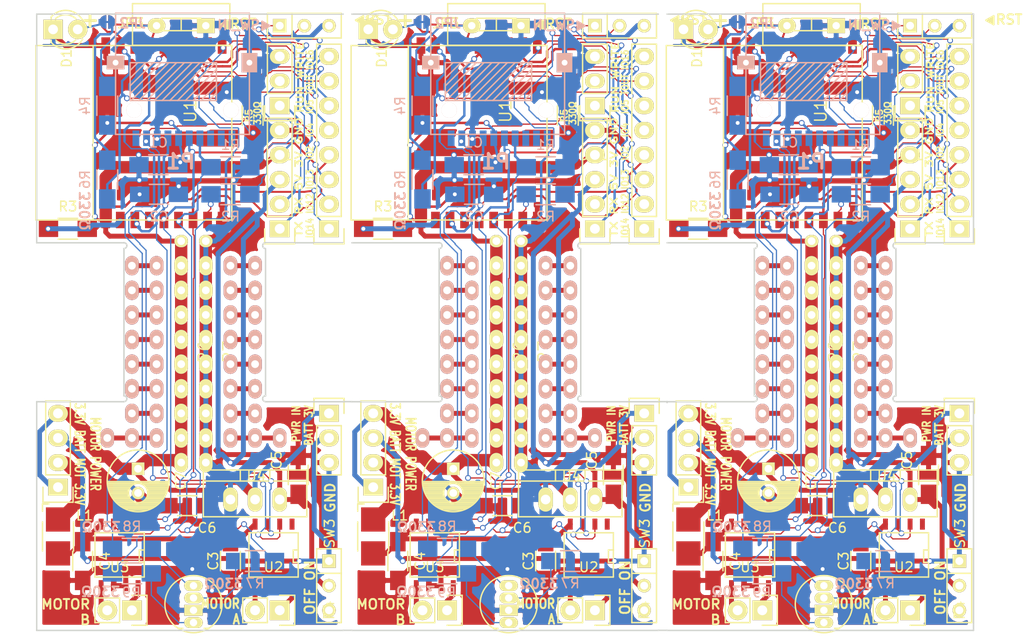
<source format=kicad_pcb>
(kicad_pcb (version 4) (host pcbnew 4.0.2-4+6225~38~ubuntu15.04.1-stable)
  (layers (0 F.Cu signal) (31 B.Cu signal) (34 B.Paste user) (35 F.Paste user) (36 B.SilkS user) (37 F.SilkS user) (38 B.Mask user) (39 F.Mask user) (44 Edge.Cuts user))
  (net 0 "")
  (net 1 +3V3)
  (net 2 GND)
  (net 3 VAA)
  (net 4 "Net-(D1-Pad2)")
  (net 5 "Net-(D2-Pad1)")
  (net 6 "Net-(D2-Pad3)")
  (net 7 "Net-(D2-Pad4)")
  (net 8 "Net-(JP1-Pad2)")
  (net 9 "Net-(JP2-Pad2)")
  (net 10 "Net-(JP2-Pad1)")
  (net 11 "Net-(JP4-Pad2)")
  (net 12 +BATT)
  (net 13 "Net-(P1-Pad7)")
  (net 14 "Net-(P1-Pad3)")
  (net 15 "Net-(P1-Pad2)")
  (net 16 "Net-(P1-Pad1)")
  (net 17 "Net-(P1-Pad8)")
  (net 18 "Net-(P2-Pad4)")
  (net 19 "Net-(P2-Pad5)")
  (net 20 "Net-(P2-Pad6)")
  (net 21 "Net-(P2-Pad7)")
  (net 22 "Net-(P3-Pad1)")
  (net 23 "Net-(P3-Pad2)")
  (net 24 +5V)
  (net 25 "Net-(P4-Pad1)")
  (net 26 "Net-(P4-Pad2)")
  (net 27 "Net-(P5-Pad1)")
  (net 28 "Net-(P5-Pad2)")
  (net 29 "Net-(R2-Pad1)")
  (net 30 "Net-(R3-Pad1)")
  (net 31 "Net-(R5-Pad1)")
  (net 32 "Net-(U2-Pad1)")
  (net 33 "Net-(U3-Pad1)")
  (net 34 "Net-(JP3-Pad1)")
  (net 35 "Net-(P1-Pad5)")
  (net 36 "Net-(P9-Pad1)")
  (module Pin_Headers:Pin_Header_Straight_1x04 (layer F.Cu) (at 134.1 100.33 180)
    (fp_text reference JP4 hide)
    (fp_text value POWER_JUMPER)
    (pad 1 thru_hole rect (at 0 0 180) (size 2.032 1.7272) (drill 1.016) (layers *.Cu *.Mask F.SilkS) (net 1 +3V3))
    (pad 2 thru_hole oval (at 0 2.54 180) (size 2.032 1.7272) (drill 1.016) (layers *.Cu *.Mask F.SilkS) (net 11 "Net-(JP4-Pad2)"))
    (pad 3 thru_hole oval (at 0 5.08 180) (size 2.032 1.7272) (drill 1.016) (layers *.Cu *.Mask F.SilkS) (net 12 +BATT))
    (pad 4 thru_hole oval (at 0 7.62 180) (size 2.032 1.7272) (drill 1.016) (layers *.Cu *.Mask F.SilkS) (net 1 +3V3))
  )
  (module library:Padmatrix-wide-02x01 (layer B.Cu) (at 140.45 95.25)
    (fp_text reference P9 hide)
    (fp_text value UNIVERSAL_PAD hide)
    (pad 1 thru_hole oval (at -1.27 0) (size 1.4 2) (drill 0.8) (layers *.Cu *.Mask B.SilkS) (net 36 "Net-(P9-Pad1)"))
    (pad 2 thru_hole oval (at 1.27 0) (size 1.4 2) (drill 0.8) (layers *.Cu *.Mask B.SilkS) (net 36 "Net-(P9-Pad1)"))
  )
  (module library:Padmatrix-wide-02x01 (layer B.Cu) (at 155.69 95.25)
    (fp_text reference P9 hide)
    (fp_text value UNIVERSAL_PAD hide)
    (pad 1 thru_hole oval (at -1.27 0) (size 1.4 2) (drill 0.8) (layers *.Cu *.Mask B.SilkS) (net 36 "Net-(P9-Pad1)"))
    (pad 2 thru_hole oval (at 1.27 0) (size 1.4 2) (drill 0.8) (layers *.Cu *.Mask B.SilkS) (net 36 "Net-(P9-Pad1)"))
  )
  (module library:Padmatrix-wide-02x01 (layer B.Cu) (at 153.15 92.71)
    (fp_text reference P9 hide)
    (fp_text value UNIVERSAL_PAD hide)
    (pad 1 thru_hole oval (at -1.27 0) (size 1.4 2) (drill 0.8) (layers *.Cu *.Mask B.SilkS) (net 36 "Net-(P9-Pad1)"))
    (pad 2 thru_hole oval (at 1.27 0) (size 1.4 2) (drill 0.8) (layers *.Cu *.Mask B.SilkS) (net 36 "Net-(P9-Pad1)"))
  )
  (module library:Padmatrix-wide-02x01 (layer B.Cu) (at 153.15 95.25)
    (fp_text reference P9 hide)
    (fp_text value UNIVERSAL_PAD hide)
    (pad 1 thru_hole oval (at -1.27 0) (size 1.4 2) (drill 0.8) (layers *.Cu *.Mask B.SilkS) (net 36 "Net-(P9-Pad1)"))
    (pad 2 thru_hole oval (at 1.27 0) (size 1.4 2) (drill 0.8) (layers *.Cu *.Mask B.SilkS) (net 36 "Net-(P9-Pad1)"))
  )
  (module library:Padmatrix-wide-02x01 (layer B.Cu) (at 153.15 90.17)
    (fp_text reference P9 hide)
    (fp_text value UNIVERSAL_PAD hide)
    (pad 1 thru_hole oval (at -1.27 0) (size 1.4 2) (drill 0.8) (layers *.Cu *.Mask B.SilkS) (net 36 "Net-(P9-Pad1)"))
    (pad 2 thru_hole oval (at 1.27 0) (size 1.4 2) (drill 0.8) (layers *.Cu *.Mask B.SilkS) (net 36 "Net-(P9-Pad1)"))
  )
  (module library:Padmatrix-wide-02x01 (layer B.Cu) (at 153.15 87.63)
    (fp_text reference P9 hide)
    (fp_text value UNIVERSAL_PAD hide)
    (pad 1 thru_hole oval (at -1.27 0) (size 1.4 2) (drill 0.8) (layers *.Cu *.Mask B.SilkS) (net 36 "Net-(P9-Pad1)"))
    (pad 2 thru_hole oval (at 1.27 0) (size 1.4 2) (drill 0.8) (layers *.Cu *.Mask B.SilkS) (net 36 "Net-(P9-Pad1)"))
  )
  (module library:Padmatrix-wide-02x01 (layer B.Cu) (at 153.15 77.47)
    (fp_text reference P9 hide)
    (fp_text value UNIVERSAL_PAD hide)
    (pad 1 thru_hole oval (at -1.27 0) (size 1.4 2) (drill 0.8) (layers *.Cu *.Mask B.SilkS) (net 36 "Net-(P9-Pad1)"))
    (pad 2 thru_hole oval (at 1.27 0) (size 1.4 2) (drill 0.8) (layers *.Cu *.Mask B.SilkS) (net 36 "Net-(P9-Pad1)"))
  )
  (module library:Padmatrix-wide-02x01 (layer B.Cu) (at 153.15 80.01)
    (fp_text reference P9 hide)
    (fp_text value UNIVERSAL_PAD hide)
    (pad 1 thru_hole oval (at -1.27 0) (size 1.4 2) (drill 0.8) (layers *.Cu *.Mask B.SilkS) (net 36 "Net-(P9-Pad1)"))
    (pad 2 thru_hole oval (at 1.27 0) (size 1.4 2) (drill 0.8) (layers *.Cu *.Mask B.SilkS) (net 36 "Net-(P9-Pad1)"))
  )
  (module library:Padmatrix-wide-02x01 (layer B.Cu) (at 153.15 85.09)
    (fp_text reference P9 hide)
    (fp_text value UNIVERSAL_PAD hide)
    (pad 1 thru_hole oval (at -1.27 0) (size 1.4 2) (drill 0.8) (layers *.Cu *.Mask B.SilkS) (net 36 "Net-(P9-Pad1)"))
    (pad 2 thru_hole oval (at 1.27 0) (size 1.4 2) (drill 0.8) (layers *.Cu *.Mask B.SilkS) (net 36 "Net-(P9-Pad1)"))
  )
  (module library:Padmatrix-wide-02x01 (layer B.Cu) (at 153.15 82.55)
    (fp_text reference P9 hide)
    (fp_text value UNIVERSAL_PAD hide)
    (pad 1 thru_hole oval (at -1.27 0) (size 1.4 2) (drill 0.8) (layers *.Cu *.Mask B.SilkS) (net 36 "Net-(P9-Pad1)"))
    (pad 2 thru_hole oval (at 1.27 0) (size 1.4 2) (drill 0.8) (layers *.Cu *.Mask B.SilkS) (net 36 "Net-(P9-Pad1)"))
  )
  (module library:Padmatrix-wide-02x01 (layer B.Cu) (at 142.99 82.55)
    (fp_text reference P9 hide)
    (fp_text value UNIVERSAL_PAD hide)
    (pad 1 thru_hole oval (at -1.27 0) (size 1.4 2) (drill 0.8) (layers *.Cu *.Mask B.SilkS) (net 36 "Net-(P9-Pad1)"))
    (pad 2 thru_hole oval (at 1.27 0) (size 1.4 2) (drill 0.8) (layers *.Cu *.Mask B.SilkS) (net 36 "Net-(P9-Pad1)"))
  )
  (module library:Padmatrix-wide-02x01 (layer B.Cu) (at 142.99 85.09)
    (fp_text reference P9 hide)
    (fp_text value UNIVERSAL_PAD hide)
    (pad 1 thru_hole oval (at -1.27 0) (size 1.4 2) (drill 0.8) (layers *.Cu *.Mask B.SilkS) (net 36 "Net-(P9-Pad1)"))
    (pad 2 thru_hole oval (at 1.27 0) (size 1.4 2) (drill 0.8) (layers *.Cu *.Mask B.SilkS) (net 36 "Net-(P9-Pad1)"))
  )
  (module library:Padmatrix-wide-02x01 (layer B.Cu) (at 142.99 80.01)
    (fp_text reference P9 hide)
    (fp_text value UNIVERSAL_PAD hide)
    (pad 1 thru_hole oval (at -1.27 0) (size 1.4 2) (drill 0.8) (layers *.Cu *.Mask B.SilkS) (net 36 "Net-(P9-Pad1)"))
    (pad 2 thru_hole oval (at 1.27 0) (size 1.4 2) (drill 0.8) (layers *.Cu *.Mask B.SilkS) (net 36 "Net-(P9-Pad1)"))
  )
  (module library:Padmatrix-wide-02x01 (layer B.Cu) (at 142.99 77.47)
    (fp_text reference P9 hide)
    (fp_text value UNIVERSAL_PAD hide)
    (pad 1 thru_hole oval (at -1.27 0) (size 1.4 2) (drill 0.8) (layers *.Cu *.Mask B.SilkS) (net 36 "Net-(P9-Pad1)"))
    (pad 2 thru_hole oval (at 1.27 0) (size 1.4 2) (drill 0.8) (layers *.Cu *.Mask B.SilkS) (net 36 "Net-(P9-Pad1)"))
  )
  (module library:Padmatrix-wide-02x01 (layer B.Cu) (at 142.99 87.63)
    (fp_text reference P9 hide)
    (fp_text value UNIVERSAL_PAD hide)
    (pad 1 thru_hole oval (at -1.27 0) (size 1.4 2) (drill 0.8) (layers *.Cu *.Mask B.SilkS) (net 36 "Net-(P9-Pad1)"))
    (pad 2 thru_hole oval (at 1.27 0) (size 1.4 2) (drill 0.8) (layers *.Cu *.Mask B.SilkS) (net 36 "Net-(P9-Pad1)"))
  )
  (module library:Padmatrix-wide-02x01 (layer B.Cu) (at 142.99 90.17)
    (fp_text reference P9 hide)
    (fp_text value UNIVERSAL_PAD hide)
    (pad 1 thru_hole oval (at -1.27 0) (size 1.4 2) (drill 0.8) (layers *.Cu *.Mask B.SilkS) (net 36 "Net-(P9-Pad1)"))
    (pad 2 thru_hole oval (at 1.27 0) (size 1.4 2) (drill 0.8) (layers *.Cu *.Mask B.SilkS) (net 36 "Net-(P9-Pad1)"))
  )
  (module library:Padmatrix-wide-02x01 (layer B.Cu) (at 142.99 95.25)
    (fp_text reference P9 hide)
    (fp_text value UNIVERSAL_PAD hide)
    (pad 1 thru_hole oval (at -1.27 0) (size 1.4 2) (drill 0.8) (layers *.Cu *.Mask B.SilkS) (net 36 "Net-(P9-Pad1)"))
    (pad 2 thru_hole oval (at 1.27 0) (size 1.4 2) (drill 0.8) (layers *.Cu *.Mask B.SilkS) (net 36 "Net-(P9-Pad1)"))
  )
  (module library:TF_Socket_DONGGUAN_MINYUE_ELECTRONICS (layer B.Cu) (at 147.435 58.42 180)
    (fp_text reference P1 (at 0.7 -8.3 180) (layer B.SilkS) (effects (font (thickness 0.3048)) (justify mirror)))
    (fp_text value MICRO_SD hide)
    (pad "" thru_hole rect (at -6.4 1.9 180) (size 1.6002 1.99898) (drill 0.59944) (layers *.Cu *.Mask B.SilkS) (net 2 GND))
    (pad "" np_thru_hole circle (at 5.5 -3 180) (size 1.6 1.6) (drill 1.6) (layers *.Mask B.Cu B.SilkS))
    (pad 10 smd rect (at -4.59874 -5.9001 180) (size 0.70104 1.6002) (layers B.Cu B.Paste B.Mask))
    (pad 9 smd rect (at -3.49892 -5.9001 180) (size 0.70104 1.6002) (layers B.Cu B.Paste B.Mask))
    (pad "" np_thru_hole circle (at -4.5 -3 180) (size 1.6 1.6) (drill 1.6) (layers *.Mask B.Cu B.SilkS))
    (pad "" thru_hole rect (at 7.4 1.9 180) (size 1.8 1.4) (drill 0.59944) (layers *.Cu *.Mask B.SilkS) (net 2 GND))
    (pad 7 smd rect (at 4.20018 -5.9001 180) (size 0.70104 1.6002) (layers B.Cu B.Paste B.Mask) (net 13 "Net-(P1-Pad7)"))
    (pad 6 smd rect (at 3.10036 -5.9001 180) (size 0.70104 1.6002) (layers B.Cu B.Paste B.Mask) (net 2 GND))
    (pad 5 smd rect (at 2.00054 -5.9001 180) (size 0.70104 1.6002) (layers B.Cu B.Paste B.Mask) (net 35 "Net-(P1-Pad5)"))
    (pad 4 smd rect (at 0.90072 -5.9001 180) (size 0.70104 1.6002) (layers B.Cu B.Paste B.Mask) (net 1 +3V3))
    (pad 3 smd rect (at -0.1991 -5.9001 180) (size 0.70104 1.6002) (layers B.Cu B.Paste B.Mask) (net 14 "Net-(P1-Pad3)"))
    (pad 2 smd rect (at -1.29892 -5.9001 180) (size 0.70104 1.6002) (layers B.Cu B.Paste B.Mask) (net 15 "Net-(P1-Pad2)"))
    (pad 1 smd rect (at -2.39874 -5.9001 180) (size 0.70104 1.6002) (layers B.Cu B.Paste B.Mask) (net 16 "Net-(P1-Pad1)"))
    (pad 8 smd rect (at 5.3 -5.9001 180) (size 0.70104 1.6002) (layers B.Cu B.Paste B.Mask) (net 17 "Net-(P1-Pad8)"))
  )
  (module Capacitors_SMD:C_1206_HandSoldering (layer B.Cu) (at 144.4505 67.056 180)
    (fp_text reference C1 (at 0 2.3 180) (layer B.SilkS) (effects (justify mirror)))
    (fp_text value 0.1uF)
    (pad 1 smd rect (at -2 0 180) (size 2 1.6) (layers B.Cu B.Paste B.Mask) (net 1 +3V3))
    (pad 2 smd rect (at 2 0 180) (size 2 1.6) (layers B.Cu B.Paste B.Mask) (net 2 GND))
  )
  (module Capacitors_SMD:C_1206_HandSoldering (layer B.Cu) (at 144.514 70.104)
    (fp_text reference C2 (at 0 2.3) (layer B.SilkS) (effects (justify mirror)))
    (fp_text value 0.1uF)
    (pad 1 smd rect (at -2 0) (size 2 1.6) (layers B.Cu B.Paste B.Mask) (net 1 +3V3))
    (pad 2 smd rect (at 2 0) (size 2 1.6) (layers B.Cu B.Paste B.Mask) (net 2 GND))
  )
  (module Capacitors_SMD:C_1206_HandSoldering (layer F.Cu) (at 151.88 107.95 270)
    (fp_text reference C3 (at 0 1.778 270) (layer F.SilkS))
    (fp_text value 0.1uF)
    (pad 1 smd rect (at -2 0 270) (size 2 1.6) (layers F.Cu F.Paste F.Mask) (net 3 VAA))
    (pad 2 smd rect (at 2 0 270) (size 2 1.6) (layers F.Cu F.Paste F.Mask) (net 2 GND))
  )
  (module Capacitors_SMD:C_1206_HandSoldering (layer F.Cu) (at 136.64 107.95 270)
    (fp_text reference C4 (at 0 -2.3 270) (layer F.SilkS))
    (fp_text value 0.1uF)
    (pad 1 smd rect (at -2 0 270) (size 2 1.6) (layers F.Cu F.Paste F.Mask) (net 3 VAA))
    (pad 2 smd rect (at 2 0 270) (size 2 1.6) (layers F.Cu F.Paste F.Mask) (net 2 GND))
  )
  (module Capacitors_SMD:C_1206_HandSoldering (layer F.Cu) (at 158.865 99.06 90)
    (fp_text reference C5 (at 1.524 -2.2225 90) (layer F.SilkS))
    (fp_text value 0.1uF)
    (pad 1 smd rect (at -2 0 90) (size 2 1.6) (layers F.Cu F.Paste F.Mask) (net 24 +5V))
    (pad 2 smd rect (at 2 0 90) (size 2 1.6) (layers F.Cu F.Paste F.Mask) (net 2 GND))
  )
  (module Capacitors_SMD:C_1206_HandSoldering (layer F.Cu) (at 147.435 102.235 180)
    (fp_text reference C6 (at -2.032 -2.286 180) (layer F.SilkS))
    (fp_text value 0.1uF)
    (pad 1 smd rect (at -2 0 180) (size 2 1.6) (layers F.Cu F.Paste F.Mask) (net 1 +3V3))
    (pad 2 smd rect (at 2 0 180) (size 2 1.6) (layers F.Cu F.Paste F.Mask) (net 2 GND))
  )
  (module Capacitors_ThroughHole:C_Radial_D6.3_L11.2_P2.5 (layer F.Cu) (at 142.355 98.425 270)
    (fp_text reference C7 (at 1.25 -4.4 270) (layer F.SilkS))
    (fp_text value 100uF)
    (pad 2 thru_hole circle (at 2.5 0 270) (size 1.3 1.3) (drill 0.8) (layers *.Cu *.Mask F.SilkS) (net 2 GND))
    (pad 1 thru_hole rect (at 0 0 270) (size 1.3 1.3) (drill 0.8) (layers *.Cu *.Mask F.SilkS) (net 1 +3V3))
  )
  (module LEDs:LED-3MM (layer F.Cu) (at 133.592 53.086)
    (fp_text reference D1 (at 1.397 2.9845 90) (layer F.SilkS))
    (fp_text value YELLOW)
    (pad 1 thru_hole rect (at 0 0 90) (size 2 2) (drill 1.00076) (layers *.Cu *.Mask F.SilkS) (net 2 GND))
    (pad 2 thru_hole circle (at 2.54 0) (size 2 2) (drill 1.00076) (layers *.Cu *.Mask F.SilkS) (net 4 "Net-(D1-Pad2)"))
  )
  (module LEDs:LED-RGB-5MM_Common_Cathode (layer F.Cu) (at 148.07 114.3 180)
    (fp_text reference D2 hide)
    (fp_text value LED_RCBG)
    (pad 1 thru_hole oval (at 0 0 180) (size 1.905 1.1176) (drill 0.762) (layers *.Cu *.Mask F.SilkS) (net 5 "Net-(D2-Pad1)"))
    (pad 2 thru_hole rect (at 0 1.27 180) (size 1.905 1.1176) (drill 0.762) (layers *.Cu *.Mask F.SilkS) (net 2 GND))
    (pad 3 thru_hole oval (at 0 2.54 180) (size 1.905 1.1176) (drill 0.762) (layers *.Cu *.Mask F.SilkS) (net 6 "Net-(D2-Pad3)"))
    (pad 4 thru_hole oval (at 0 3.81 180) (size 1.905 1.1176) (drill 0.762) (layers *.Cu *.Mask F.SilkS) (net 7 "Net-(D2-Pad4)"))
  )
  (module Pin_Headers:Pin_Header_Straight_1x03 (layer F.Cu) (at 156.96 60.96 180)
    (fp_text reference JP1 (at 0 -5.1 180) (layer F.SilkS))
    (fp_text value WRITE)
    (pad 1 thru_hole rect (at 0 0 180) (size 2.032 1.7272) (drill 1.016) (layers *.Cu *.Mask F.SilkS) (net 1 +3V3))
    (pad 2 thru_hole oval (at 0 2.54 180) (size 2.032 1.524) (drill 1.016) (layers *.Cu *.Mask F.SilkS) (net 8 "Net-(JP1-Pad2)"))
    (pad 3 thru_hole oval (at 0 5.08 180) (size 2.032 1.524) (drill 1.016) (layers *.Cu *.Mask F.SilkS) (net 2 GND))
  )
  (module library:Soldar_Jumper_Unconnected (layer F.Cu) (at 139.18 52.324 180)
    (fp_text reference JP2 hide)
    (fp_text value WAKEUP_JUMPER hide)
    (fp_poly (pts (xy -0.106676 -0.339819) (xy -0.106618 -0.267134) (xy -0.106451 -0.187517) (xy -0.106186 -0.103177) (xy -0.105833 -0.016323) (xy -0.105405 0.070837) (xy -0.10491 0.156093) (xy -0.104359 0.237238) (xy -0.103764 0.312062) (xy -0.103302 0.36195) (xy -0.099932 0.70104) (xy -0.127436 0.700186) (xy -0.147826 0.699313) (xy -0.167845 0.698084) (xy -0.17526 0.697488) (xy -0.218578 0.691319) (xy -0.266954 0.680674) (xy -0.316895 0.666558) (xy -0.364904 0.649977) (xy -0.407487 0.631939) (xy -0.41402 0.628757) (xy -0.487229 0.586858) (xy -0.553716 0.537837) (xy -0.613172 0.482389) (xy -0.66529 0.421214) (xy -0.709758 0.355009) (xy -0.746269 0.284473) (xy -0.774512 0.210302) (xy -0.794179 0.133195) (xy -0.804961 0.053849) (xy -0.806548 -0.027036) (xy -0.798632 -0.108764) (xy -0.780902 -0.190637) (xy -0.779402 -0.195949) (xy -0.767 -0.23272) (xy -0.749989 -0.274045) (xy -0.73 -0.316463) (xy -0.708669 -0.356513) (xy -0.687629 -0.390734) (xy -0.686989 -0.39168) (xy -0.635379 -0.458835) (xy -0.577123 -0.518516) (xy -0.512809 -0.570387) (xy -0.443025 -0.614108) (xy -0.368356 -0.649342) (xy -0.289392 -0.67575) (xy -0.206718 -0.692995) (xy -0.153067 -0.698997) (xy -0.10668 -0.702497) (xy -0.106676 -0.339819)) (layer F.Cu) (width 0.01))
    (fp_poly (pts (xy 0.15367 -0.699) (xy 0.237292 -0.687872) (xy 0.317475 -0.667501) (xy 0.393654 -0.638391) (xy 0.465261 -0.601044) (xy 0.531732 -0.555963) (xy 0.5925 -0.503651) (xy 0.646999 -0.44461) (xy 0.694663 -0.379344) (xy 0.734927 -0.308354) (xy 0.767225 -0.232145) (xy 0.79099 -0.151219) (xy 0.795921 -0.128372) (xy 0.80125 -0.091637) (xy 0.80437 -0.048125) (xy 0.805311 -0.000971) (xy 0.804102 0.046693) (xy 0.800773 0.091733) (xy 0.795352 0.131014) (xy 0.793393 0.140887) (xy 0.770758 0.222543) (xy 0.739465 0.299492) (xy 0.700086 0.371236) (xy 0.653194 0.437277) (xy 0.599362 0.497119) (xy 0.539164 0.550263) (xy 0.473172 0.596214) (xy 0.40196 0.634474) (xy 0.326099 0.664545) (xy 0.246164 0.685931) (xy 0.162727 0.698133) (xy 0.150094 0.69913) (xy 0.099915 0.702658) (xy 0.103293 0.362759) (xy 0.103916 0.293846) (xy 0.104502 0.216986) (xy 0.105041 0.134394) (xy 0.10552 0.048281) (xy 0.105931 -0.039138) (xy 0.106262 -0.12565) (xy 0.106503 -0.209042) (xy 0.106643 -0.287101) (xy 0.106675 -0.339819) (xy 0.10668 -0.702497) (xy 0.15367 -0.699)) (layer F.Cu) (width 0.01))
    (pad 2 smd rect (at 0.5 0 180) (size 0.8 0.6) (layers F.Cu F.Paste F.Mask) (net 9 "Net-(JP2-Pad2)"))
    (pad 1 smd rect (at -0.5 0 180) (size 0.8 0.6) (layers F.Cu F.Paste F.Mask) (net 10 "Net-(JP2-Pad1)"))
  )
  (module library:Soldar_Jumper_Unconnected (layer B.Cu) (at 139.18 52.324 180)
    (fp_text reference JP3 hide)
    (fp_text value YELLOW_LED hide)
    (fp_poly (pts (xy -0.106676 0.339819) (xy -0.106618 0.267134) (xy -0.106451 0.187517) (xy -0.106186 0.103177) (xy -0.105833 0.016323) (xy -0.105405 -0.070837) (xy -0.10491 -0.156093) (xy -0.104359 -0.237238) (xy -0.103764 -0.312062) (xy -0.103302 -0.36195) (xy -0.099932 -0.70104) (xy -0.127436 -0.700186) (xy -0.147826 -0.699313) (xy -0.167845 -0.698084) (xy -0.17526 -0.697488) (xy -0.218578 -0.691319) (xy -0.266954 -0.680674) (xy -0.316895 -0.666558) (xy -0.364904 -0.649977) (xy -0.407487 -0.631939) (xy -0.41402 -0.628757) (xy -0.487229 -0.586858) (xy -0.553716 -0.537837) (xy -0.613172 -0.482389) (xy -0.66529 -0.421214) (xy -0.709758 -0.355009) (xy -0.746269 -0.284473) (xy -0.774512 -0.210302) (xy -0.794179 -0.133195) (xy -0.804961 -0.053849) (xy -0.806548 0.027036) (xy -0.798632 0.108764) (xy -0.780902 0.190637) (xy -0.779402 0.195949) (xy -0.767 0.23272) (xy -0.749989 0.274045) (xy -0.73 0.316463) (xy -0.708669 0.356513) (xy -0.687629 0.390734) (xy -0.686989 0.39168) (xy -0.635379 0.458835) (xy -0.577123 0.518516) (xy -0.512809 0.570387) (xy -0.443025 0.614108) (xy -0.368356 0.649342) (xy -0.289392 0.67575) (xy -0.206718 0.692995) (xy -0.153067 0.698997) (xy -0.10668 0.702497) (xy -0.106676 0.339819)) (layer B.Cu) (width 0.01))
    (fp_poly (pts (xy 0.15367 0.699) (xy 0.237292 0.687872) (xy 0.317475 0.667501) (xy 0.393654 0.638391) (xy 0.465261 0.601044) (xy 0.531732 0.555963) (xy 0.5925 0.503651) (xy 0.646999 0.44461) (xy 0.694663 0.379344) (xy 0.734927 0.308354) (xy 0.767225 0.232145) (xy 0.79099 0.151219) (xy 0.795921 0.128372) (xy 0.80125 0.091637) (xy 0.80437 0.048125) (xy 0.805311 0.000971) (xy 0.804102 -0.046693) (xy 0.800773 -0.091733) (xy 0.795352 -0.131014) (xy 0.793393 -0.140887) (xy 0.770758 -0.222543) (xy 0.739465 -0.299492) (xy 0.700086 -0.371236) (xy 0.653194 -0.437277) (xy 0.599362 -0.497119) (xy 0.539164 -0.550263) (xy 0.473172 -0.596214) (xy 0.40196 -0.634474) (xy 0.326099 -0.664545) (xy 0.246164 -0.685931) (xy 0.162727 -0.698133) (xy 0.150094 -0.69913) (xy 0.099915 -0.702658) (xy 0.103293 -0.362759) (xy 0.103916 -0.293846) (xy 0.104502 -0.216986) (xy 0.105041 -0.134394) (xy 0.10552 -0.048281) (xy 0.105931 0.039138) (xy 0.106262 0.12565) (xy 0.106503 0.209042) (xy 0.106643 0.287101) (xy 0.106675 0.339819) (xy 0.10668 0.702497) (xy 0.15367 0.699)) (layer B.Cu) (width 0.01))
    (pad 2 smd rect (at 0.5 0 180) (size 0.8 0.6) (layers B.Cu B.Paste B.Mask) (net 4 "Net-(D1-Pad2)"))
    (pad 1 smd rect (at -0.5 0 180) (size 0.8 0.6) (layers B.Cu B.Paste B.Mask) (net 34 "Net-(JP3-Pad1)"))
  )
  (module Inductors:Inductor_1212 (layer F.Cu) (at 134.1 105.41 270)
    (fp_text reference L1 (at -2.159 -2.7305 360) (layer F.SilkS))
    (fp_text value INDUCTOR_SMALL)
    (pad 1 smd rect (at -1.75 0 270) (size 2.5 2.5) (layers F.Cu F.Paste F.Mask) (net 11 "Net-(JP4-Pad2)"))
    (pad 2 smd rect (at 1.75 0 270) (size 2.5 2.5) (layers F.Cu F.Paste F.Mask) (net 3 VAA))
  )
  (module Pin_Headers:Pin_Header_Straight_1x08 (layer F.Cu) (at 162.04 73.66 180)
    (fp_text reference P2 hide)
    (fp_text value BREADBOARD)
    (pad 1 thru_hole rect (at 0 0 180) (size 2.032 1.7272) (drill 1.016) (layers *.Cu *.Mask F.SilkS) (net 35 "Net-(P1-Pad5)"))
    (pad 2 thru_hole oval (at 0 2.54 180) (size 2.032 1.7272) (drill 1.016) (layers *.Cu *.Mask F.SilkS) (net 13 "Net-(P1-Pad7)"))
    (pad 3 thru_hole oval (at 0 5.08 180) (size 2.032 1.7272) (drill 1.016) (layers *.Cu *.Mask F.SilkS) (net 14 "Net-(P1-Pad3)"))
    (pad 4 thru_hole oval (at 0 7.62 180) (size 2.032 1.7272) (drill 1.016) (layers *.Cu *.Mask F.SilkS) (net 18 "Net-(P2-Pad4)"))
    (pad 5 thru_hole oval (at 0 10.16 180) (size 2.032 1.7272) (drill 1.016) (layers *.Cu *.Mask F.SilkS) (net 19 "Net-(P2-Pad5)"))
    (pad 6 thru_hole oval (at 0 12.7 180) (size 2.032 1.7272) (drill 1.016) (layers *.Cu *.Mask F.SilkS) (net 20 "Net-(P2-Pad6)"))
    (pad 7 thru_hole oval (at 0 15.24 180) (size 2.032 1.7272) (drill 1.016) (layers *.Cu *.Mask F.SilkS) (net 21 "Net-(P2-Pad7)"))
    (pad 8 thru_hole oval (at 0 17.78 180) (size 2.032 1.7272) (drill 1.016) (layers *.Cu *.Mask F.SilkS) (net 9 "Net-(JP2-Pad2)"))
  )
  (module Pin_Headers:Pin_Header_Straight_1x05 (layer F.Cu) (at 156.96 73.66 180)
    (fp_text reference P3 hide)
    (fp_text value PROGRAM)
    (pad 1 thru_hole rect (at 0 0 180) (size 2.032 1.7272) (drill 1.016) (layers *.Cu *.Mask F.SilkS) (net 22 "Net-(P3-Pad1)"))
    (pad 2 thru_hole oval (at 0 2.54 180) (size 2.032 1.7272) (drill 1.016) (layers *.Cu *.Mask F.SilkS) (net 23 "Net-(P3-Pad2)"))
    (pad 3 thru_hole oval (at 0 5.08 180) (size 2.032 1.7272) (drill 1.016) (layers *.Cu *.Mask F.SilkS) (net 24 +5V))
    (pad 4 thru_hole oval (at 0 7.62 180) (size 2.032 1.7272) (drill 1.016) (layers *.Cu *.Mask F.SilkS) (net 1 +3V3))
    (pad 5 thru_hole oval (at 0 10.16 180) (size 2.032 1.7272) (drill 1.016) (layers *.Cu *.Mask F.SilkS) (net 2 GND))
  )
  (module Pin_Headers:Pin_Header_Straight_1x02 (layer F.Cu) (at 156.96 113.03 270)
    (fp_text reference P4 (at 0 -5.1 270) (layer F.SilkS))
    (fp_text value MOTOR_B)
    (pad 1 thru_hole rect (at 0 0 270) (size 2.032 2.032) (drill 1.016) (layers *.Cu *.Mask F.SilkS) (net 25 "Net-(P4-Pad1)"))
    (pad 2 thru_hole oval (at 0 2.54 270) (size 2.032 2.032) (drill 1.016) (layers *.Cu *.Mask F.SilkS) (net 26 "Net-(P4-Pad2)"))
  )
  (module Pin_Headers:Pin_Header_Straight_1x02 (layer F.Cu) (at 141.72 113.03 270)
    (fp_text reference P5 hide)
    (fp_text value MOTOR_A)
    (pad 1 thru_hole rect (at 0 0 270) (size 2.032 2.032) (drill 1.016) (layers *.Cu *.Mask F.SilkS) (net 27 "Net-(P5-Pad1)"))
    (pad 2 thru_hole oval (at 0 2.54 270) (size 2.032 2.032) (drill 1.016) (layers *.Cu *.Mask F.SilkS) (net 28 "Net-(P5-Pad2)"))
  )
  (module Pin_Headers:Pin_Header_Straight_1x03 (layer F.Cu) (at 162.04 92.71)
    (fp_text reference P8 hide)
    (fp_text value POWER_IN)
    (pad 1 thru_hole rect (at 0 0) (size 2.032 1.7272) (drill 1.016) (layers *.Cu *.Mask F.SilkS) (net 1 +3V3))
    (pad 2 thru_hole oval (at 0 2.54) (size 2.032 1.7272) (drill 1.016) (layers *.Cu *.Mask F.SilkS) (net 12 +BATT))
    (pad 3 thru_hole oval (at 0 5.08) (size 2.032 1.7272) (drill 1.016) (layers *.Cu *.Mask F.SilkS) (net 2 GND))
  )
  (module Resistors_SMD:R_1206_HandSoldering (layer B.Cu) (at 151.88 67.31 180)
    (fp_text reference R1 (at 0 2.3 180) (layer B.SilkS) (effects (justify mirror)))
    (fp_text value 10kΩ)
    (pad 1 smd rect (at -2 0 180) (size 2 1.7) (layers B.Cu B.Paste B.Mask) (net 2 GND))
    (pad 2 smd rect (at 2 0 180) (size 2 1.7) (layers B.Cu B.Paste B.Mask) (net 15 "Net-(P1-Pad2)"))
  )
  (module Resistors_SMD:R_1206_HandSoldering (layer B.Cu) (at 151.88 70.104)
    (fp_text reference R2 (at 0 2.3) (layer B.SilkS) (effects (justify mirror)))
    (fp_text value 10kΩ)
    (pad 1 smd rect (at -2 0) (size 2 1.7) (layers B.Cu B.Paste B.Mask) (net 29 "Net-(R2-Pad1)"))
    (pad 2 smd rect (at 2 0) (size 2 1.7) (layers B.Cu B.Paste B.Mask) (net 8 "Net-(JP1-Pad2)"))
  )
  (module Resistors_SMD:R_1206_HandSoldering (layer F.Cu) (at 135.116 73.66)
    (fp_text reference R3 (at 0 -2.3) (layer F.SilkS))
    (fp_text value 10kΩ hide)
    (pad 1 smd rect (at -2 0) (size 2 1.7) (layers F.Cu F.Paste F.Mask) (net 30 "Net-(R3-Pad1)"))
    (pad 2 smd rect (at 2 0) (size 2 1.7) (layers F.Cu F.Paste F.Mask) (net 1 +3V3))
  )
  (module Resistors_SMD:R_1206_HandSoldering (layer B.Cu) (at 139.18 60.96 270)
    (fp_text reference R4 (at 0 2.3 270) (layer B.SilkS) (effects (justify mirror)))
    (fp_text value 10kΩ)
    (pad 1 smd rect (at -2 0 270) (size 2 1.7) (layers B.Cu B.Paste B.Mask) (net 10 "Net-(JP2-Pad1)"))
    (pad 2 smd rect (at 2 0 270) (size 2 1.7) (layers B.Cu B.Paste B.Mask) (net 1 +3V3))
  )
  (module Resistors_SMD:R_1206_HandSoldering (layer F.Cu) (at 154.166 61.976 90)
    (fp_text reference R5 (at 0 -0.381 90) (layer F.SilkS) (effects (font (size 0.7 0.7))))
    (fp_text value 330Ω)
    (pad 1 smd rect (at -2 0 90) (size 2 1.7) (layers F.Cu F.Paste F.Mask) (net 31 "Net-(R5-Pad1)"))
    (pad 2 smd rect (at 2 0 90) (size 2 1.7) (layers F.Cu F.Paste F.Mask) (net 9 "Net-(JP2-Pad2)"))
  )
  (module Resistors_SMD:R_1206_HandSoldering (layer B.Cu) (at 139.18 68.58 270)
    (fp_text reference R6 (at 0 2.3 270) (layer B.SilkS) (effects (justify mirror)))
    (fp_text value 330Ω)
    (pad 1 smd rect (at -2 0 270) (size 2 1.7) (layers B.Cu B.Paste B.Mask) (net 34 "Net-(JP3-Pad1)"))
    (pad 2 smd rect (at 2 0 270) (size 2 1.7) (layers B.Cu B.Paste B.Mask) (net 9 "Net-(JP2-Pad2)"))
  )
  (module Resistors_SMD:R_1206_HandSoldering (layer B.Cu) (at 154.42 107.95)
    (fp_text reference R7 (at 0 2.3) (layer B.SilkS) (effects (justify mirror)))
    (fp_text value 330Ω)
    (pad 1 smd rect (at -2 0) (size 2 1.7) (layers B.Cu B.Paste B.Mask) (net 6 "Net-(D2-Pad3)"))
    (pad 2 smd rect (at 2 0) (size 2 1.7) (layers B.Cu B.Paste B.Mask) (net 19 "Net-(P2-Pad5)"))
  )
  (module Resistors_SMD:R_1206_HandSoldering (layer B.Cu) (at 141.72 106.68 180)
    (fp_text reference R8 (at 0 2.3 180) (layer B.SilkS) (effects (justify mirror)))
    (fp_text value 330Ω)
    (pad 1 smd rect (at -2 0 180) (size 2 1.7) (layers B.Cu B.Paste B.Mask) (net 7 "Net-(D2-Pad4)"))
    (pad 2 smd rect (at 2 0 180) (size 2 1.7) (layers B.Cu B.Paste B.Mask) (net 20 "Net-(P2-Pad6)"))
  )
  (module Resistors_SMD:R_1206_HandSoldering (layer B.Cu) (at 141.72 109.22 180)
    (fp_text reference R9 (at 0.0635 -1.9685 180) (layer B.SilkS) (effects (justify mirror)))
    (fp_text value 330Ω)
    (pad 1 smd rect (at -2 0 180) (size 2 1.7) (layers B.Cu B.Paste B.Mask) (net 5 "Net-(D2-Pad1)"))
    (pad 2 smd rect (at 2 0 180) (size 2 1.7) (layers B.Cu B.Paste B.Mask) (net 18 "Net-(P2-Pad4)"))
  )
  (module Buttons_Switches_ThroughHole:SW_DIP_x1_Slide (layer F.Cu) (at 150.61 52.578 90)
    (fp_text reference SW1 hide)
    (fp_text value RESET)
    (pad 1 thru_hole rect (at -0.127 -1.27 90) (size 1.524 1.824) (drill 0.762) (layers *.Cu *.Mask F.SilkS) (net 2 GND))
    (pad 2 thru_hole oval (at -0.127 -6.35 90) (size 1.524 1.824) (drill 0.762) (layers *.Cu *.Mask F.SilkS) (net 10 "Net-(JP2-Pad1)"))
  )
  (module Buttons_Switches_ThroughHole:SW_Micro_SPST (layer F.Cu) (at 159.5 52.705)
    (fp_text reference SW2 hide)
    (fp_text value MULTIFUNCTION_SW)
    (pad 1 thru_hole rect (at -2.54 0) (size 1.397 1.397) (drill 0.8128) (layers *.Cu *.Mask F.SilkS) (net 1 +3V3))
    (pad 2 thru_hole circle (at 0 0) (size 1.397 1.397) (drill 0.8128) (layers *.Cu *.Mask F.SilkS) (net 31 "Net-(R5-Pad1)"))
    (pad 3 thru_hole circle (at 2.54 0) (size 1.397 1.397) (drill 0.8128) (layers *.Cu *.Mask F.SilkS) (net 2 GND))
  )
  (module Buttons_Switches_ThroughHole:SW_Micro_SPST (layer F.Cu) (at 162.04 110.49 270)
    (fp_text reference SW3 (at -5.3975 -0.0635 270) (layer F.SilkS))
    (fp_text value POWER_SW)
    (pad 1 thru_hole rect (at -2.54 0 270) (size 1.397 1.397) (drill 0.8128) (layers *.Cu *.Mask F.SilkS) (net 12 +BATT))
    (pad 2 thru_hole circle (at 0 0 270) (size 1.397 1.397) (drill 0.8128) (layers *.Cu *.Mask F.SilkS) (net 24 +5V))
    (pad 3 thru_hole circle (at 2.54 0 270) (size 1.397 1.397) (drill 0.8128) (layers *.Cu *.Mask F.SilkS))
  )
  (module library:ESP_WROOM_02 (layer F.Cu) (at 145.022 63.754 90)
    (fp_text reference U1 (at 2.2225 2.7305 90) (layer F.SilkS) (effects (font (size 1.2 1.2))))
    (fp_text value ESP-WROOM-02)
    (pad 18 smd rect (at 9 -6) (size 0.9 1.7) (layers F.Cu F.Paste F.Mask) (net 2 GND))
    (pad 1 smd rect (at -9 -6) (size 0.9 1.7) (layers F.Cu F.Paste F.Mask) (net 1 +3V3))
    (pad 17 smd rect (at 9 -4.5) (size 0.9 1.7) (layers F.Cu F.Paste F.Mask) (net 9 "Net-(JP2-Pad2)"))
    (pad 2 smd rect (at -9 -4.5) (size 0.9 1.7) (layers F.Cu F.Paste F.Mask) (net 30 "Net-(R3-Pad1)"))
    (pad 16 smd rect (at 9 -3) (size 0.9 1.7) (layers F.Cu F.Paste F.Mask) (net 21 "Net-(P2-Pad7)"))
    (pad 3 smd rect (at -9 -3) (size 0.9 1.7) (layers F.Cu F.Paste F.Mask) (net 35 "Net-(P1-Pad5)"))
    (pad 15 smd rect (at 9 -1.5) (size 0.9 1.7) (layers F.Cu F.Paste F.Mask) (net 10 "Net-(JP2-Pad1)"))
    (pad 4 smd rect (at -9 -1.5) (size 0.9 1.7) (layers F.Cu F.Paste F.Mask) (net 13 "Net-(P1-Pad7)"))
    (pad 14 smd rect (at 9 0) (size 0.9 1.7) (layers F.Cu F.Paste F.Mask) (net 20 "Net-(P2-Pad6)"))
    (pad 5 smd rect (at -9 0) (size 0.9 1.7) (layers F.Cu F.Paste F.Mask) (net 14 "Net-(P1-Pad3)"))
    (pad 13 smd rect (at 9 1.5) (size 0.9 1.7) (layers F.Cu F.Paste F.Mask) (net 2 GND))
    (pad 6 smd rect (at -9 1.5) (size 0.9 1.7) (layers F.Cu F.Paste F.Mask) (net 15 "Net-(P1-Pad2)"))
    (pad 12 smd rect (at 9 3) (size 0.9 1.7) (layers F.Cu F.Paste F.Mask) (net 22 "Net-(P3-Pad1)"))
    (pad 7 smd rect (at -9 3) (size 0.9 1.7) (layers F.Cu F.Paste F.Mask) (net 18 "Net-(P2-Pad4)"))
    (pad 11 smd rect (at 9 4.5) (size 0.9 1.7) (layers F.Cu F.Paste F.Mask) (net 23 "Net-(P3-Pad2)"))
    (pad 8 smd rect (at -9 4.5) (size 0.9 1.7) (layers F.Cu F.Paste F.Mask) (net 29 "Net-(R2-Pad1)"))
    (pad 10 smd rect (at 9 6) (size 0.9 1.7) (layers F.Cu F.Paste F.Mask) (net 19 "Net-(P2-Pad5)"))
    (pad 9 smd rect (at -9 6) (size 0.9 1.7) (layers F.Cu F.Paste F.Mask) (net 2 GND))
  )
  (module SMD_Packages:SOIC-8-N (layer F.Cu) (at 156.325 107.315 180)
    (fp_text reference U2 (at 0 -1.27 180) (layer F.SilkS))
    (fp_text value TC117HS)
    (pad 8 smd rect (at -1.905 -3.175 180) (size 0.508 1.143) (layers F.Cu F.Paste F.Mask) (net 25 "Net-(P4-Pad1)"))
    (pad 7 smd rect (at -0.635 -3.175 180) (size 0.508 1.143) (layers F.Cu F.Paste F.Mask) (net 2 GND))
    (pad 6 smd rect (at 0.635 -3.175 180) (size 0.508 1.143) (layers F.Cu F.Paste F.Mask) (net 2 GND))
    (pad 5 smd rect (at 1.905 -3.175 180) (size 0.508 1.143) (layers F.Cu F.Paste F.Mask) (net 26 "Net-(P4-Pad2)"))
    (pad 4 smd rect (at 1.905 3.175 180) (size 0.508 1.143) (layers F.Cu F.Paste F.Mask) (net 3 VAA))
    (pad 3 smd rect (at 0.635 3.175 180) (size 0.508 1.143) (layers F.Cu F.Paste F.Mask) (net 35 "Net-(P1-Pad5)"))
    (pad 2 smd rect (at -0.635 3.175 180) (size 0.508 1.143) (layers F.Cu F.Paste F.Mask) (net 13 "Net-(P1-Pad7)"))
    (pad 1 smd rect (at -1.905 3.175 180) (size 0.508 1.143) (layers F.Cu F.Paste F.Mask) (net 32 "Net-(U2-Pad1)"))
  )
  (module SMD_Packages:SOIC-8-N (layer F.Cu) (at 140.45 107.315 180)
    (fp_text reference U3 (at 0 -1.27 180) (layer F.SilkS))
    (fp_text value TC117HS)
    (pad 8 smd rect (at -1.905 -3.175 180) (size 0.508 1.143) (layers F.Cu F.Paste F.Mask) (net 27 "Net-(P5-Pad1)"))
    (pad 7 smd rect (at -0.635 -3.175 180) (size 0.508 1.143) (layers F.Cu F.Paste F.Mask) (net 2 GND))
    (pad 6 smd rect (at 0.635 -3.175 180) (size 0.508 1.143) (layers F.Cu F.Paste F.Mask) (net 2 GND))
    (pad 5 smd rect (at 1.905 -3.175 180) (size 0.508 1.143) (layers F.Cu F.Paste F.Mask) (net 28 "Net-(P5-Pad2)"))
    (pad 4 smd rect (at 1.905 3.175 180) (size 0.508 1.143) (layers F.Cu F.Paste F.Mask) (net 3 VAA))
    (pad 3 smd rect (at 0.635 3.175 180) (size 0.508 1.143) (layers F.Cu F.Paste F.Mask) (net 15 "Net-(P1-Pad2)"))
    (pad 2 smd rect (at -0.635 3.175 180) (size 0.508 1.143) (layers F.Cu F.Paste F.Mask) (net 14 "Net-(P1-Pad3)"))
    (pad 1 smd rect (at -1.905 3.175 180) (size 0.508 1.143) (layers F.Cu F.Paste F.Mask) (net 33 "Net-(U3-Pad1)"))
  )
  (module TO_SOT_Packages_THT:TO-220_Neutral123_Vertical (layer F.Cu) (at 154.42 101.6)
    (fp_text reference U4 (at 0.127 -2.413) (layer F.SilkS))
    (fp_text value LD1117CV33)
    (pad 2 thru_hole oval (at 0 0 90) (size 2.49936 1.50114) (drill 1.00076) (layers *.Cu *.Mask F.SilkS) (net 1 +3V3))
    (pad 1 thru_hole oval (at -2.54 0 90) (size 2.49936 1.50114) (drill 1.00076) (layers *.Cu *.Mask F.SilkS) (net 2 GND))
    (pad 3 thru_hole oval (at 2.54 0 90) (size 2.49936 1.50114) (drill 1.00076) (layers *.Cu *.Mask F.SilkS) (net 24 +5V))
  )
  (module library:Padmatrix-wide-02x01 (layer B.Cu) (at 142.99 92.71)
    (fp_text reference P9 hide)
    (fp_text value UNIVERSAL_PAD hide)
    (pad 1 thru_hole oval (at -1.27 0) (size 1.4 2) (drill 0.8) (layers *.Cu *.Mask B.SilkS) (net 36 "Net-(P9-Pad1)"))
    (pad 2 thru_hole oval (at 1.27 0) (size 1.4 2) (drill 0.8) (layers *.Cu *.Mask B.SilkS) (net 36 "Net-(P9-Pad1)"))
  )
  (module library:Padmatrix-wide-01x10 (layer F.Cu) (at 146.8 86.36 90)
    (fp_text reference P6 (at 0 2.4 90) (layer F.SilkS) (effects (font (size 1.2 1.2))))
    (fp_text value CONN_01X10)
    (pad 1 thru_hole oval (at -11.43 0 90) (size 2 1.4) (drill 0.8) (layers *.Cu *.Mask F.SilkS) (net 1 +3V3))
    (pad 2 thru_hole oval (at -8.89 0 90) (size 2 1.4) (drill 0.8) (layers *.Cu *.Mask F.SilkS) (net 1 +3V3))
    (pad 3 thru_hole oval (at -6.35 0 90) (size 2 1.4) (drill 0.8) (layers *.Cu *.Mask F.SilkS) (net 1 +3V3))
    (pad 4 thru_hole oval (at -3.81 0 90) (size 2 1.4) (drill 0.8) (layers *.Cu *.Mask F.SilkS) (net 1 +3V3))
    (pad 5 thru_hole oval (at -1.27 0 90) (size 2 1.4) (drill 0.8) (layers *.Cu *.Mask F.SilkS) (net 1 +3V3))
    (pad 6 thru_hole oval (at 1.27 0 90) (size 2 1.4) (drill 0.8) (layers *.Cu *.Mask F.SilkS) (net 1 +3V3))
    (pad 7 thru_hole oval (at 3.81 0 90) (size 2 1.4) (drill 0.8) (layers *.Cu *.Mask F.SilkS) (net 1 +3V3))
    (pad 8 thru_hole oval (at 6.35 0 90) (size 2 1.4) (drill 0.8) (layers *.Cu *.Mask F.SilkS) (net 1 +3V3))
    (pad 9 thru_hole oval (at 8.89 0 90) (size 2 1.4) (drill 0.8) (layers *.Cu *.Mask F.SilkS) (net 1 +3V3))
    (pad 10 thru_hole oval (at 11.43 0 90) (size 1.27 1.4) (drill 0.8) (layers *.Cu *.Mask F.SilkS) (net 1 +3V3))
  )
  (module library:Padmatrix-wide-01x10 (layer F.Cu) (at 149.34 86.36 90)
    (fp_text reference P7 (at 0 2.4 90) (layer F.SilkS) (effects (font (size 1.2 1.2))))
    (fp_text value CONN_01X10)
    (pad 1 thru_hole oval (at -11.43 0 90) (size 2 1.4) (drill 0.8) (layers *.Cu *.Mask F.SilkS) (net 2 GND))
    (pad 2 thru_hole oval (at -8.89 0 90) (size 2 1.4) (drill 0.8) (layers *.Cu *.Mask F.SilkS) (net 2 GND))
    (pad 3 thru_hole oval (at -6.35 0 90) (size 2 1.4) (drill 0.8) (layers *.Cu *.Mask F.SilkS) (net 2 GND))
    (pad 4 thru_hole oval (at -3.81 0 90) (size 2 1.4) (drill 0.8) (layers *.Cu *.Mask F.SilkS) (net 2 GND))
    (pad 5 thru_hole oval (at -1.27 0 90) (size 2 1.4) (drill 0.8) (layers *.Cu *.Mask F.SilkS) (net 2 GND))
    (pad 6 thru_hole oval (at 1.27 0 90) (size 2 1.4) (drill 0.8) (layers *.Cu *.Mask F.SilkS) (net 2 GND))
    (pad 7 thru_hole oval (at 3.81 0 90) (size 2 1.4) (drill 0.8) (layers *.Cu *.Mask F.SilkS) (net 2 GND))
    (pad 8 thru_hole oval (at 6.35 0 90) (size 2 1.4) (drill 0.8) (layers *.Cu *.Mask F.SilkS) (net 2 GND))
    (pad 9 thru_hole oval (at 8.89 0 90) (size 2 1.4) (drill 0.8) (layers *.Cu *.Mask F.SilkS) (net 2 GND))
    (pad 10 thru_hole oval (at 11.43 0 90) (size 1.27 1.4) (drill 0.8) (layers *.Cu *.Mask F.SilkS) (net 2 GND))
  )
  (module Pin_Headers:Pin_Header_Straight_1x04 (layer F.Cu) (at 101.6 100.33 180)
    (fp_text reference JP4 hide)
    (fp_text value POWER_JUMPER)
    (pad 1 thru_hole rect (at 0 0 180) (size 2.032 1.7272) (drill 1.016) (layers *.Cu *.Mask F.SilkS) (net 1 +3V3))
    (pad 2 thru_hole oval (at 0 2.54 180) (size 2.032 1.7272) (drill 1.016) (layers *.Cu *.Mask F.SilkS) (net 11 "Net-(JP4-Pad2)"))
    (pad 3 thru_hole oval (at 0 5.08 180) (size 2.032 1.7272) (drill 1.016) (layers *.Cu *.Mask F.SilkS) (net 12 +BATT))
    (pad 4 thru_hole oval (at 0 7.62 180) (size 2.032 1.7272) (drill 1.016) (layers *.Cu *.Mask F.SilkS) (net 1 +3V3))
  )
  (module library:Padmatrix-wide-02x01 (layer B.Cu) (at 107.95 95.25)
    (fp_text reference P9 hide)
    (fp_text value UNIVERSAL_PAD hide)
    (pad 1 thru_hole oval (at -1.27 0) (size 1.4 2) (drill 0.8) (layers *.Cu *.Mask B.SilkS) (net 36 "Net-(P9-Pad1)"))
    (pad 2 thru_hole oval (at 1.27 0) (size 1.4 2) (drill 0.8) (layers *.Cu *.Mask B.SilkS) (net 36 "Net-(P9-Pad1)"))
  )
  (module library:Padmatrix-wide-02x01 (layer B.Cu) (at 123.19 95.25)
    (fp_text reference P9 hide)
    (fp_text value UNIVERSAL_PAD hide)
    (pad 1 thru_hole oval (at -1.27 0) (size 1.4 2) (drill 0.8) (layers *.Cu *.Mask B.SilkS) (net 36 "Net-(P9-Pad1)"))
    (pad 2 thru_hole oval (at 1.27 0) (size 1.4 2) (drill 0.8) (layers *.Cu *.Mask B.SilkS) (net 36 "Net-(P9-Pad1)"))
  )
  (module library:Padmatrix-wide-02x01 (layer B.Cu) (at 120.65 92.71)
    (fp_text reference P9 hide)
    (fp_text value UNIVERSAL_PAD hide)
    (pad 1 thru_hole oval (at -1.27 0) (size 1.4 2) (drill 0.8) (layers *.Cu *.Mask B.SilkS) (net 36 "Net-(P9-Pad1)"))
    (pad 2 thru_hole oval (at 1.27 0) (size 1.4 2) (drill 0.8) (layers *.Cu *.Mask B.SilkS) (net 36 "Net-(P9-Pad1)"))
  )
  (module library:Padmatrix-wide-02x01 (layer B.Cu) (at 120.65 95.25)
    (fp_text reference P9 hide)
    (fp_text value UNIVERSAL_PAD hide)
    (pad 1 thru_hole oval (at -1.27 0) (size 1.4 2) (drill 0.8) (layers *.Cu *.Mask B.SilkS) (net 36 "Net-(P9-Pad1)"))
    (pad 2 thru_hole oval (at 1.27 0) (size 1.4 2) (drill 0.8) (layers *.Cu *.Mask B.SilkS) (net 36 "Net-(P9-Pad1)"))
  )
  (module library:Padmatrix-wide-02x01 (layer B.Cu) (at 120.65 90.17)
    (fp_text reference P9 hide)
    (fp_text value UNIVERSAL_PAD hide)
    (pad 1 thru_hole oval (at -1.27 0) (size 1.4 2) (drill 0.8) (layers *.Cu *.Mask B.SilkS) (net 36 "Net-(P9-Pad1)"))
    (pad 2 thru_hole oval (at 1.27 0) (size 1.4 2) (drill 0.8) (layers *.Cu *.Mask B.SilkS) (net 36 "Net-(P9-Pad1)"))
  )
  (module library:Padmatrix-wide-02x01 (layer B.Cu) (at 120.65 87.63)
    (fp_text reference P9 hide)
    (fp_text value UNIVERSAL_PAD hide)
    (pad 1 thru_hole oval (at -1.27 0) (size 1.4 2) (drill 0.8) (layers *.Cu *.Mask B.SilkS) (net 36 "Net-(P9-Pad1)"))
    (pad 2 thru_hole oval (at 1.27 0) (size 1.4 2) (drill 0.8) (layers *.Cu *.Mask B.SilkS) (net 36 "Net-(P9-Pad1)"))
  )
  (module library:Padmatrix-wide-02x01 (layer B.Cu) (at 120.65 77.47)
    (fp_text reference P9 hide)
    (fp_text value UNIVERSAL_PAD hide)
    (pad 1 thru_hole oval (at -1.27 0) (size 1.4 2) (drill 0.8) (layers *.Cu *.Mask B.SilkS) (net 36 "Net-(P9-Pad1)"))
    (pad 2 thru_hole oval (at 1.27 0) (size 1.4 2) (drill 0.8) (layers *.Cu *.Mask B.SilkS) (net 36 "Net-(P9-Pad1)"))
  )
  (module library:Padmatrix-wide-02x01 (layer B.Cu) (at 120.65 80.01)
    (fp_text reference P9 hide)
    (fp_text value UNIVERSAL_PAD hide)
    (pad 1 thru_hole oval (at -1.27 0) (size 1.4 2) (drill 0.8) (layers *.Cu *.Mask B.SilkS) (net 36 "Net-(P9-Pad1)"))
    (pad 2 thru_hole oval (at 1.27 0) (size 1.4 2) (drill 0.8) (layers *.Cu *.Mask B.SilkS) (net 36 "Net-(P9-Pad1)"))
  )
  (module library:Padmatrix-wide-02x01 (layer B.Cu) (at 120.65 85.09)
    (fp_text reference P9 hide)
    (fp_text value UNIVERSAL_PAD hide)
    (pad 1 thru_hole oval (at -1.27 0) (size 1.4 2) (drill 0.8) (layers *.Cu *.Mask B.SilkS) (net 36 "Net-(P9-Pad1)"))
    (pad 2 thru_hole oval (at 1.27 0) (size 1.4 2) (drill 0.8) (layers *.Cu *.Mask B.SilkS) (net 36 "Net-(P9-Pad1)"))
  )
  (module library:Padmatrix-wide-02x01 (layer B.Cu) (at 120.65 82.55)
    (fp_text reference P9 hide)
    (fp_text value UNIVERSAL_PAD hide)
    (pad 1 thru_hole oval (at -1.27 0) (size 1.4 2) (drill 0.8) (layers *.Cu *.Mask B.SilkS) (net 36 "Net-(P9-Pad1)"))
    (pad 2 thru_hole oval (at 1.27 0) (size 1.4 2) (drill 0.8) (layers *.Cu *.Mask B.SilkS) (net 36 "Net-(P9-Pad1)"))
  )
  (module library:Padmatrix-wide-02x01 (layer B.Cu) (at 110.49 82.55)
    (fp_text reference P9 hide)
    (fp_text value UNIVERSAL_PAD hide)
    (pad 1 thru_hole oval (at -1.27 0) (size 1.4 2) (drill 0.8) (layers *.Cu *.Mask B.SilkS) (net 36 "Net-(P9-Pad1)"))
    (pad 2 thru_hole oval (at 1.27 0) (size 1.4 2) (drill 0.8) (layers *.Cu *.Mask B.SilkS) (net 36 "Net-(P9-Pad1)"))
  )
  (module library:Padmatrix-wide-02x01 (layer B.Cu) (at 110.49 85.09)
    (fp_text reference P9 hide)
    (fp_text value UNIVERSAL_PAD hide)
    (pad 1 thru_hole oval (at -1.27 0) (size 1.4 2) (drill 0.8) (layers *.Cu *.Mask B.SilkS) (net 36 "Net-(P9-Pad1)"))
    (pad 2 thru_hole oval (at 1.27 0) (size 1.4 2) (drill 0.8) (layers *.Cu *.Mask B.SilkS) (net 36 "Net-(P9-Pad1)"))
  )
  (module library:Padmatrix-wide-02x01 (layer B.Cu) (at 110.49 80.01)
    (fp_text reference P9 hide)
    (fp_text value UNIVERSAL_PAD hide)
    (pad 1 thru_hole oval (at -1.27 0) (size 1.4 2) (drill 0.8) (layers *.Cu *.Mask B.SilkS) (net 36 "Net-(P9-Pad1)"))
    (pad 2 thru_hole oval (at 1.27 0) (size 1.4 2) (drill 0.8) (layers *.Cu *.Mask B.SilkS) (net 36 "Net-(P9-Pad1)"))
  )
  (module library:Padmatrix-wide-02x01 (layer B.Cu) (at 110.49 77.47)
    (fp_text reference P9 hide)
    (fp_text value UNIVERSAL_PAD hide)
    (pad 1 thru_hole oval (at -1.27 0) (size 1.4 2) (drill 0.8) (layers *.Cu *.Mask B.SilkS) (net 36 "Net-(P9-Pad1)"))
    (pad 2 thru_hole oval (at 1.27 0) (size 1.4 2) (drill 0.8) (layers *.Cu *.Mask B.SilkS) (net 36 "Net-(P9-Pad1)"))
  )
  (module library:Padmatrix-wide-02x01 (layer B.Cu) (at 110.49 87.63)
    (fp_text reference P9 hide)
    (fp_text value UNIVERSAL_PAD hide)
    (pad 1 thru_hole oval (at -1.27 0) (size 1.4 2) (drill 0.8) (layers *.Cu *.Mask B.SilkS) (net 36 "Net-(P9-Pad1)"))
    (pad 2 thru_hole oval (at 1.27 0) (size 1.4 2) (drill 0.8) (layers *.Cu *.Mask B.SilkS) (net 36 "Net-(P9-Pad1)"))
  )
  (module library:Padmatrix-wide-02x01 (layer B.Cu) (at 110.49 90.17)
    (fp_text reference P9 hide)
    (fp_text value UNIVERSAL_PAD hide)
    (pad 1 thru_hole oval (at -1.27 0) (size 1.4 2) (drill 0.8) (layers *.Cu *.Mask B.SilkS) (net 36 "Net-(P9-Pad1)"))
    (pad 2 thru_hole oval (at 1.27 0) (size 1.4 2) (drill 0.8) (layers *.Cu *.Mask B.SilkS) (net 36 "Net-(P9-Pad1)"))
  )
  (module library:Padmatrix-wide-02x01 (layer B.Cu) (at 110.49 95.25)
    (fp_text reference P9 hide)
    (fp_text value UNIVERSAL_PAD hide)
    (pad 1 thru_hole oval (at -1.27 0) (size 1.4 2) (drill 0.8) (layers *.Cu *.Mask B.SilkS) (net 36 "Net-(P9-Pad1)"))
    (pad 2 thru_hole oval (at 1.27 0) (size 1.4 2) (drill 0.8) (layers *.Cu *.Mask B.SilkS) (net 36 "Net-(P9-Pad1)"))
  )
  (module library:TF_Socket_DONGGUAN_MINYUE_ELECTRONICS (layer B.Cu) (at 114.935 58.42 180)
    (fp_text reference P1 (at 0.7 -8.3 180) (layer B.SilkS) (effects (font (thickness 0.3048)) (justify mirror)))
    (fp_text value MICRO_SD hide)
    (pad "" thru_hole rect (at -6.4 1.9 180) (size 1.6002 1.99898) (drill 0.59944) (layers *.Cu *.Mask B.SilkS) (net 2 GND))
    (pad "" np_thru_hole circle (at 5.5 -3 180) (size 1.6 1.6) (drill 1.6) (layers *.Mask B.Cu B.SilkS))
    (pad 10 smd rect (at -4.59874 -5.9001 180) (size 0.70104 1.6002) (layers B.Cu B.Paste B.Mask))
    (pad 9 smd rect (at -3.49892 -5.9001 180) (size 0.70104 1.6002) (layers B.Cu B.Paste B.Mask))
    (pad "" np_thru_hole circle (at -4.5 -3 180) (size 1.6 1.6) (drill 1.6) (layers *.Mask B.Cu B.SilkS))
    (pad "" thru_hole rect (at 7.4 1.9 180) (size 1.8 1.4) (drill 0.59944) (layers *.Cu *.Mask B.SilkS) (net 2 GND))
    (pad 7 smd rect (at 4.20018 -5.9001 180) (size 0.70104 1.6002) (layers B.Cu B.Paste B.Mask) (net 13 "Net-(P1-Pad7)"))
    (pad 6 smd rect (at 3.10036 -5.9001 180) (size 0.70104 1.6002) (layers B.Cu B.Paste B.Mask) (net 2 GND))
    (pad 5 smd rect (at 2.00054 -5.9001 180) (size 0.70104 1.6002) (layers B.Cu B.Paste B.Mask) (net 35 "Net-(P1-Pad5)"))
    (pad 4 smd rect (at 0.90072 -5.9001 180) (size 0.70104 1.6002) (layers B.Cu B.Paste B.Mask) (net 1 +3V3))
    (pad 3 smd rect (at -0.1991 -5.9001 180) (size 0.70104 1.6002) (layers B.Cu B.Paste B.Mask) (net 14 "Net-(P1-Pad3)"))
    (pad 2 smd rect (at -1.29892 -5.9001 180) (size 0.70104 1.6002) (layers B.Cu B.Paste B.Mask) (net 15 "Net-(P1-Pad2)"))
    (pad 1 smd rect (at -2.39874 -5.9001 180) (size 0.70104 1.6002) (layers B.Cu B.Paste B.Mask) (net 16 "Net-(P1-Pad1)"))
    (pad 8 smd rect (at 5.3 -5.9001 180) (size 0.70104 1.6002) (layers B.Cu B.Paste B.Mask) (net 17 "Net-(P1-Pad8)"))
  )
  (module Capacitors_SMD:C_1206_HandSoldering (layer B.Cu) (at 111.9505 67.056 180)
    (fp_text reference C1 (at 0 2.3 180) (layer B.SilkS) (effects (justify mirror)))
    (fp_text value 0.1uF)
    (pad 1 smd rect (at -2 0 180) (size 2 1.6) (layers B.Cu B.Paste B.Mask) (net 1 +3V3))
    (pad 2 smd rect (at 2 0 180) (size 2 1.6) (layers B.Cu B.Paste B.Mask) (net 2 GND))
  )
  (module Capacitors_SMD:C_1206_HandSoldering (layer B.Cu) (at 112.014 70.104)
    (fp_text reference C2 (at 0 2.3) (layer B.SilkS) (effects (justify mirror)))
    (fp_text value 0.1uF)
    (pad 1 smd rect (at -2 0) (size 2 1.6) (layers B.Cu B.Paste B.Mask) (net 1 +3V3))
    (pad 2 smd rect (at 2 0) (size 2 1.6) (layers B.Cu B.Paste B.Mask) (net 2 GND))
  )
  (module Capacitors_SMD:C_1206_HandSoldering (layer F.Cu) (at 119.38 107.95 270)
    (fp_text reference C3 (at 0 1.778 270) (layer F.SilkS))
    (fp_text value 0.1uF)
    (pad 1 smd rect (at -2 0 270) (size 2 1.6) (layers F.Cu F.Paste F.Mask) (net 3 VAA))
    (pad 2 smd rect (at 2 0 270) (size 2 1.6) (layers F.Cu F.Paste F.Mask) (net 2 GND))
  )
  (module Capacitors_SMD:C_1206_HandSoldering (layer F.Cu) (at 104.14 107.95 270)
    (fp_text reference C4 (at 0 -2.3 270) (layer F.SilkS))
    (fp_text value 0.1uF)
    (pad 1 smd rect (at -2 0 270) (size 2 1.6) (layers F.Cu F.Paste F.Mask) (net 3 VAA))
    (pad 2 smd rect (at 2 0 270) (size 2 1.6) (layers F.Cu F.Paste F.Mask) (net 2 GND))
  )
  (module Capacitors_SMD:C_1206_HandSoldering (layer F.Cu) (at 126.365 99.06 90)
    (fp_text reference C5 (at 1.524 -2.2225 90) (layer F.SilkS))
    (fp_text value 0.1uF)
    (pad 1 smd rect (at -2 0 90) (size 2 1.6) (layers F.Cu F.Paste F.Mask) (net 24 +5V))
    (pad 2 smd rect (at 2 0 90) (size 2 1.6) (layers F.Cu F.Paste F.Mask) (net 2 GND))
  )
  (module Capacitors_SMD:C_1206_HandSoldering (layer F.Cu) (at 114.935 102.235 180)
    (fp_text reference C6 (at -2.032 -2.286 180) (layer F.SilkS))
    (fp_text value 0.1uF)
    (pad 1 smd rect (at -2 0 180) (size 2 1.6) (layers F.Cu F.Paste F.Mask) (net 1 +3V3))
    (pad 2 smd rect (at 2 0 180) (size 2 1.6) (layers F.Cu F.Paste F.Mask) (net 2 GND))
  )
  (module Capacitors_ThroughHole:C_Radial_D6.3_L11.2_P2.5 (layer F.Cu) (at 109.855 98.425 270)
    (fp_text reference C7 (at 1.25 -4.4 270) (layer F.SilkS))
    (fp_text value 100uF)
    (pad 2 thru_hole circle (at 2.5 0 270) (size 1.3 1.3) (drill 0.8) (layers *.Cu *.Mask F.SilkS) (net 2 GND))
    (pad 1 thru_hole rect (at 0 0 270) (size 1.3 1.3) (drill 0.8) (layers *.Cu *.Mask F.SilkS) (net 1 +3V3))
  )
  (module LEDs:LED-3MM (layer F.Cu) (at 101.092 53.086)
    (fp_text reference D1 (at 1.397 2.9845 90) (layer F.SilkS))
    (fp_text value YELLOW)
    (pad 1 thru_hole rect (at 0 0 90) (size 2 2) (drill 1.00076) (layers *.Cu *.Mask F.SilkS) (net 2 GND))
    (pad 2 thru_hole circle (at 2.54 0) (size 2 2) (drill 1.00076) (layers *.Cu *.Mask F.SilkS) (net 4 "Net-(D1-Pad2)"))
  )
  (module LEDs:LED-RGB-5MM_Common_Cathode (layer F.Cu) (at 115.57 114.3 180)
    (fp_text reference D2 hide)
    (fp_text value LED_RCBG)
    (pad 1 thru_hole oval (at 0 0 180) (size 1.905 1.1176) (drill 0.762) (layers *.Cu *.Mask F.SilkS) (net 5 "Net-(D2-Pad1)"))
    (pad 2 thru_hole rect (at 0 1.27 180) (size 1.905 1.1176) (drill 0.762) (layers *.Cu *.Mask F.SilkS) (net 2 GND))
    (pad 3 thru_hole oval (at 0 2.54 180) (size 1.905 1.1176) (drill 0.762) (layers *.Cu *.Mask F.SilkS) (net 6 "Net-(D2-Pad3)"))
    (pad 4 thru_hole oval (at 0 3.81 180) (size 1.905 1.1176) (drill 0.762) (layers *.Cu *.Mask F.SilkS) (net 7 "Net-(D2-Pad4)"))
  )
  (module Pin_Headers:Pin_Header_Straight_1x03 (layer F.Cu) (at 124.46 60.96 180)
    (fp_text reference JP1 (at 0 -5.1 180) (layer F.SilkS))
    (fp_text value WRITE)
    (pad 1 thru_hole rect (at 0 0 180) (size 2.032 1.7272) (drill 1.016) (layers *.Cu *.Mask F.SilkS) (net 1 +3V3))
    (pad 2 thru_hole oval (at 0 2.54 180) (size 2.032 1.524) (drill 1.016) (layers *.Cu *.Mask F.SilkS) (net 8 "Net-(JP1-Pad2)"))
    (pad 3 thru_hole oval (at 0 5.08 180) (size 2.032 1.524) (drill 1.016) (layers *.Cu *.Mask F.SilkS) (net 2 GND))
  )
  (module library:Soldar_Jumper_Unconnected (layer F.Cu) (at 106.68 52.324 180)
    (fp_text reference JP2 hide)
    (fp_text value WAKEUP_JUMPER hide)
    (fp_poly (pts (xy -0.106676 -0.339819) (xy -0.106618 -0.267134) (xy -0.106451 -0.187517) (xy -0.106186 -0.103177) (xy -0.105833 -0.016323) (xy -0.105405 0.070837) (xy -0.10491 0.156093) (xy -0.104359 0.237238) (xy -0.103764 0.312062) (xy -0.103302 0.36195) (xy -0.099932 0.70104) (xy -0.127436 0.700186) (xy -0.147826 0.699313) (xy -0.167845 0.698084) (xy -0.17526 0.697488) (xy -0.218578 0.691319) (xy -0.266954 0.680674) (xy -0.316895 0.666558) (xy -0.364904 0.649977) (xy -0.407487 0.631939) (xy -0.41402 0.628757) (xy -0.487229 0.586858) (xy -0.553716 0.537837) (xy -0.613172 0.482389) (xy -0.66529 0.421214) (xy -0.709758 0.355009) (xy -0.746269 0.284473) (xy -0.774512 0.210302) (xy -0.794179 0.133195) (xy -0.804961 0.053849) (xy -0.806548 -0.027036) (xy -0.798632 -0.108764) (xy -0.780902 -0.190637) (xy -0.779402 -0.195949) (xy -0.767 -0.23272) (xy -0.749989 -0.274045) (xy -0.73 -0.316463) (xy -0.708669 -0.356513) (xy -0.687629 -0.390734) (xy -0.686989 -0.39168) (xy -0.635379 -0.458835) (xy -0.577123 -0.518516) (xy -0.512809 -0.570387) (xy -0.443025 -0.614108) (xy -0.368356 -0.649342) (xy -0.289392 -0.67575) (xy -0.206718 -0.692995) (xy -0.153067 -0.698997) (xy -0.10668 -0.702497) (xy -0.106676 -0.339819)) (layer F.Cu) (width 0.01))
    (fp_poly (pts (xy 0.15367 -0.699) (xy 0.237292 -0.687872) (xy 0.317475 -0.667501) (xy 0.393654 -0.638391) (xy 0.465261 -0.601044) (xy 0.531732 -0.555963) (xy 0.5925 -0.503651) (xy 0.646999 -0.44461) (xy 0.694663 -0.379344) (xy 0.734927 -0.308354) (xy 0.767225 -0.232145) (xy 0.79099 -0.151219) (xy 0.795921 -0.128372) (xy 0.80125 -0.091637) (xy 0.80437 -0.048125) (xy 0.805311 -0.000971) (xy 0.804102 0.046693) (xy 0.800773 0.091733) (xy 0.795352 0.131014) (xy 0.793393 0.140887) (xy 0.770758 0.222543) (xy 0.739465 0.299492) (xy 0.700086 0.371236) (xy 0.653194 0.437277) (xy 0.599362 0.497119) (xy 0.539164 0.550263) (xy 0.473172 0.596214) (xy 0.40196 0.634474) (xy 0.326099 0.664545) (xy 0.246164 0.685931) (xy 0.162727 0.698133) (xy 0.150094 0.69913) (xy 0.099915 0.702658) (xy 0.103293 0.362759) (xy 0.103916 0.293846) (xy 0.104502 0.216986) (xy 0.105041 0.134394) (xy 0.10552 0.048281) (xy 0.105931 -0.039138) (xy 0.106262 -0.12565) (xy 0.106503 -0.209042) (xy 0.106643 -0.287101) (xy 0.106675 -0.339819) (xy 0.10668 -0.702497) (xy 0.15367 -0.699)) (layer F.Cu) (width 0.01))
    (pad 2 smd rect (at 0.5 0 180) (size 0.8 0.6) (layers F.Cu F.Paste F.Mask) (net 9 "Net-(JP2-Pad2)"))
    (pad 1 smd rect (at -0.5 0 180) (size 0.8 0.6) (layers F.Cu F.Paste F.Mask) (net 10 "Net-(JP2-Pad1)"))
  )
  (module library:Soldar_Jumper_Unconnected (layer B.Cu) (at 106.68 52.324 180)
    (fp_text reference JP3 hide)
    (fp_text value YELLOW_LED hide)
    (fp_poly (pts (xy -0.106676 0.339819) (xy -0.106618 0.267134) (xy -0.106451 0.187517) (xy -0.106186 0.103177) (xy -0.105833 0.016323) (xy -0.105405 -0.070837) (xy -0.10491 -0.156093) (xy -0.104359 -0.237238) (xy -0.103764 -0.312062) (xy -0.103302 -0.36195) (xy -0.099932 -0.70104) (xy -0.127436 -0.700186) (xy -0.147826 -0.699313) (xy -0.167845 -0.698084) (xy -0.17526 -0.697488) (xy -0.218578 -0.691319) (xy -0.266954 -0.680674) (xy -0.316895 -0.666558) (xy -0.364904 -0.649977) (xy -0.407487 -0.631939) (xy -0.41402 -0.628757) (xy -0.487229 -0.586858) (xy -0.553716 -0.537837) (xy -0.613172 -0.482389) (xy -0.66529 -0.421214) (xy -0.709758 -0.355009) (xy -0.746269 -0.284473) (xy -0.774512 -0.210302) (xy -0.794179 -0.133195) (xy -0.804961 -0.053849) (xy -0.806548 0.027036) (xy -0.798632 0.108764) (xy -0.780902 0.190637) (xy -0.779402 0.195949) (xy -0.767 0.23272) (xy -0.749989 0.274045) (xy -0.73 0.316463) (xy -0.708669 0.356513) (xy -0.687629 0.390734) (xy -0.686989 0.39168) (xy -0.635379 0.458835) (xy -0.577123 0.518516) (xy -0.512809 0.570387) (xy -0.443025 0.614108) (xy -0.368356 0.649342) (xy -0.289392 0.67575) (xy -0.206718 0.692995) (xy -0.153067 0.698997) (xy -0.10668 0.702497) (xy -0.106676 0.339819)) (layer B.Cu) (width 0.01))
    (fp_poly (pts (xy 0.15367 0.699) (xy 0.237292 0.687872) (xy 0.317475 0.667501) (xy 0.393654 0.638391) (xy 0.465261 0.601044) (xy 0.531732 0.555963) (xy 0.5925 0.503651) (xy 0.646999 0.44461) (xy 0.694663 0.379344) (xy 0.734927 0.308354) (xy 0.767225 0.232145) (xy 0.79099 0.151219) (xy 0.795921 0.128372) (xy 0.80125 0.091637) (xy 0.80437 0.048125) (xy 0.805311 0.000971) (xy 0.804102 -0.046693) (xy 0.800773 -0.091733) (xy 0.795352 -0.131014) (xy 0.793393 -0.140887) (xy 0.770758 -0.222543) (xy 0.739465 -0.299492) (xy 0.700086 -0.371236) (xy 0.653194 -0.437277) (xy 0.599362 -0.497119) (xy 0.539164 -0.550263) (xy 0.473172 -0.596214) (xy 0.40196 -0.634474) (xy 0.326099 -0.664545) (xy 0.246164 -0.685931) (xy 0.162727 -0.698133) (xy 0.150094 -0.69913) (xy 0.099915 -0.702658) (xy 0.103293 -0.362759) (xy 0.103916 -0.293846) (xy 0.104502 -0.216986) (xy 0.105041 -0.134394) (xy 0.10552 -0.048281) (xy 0.105931 0.039138) (xy 0.106262 0.12565) (xy 0.106503 0.209042) (xy 0.106643 0.287101) (xy 0.106675 0.339819) (xy 0.10668 0.702497) (xy 0.15367 0.699)) (layer B.Cu) (width 0.01))
    (pad 2 smd rect (at 0.5 0 180) (size 0.8 0.6) (layers B.Cu B.Paste B.Mask) (net 4 "Net-(D1-Pad2)"))
    (pad 1 smd rect (at -0.5 0 180) (size 0.8 0.6) (layers B.Cu B.Paste B.Mask) (net 34 "Net-(JP3-Pad1)"))
  )
  (module Inductors:Inductor_1212 (layer F.Cu) (at 101.6 105.41 270)
    (fp_text reference L1 (at -2.159 -2.7305 360) (layer F.SilkS))
    (fp_text value INDUCTOR_SMALL)
    (pad 1 smd rect (at -1.75 0 270) (size 2.5 2.5) (layers F.Cu F.Paste F.Mask) (net 11 "Net-(JP4-Pad2)"))
    (pad 2 smd rect (at 1.75 0 270) (size 2.5 2.5) (layers F.Cu F.Paste F.Mask) (net 3 VAA))
  )
  (module Pin_Headers:Pin_Header_Straight_1x08 (layer F.Cu) (at 129.54 73.66 180)
    (fp_text reference P2 hide)
    (fp_text value BREADBOARD)
    (pad 1 thru_hole rect (at 0 0 180) (size 2.032 1.7272) (drill 1.016) (layers *.Cu *.Mask F.SilkS) (net 35 "Net-(P1-Pad5)"))
    (pad 2 thru_hole oval (at 0 2.54 180) (size 2.032 1.7272) (drill 1.016) (layers *.Cu *.Mask F.SilkS) (net 13 "Net-(P1-Pad7)"))
    (pad 3 thru_hole oval (at 0 5.08 180) (size 2.032 1.7272) (drill 1.016) (layers *.Cu *.Mask F.SilkS) (net 14 "Net-(P1-Pad3)"))
    (pad 4 thru_hole oval (at 0 7.62 180) (size 2.032 1.7272) (drill 1.016) (layers *.Cu *.Mask F.SilkS) (net 18 "Net-(P2-Pad4)"))
    (pad 5 thru_hole oval (at 0 10.16 180) (size 2.032 1.7272) (drill 1.016) (layers *.Cu *.Mask F.SilkS) (net 19 "Net-(P2-Pad5)"))
    (pad 6 thru_hole oval (at 0 12.7 180) (size 2.032 1.7272) (drill 1.016) (layers *.Cu *.Mask F.SilkS) (net 20 "Net-(P2-Pad6)"))
    (pad 7 thru_hole oval (at 0 15.24 180) (size 2.032 1.7272) (drill 1.016) (layers *.Cu *.Mask F.SilkS) (net 21 "Net-(P2-Pad7)"))
    (pad 8 thru_hole oval (at 0 17.78 180) (size 2.032 1.7272) (drill 1.016) (layers *.Cu *.Mask F.SilkS) (net 9 "Net-(JP2-Pad2)"))
  )
  (module Pin_Headers:Pin_Header_Straight_1x05 (layer F.Cu) (at 124.46 73.66 180)
    (fp_text reference P3 hide)
    (fp_text value PROGRAM)
    (pad 1 thru_hole rect (at 0 0 180) (size 2.032 1.7272) (drill 1.016) (layers *.Cu *.Mask F.SilkS) (net 22 "Net-(P3-Pad1)"))
    (pad 2 thru_hole oval (at 0 2.54 180) (size 2.032 1.7272) (drill 1.016) (layers *.Cu *.Mask F.SilkS) (net 23 "Net-(P3-Pad2)"))
    (pad 3 thru_hole oval (at 0 5.08 180) (size 2.032 1.7272) (drill 1.016) (layers *.Cu *.Mask F.SilkS) (net 24 +5V))
    (pad 4 thru_hole oval (at 0 7.62 180) (size 2.032 1.7272) (drill 1.016) (layers *.Cu *.Mask F.SilkS) (net 1 +3V3))
    (pad 5 thru_hole oval (at 0 10.16 180) (size 2.032 1.7272) (drill 1.016) (layers *.Cu *.Mask F.SilkS) (net 2 GND))
  )
  (module Pin_Headers:Pin_Header_Straight_1x02 (layer F.Cu) (at 124.46 113.03 270)
    (fp_text reference P4 (at 0 -5.1 270) (layer F.SilkS))
    (fp_text value MOTOR_B)
    (pad 1 thru_hole rect (at 0 0 270) (size 2.032 2.032) (drill 1.016) (layers *.Cu *.Mask F.SilkS) (net 25 "Net-(P4-Pad1)"))
    (pad 2 thru_hole oval (at 0 2.54 270) (size 2.032 2.032) (drill 1.016) (layers *.Cu *.Mask F.SilkS) (net 26 "Net-(P4-Pad2)"))
  )
  (module Pin_Headers:Pin_Header_Straight_1x02 (layer F.Cu) (at 109.22 113.03 270)
    (fp_text reference P5 hide)
    (fp_text value MOTOR_A)
    (pad 1 thru_hole rect (at 0 0 270) (size 2.032 2.032) (drill 1.016) (layers *.Cu *.Mask F.SilkS) (net 27 "Net-(P5-Pad1)"))
    (pad 2 thru_hole oval (at 0 2.54 270) (size 2.032 2.032) (drill 1.016) (layers *.Cu *.Mask F.SilkS) (net 28 "Net-(P5-Pad2)"))
  )
  (module Pin_Headers:Pin_Header_Straight_1x03 (layer F.Cu) (at 129.54 92.71)
    (fp_text reference P8 hide)
    (fp_text value POWER_IN)
    (pad 1 thru_hole rect (at 0 0) (size 2.032 1.7272) (drill 1.016) (layers *.Cu *.Mask F.SilkS) (net 1 +3V3))
    (pad 2 thru_hole oval (at 0 2.54) (size 2.032 1.7272) (drill 1.016) (layers *.Cu *.Mask F.SilkS) (net 12 +BATT))
    (pad 3 thru_hole oval (at 0 5.08) (size 2.032 1.7272) (drill 1.016) (layers *.Cu *.Mask F.SilkS) (net 2 GND))
  )
  (module Resistors_SMD:R_1206_HandSoldering (layer B.Cu) (at 119.38 67.31 180)
    (fp_text reference R1 (at 0 2.3 180) (layer B.SilkS) (effects (justify mirror)))
    (fp_text value 10kΩ)
    (pad 1 smd rect (at -2 0 180) (size 2 1.7) (layers B.Cu B.Paste B.Mask) (net 2 GND))
    (pad 2 smd rect (at 2 0 180) (size 2 1.7) (layers B.Cu B.Paste B.Mask) (net 15 "Net-(P1-Pad2)"))
  )
  (module Resistors_SMD:R_1206_HandSoldering (layer B.Cu) (at 119.38 70.104)
    (fp_text reference R2 (at 0 2.3) (layer B.SilkS) (effects (justify mirror)))
    (fp_text value 10kΩ)
    (pad 1 smd rect (at -2 0) (size 2 1.7) (layers B.Cu B.Paste B.Mask) (net 29 "Net-(R2-Pad1)"))
    (pad 2 smd rect (at 2 0) (size 2 1.7) (layers B.Cu B.Paste B.Mask) (net 8 "Net-(JP1-Pad2)"))
  )
  (module Resistors_SMD:R_1206_HandSoldering (layer F.Cu) (at 102.616 73.66)
    (fp_text reference R3 (at 0 -2.3) (layer F.SilkS))
    (fp_text value 10kΩ hide)
    (pad 1 smd rect (at -2 0) (size 2 1.7) (layers F.Cu F.Paste F.Mask) (net 30 "Net-(R3-Pad1)"))
    (pad 2 smd rect (at 2 0) (size 2 1.7) (layers F.Cu F.Paste F.Mask) (net 1 +3V3))
  )
  (module Resistors_SMD:R_1206_HandSoldering (layer B.Cu) (at 106.68 60.96 270)
    (fp_text reference R4 (at 0 2.3 270) (layer B.SilkS) (effects (justify mirror)))
    (fp_text value 10kΩ)
    (pad 1 smd rect (at -2 0 270) (size 2 1.7) (layers B.Cu B.Paste B.Mask) (net 10 "Net-(JP2-Pad1)"))
    (pad 2 smd rect (at 2 0 270) (size 2 1.7) (layers B.Cu B.Paste B.Mask) (net 1 +3V3))
  )
  (module Resistors_SMD:R_1206_HandSoldering (layer F.Cu) (at 121.666 61.976 90)
    (fp_text reference R5 (at 0 -0.381 90) (layer F.SilkS) (effects (font (size 0.7 0.7))))
    (fp_text value 330Ω)
    (pad 1 smd rect (at -2 0 90) (size 2 1.7) (layers F.Cu F.Paste F.Mask) (net 31 "Net-(R5-Pad1)"))
    (pad 2 smd rect (at 2 0 90) (size 2 1.7) (layers F.Cu F.Paste F.Mask) (net 9 "Net-(JP2-Pad2)"))
  )
  (module Resistors_SMD:R_1206_HandSoldering (layer B.Cu) (at 106.68 68.58 270)
    (fp_text reference R6 (at 0 2.3 270) (layer B.SilkS) (effects (justify mirror)))
    (fp_text value 330Ω)
    (pad 1 smd rect (at -2 0 270) (size 2 1.7) (layers B.Cu B.Paste B.Mask) (net 34 "Net-(JP3-Pad1)"))
    (pad 2 smd rect (at 2 0 270) (size 2 1.7) (layers B.Cu B.Paste B.Mask) (net 9 "Net-(JP2-Pad2)"))
  )
  (module Resistors_SMD:R_1206_HandSoldering (layer B.Cu) (at 121.92 107.95)
    (fp_text reference R7 (at 0 2.3) (layer B.SilkS) (effects (justify mirror)))
    (fp_text value 330Ω)
    (pad 1 smd rect (at -2 0) (size 2 1.7) (layers B.Cu B.Paste B.Mask) (net 6 "Net-(D2-Pad3)"))
    (pad 2 smd rect (at 2 0) (size 2 1.7) (layers B.Cu B.Paste B.Mask) (net 19 "Net-(P2-Pad5)"))
  )
  (module Resistors_SMD:R_1206_HandSoldering (layer B.Cu) (at 109.22 106.68 180)
    (fp_text reference R8 (at 0 2.3 180) (layer B.SilkS) (effects (justify mirror)))
    (fp_text value 330Ω)
    (pad 1 smd rect (at -2 0 180) (size 2 1.7) (layers B.Cu B.Paste B.Mask) (net 7 "Net-(D2-Pad4)"))
    (pad 2 smd rect (at 2 0 180) (size 2 1.7) (layers B.Cu B.Paste B.Mask) (net 20 "Net-(P2-Pad6)"))
  )
  (module Resistors_SMD:R_1206_HandSoldering (layer B.Cu) (at 109.22 109.22 180)
    (fp_text reference R9 (at 0.0635 -1.9685 180) (layer B.SilkS) (effects (justify mirror)))
    (fp_text value 330Ω)
    (pad 1 smd rect (at -2 0 180) (size 2 1.7) (layers B.Cu B.Paste B.Mask) (net 5 "Net-(D2-Pad1)"))
    (pad 2 smd rect (at 2 0 180) (size 2 1.7) (layers B.Cu B.Paste B.Mask) (net 18 "Net-(P2-Pad4)"))
  )
  (module Buttons_Switches_ThroughHole:SW_DIP_x1_Slide (layer F.Cu) (at 118.11 52.578 90)
    (fp_text reference SW1 hide)
    (fp_text value RESET)
    (pad 1 thru_hole rect (at -0.127 -1.27 90) (size 1.524 1.824) (drill 0.762) (layers *.Cu *.Mask F.SilkS) (net 2 GND))
    (pad 2 thru_hole oval (at -0.127 -6.35 90) (size 1.524 1.824) (drill 0.762) (layers *.Cu *.Mask F.SilkS) (net 10 "Net-(JP2-Pad1)"))
  )
  (module Buttons_Switches_ThroughHole:SW_Micro_SPST (layer F.Cu) (at 127 52.705)
    (fp_text reference SW2 hide)
    (fp_text value MULTIFUNCTION_SW)
    (pad 1 thru_hole rect (at -2.54 0) (size 1.397 1.397) (drill 0.8128) (layers *.Cu *.Mask F.SilkS) (net 1 +3V3))
    (pad 2 thru_hole circle (at 0 0) (size 1.397 1.397) (drill 0.8128) (layers *.Cu *.Mask F.SilkS) (net 31 "Net-(R5-Pad1)"))
    (pad 3 thru_hole circle (at 2.54 0) (size 1.397 1.397) (drill 0.8128) (layers *.Cu *.Mask F.SilkS) (net 2 GND))
  )
  (module Buttons_Switches_ThroughHole:SW_Micro_SPST (layer F.Cu) (at 129.54 110.49 270)
    (fp_text reference SW3 (at -5.3975 -0.0635 270) (layer F.SilkS))
    (fp_text value POWER_SW)
    (pad 1 thru_hole rect (at -2.54 0 270) (size 1.397 1.397) (drill 0.8128) (layers *.Cu *.Mask F.SilkS) (net 12 +BATT))
    (pad 2 thru_hole circle (at 0 0 270) (size 1.397 1.397) (drill 0.8128) (layers *.Cu *.Mask F.SilkS) (net 24 +5V))
    (pad 3 thru_hole circle (at 2.54 0 270) (size 1.397 1.397) (drill 0.8128) (layers *.Cu *.Mask F.SilkS))
  )
  (module library:ESP_WROOM_02 (layer F.Cu) (at 112.522 63.754 90)
    (fp_text reference U1 (at 2.2225 2.7305 90) (layer F.SilkS) (effects (font (size 1.2 1.2))))
    (fp_text value ESP-WROOM-02)
    (pad 18 smd rect (at 9 -6) (size 0.9 1.7) (layers F.Cu F.Paste F.Mask) (net 2 GND))
    (pad 1 smd rect (at -9 -6) (size 0.9 1.7) (layers F.Cu F.Paste F.Mask) (net 1 +3V3))
    (pad 17 smd rect (at 9 -4.5) (size 0.9 1.7) (layers F.Cu F.Paste F.Mask) (net 9 "Net-(JP2-Pad2)"))
    (pad 2 smd rect (at -9 -4.5) (size 0.9 1.7) (layers F.Cu F.Paste F.Mask) (net 30 "Net-(R3-Pad1)"))
    (pad 16 smd rect (at 9 -3) (size 0.9 1.7) (layers F.Cu F.Paste F.Mask) (net 21 "Net-(P2-Pad7)"))
    (pad 3 smd rect (at -9 -3) (size 0.9 1.7) (layers F.Cu F.Paste F.Mask) (net 35 "Net-(P1-Pad5)"))
    (pad 15 smd rect (at 9 -1.5) (size 0.9 1.7) (layers F.Cu F.Paste F.Mask) (net 10 "Net-(JP2-Pad1)"))
    (pad 4 smd rect (at -9 -1.5) (size 0.9 1.7) (layers F.Cu F.Paste F.Mask) (net 13 "Net-(P1-Pad7)"))
    (pad 14 smd rect (at 9 0) (size 0.9 1.7) (layers F.Cu F.Paste F.Mask) (net 20 "Net-(P2-Pad6)"))
    (pad 5 smd rect (at -9 0) (size 0.9 1.7) (layers F.Cu F.Paste F.Mask) (net 14 "Net-(P1-Pad3)"))
    (pad 13 smd rect (at 9 1.5) (size 0.9 1.7) (layers F.Cu F.Paste F.Mask) (net 2 GND))
    (pad 6 smd rect (at -9 1.5) (size 0.9 1.7) (layers F.Cu F.Paste F.Mask) (net 15 "Net-(P1-Pad2)"))
    (pad 12 smd rect (at 9 3) (size 0.9 1.7) (layers F.Cu F.Paste F.Mask) (net 22 "Net-(P3-Pad1)"))
    (pad 7 smd rect (at -9 3) (size 0.9 1.7) (layers F.Cu F.Paste F.Mask) (net 18 "Net-(P2-Pad4)"))
    (pad 11 smd rect (at 9 4.5) (size 0.9 1.7) (layers F.Cu F.Paste F.Mask) (net 23 "Net-(P3-Pad2)"))
    (pad 8 smd rect (at -9 4.5) (size 0.9 1.7) (layers F.Cu F.Paste F.Mask) (net 29 "Net-(R2-Pad1)"))
    (pad 10 smd rect (at 9 6) (size 0.9 1.7) (layers F.Cu F.Paste F.Mask) (net 19 "Net-(P2-Pad5)"))
    (pad 9 smd rect (at -9 6) (size 0.9 1.7) (layers F.Cu F.Paste F.Mask) (net 2 GND))
  )
  (module SMD_Packages:SOIC-8-N (layer F.Cu) (at 123.825 107.315 180)
    (fp_text reference U2 (at 0 -1.27 180) (layer F.SilkS))
    (fp_text value TC117HS)
    (pad 8 smd rect (at -1.905 -3.175 180) (size 0.508 1.143) (layers F.Cu F.Paste F.Mask) (net 25 "Net-(P4-Pad1)"))
    (pad 7 smd rect (at -0.635 -3.175 180) (size 0.508 1.143) (layers F.Cu F.Paste F.Mask) (net 2 GND))
    (pad 6 smd rect (at 0.635 -3.175 180) (size 0.508 1.143) (layers F.Cu F.Paste F.Mask) (net 2 GND))
    (pad 5 smd rect (at 1.905 -3.175 180) (size 0.508 1.143) (layers F.Cu F.Paste F.Mask) (net 26 "Net-(P4-Pad2)"))
    (pad 4 smd rect (at 1.905 3.175 180) (size 0.508 1.143) (layers F.Cu F.Paste F.Mask) (net 3 VAA))
    (pad 3 smd rect (at 0.635 3.175 180) (size 0.508 1.143) (layers F.Cu F.Paste F.Mask) (net 35 "Net-(P1-Pad5)"))
    (pad 2 smd rect (at -0.635 3.175 180) (size 0.508 1.143) (layers F.Cu F.Paste F.Mask) (net 13 "Net-(P1-Pad7)"))
    (pad 1 smd rect (at -1.905 3.175 180) (size 0.508 1.143) (layers F.Cu F.Paste F.Mask) (net 32 "Net-(U2-Pad1)"))
  )
  (module SMD_Packages:SOIC-8-N (layer F.Cu) (at 107.95 107.315 180)
    (fp_text reference U3 (at 0 -1.27 180) (layer F.SilkS))
    (fp_text value TC117HS)
    (pad 8 smd rect (at -1.905 -3.175 180) (size 0.508 1.143) (layers F.Cu F.Paste F.Mask) (net 27 "Net-(P5-Pad1)"))
    (pad 7 smd rect (at -0.635 -3.175 180) (size 0.508 1.143) (layers F.Cu F.Paste F.Mask) (net 2 GND))
    (pad 6 smd rect (at 0.635 -3.175 180) (size 0.508 1.143) (layers F.Cu F.Paste F.Mask) (net 2 GND))
    (pad 5 smd rect (at 1.905 -3.175 180) (size 0.508 1.143) (layers F.Cu F.Paste F.Mask) (net 28 "Net-(P5-Pad2)"))
    (pad 4 smd rect (at 1.905 3.175 180) (size 0.508 1.143) (layers F.Cu F.Paste F.Mask) (net 3 VAA))
    (pad 3 smd rect (at 0.635 3.175 180) (size 0.508 1.143) (layers F.Cu F.Paste F.Mask) (net 15 "Net-(P1-Pad2)"))
    (pad 2 smd rect (at -0.635 3.175 180) (size 0.508 1.143) (layers F.Cu F.Paste F.Mask) (net 14 "Net-(P1-Pad3)"))
    (pad 1 smd rect (at -1.905 3.175 180) (size 0.508 1.143) (layers F.Cu F.Paste F.Mask) (net 33 "Net-(U3-Pad1)"))
  )
  (module TO_SOT_Packages_THT:TO-220_Neutral123_Vertical (layer F.Cu) (at 121.92 101.6)
    (fp_text reference U4 (at 0.127 -2.413) (layer F.SilkS))
    (fp_text value LD1117CV33)
    (pad 2 thru_hole oval (at 0 0 90) (size 2.49936 1.50114) (drill 1.00076) (layers *.Cu *.Mask F.SilkS) (net 1 +3V3))
    (pad 1 thru_hole oval (at -2.54 0 90) (size 2.49936 1.50114) (drill 1.00076) (layers *.Cu *.Mask F.SilkS) (net 2 GND))
    (pad 3 thru_hole oval (at 2.54 0 90) (size 2.49936 1.50114) (drill 1.00076) (layers *.Cu *.Mask F.SilkS) (net 24 +5V))
  )
  (module library:Padmatrix-wide-02x01 (layer B.Cu) (at 110.49 92.71)
    (fp_text reference P9 hide)
    (fp_text value UNIVERSAL_PAD hide)
    (pad 1 thru_hole oval (at -1.27 0) (size 1.4 2) (drill 0.8) (layers *.Cu *.Mask B.SilkS) (net 36 "Net-(P9-Pad1)"))
    (pad 2 thru_hole oval (at 1.27 0) (size 1.4 2) (drill 0.8) (layers *.Cu *.Mask B.SilkS) (net 36 "Net-(P9-Pad1)"))
  )
  (module library:Padmatrix-wide-01x10 (layer F.Cu) (at 114.3 86.36 90)
    (fp_text reference P6 (at 0 2.4 90) (layer F.SilkS) (effects (font (size 1.2 1.2))))
    (fp_text value CONN_01X10)
    (pad 1 thru_hole oval (at -11.43 0 90) (size 2 1.4) (drill 0.8) (layers *.Cu *.Mask F.SilkS) (net 1 +3V3))
    (pad 2 thru_hole oval (at -8.89 0 90) (size 2 1.4) (drill 0.8) (layers *.Cu *.Mask F.SilkS) (net 1 +3V3))
    (pad 3 thru_hole oval (at -6.35 0 90) (size 2 1.4) (drill 0.8) (layers *.Cu *.Mask F.SilkS) (net 1 +3V3))
    (pad 4 thru_hole oval (at -3.81 0 90) (size 2 1.4) (drill 0.8) (layers *.Cu *.Mask F.SilkS) (net 1 +3V3))
    (pad 5 thru_hole oval (at -1.27 0 90) (size 2 1.4) (drill 0.8) (layers *.Cu *.Mask F.SilkS) (net 1 +3V3))
    (pad 6 thru_hole oval (at 1.27 0 90) (size 2 1.4) (drill 0.8) (layers *.Cu *.Mask F.SilkS) (net 1 +3V3))
    (pad 7 thru_hole oval (at 3.81 0 90) (size 2 1.4) (drill 0.8) (layers *.Cu *.Mask F.SilkS) (net 1 +3V3))
    (pad 8 thru_hole oval (at 6.35 0 90) (size 2 1.4) (drill 0.8) (layers *.Cu *.Mask F.SilkS) (net 1 +3V3))
    (pad 9 thru_hole oval (at 8.89 0 90) (size 2 1.4) (drill 0.8) (layers *.Cu *.Mask F.SilkS) (net 1 +3V3))
    (pad 10 thru_hole oval (at 11.43 0 90) (size 1.27 1.4) (drill 0.8) (layers *.Cu *.Mask F.SilkS) (net 1 +3V3))
  )
  (module library:Padmatrix-wide-01x10 (layer F.Cu) (at 116.84 86.36 90)
    (fp_text reference P7 (at 0 2.4 90) (layer F.SilkS) (effects (font (size 1.2 1.2))))
    (fp_text value CONN_01X10)
    (pad 1 thru_hole oval (at -11.43 0 90) (size 2 1.4) (drill 0.8) (layers *.Cu *.Mask F.SilkS) (net 2 GND))
    (pad 2 thru_hole oval (at -8.89 0 90) (size 2 1.4) (drill 0.8) (layers *.Cu *.Mask F.SilkS) (net 2 GND))
    (pad 3 thru_hole oval (at -6.35 0 90) (size 2 1.4) (drill 0.8) (layers *.Cu *.Mask F.SilkS) (net 2 GND))
    (pad 4 thru_hole oval (at -3.81 0 90) (size 2 1.4) (drill 0.8) (layers *.Cu *.Mask F.SilkS) (net 2 GND))
    (pad 5 thru_hole oval (at -1.27 0 90) (size 2 1.4) (drill 0.8) (layers *.Cu *.Mask F.SilkS) (net 2 GND))
    (pad 6 thru_hole oval (at 1.27 0 90) (size 2 1.4) (drill 0.8) (layers *.Cu *.Mask F.SilkS) (net 2 GND))
    (pad 7 thru_hole oval (at 3.81 0 90) (size 2 1.4) (drill 0.8) (layers *.Cu *.Mask F.SilkS) (net 2 GND))
    (pad 8 thru_hole oval (at 6.35 0 90) (size 2 1.4) (drill 0.8) (layers *.Cu *.Mask F.SilkS) (net 2 GND))
    (pad 9 thru_hole oval (at 8.89 0 90) (size 2 1.4) (drill 0.8) (layers *.Cu *.Mask F.SilkS) (net 2 GND))
    (pad 10 thru_hole oval (at 11.43 0 90) (size 1.27 1.4) (drill 0.8) (layers *.Cu *.Mask F.SilkS) (net 2 GND))
  )
  (module Pin_Headers:Pin_Header_Straight_1x04 (layer F.Cu) (at 166.6 100.33 180)
    (fp_text reference JP4 hide)
    (fp_text value POWER_JUMPER)
    (pad 1 thru_hole rect (at 0 0 180) (size 2.032 1.7272) (drill 1.016) (layers *.Cu *.Mask F.SilkS) (net 1 +3V3))
    (pad 2 thru_hole oval (at 0 2.54 180) (size 2.032 1.7272) (drill 1.016) (layers *.Cu *.Mask F.SilkS) (net 11 "Net-(JP4-Pad2)"))
    (pad 3 thru_hole oval (at 0 5.08 180) (size 2.032 1.7272) (drill 1.016) (layers *.Cu *.Mask F.SilkS) (net 12 +BATT))
    (pad 4 thru_hole oval (at 0 7.62 180) (size 2.032 1.7272) (drill 1.016) (layers *.Cu *.Mask F.SilkS) (net 1 +3V3))
  )
  (module library:Padmatrix-wide-02x01 (layer B.Cu) (at 172.95 95.25)
    (fp_text reference P9 hide)
    (fp_text value UNIVERSAL_PAD hide)
    (pad 1 thru_hole oval (at -1.27 0) (size 1.4 2) (drill 0.8) (layers *.Cu *.Mask B.SilkS) (net 36 "Net-(P9-Pad1)"))
    (pad 2 thru_hole oval (at 1.27 0) (size 1.4 2) (drill 0.8) (layers *.Cu *.Mask B.SilkS) (net 36 "Net-(P9-Pad1)"))
  )
  (module library:Padmatrix-wide-02x01 (layer B.Cu) (at 188.19 95.25)
    (fp_text reference P9 hide)
    (fp_text value UNIVERSAL_PAD hide)
    (pad 1 thru_hole oval (at -1.27 0) (size 1.4 2) (drill 0.8) (layers *.Cu *.Mask B.SilkS) (net 36 "Net-(P9-Pad1)"))
    (pad 2 thru_hole oval (at 1.27 0) (size 1.4 2) (drill 0.8) (layers *.Cu *.Mask B.SilkS) (net 36 "Net-(P9-Pad1)"))
  )
  (module library:Padmatrix-wide-02x01 (layer B.Cu) (at 185.65 92.71)
    (fp_text reference P9 hide)
    (fp_text value UNIVERSAL_PAD hide)
    (pad 1 thru_hole oval (at -1.27 0) (size 1.4 2) (drill 0.8) (layers *.Cu *.Mask B.SilkS) (net 36 "Net-(P9-Pad1)"))
    (pad 2 thru_hole oval (at 1.27 0) (size 1.4 2) (drill 0.8) (layers *.Cu *.Mask B.SilkS) (net 36 "Net-(P9-Pad1)"))
  )
  (module library:Padmatrix-wide-02x01 (layer B.Cu) (at 185.65 95.25)
    (fp_text reference P9 hide)
    (fp_text value UNIVERSAL_PAD hide)
    (pad 1 thru_hole oval (at -1.27 0) (size 1.4 2) (drill 0.8) (layers *.Cu *.Mask B.SilkS) (net 36 "Net-(P9-Pad1)"))
    (pad 2 thru_hole oval (at 1.27 0) (size 1.4 2) (drill 0.8) (layers *.Cu *.Mask B.SilkS) (net 36 "Net-(P9-Pad1)"))
  )
  (module library:Padmatrix-wide-02x01 (layer B.Cu) (at 185.65 90.17)
    (fp_text reference P9 hide)
    (fp_text value UNIVERSAL_PAD hide)
    (pad 1 thru_hole oval (at -1.27 0) (size 1.4 2) (drill 0.8) (layers *.Cu *.Mask B.SilkS) (net 36 "Net-(P9-Pad1)"))
    (pad 2 thru_hole oval (at 1.27 0) (size 1.4 2) (drill 0.8) (layers *.Cu *.Mask B.SilkS) (net 36 "Net-(P9-Pad1)"))
  )
  (module library:Padmatrix-wide-02x01 (layer B.Cu) (at 185.65 87.63)
    (fp_text reference P9 hide)
    (fp_text value UNIVERSAL_PAD hide)
    (pad 1 thru_hole oval (at -1.27 0) (size 1.4 2) (drill 0.8) (layers *.Cu *.Mask B.SilkS) (net 36 "Net-(P9-Pad1)"))
    (pad 2 thru_hole oval (at 1.27 0) (size 1.4 2) (drill 0.8) (layers *.Cu *.Mask B.SilkS) (net 36 "Net-(P9-Pad1)"))
  )
  (module library:Padmatrix-wide-02x01 (layer B.Cu) (at 185.65 77.47)
    (fp_text reference P9 hide)
    (fp_text value UNIVERSAL_PAD hide)
    (pad 1 thru_hole oval (at -1.27 0) (size 1.4 2) (drill 0.8) (layers *.Cu *.Mask B.SilkS) (net 36 "Net-(P9-Pad1)"))
    (pad 2 thru_hole oval (at 1.27 0) (size 1.4 2) (drill 0.8) (layers *.Cu *.Mask B.SilkS) (net 36 "Net-(P9-Pad1)"))
  )
  (module library:Padmatrix-wide-02x01 (layer B.Cu) (at 185.65 80.01)
    (fp_text reference P9 hide)
    (fp_text value UNIVERSAL_PAD hide)
    (pad 1 thru_hole oval (at -1.27 0) (size 1.4 2) (drill 0.8) (layers *.Cu *.Mask B.SilkS) (net 36 "Net-(P9-Pad1)"))
    (pad 2 thru_hole oval (at 1.27 0) (size 1.4 2) (drill 0.8) (layers *.Cu *.Mask B.SilkS) (net 36 "Net-(P9-Pad1)"))
  )
  (module library:Padmatrix-wide-02x01 (layer B.Cu) (at 185.65 85.09)
    (fp_text reference P9 hide)
    (fp_text value UNIVERSAL_PAD hide)
    (pad 1 thru_hole oval (at -1.27 0) (size 1.4 2) (drill 0.8) (layers *.Cu *.Mask B.SilkS) (net 36 "Net-(P9-Pad1)"))
    (pad 2 thru_hole oval (at 1.27 0) (size 1.4 2) (drill 0.8) (layers *.Cu *.Mask B.SilkS) (net 36 "Net-(P9-Pad1)"))
  )
  (module library:Padmatrix-wide-02x01 (layer B.Cu) (at 185.65 82.55)
    (fp_text reference P9 hide)
    (fp_text value UNIVERSAL_PAD hide)
    (pad 1 thru_hole oval (at -1.27 0) (size 1.4 2) (drill 0.8) (layers *.Cu *.Mask B.SilkS) (net 36 "Net-(P9-Pad1)"))
    (pad 2 thru_hole oval (at 1.27 0) (size 1.4 2) (drill 0.8) (layers *.Cu *.Mask B.SilkS) (net 36 "Net-(P9-Pad1)"))
  )
  (module library:Padmatrix-wide-02x01 (layer B.Cu) (at 175.49 82.55)
    (fp_text reference P9 hide)
    (fp_text value UNIVERSAL_PAD hide)
    (pad 1 thru_hole oval (at -1.27 0) (size 1.4 2) (drill 0.8) (layers *.Cu *.Mask B.SilkS) (net 36 "Net-(P9-Pad1)"))
    (pad 2 thru_hole oval (at 1.27 0) (size 1.4 2) (drill 0.8) (layers *.Cu *.Mask B.SilkS) (net 36 "Net-(P9-Pad1)"))
  )
  (module library:Padmatrix-wide-02x01 (layer B.Cu) (at 175.49 85.09)
    (fp_text reference P9 hide)
    (fp_text value UNIVERSAL_PAD hide)
    (pad 1 thru_hole oval (at -1.27 0) (size 1.4 2) (drill 0.8) (layers *.Cu *.Mask B.SilkS) (net 36 "Net-(P9-Pad1)"))
    (pad 2 thru_hole oval (at 1.27 0) (size 1.4 2) (drill 0.8) (layers *.Cu *.Mask B.SilkS) (net 36 "Net-(P9-Pad1)"))
  )
  (module library:Padmatrix-wide-02x01 (layer B.Cu) (at 175.49 80.01)
    (fp_text reference P9 hide)
    (fp_text value UNIVERSAL_PAD hide)
    (pad 1 thru_hole oval (at -1.27 0) (size 1.4 2) (drill 0.8) (layers *.Cu *.Mask B.SilkS) (net 36 "Net-(P9-Pad1)"))
    (pad 2 thru_hole oval (at 1.27 0) (size 1.4 2) (drill 0.8) (layers *.Cu *.Mask B.SilkS) (net 36 "Net-(P9-Pad1)"))
  )
  (module library:Padmatrix-wide-02x01 (layer B.Cu) (at 175.49 77.47)
    (fp_text reference P9 hide)
    (fp_text value UNIVERSAL_PAD hide)
    (pad 1 thru_hole oval (at -1.27 0) (size 1.4 2) (drill 0.8) (layers *.Cu *.Mask B.SilkS) (net 36 "Net-(P9-Pad1)"))
    (pad 2 thru_hole oval (at 1.27 0) (size 1.4 2) (drill 0.8) (layers *.Cu *.Mask B.SilkS) (net 36 "Net-(P9-Pad1)"))
  )
  (module library:Padmatrix-wide-02x01 (layer B.Cu) (at 175.49 87.63)
    (fp_text reference P9 hide)
    (fp_text value UNIVERSAL_PAD hide)
    (pad 1 thru_hole oval (at -1.27 0) (size 1.4 2) (drill 0.8) (layers *.Cu *.Mask B.SilkS) (net 36 "Net-(P9-Pad1)"))
    (pad 2 thru_hole oval (at 1.27 0) (size 1.4 2) (drill 0.8) (layers *.Cu *.Mask B.SilkS) (net 36 "Net-(P9-Pad1)"))
  )
  (module library:Padmatrix-wide-02x01 (layer B.Cu) (at 175.49 90.17)
    (fp_text reference P9 hide)
    (fp_text value UNIVERSAL_PAD hide)
    (pad 1 thru_hole oval (at -1.27 0) (size 1.4 2) (drill 0.8) (layers *.Cu *.Mask B.SilkS) (net 36 "Net-(P9-Pad1)"))
    (pad 2 thru_hole oval (at 1.27 0) (size 1.4 2) (drill 0.8) (layers *.Cu *.Mask B.SilkS) (net 36 "Net-(P9-Pad1)"))
  )
  (module library:Padmatrix-wide-02x01 (layer B.Cu) (at 175.49 95.25)
    (fp_text reference P9 hide)
    (fp_text value UNIVERSAL_PAD hide)
    (pad 1 thru_hole oval (at -1.27 0) (size 1.4 2) (drill 0.8) (layers *.Cu *.Mask B.SilkS) (net 36 "Net-(P9-Pad1)"))
    (pad 2 thru_hole oval (at 1.27 0) (size 1.4 2) (drill 0.8) (layers *.Cu *.Mask B.SilkS) (net 36 "Net-(P9-Pad1)"))
  )
  (module library:TF_Socket_DONGGUAN_MINYUE_ELECTRONICS (layer B.Cu) (at 179.935 58.42 180)
    (fp_text reference P1 (at 0.7 -8.3 180) (layer B.SilkS) (effects (font (thickness 0.3048)) (justify mirror)))
    (fp_text value MICRO_SD hide)
    (pad "" thru_hole rect (at -6.4 1.9 180) (size 1.6002 1.99898) (drill 0.59944) (layers *.Cu *.Mask B.SilkS) (net 2 GND))
    (pad "" np_thru_hole circle (at 5.5 -3 180) (size 1.6 1.6) (drill 1.6) (layers *.Mask B.Cu B.SilkS))
    (pad 10 smd rect (at -4.59874 -5.9001 180) (size 0.70104 1.6002) (layers B.Cu B.Paste B.Mask))
    (pad 9 smd rect (at -3.49892 -5.9001 180) (size 0.70104 1.6002) (layers B.Cu B.Paste B.Mask))
    (pad "" np_thru_hole circle (at -4.5 -3 180) (size 1.6 1.6) (drill 1.6) (layers *.Mask B.Cu B.SilkS))
    (pad "" thru_hole rect (at 7.4 1.9 180) (size 1.8 1.4) (drill 0.59944) (layers *.Cu *.Mask B.SilkS) (net 2 GND))
    (pad 7 smd rect (at 4.20018 -5.9001 180) (size 0.70104 1.6002) (layers B.Cu B.Paste B.Mask) (net 13 "Net-(P1-Pad7)"))
    (pad 6 smd rect (at 3.10036 -5.9001 180) (size 0.70104 1.6002) (layers B.Cu B.Paste B.Mask) (net 2 GND))
    (pad 5 smd rect (at 2.00054 -5.9001 180) (size 0.70104 1.6002) (layers B.Cu B.Paste B.Mask) (net 35 "Net-(P1-Pad5)"))
    (pad 4 smd rect (at 0.90072 -5.9001 180) (size 0.70104 1.6002) (layers B.Cu B.Paste B.Mask) (net 1 +3V3))
    (pad 3 smd rect (at -0.1991 -5.9001 180) (size 0.70104 1.6002) (layers B.Cu B.Paste B.Mask) (net 14 "Net-(P1-Pad3)"))
    (pad 2 smd rect (at -1.29892 -5.9001 180) (size 0.70104 1.6002) (layers B.Cu B.Paste B.Mask) (net 15 "Net-(P1-Pad2)"))
    (pad 1 smd rect (at -2.39874 -5.9001 180) (size 0.70104 1.6002) (layers B.Cu B.Paste B.Mask) (net 16 "Net-(P1-Pad1)"))
    (pad 8 smd rect (at 5.3 -5.9001 180) (size 0.70104 1.6002) (layers B.Cu B.Paste B.Mask) (net 17 "Net-(P1-Pad8)"))
  )
  (module Capacitors_SMD:C_1206_HandSoldering (layer B.Cu) (at 176.9505 67.056 180)
    (fp_text reference C1 (at 0 2.3 180) (layer B.SilkS) (effects (justify mirror)))
    (fp_text value 0.1uF)
    (pad 1 smd rect (at -2 0 180) (size 2 1.6) (layers B.Cu B.Paste B.Mask) (net 1 +3V3))
    (pad 2 smd rect (at 2 0 180) (size 2 1.6) (layers B.Cu B.Paste B.Mask) (net 2 GND))
  )
  (module Capacitors_SMD:C_1206_HandSoldering (layer B.Cu) (at 177.014 70.104)
    (fp_text reference C2 (at 0 2.3) (layer B.SilkS) (effects (justify mirror)))
    (fp_text value 0.1uF)
    (pad 1 smd rect (at -2 0) (size 2 1.6) (layers B.Cu B.Paste B.Mask) (net 1 +3V3))
    (pad 2 smd rect (at 2 0) (size 2 1.6) (layers B.Cu B.Paste B.Mask) (net 2 GND))
  )
  (module Capacitors_SMD:C_1206_HandSoldering (layer F.Cu) (at 184.38 107.95 270)
    (fp_text reference C3 (at 0 1.778 270) (layer F.SilkS))
    (fp_text value 0.1uF)
    (pad 1 smd rect (at -2 0 270) (size 2 1.6) (layers F.Cu F.Paste F.Mask) (net 3 VAA))
    (pad 2 smd rect (at 2 0 270) (size 2 1.6) (layers F.Cu F.Paste F.Mask) (net 2 GND))
  )
  (module Capacitors_SMD:C_1206_HandSoldering (layer F.Cu) (at 169.14 107.95 270)
    (fp_text reference C4 (at 0 -2.3 270) (layer F.SilkS))
    (fp_text value 0.1uF)
    (pad 1 smd rect (at -2 0 270) (size 2 1.6) (layers F.Cu F.Paste F.Mask) (net 3 VAA))
    (pad 2 smd rect (at 2 0 270) (size 2 1.6) (layers F.Cu F.Paste F.Mask) (net 2 GND))
  )
  (module Capacitors_SMD:C_1206_HandSoldering (layer F.Cu) (at 191.365 99.06 90)
    (fp_text reference C5 (at 1.524 -2.2225 90) (layer F.SilkS))
    (fp_text value 0.1uF)
    (pad 1 smd rect (at -2 0 90) (size 2 1.6) (layers F.Cu F.Paste F.Mask) (net 24 +5V))
    (pad 2 smd rect (at 2 0 90) (size 2 1.6) (layers F.Cu F.Paste F.Mask) (net 2 GND))
  )
  (module Capacitors_SMD:C_1206_HandSoldering (layer F.Cu) (at 179.935 102.235 180)
    (fp_text reference C6 (at -2.032 -2.286 180) (layer F.SilkS))
    (fp_text value 0.1uF)
    (pad 1 smd rect (at -2 0 180) (size 2 1.6) (layers F.Cu F.Paste F.Mask) (net 1 +3V3))
    (pad 2 smd rect (at 2 0 180) (size 2 1.6) (layers F.Cu F.Paste F.Mask) (net 2 GND))
  )
  (module Capacitors_ThroughHole:C_Radial_D6.3_L11.2_P2.5 (layer F.Cu) (at 174.855 98.425 270)
    (fp_text reference C7 (at 1.25 -4.4 270) (layer F.SilkS))
    (fp_text value 100uF)
    (pad 2 thru_hole circle (at 2.5 0 270) (size 1.3 1.3) (drill 0.8) (layers *.Cu *.Mask F.SilkS) (net 2 GND))
    (pad 1 thru_hole rect (at 0 0 270) (size 1.3 1.3) (drill 0.8) (layers *.Cu *.Mask F.SilkS) (net 1 +3V3))
  )
  (module LEDs:LED-3MM (layer F.Cu) (at 166.092 53.086)
    (fp_text reference D1 (at 1.397 2.9845 90) (layer F.SilkS))
    (fp_text value YELLOW)
    (pad 1 thru_hole rect (at 0 0 90) (size 2 2) (drill 1.00076) (layers *.Cu *.Mask F.SilkS) (net 2 GND))
    (pad 2 thru_hole circle (at 2.54 0) (size 2 2) (drill 1.00076) (layers *.Cu *.Mask F.SilkS) (net 4 "Net-(D1-Pad2)"))
  )
  (module LEDs:LED-RGB-5MM_Common_Cathode (layer F.Cu) (at 180.57 114.3 180)
    (fp_text reference D2 hide)
    (fp_text value LED_RCBG)
    (pad 1 thru_hole oval (at 0 0 180) (size 1.905 1.1176) (drill 0.762) (layers *.Cu *.Mask F.SilkS) (net 5 "Net-(D2-Pad1)"))
    (pad 2 thru_hole rect (at 0 1.27 180) (size 1.905 1.1176) (drill 0.762) (layers *.Cu *.Mask F.SilkS) (net 2 GND))
    (pad 3 thru_hole oval (at 0 2.54 180) (size 1.905 1.1176) (drill 0.762) (layers *.Cu *.Mask F.SilkS) (net 6 "Net-(D2-Pad3)"))
    (pad 4 thru_hole oval (at 0 3.81 180) (size 1.905 1.1176) (drill 0.762) (layers *.Cu *.Mask F.SilkS) (net 7 "Net-(D2-Pad4)"))
  )
  (module Pin_Headers:Pin_Header_Straight_1x03 (layer F.Cu) (at 189.46 60.96 180)
    (fp_text reference JP1 (at 0 -5.1 180) (layer F.SilkS))
    (fp_text value WRITE)
    (pad 1 thru_hole rect (at 0 0 180) (size 2.032 1.7272) (drill 1.016) (layers *.Cu *.Mask F.SilkS) (net 1 +3V3))
    (pad 2 thru_hole oval (at 0 2.54 180) (size 2.032 1.524) (drill 1.016) (layers *.Cu *.Mask F.SilkS) (net 8 "Net-(JP1-Pad2)"))
    (pad 3 thru_hole oval (at 0 5.08 180) (size 2.032 1.524) (drill 1.016) (layers *.Cu *.Mask F.SilkS) (net 2 GND))
  )
  (module library:Soldar_Jumper_Unconnected (layer F.Cu) (at 171.68 52.324 180)
    (fp_text reference JP2 hide)
    (fp_text value WAKEUP_JUMPER hide)
    (fp_poly (pts (xy -0.106676 -0.339819) (xy -0.106618 -0.267134) (xy -0.106451 -0.187517) (xy -0.106186 -0.103177) (xy -0.105833 -0.016323) (xy -0.105405 0.070837) (xy -0.10491 0.156093) (xy -0.104359 0.237238) (xy -0.103764 0.312062) (xy -0.103302 0.36195) (xy -0.099932 0.70104) (xy -0.127436 0.700186) (xy -0.147826 0.699313) (xy -0.167845 0.698084) (xy -0.17526 0.697488) (xy -0.218578 0.691319) (xy -0.266954 0.680674) (xy -0.316895 0.666558) (xy -0.364904 0.649977) (xy -0.407487 0.631939) (xy -0.41402 0.628757) (xy -0.487229 0.586858) (xy -0.553716 0.537837) (xy -0.613172 0.482389) (xy -0.66529 0.421214) (xy -0.709758 0.355009) (xy -0.746269 0.284473) (xy -0.774512 0.210302) (xy -0.794179 0.133195) (xy -0.804961 0.053849) (xy -0.806548 -0.027036) (xy -0.798632 -0.108764) (xy -0.780902 -0.190637) (xy -0.779402 -0.195949) (xy -0.767 -0.23272) (xy -0.749989 -0.274045) (xy -0.73 -0.316463) (xy -0.708669 -0.356513) (xy -0.687629 -0.390734) (xy -0.686989 -0.39168) (xy -0.635379 -0.458835) (xy -0.577123 -0.518516) (xy -0.512809 -0.570387) (xy -0.443025 -0.614108) (xy -0.368356 -0.649342) (xy -0.289392 -0.67575) (xy -0.206718 -0.692995) (xy -0.153067 -0.698997) (xy -0.10668 -0.702497) (xy -0.106676 -0.339819)) (layer F.Cu) (width 0.01))
    (fp_poly (pts (xy 0.15367 -0.699) (xy 0.237292 -0.687872) (xy 0.317475 -0.667501) (xy 0.393654 -0.638391) (xy 0.465261 -0.601044) (xy 0.531732 -0.555963) (xy 0.5925 -0.503651) (xy 0.646999 -0.44461) (xy 0.694663 -0.379344) (xy 0.734927 -0.308354) (xy 0.767225 -0.232145) (xy 0.79099 -0.151219) (xy 0.795921 -0.128372) (xy 0.80125 -0.091637) (xy 0.80437 -0.048125) (xy 0.805311 -0.000971) (xy 0.804102 0.046693) (xy 0.800773 0.091733) (xy 0.795352 0.131014) (xy 0.793393 0.140887) (xy 0.770758 0.222543) (xy 0.739465 0.299492) (xy 0.700086 0.371236) (xy 0.653194 0.437277) (xy 0.599362 0.497119) (xy 0.539164 0.550263) (xy 0.473172 0.596214) (xy 0.40196 0.634474) (xy 0.326099 0.664545) (xy 0.246164 0.685931) (xy 0.162727 0.698133) (xy 0.150094 0.69913) (xy 0.099915 0.702658) (xy 0.103293 0.362759) (xy 0.103916 0.293846) (xy 0.104502 0.216986) (xy 0.105041 0.134394) (xy 0.10552 0.048281) (xy 0.105931 -0.039138) (xy 0.106262 -0.12565) (xy 0.106503 -0.209042) (xy 0.106643 -0.287101) (xy 0.106675 -0.339819) (xy 0.10668 -0.702497) (xy 0.15367 -0.699)) (layer F.Cu) (width 0.01))
    (pad 2 smd rect (at 0.5 0 180) (size 0.8 0.6) (layers F.Cu F.Paste F.Mask) (net 9 "Net-(JP2-Pad2)"))
    (pad 1 smd rect (at -0.5 0 180) (size 0.8 0.6) (layers F.Cu F.Paste F.Mask) (net 10 "Net-(JP2-Pad1)"))
  )
  (module library:Soldar_Jumper_Unconnected (layer B.Cu) (at 171.68 52.324 180)
    (fp_text reference JP3 hide)
    (fp_text value YELLOW_LED hide)
    (fp_poly (pts (xy -0.106676 0.339819) (xy -0.106618 0.267134) (xy -0.106451 0.187517) (xy -0.106186 0.103177) (xy -0.105833 0.016323) (xy -0.105405 -0.070837) (xy -0.10491 -0.156093) (xy -0.104359 -0.237238) (xy -0.103764 -0.312062) (xy -0.103302 -0.36195) (xy -0.099932 -0.70104) (xy -0.127436 -0.700186) (xy -0.147826 -0.699313) (xy -0.167845 -0.698084) (xy -0.17526 -0.697488) (xy -0.218578 -0.691319) (xy -0.266954 -0.680674) (xy -0.316895 -0.666558) (xy -0.364904 -0.649977) (xy -0.407487 -0.631939) (xy -0.41402 -0.628757) (xy -0.487229 -0.586858) (xy -0.553716 -0.537837) (xy -0.613172 -0.482389) (xy -0.66529 -0.421214) (xy -0.709758 -0.355009) (xy -0.746269 -0.284473) (xy -0.774512 -0.210302) (xy -0.794179 -0.133195) (xy -0.804961 -0.053849) (xy -0.806548 0.027036) (xy -0.798632 0.108764) (xy -0.780902 0.190637) (xy -0.779402 0.195949) (xy -0.767 0.23272) (xy -0.749989 0.274045) (xy -0.73 0.316463) (xy -0.708669 0.356513) (xy -0.687629 0.390734) (xy -0.686989 0.39168) (xy -0.635379 0.458835) (xy -0.577123 0.518516) (xy -0.512809 0.570387) (xy -0.443025 0.614108) (xy -0.368356 0.649342) (xy -0.289392 0.67575) (xy -0.206718 0.692995) (xy -0.153067 0.698997) (xy -0.10668 0.702497) (xy -0.106676 0.339819)) (layer B.Cu) (width 0.01))
    (fp_poly (pts (xy 0.15367 0.699) (xy 0.237292 0.687872) (xy 0.317475 0.667501) (xy 0.393654 0.638391) (xy 0.465261 0.601044) (xy 0.531732 0.555963) (xy 0.5925 0.503651) (xy 0.646999 0.44461) (xy 0.694663 0.379344) (xy 0.734927 0.308354) (xy 0.767225 0.232145) (xy 0.79099 0.151219) (xy 0.795921 0.128372) (xy 0.80125 0.091637) (xy 0.80437 0.048125) (xy 0.805311 0.000971) (xy 0.804102 -0.046693) (xy 0.800773 -0.091733) (xy 0.795352 -0.131014) (xy 0.793393 -0.140887) (xy 0.770758 -0.222543) (xy 0.739465 -0.299492) (xy 0.700086 -0.371236) (xy 0.653194 -0.437277) (xy 0.599362 -0.497119) (xy 0.539164 -0.550263) (xy 0.473172 -0.596214) (xy 0.40196 -0.634474) (xy 0.326099 -0.664545) (xy 0.246164 -0.685931) (xy 0.162727 -0.698133) (xy 0.150094 -0.69913) (xy 0.099915 -0.702658) (xy 0.103293 -0.362759) (xy 0.103916 -0.293846) (xy 0.104502 -0.216986) (xy 0.105041 -0.134394) (xy 0.10552 -0.048281) (xy 0.105931 0.039138) (xy 0.106262 0.12565) (xy 0.106503 0.209042) (xy 0.106643 0.287101) (xy 0.106675 0.339819) (xy 0.10668 0.702497) (xy 0.15367 0.699)) (layer B.Cu) (width 0.01))
    (pad 2 smd rect (at 0.5 0 180) (size 0.8 0.6) (layers B.Cu B.Paste B.Mask) (net 4 "Net-(D1-Pad2)"))
    (pad 1 smd rect (at -0.5 0 180) (size 0.8 0.6) (layers B.Cu B.Paste B.Mask) (net 34 "Net-(JP3-Pad1)"))
  )
  (module Inductors:Inductor_1212 (layer F.Cu) (at 166.6 105.41 270)
    (fp_text reference L1 (at -2.159 -2.7305 360) (layer F.SilkS))
    (fp_text value INDUCTOR_SMALL)
    (pad 1 smd rect (at -1.75 0 270) (size 2.5 2.5) (layers F.Cu F.Paste F.Mask) (net 11 "Net-(JP4-Pad2)"))
    (pad 2 smd rect (at 1.75 0 270) (size 2.5 2.5) (layers F.Cu F.Paste F.Mask) (net 3 VAA))
  )
  (module Pin_Headers:Pin_Header_Straight_1x08 (layer F.Cu) (at 194.54 73.66 180)
    (fp_text reference P2 hide)
    (fp_text value BREADBOARD)
    (pad 1 thru_hole rect (at 0 0 180) (size 2.032 1.7272) (drill 1.016) (layers *.Cu *.Mask F.SilkS) (net 35 "Net-(P1-Pad5)"))
    (pad 2 thru_hole oval (at 0 2.54 180) (size 2.032 1.7272) (drill 1.016) (layers *.Cu *.Mask F.SilkS) (net 13 "Net-(P1-Pad7)"))
    (pad 3 thru_hole oval (at 0 5.08 180) (size 2.032 1.7272) (drill 1.016) (layers *.Cu *.Mask F.SilkS) (net 14 "Net-(P1-Pad3)"))
    (pad 4 thru_hole oval (at 0 7.62 180) (size 2.032 1.7272) (drill 1.016) (layers *.Cu *.Mask F.SilkS) (net 18 "Net-(P2-Pad4)"))
    (pad 5 thru_hole oval (at 0 10.16 180) (size 2.032 1.7272) (drill 1.016) (layers *.Cu *.Mask F.SilkS) (net 19 "Net-(P2-Pad5)"))
    (pad 6 thru_hole oval (at 0 12.7 180) (size 2.032 1.7272) (drill 1.016) (layers *.Cu *.Mask F.SilkS) (net 20 "Net-(P2-Pad6)"))
    (pad 7 thru_hole oval (at 0 15.24 180) (size 2.032 1.7272) (drill 1.016) (layers *.Cu *.Mask F.SilkS) (net 21 "Net-(P2-Pad7)"))
    (pad 8 thru_hole oval (at 0 17.78 180) (size 2.032 1.7272) (drill 1.016) (layers *.Cu *.Mask F.SilkS) (net 9 "Net-(JP2-Pad2)"))
  )
  (module Pin_Headers:Pin_Header_Straight_1x05 (layer F.Cu) (at 189.46 73.66 180)
    (fp_text reference P3 hide)
    (fp_text value PROGRAM)
    (pad 1 thru_hole rect (at 0 0 180) (size 2.032 1.7272) (drill 1.016) (layers *.Cu *.Mask F.SilkS) (net 22 "Net-(P3-Pad1)"))
    (pad 2 thru_hole oval (at 0 2.54 180) (size 2.032 1.7272) (drill 1.016) (layers *.Cu *.Mask F.SilkS) (net 23 "Net-(P3-Pad2)"))
    (pad 3 thru_hole oval (at 0 5.08 180) (size 2.032 1.7272) (drill 1.016) (layers *.Cu *.Mask F.SilkS) (net 24 +5V))
    (pad 4 thru_hole oval (at 0 7.62 180) (size 2.032 1.7272) (drill 1.016) (layers *.Cu *.Mask F.SilkS) (net 1 +3V3))
    (pad 5 thru_hole oval (at 0 10.16 180) (size 2.032 1.7272) (drill 1.016) (layers *.Cu *.Mask F.SilkS) (net 2 GND))
  )
  (module Pin_Headers:Pin_Header_Straight_1x02 (layer F.Cu) (at 189.46 113.03 270)
    (fp_text reference P4 (at 0 -5.1 270) (layer F.SilkS))
    (fp_text value MOTOR_B)
    (pad 1 thru_hole rect (at 0 0 270) (size 2.032 2.032) (drill 1.016) (layers *.Cu *.Mask F.SilkS) (net 25 "Net-(P4-Pad1)"))
    (pad 2 thru_hole oval (at 0 2.54 270) (size 2.032 2.032) (drill 1.016) (layers *.Cu *.Mask F.SilkS) (net 26 "Net-(P4-Pad2)"))
  )
  (module Pin_Headers:Pin_Header_Straight_1x02 (layer F.Cu) (at 174.22 113.03 270)
    (fp_text reference P5 hide)
    (fp_text value MOTOR_A)
    (pad 1 thru_hole rect (at 0 0 270) (size 2.032 2.032) (drill 1.016) (layers *.Cu *.Mask F.SilkS) (net 27 "Net-(P5-Pad1)"))
    (pad 2 thru_hole oval (at 0 2.54 270) (size 2.032 2.032) (drill 1.016) (layers *.Cu *.Mask F.SilkS) (net 28 "Net-(P5-Pad2)"))
  )
  (module Pin_Headers:Pin_Header_Straight_1x03 (layer F.Cu) (at 194.54 92.71)
    (fp_text reference P8 hide)
    (fp_text value POWER_IN)
    (pad 1 thru_hole rect (at 0 0) (size 2.032 1.7272) (drill 1.016) (layers *.Cu *.Mask F.SilkS) (net 1 +3V3))
    (pad 2 thru_hole oval (at 0 2.54) (size 2.032 1.7272) (drill 1.016) (layers *.Cu *.Mask F.SilkS) (net 12 +BATT))
    (pad 3 thru_hole oval (at 0 5.08) (size 2.032 1.7272) (drill 1.016) (layers *.Cu *.Mask F.SilkS) (net 2 GND))
  )
  (module Resistors_SMD:R_1206_HandSoldering (layer B.Cu) (at 184.38 67.31 180)
    (fp_text reference R1 (at 0 2.3 180) (layer B.SilkS) (effects (justify mirror)))
    (fp_text value 10kΩ)
    (pad 1 smd rect (at -2 0 180) (size 2 1.7) (layers B.Cu B.Paste B.Mask) (net 2 GND))
    (pad 2 smd rect (at 2 0 180) (size 2 1.7) (layers B.Cu B.Paste B.Mask) (net 15 "Net-(P1-Pad2)"))
  )
  (module Resistors_SMD:R_1206_HandSoldering (layer B.Cu) (at 184.38 70.104)
    (fp_text reference R2 (at 0 2.3) (layer B.SilkS) (effects (justify mirror)))
    (fp_text value 10kΩ)
    (pad 1 smd rect (at -2 0) (size 2 1.7) (layers B.Cu B.Paste B.Mask) (net 29 "Net-(R2-Pad1)"))
    (pad 2 smd rect (at 2 0) (size 2 1.7) (layers B.Cu B.Paste B.Mask) (net 8 "Net-(JP1-Pad2)"))
  )
  (module Resistors_SMD:R_1206_HandSoldering (layer F.Cu) (at 167.616 73.66)
    (fp_text reference R3 (at 0 -2.3) (layer F.SilkS))
    (fp_text value 10kΩ hide)
    (pad 1 smd rect (at -2 0) (size 2 1.7) (layers F.Cu F.Paste F.Mask) (net 30 "Net-(R3-Pad1)"))
    (pad 2 smd rect (at 2 0) (size 2 1.7) (layers F.Cu F.Paste F.Mask) (net 1 +3V3))
  )
  (module Resistors_SMD:R_1206_HandSoldering (layer B.Cu) (at 171.68 60.96 270)
    (fp_text reference R4 (at 0 2.3 270) (layer B.SilkS) (effects (justify mirror)))
    (fp_text value 10kΩ)
    (pad 1 smd rect (at -2 0 270) (size 2 1.7) (layers B.Cu B.Paste B.Mask) (net 10 "Net-(JP2-Pad1)"))
    (pad 2 smd rect (at 2 0 270) (size 2 1.7) (layers B.Cu B.Paste B.Mask) (net 1 +3V3))
  )
  (module Resistors_SMD:R_1206_HandSoldering (layer F.Cu) (at 186.666 61.976 90)
    (fp_text reference R5 (at 0 -0.381 90) (layer F.SilkS) (effects (font (size 0.7 0.7))))
    (fp_text value 330Ω)
    (pad 1 smd rect (at -2 0 90) (size 2 1.7) (layers F.Cu F.Paste F.Mask) (net 31 "Net-(R5-Pad1)"))
    (pad 2 smd rect (at 2 0 90) (size 2 1.7) (layers F.Cu F.Paste F.Mask) (net 9 "Net-(JP2-Pad2)"))
  )
  (module Resistors_SMD:R_1206_HandSoldering (layer B.Cu) (at 171.68 68.58 270)
    (fp_text reference R6 (at 0 2.3 270) (layer B.SilkS) (effects (justify mirror)))
    (fp_text value 330Ω)
    (pad 1 smd rect (at -2 0 270) (size 2 1.7) (layers B.Cu B.Paste B.Mask) (net 34 "Net-(JP3-Pad1)"))
    (pad 2 smd rect (at 2 0 270) (size 2 1.7) (layers B.Cu B.Paste B.Mask) (net 9 "Net-(JP2-Pad2)"))
  )
  (module Resistors_SMD:R_1206_HandSoldering (layer B.Cu) (at 186.92 107.95)
    (fp_text reference R7 (at 0 2.3) (layer B.SilkS) (effects (justify mirror)))
    (fp_text value 330Ω)
    (pad 1 smd rect (at -2 0) (size 2 1.7) (layers B.Cu B.Paste B.Mask) (net 6 "Net-(D2-Pad3)"))
    (pad 2 smd rect (at 2 0) (size 2 1.7) (layers B.Cu B.Paste B.Mask) (net 19 "Net-(P2-Pad5)"))
  )
  (module Resistors_SMD:R_1206_HandSoldering (layer B.Cu) (at 174.22 106.68 180)
    (fp_text reference R8 (at 0 2.3 180) (layer B.SilkS) (effects (justify mirror)))
    (fp_text value 330Ω)
    (pad 1 smd rect (at -2 0 180) (size 2 1.7) (layers B.Cu B.Paste B.Mask) (net 7 "Net-(D2-Pad4)"))
    (pad 2 smd rect (at 2 0 180) (size 2 1.7) (layers B.Cu B.Paste B.Mask) (net 20 "Net-(P2-Pad6)"))
  )
  (module Resistors_SMD:R_1206_HandSoldering (layer B.Cu) (at 174.22 109.22 180)
    (fp_text reference R9 (at 0.0635 -1.9685 180) (layer B.SilkS) (effects (justify mirror)))
    (fp_text value 330Ω)
    (pad 1 smd rect (at -2 0 180) (size 2 1.7) (layers B.Cu B.Paste B.Mask) (net 5 "Net-(D2-Pad1)"))
    (pad 2 smd rect (at 2 0 180) (size 2 1.7) (layers B.Cu B.Paste B.Mask) (net 18 "Net-(P2-Pad4)"))
  )
  (module Buttons_Switches_ThroughHole:SW_DIP_x1_Slide (layer F.Cu) (at 183.11 52.578 90)
    (fp_text reference SW1 hide)
    (fp_text value RESET)
    (pad 1 thru_hole rect (at -0.127 -1.27 90) (size 1.524 1.824) (drill 0.762) (layers *.Cu *.Mask F.SilkS) (net 2 GND))
    (pad 2 thru_hole oval (at -0.127 -6.35 90) (size 1.524 1.824) (drill 0.762) (layers *.Cu *.Mask F.SilkS) (net 10 "Net-(JP2-Pad1)"))
  )
  (module Buttons_Switches_ThroughHole:SW_Micro_SPST (layer F.Cu) (at 192 52.705)
    (fp_text reference SW2 hide)
    (fp_text value MULTIFUNCTION_SW)
    (pad 1 thru_hole rect (at -2.54 0) (size 1.397 1.397) (drill 0.8128) (layers *.Cu *.Mask F.SilkS) (net 1 +3V3))
    (pad 2 thru_hole circle (at 0 0) (size 1.397 1.397) (drill 0.8128) (layers *.Cu *.Mask F.SilkS) (net 31 "Net-(R5-Pad1)"))
    (pad 3 thru_hole circle (at 2.54 0) (size 1.397 1.397) (drill 0.8128) (layers *.Cu *.Mask F.SilkS) (net 2 GND))
  )
  (module Buttons_Switches_ThroughHole:SW_Micro_SPST (layer F.Cu) (at 194.54 110.49 270)
    (fp_text reference SW3 (at -5.3975 -0.0635 270) (layer F.SilkS))
    (fp_text value POWER_SW)
    (pad 1 thru_hole rect (at -2.54 0 270) (size 1.397 1.397) (drill 0.8128) (layers *.Cu *.Mask F.SilkS) (net 12 +BATT))
    (pad 2 thru_hole circle (at 0 0 270) (size 1.397 1.397) (drill 0.8128) (layers *.Cu *.Mask F.SilkS) (net 24 +5V))
    (pad 3 thru_hole circle (at 2.54 0 270) (size 1.397 1.397) (drill 0.8128) (layers *.Cu *.Mask F.SilkS))
  )
  (module library:ESP_WROOM_02 (layer F.Cu) (at 177.522 63.754 90)
    (fp_text reference U1 (at 2.2225 2.7305 90) (layer F.SilkS) (effects (font (size 1.2 1.2))))
    (fp_text value ESP-WROOM-02)
    (pad 18 smd rect (at 9 -6) (size 0.9 1.7) (layers F.Cu F.Paste F.Mask) (net 2 GND))
    (pad 1 smd rect (at -9 -6) (size 0.9 1.7) (layers F.Cu F.Paste F.Mask) (net 1 +3V3))
    (pad 17 smd rect (at 9 -4.5) (size 0.9 1.7) (layers F.Cu F.Paste F.Mask) (net 9 "Net-(JP2-Pad2)"))
    (pad 2 smd rect (at -9 -4.5) (size 0.9 1.7) (layers F.Cu F.Paste F.Mask) (net 30 "Net-(R3-Pad1)"))
    (pad 16 smd rect (at 9 -3) (size 0.9 1.7) (layers F.Cu F.Paste F.Mask) (net 21 "Net-(P2-Pad7)"))
    (pad 3 smd rect (at -9 -3) (size 0.9 1.7) (layers F.Cu F.Paste F.Mask) (net 35 "Net-(P1-Pad5)"))
    (pad 15 smd rect (at 9 -1.5) (size 0.9 1.7) (layers F.Cu F.Paste F.Mask) (net 10 "Net-(JP2-Pad1)"))
    (pad 4 smd rect (at -9 -1.5) (size 0.9 1.7) (layers F.Cu F.Paste F.Mask) (net 13 "Net-(P1-Pad7)"))
    (pad 14 smd rect (at 9 0) (size 0.9 1.7) (layers F.Cu F.Paste F.Mask) (net 20 "Net-(P2-Pad6)"))
    (pad 5 smd rect (at -9 0) (size 0.9 1.7) (layers F.Cu F.Paste F.Mask) (net 14 "Net-(P1-Pad3)"))
    (pad 13 smd rect (at 9 1.5) (size 0.9 1.7) (layers F.Cu F.Paste F.Mask) (net 2 GND))
    (pad 6 smd rect (at -9 1.5) (size 0.9 1.7) (layers F.Cu F.Paste F.Mask) (net 15 "Net-(P1-Pad2)"))
    (pad 12 smd rect (at 9 3) (size 0.9 1.7) (layers F.Cu F.Paste F.Mask) (net 22 "Net-(P3-Pad1)"))
    (pad 7 smd rect (at -9 3) (size 0.9 1.7) (layers F.Cu F.Paste F.Mask) (net 18 "Net-(P2-Pad4)"))
    (pad 11 smd rect (at 9 4.5) (size 0.9 1.7) (layers F.Cu F.Paste F.Mask) (net 23 "Net-(P3-Pad2)"))
    (pad 8 smd rect (at -9 4.5) (size 0.9 1.7) (layers F.Cu F.Paste F.Mask) (net 29 "Net-(R2-Pad1)"))
    (pad 10 smd rect (at 9 6) (size 0.9 1.7) (layers F.Cu F.Paste F.Mask) (net 19 "Net-(P2-Pad5)"))
    (pad 9 smd rect (at -9 6) (size 0.9 1.7) (layers F.Cu F.Paste F.Mask) (net 2 GND))
  )
  (module SMD_Packages:SOIC-8-N (layer F.Cu) (at 188.825 107.315 180)
    (fp_text reference U2 (at 0 -1.27 180) (layer F.SilkS))
    (fp_text value TC117HS)
    (pad 8 smd rect (at -1.905 -3.175 180) (size 0.508 1.143) (layers F.Cu F.Paste F.Mask) (net 25 "Net-(P4-Pad1)"))
    (pad 7 smd rect (at -0.635 -3.175 180) (size 0.508 1.143) (layers F.Cu F.Paste F.Mask) (net 2 GND))
    (pad 6 smd rect (at 0.635 -3.175 180) (size 0.508 1.143) (layers F.Cu F.Paste F.Mask) (net 2 GND))
    (pad 5 smd rect (at 1.905 -3.175 180) (size 0.508 1.143) (layers F.Cu F.Paste F.Mask) (net 26 "Net-(P4-Pad2)"))
    (pad 4 smd rect (at 1.905 3.175 180) (size 0.508 1.143) (layers F.Cu F.Paste F.Mask) (net 3 VAA))
    (pad 3 smd rect (at 0.635 3.175 180) (size 0.508 1.143) (layers F.Cu F.Paste F.Mask) (net 35 "Net-(P1-Pad5)"))
    (pad 2 smd rect (at -0.635 3.175 180) (size 0.508 1.143) (layers F.Cu F.Paste F.Mask) (net 13 "Net-(P1-Pad7)"))
    (pad 1 smd rect (at -1.905 3.175 180) (size 0.508 1.143) (layers F.Cu F.Paste F.Mask) (net 32 "Net-(U2-Pad1)"))
  )
  (module SMD_Packages:SOIC-8-N (layer F.Cu) (at 172.95 107.315 180)
    (fp_text reference U3 (at 0 -1.27 180) (layer F.SilkS))
    (fp_text value TC117HS)
    (pad 8 smd rect (at -1.905 -3.175 180) (size 0.508 1.143) (layers F.Cu F.Paste F.Mask) (net 27 "Net-(P5-Pad1)"))
    (pad 7 smd rect (at -0.635 -3.175 180) (size 0.508 1.143) (layers F.Cu F.Paste F.Mask) (net 2 GND))
    (pad 6 smd rect (at 0.635 -3.175 180) (size 0.508 1.143) (layers F.Cu F.Paste F.Mask) (net 2 GND))
    (pad 5 smd rect (at 1.905 -3.175 180) (size 0.508 1.143) (layers F.Cu F.Paste F.Mask) (net 28 "Net-(P5-Pad2)"))
    (pad 4 smd rect (at 1.905 3.175 180) (size 0.508 1.143) (layers F.Cu F.Paste F.Mask) (net 3 VAA))
    (pad 3 smd rect (at 0.635 3.175 180) (size 0.508 1.143) (layers F.Cu F.Paste F.Mask) (net 15 "Net-(P1-Pad2)"))
    (pad 2 smd rect (at -0.635 3.175 180) (size 0.508 1.143) (layers F.Cu F.Paste F.Mask) (net 14 "Net-(P1-Pad3)"))
    (pad 1 smd rect (at -1.905 3.175 180) (size 0.508 1.143) (layers F.Cu F.Paste F.Mask) (net 33 "Net-(U3-Pad1)"))
  )
  (module TO_SOT_Packages_THT:TO-220_Neutral123_Vertical (layer F.Cu) (at 186.92 101.6)
    (fp_text reference U4 (at 0.127 -2.413) (layer F.SilkS))
    (fp_text value LD1117CV33)
    (pad 2 thru_hole oval (at 0 0 90) (size 2.49936 1.50114) (drill 1.00076) (layers *.Cu *.Mask F.SilkS) (net 1 +3V3))
    (pad 1 thru_hole oval (at -2.54 0 90) (size 2.49936 1.50114) (drill 1.00076) (layers *.Cu *.Mask F.SilkS) (net 2 GND))
    (pad 3 thru_hole oval (at 2.54 0 90) (size 2.49936 1.50114) (drill 1.00076) (layers *.Cu *.Mask F.SilkS) (net 24 +5V))
  )
  (module library:Padmatrix-wide-02x01 (layer B.Cu) (at 175.49 92.71)
    (fp_text reference P9 hide)
    (fp_text value UNIVERSAL_PAD hide)
    (pad 1 thru_hole oval (at -1.27 0) (size 1.4 2) (drill 0.8) (layers *.Cu *.Mask B.SilkS) (net 36 "Net-(P9-Pad1)"))
    (pad 2 thru_hole oval (at 1.27 0) (size 1.4 2) (drill 0.8) (layers *.Cu *.Mask B.SilkS) (net 36 "Net-(P9-Pad1)"))
  )
  (module library:Padmatrix-wide-01x10 (layer F.Cu) (at 179.3 86.36 90)
    (fp_text reference P6 (at 0 2.4 90) (layer F.SilkS) (effects (font (size 1.2 1.2))))
    (fp_text value CONN_01X10)
    (pad 1 thru_hole oval (at -11.43 0 90) (size 2 1.4) (drill 0.8) (layers *.Cu *.Mask F.SilkS) (net 1 +3V3))
    (pad 2 thru_hole oval (at -8.89 0 90) (size 2 1.4) (drill 0.8) (layers *.Cu *.Mask F.SilkS) (net 1 +3V3))
    (pad 3 thru_hole oval (at -6.35 0 90) (size 2 1.4) (drill 0.8) (layers *.Cu *.Mask F.SilkS) (net 1 +3V3))
    (pad 4 thru_hole oval (at -3.81 0 90) (size 2 1.4) (drill 0.8) (layers *.Cu *.Mask F.SilkS) (net 1 +3V3))
    (pad 5 thru_hole oval (at -1.27 0 90) (size 2 1.4) (drill 0.8) (layers *.Cu *.Mask F.SilkS) (net 1 +3V3))
    (pad 6 thru_hole oval (at 1.27 0 90) (size 2 1.4) (drill 0.8) (layers *.Cu *.Mask F.SilkS) (net 1 +3V3))
    (pad 7 thru_hole oval (at 3.81 0 90) (size 2 1.4) (drill 0.8) (layers *.Cu *.Mask F.SilkS) (net 1 +3V3))
    (pad 8 thru_hole oval (at 6.35 0 90) (size 2 1.4) (drill 0.8) (layers *.Cu *.Mask F.SilkS) (net 1 +3V3))
    (pad 9 thru_hole oval (at 8.89 0 90) (size 2 1.4) (drill 0.8) (layers *.Cu *.Mask F.SilkS) (net 1 +3V3))
    (pad 10 thru_hole oval (at 11.43 0 90) (size 1.27 1.4) (drill 0.8) (layers *.Cu *.Mask F.SilkS) (net 1 +3V3))
  )
  (module library:Padmatrix-wide-01x10 (layer F.Cu) (at 181.84 86.36 90)
    (fp_text reference P7 (at 0 2.4 90) (layer F.SilkS) (effects (font (size 1.2 1.2))))
    (fp_text value CONN_01X10)
    (pad 1 thru_hole oval (at -11.43 0 90) (size 2 1.4) (drill 0.8) (layers *.Cu *.Mask F.SilkS) (net 2 GND))
    (pad 2 thru_hole oval (at -8.89 0 90) (size 2 1.4) (drill 0.8) (layers *.Cu *.Mask F.SilkS) (net 2 GND))
    (pad 3 thru_hole oval (at -6.35 0 90) (size 2 1.4) (drill 0.8) (layers *.Cu *.Mask F.SilkS) (net 2 GND))
    (pad 4 thru_hole oval (at -3.81 0 90) (size 2 1.4) (drill 0.8) (layers *.Cu *.Mask F.SilkS) (net 2 GND))
    (pad 5 thru_hole oval (at -1.27 0 90) (size 2 1.4) (drill 0.8) (layers *.Cu *.Mask F.SilkS) (net 2 GND))
    (pad 6 thru_hole oval (at 1.27 0 90) (size 2 1.4) (drill 0.8) (layers *.Cu *.Mask F.SilkS) (net 2 GND))
    (pad 7 thru_hole oval (at 3.81 0 90) (size 2 1.4) (drill 0.8) (layers *.Cu *.Mask F.SilkS) (net 2 GND))
    (pad 8 thru_hole oval (at 6.35 0 90) (size 2 1.4) (drill 0.8) (layers *.Cu *.Mask F.SilkS) (net 2 GND))
    (pad 9 thru_hole oval (at 8.89 0 90) (size 2 1.4) (drill 0.8) (layers *.Cu *.Mask F.SilkS) (net 2 GND))
    (pad 10 thru_hole oval (at 11.43 0 90) (size 1.27 1.4) (drill 0.8) (layers *.Cu *.Mask F.SilkS) (net 2 GND))
  )
  (gr_line (start 131 91.5) (end 131.9 91.5) (angle 90) (layer Edge.Cuts) (width 0.15))
  (gr_line (start 131 115.1) (end 131.9 115.1) (angle 90) (layer Edge.Cuts) (width 0.15))
  (gr_line (start 163.5 115.1) (end 164.4 115.1) (angle 90) (layer Edge.Cuts) (width 0.15))
  (gr_line (start 164.4 91.5) (end 164.4 91.6) (angle 90) (layer Edge.Cuts) (width 0.15))
  (gr_line (start 163.5 91.5) (end 164.4 91.5) (angle 90) (layer Edge.Cuts) (width 0.15))
  (gr_text "IO14 IO12 IO13  IO2  IO4  IO5 TOUT IO16" (at 160.0715 64.897 90) (layer F.SilkS) (effects (font (size 0.7 0.6))))
  (gr_text "RUN WRITE" (at 159.0555 58.039 90) (layer F.SilkS) (effects (font (size 0.7 0.9) (thickness 0.175))))
  (gr_text ◀RST (at 166.5485 52.07) (layer F.SilkS) (effects (font (size 1 1) (thickness 0.2))))
  (gr_text "TX RX 5V 3V GND" (at 158.9285 68.326 90) (layer F.SilkS) (effects (font (size 0.7 0.92) (thickness 0.175))))
  (gr_text 330Ω (at 154.674 61.722 90) (layer F.SilkS) (effects (font (size 0.7 0.6))))
  (gr_text 330Ω (at 136.894 71.8185 90) (layer B.SilkS) (effects (font (size 1 1) (thickness 0.2)) (justify mirror)))
  (gr_text 330Ω (at 151.1815 110.2995) (layer B.SilkS) (effects (font (size 1 1) (thickness 0.2)) (justify mirror)))
  (gr_text 330Ω (at 138.4815 111.125) (layer B.SilkS) (effects (font (size 1 1) (thickness 0.2)) (justify mirror)))
  (gr_text 330Ω (at 138.545 104.4575) (layer B.SilkS) (effects (font (size 1 1) (thickness 0.2)) (justify mirror)))
  (gr_text "MOTOR\nB" (at 137.529 113.2205) (layer F.SilkS) (effects (font (size 1 1) (thickness 0.2)) (justify right)))
  (gr_text "MOTOR\nA" (at 152.9595 113.157) (layer F.SilkS) (effects (font (size 1 0.8) (thickness 0.2)) (justify right)))
  (gr_text "PWR IN\nBATT 3V" (at 159.3095 91.7575 90) (layer F.SilkS) (effects (font (size 0.8 0.7) (thickness 0.175)) (justify right)))
  (gr_text GND (at 162.167 101.4095 90) (layer F.SilkS) (effects (font (size 1 1) (thickness 0.2))))
  (gr_text "MOTOR POWER\n3.3V BATT MOT 3.3V" (at 137.148 96.901 270) (layer F.SilkS) (effects (font (size 1 0.7) (thickness 0.175))))
  (gr_text "OFF ON" (at 160.0715 110.6805 90) (layer F.SilkS) (effects (font (size 1 1) (thickness 0.2))))
  (gr_text ◀SW_IN (at 153.3405 52.6415) (layer B.SilkS) (effects (font (size 1 1) (thickness 0.2)) (justify mirror)))
  (gr_text ◀RST (at 152.5785 52.5145) (layer F.SilkS) (effects (font (size 1 1) (thickness 0.2))))
  (gr_text JP2 (at 141.7835 52.451) (layer B.SilkS) (effects (font (size 1 1) (thickness 0.2)) (justify mirror)))
  (gr_text JP3 (at 141.593 52.451) (layer F.SilkS) (effects (font (size 1 1) (thickness 0.2))))
  (gr_text + (at 137.402 52.07) (layer F.SilkS) (effects (font (size 1.5 1.5) (thickness 0.3))))
  (gr_line (start 155.5 75.8) (end 155.5 90.9) (angle 90) (layer Edge.Cuts) (width 0.15))
  (gr_line (start 140.9 75.7) (end 140.9 90.9) (angle 90) (layer Edge.Cuts) (width 0.15))
  (gr_arc (start 155.5 91.2) (end 155.5 91.5) (angle 180) (layer Edge.Cuts) (width 0.15))
  (gr_arc (start 140.9 91.2) (end 140.9 90.9) (angle 180) (layer Edge.Cuts) (width 0.15))
  (gr_arc (start 155.5 75.4) (end 155.5 75.7) (angle 180) (layer Edge.Cuts) (width 0.15))
  (gr_arc (start 140.9 75.4) (end 140.9 75.1) (angle 180) (layer Edge.Cuts) (width 0.15))
  (gr_line (start 155.5 75.108) (end 163.5 75.108) (angle 90) (layer Edge.Cuts) (width 0.15))
  (gr_line (start 163.5 91.508) (end 155.5 91.508) (angle 90) (layer Edge.Cuts) (width 0.15))
  (gr_line (start 131.9 115.108) (end 163.5 115.108) (angle 90) (layer Edge.Cuts) (width 0.15))
  (gr_line (start 140.9 91.508) (end 131.9 91.508) (angle 90) (layer Edge.Cuts) (width 0.15))
  (gr_line (start 131.9 75.108) (end 140.9 75.108) (angle 90) (layer Edge.Cuts) (width 0.15))
  (gr_line (start 163.5 51.508) (end 131.9 51.508) (angle 90) (layer Edge.Cuts) (width 0.15))
  (gr_text "IO14 IO12 IO13  IO2  IO4  IO5 TOUT IO16" (at 127.5715 64.897 90) (layer F.SilkS) (effects (font (size 0.7 0.6))))
  (gr_text "RUN WRITE" (at 126.5555 58.039 90) (layer F.SilkS) (effects (font (size 0.7 0.9) (thickness 0.175))))
  (gr_text ◀RST (at 134.0485 52.07) (layer F.SilkS) (effects (font (size 1 1) (thickness 0.2))))
  (gr_text "TX RX 5V 3V GND" (at 126.4285 68.326 90) (layer F.SilkS) (effects (font (size 0.7 0.92) (thickness 0.175))))
  (gr_text 330Ω (at 122.174 61.722 90) (layer F.SilkS) (effects (font (size 0.7 0.6))))
  (gr_text 330Ω (at 104.394 71.8185 90) (layer B.SilkS) (effects (font (size 1 1) (thickness 0.2)) (justify mirror)))
  (gr_text 330Ω (at 118.6815 110.2995) (layer B.SilkS) (effects (font (size 1 1) (thickness 0.2)) (justify mirror)))
  (gr_text 330Ω (at 105.9815 111.125) (layer B.SilkS) (effects (font (size 1 1) (thickness 0.2)) (justify mirror)))
  (gr_text 330Ω (at 106.045 104.4575) (layer B.SilkS) (effects (font (size 1 1) (thickness 0.2)) (justify mirror)))
  (gr_text "MOTOR\nB" (at 105.029 113.2205) (layer F.SilkS) (effects (font (size 1 1) (thickness 0.2)) (justify right)))
  (gr_text "MOTOR\nA" (at 120.4595 113.157) (layer F.SilkS) (effects (font (size 1 0.8) (thickness 0.2)) (justify right)))
  (gr_text "PWR IN\nBATT 3V" (at 126.8095 91.7575 90) (layer F.SilkS) (effects (font (size 0.8 0.7) (thickness 0.175)) (justify right)))
  (gr_text GND (at 129.667 101.4095 90) (layer F.SilkS) (effects (font (size 1 1) (thickness 0.2))))
  (gr_text "MOTOR POWER\n3.3V BATT MOT 3.3V" (at 104.648 96.901 270) (layer F.SilkS) (effects (font (size 1 0.7) (thickness 0.175))))
  (gr_text "OFF ON" (at 127.5715 110.6805 90) (layer F.SilkS) (effects (font (size 1 1) (thickness 0.2))))
  (gr_text ◀SW_IN (at 120.8405 52.6415) (layer B.SilkS) (effects (font (size 1 1) (thickness 0.2)) (justify mirror)))
  (gr_text ◀RST (at 120.0785 52.5145) (layer F.SilkS) (effects (font (size 1 1) (thickness 0.2))))
  (gr_text JP2 (at 109.2835 52.451) (layer B.SilkS) (effects (font (size 1 1) (thickness 0.2)) (justify mirror)))
  (gr_text JP3 (at 109.093 52.451) (layer F.SilkS) (effects (font (size 1 1) (thickness 0.2))))
  (gr_text + (at 104.902 52.07) (layer F.SilkS) (effects (font (size 1.5 1.5) (thickness 0.3))))
  (gr_line (start 123 75.8) (end 123 90.9) (angle 90) (layer Edge.Cuts) (width 0.15))
  (gr_line (start 108.4 75.7) (end 108.4 90.9) (angle 90) (layer Edge.Cuts) (width 0.15))
  (gr_arc (start 123 91.2) (end 123 91.5) (angle 180) (layer Edge.Cuts) (width 0.15))
  (gr_arc (start 108.4 91.2) (end 108.4 90.9) (angle 180) (layer Edge.Cuts) (width 0.15))
  (gr_arc (start 123 75.4) (end 123 75.7) (angle 180) (layer Edge.Cuts) (width 0.15))
  (gr_arc (start 108.4 75.4) (end 108.4 75.1) (angle 180) (layer Edge.Cuts) (width 0.15))
  (gr_line (start 123 75.108) (end 131 75.108) (angle 90) (layer Edge.Cuts) (width 0.15))
  (gr_line (start 131 91.508) (end 123 91.508) (angle 90) (layer Edge.Cuts) (width 0.15))
  (gr_line (start 99.4 115.108) (end 131 115.108) (angle 90) (layer Edge.Cuts) (width 0.15))
  (gr_line (start 99.4 91.508) (end 99.4 115.108) (angle 90) (layer Edge.Cuts) (width 0.15))
  (gr_line (start 108.4 91.508) (end 99.4 91.508) (angle 90) (layer Edge.Cuts) (width 0.15))
  (gr_line (start 99.4 75.108) (end 108.4 75.108) (angle 90) (layer Edge.Cuts) (width 0.15))
  (gr_line (start 99.4 51.508) (end 99.4 75.108) (angle 90) (layer Edge.Cuts) (width 0.15))
  (gr_line (start 131 51.508) (end 99.4 51.508) (angle 90) (layer Edge.Cuts) (width 0.15))
  (gr_text "IO14 IO12 IO13  IO2  IO4  IO5 TOUT IO16" (at 192.5715 64.897 90) (layer F.SilkS) (effects (font (size 0.7 0.6))))
  (gr_text "RUN WRITE" (at 191.5555 58.039 90) (layer F.SilkS) (effects (font (size 0.7 0.9) (thickness 0.175))))
  (gr_text ◀RST (at 199.0485 52.07) (layer F.SilkS) (effects (font (size 1 1) (thickness 0.2))))
  (gr_text "TX RX 5V 3V GND" (at 191.4285 68.326 90) (layer F.SilkS) (effects (font (size 0.7 0.92) (thickness 0.175))))
  (gr_text 330Ω (at 187.174 61.722 90) (layer F.SilkS) (effects (font (size 0.7 0.6))))
  (gr_text 330Ω (at 169.394 71.8185 90) (layer B.SilkS) (effects (font (size 1 1) (thickness 0.2)) (justify mirror)))
  (gr_text 330Ω (at 183.6815 110.2995) (layer B.SilkS) (effects (font (size 1 1) (thickness 0.2)) (justify mirror)))
  (gr_text 330Ω (at 170.9815 111.125) (layer B.SilkS) (effects (font (size 1 1) (thickness 0.2)) (justify mirror)))
  (gr_text 330Ω (at 171.045 104.4575) (layer B.SilkS) (effects (font (size 1 1) (thickness 0.2)) (justify mirror)))
  (gr_text "MOTOR\nB" (at 170.029 113.2205) (layer F.SilkS) (effects (font (size 1 1) (thickness 0.2)) (justify right)))
  (gr_text "MOTOR\nA" (at 185.4595 113.157) (layer F.SilkS) (effects (font (size 1 0.8) (thickness 0.2)) (justify right)))
  (gr_text "PWR IN\nBATT 3V" (at 191.8095 91.7575 90) (layer F.SilkS) (effects (font (size 0.8 0.7) (thickness 0.175)) (justify right)))
  (gr_text GND (at 194.667 101.4095 90) (layer F.SilkS) (effects (font (size 1 1) (thickness 0.2))))
  (gr_text "MOTOR POWER\n3.3V BATT MOT 3.3V" (at 169.648 96.901 270) (layer F.SilkS) (effects (font (size 1 0.7) (thickness 0.175))))
  (gr_text "OFF ON" (at 192.5715 110.6805 90) (layer F.SilkS) (effects (font (size 1 1) (thickness 0.2))))
  (gr_text ◀SW_IN (at 185.8405 52.6415) (layer B.SilkS) (effects (font (size 1 1) (thickness 0.2)) (justify mirror)))
  (gr_text ◀RST (at 185.0785 52.5145) (layer F.SilkS) (effects (font (size 1 1) (thickness 0.2))))
  (gr_text JP2 (at 174.2835 52.451) (layer B.SilkS) (effects (font (size 1 1) (thickness 0.2)) (justify mirror)))
  (gr_text JP3 (at 174.093 52.451) (layer F.SilkS) (effects (font (size 1 1) (thickness 0.2))))
  (gr_text + (at 169.902 52.07) (layer F.SilkS) (effects (font (size 1.5 1.5) (thickness 0.3))))
  (gr_line (start 188 75.8) (end 188 90.9) (angle 90) (layer Edge.Cuts) (width 0.15))
  (gr_line (start 173.4 75.7) (end 173.4 90.9) (angle 90) (layer Edge.Cuts) (width 0.15))
  (gr_arc (start 188 91.2) (end 188 91.5) (angle 180) (layer Edge.Cuts) (width 0.15))
  (gr_arc (start 173.4 91.2) (end 173.4 90.9) (angle 180) (layer Edge.Cuts) (width 0.15))
  (gr_arc (start 188 75.4) (end 188 75.7) (angle 180) (layer Edge.Cuts) (width 0.15))
  (gr_arc (start 173.4 75.4) (end 173.4 75.1) (angle 180) (layer Edge.Cuts) (width 0.15))
  (gr_line (start 196 75.108) (end 196 51.508) (angle 90) (layer Edge.Cuts) (width 0.15))
  (gr_line (start 188 75.108) (end 196 75.108) (angle 90) (layer Edge.Cuts) (width 0.15))
  (gr_line (start 196 91.508) (end 188 91.508) (angle 90) (layer Edge.Cuts) (width 0.15))
  (gr_line (start 196 115.108) (end 196 91.508) (angle 90) (layer Edge.Cuts) (width 0.15))
  (gr_line (start 164.4 115.108) (end 196 115.108) (angle 90) (layer Edge.Cuts) (width 0.15))
  (gr_line (start 173.4 91.508) (end 164.4 91.508) (angle 90) (layer Edge.Cuts) (width 0.15))
  (gr_line (start 164.4 75.108) (end 173.4 75.108) (angle 90) (layer Edge.Cuts) (width 0.15))
  (gr_line (start 196 51.508) (end 164.4 51.508) (angle 90) (layer Edge.Cuts) (width 0.15))
  (segment (start 149.34 108.204) (end 149.2765 108.204) (width 0.127) (layer F.Cu) (net 0))
  (segment (start 149.2765 108.204) (end 149.34 108.204) (width 0.127) (layer F.Cu) (net 0))
  (segment (start 116.84 108.204) (end 116.7765 108.204) (width 0.127) (layer F.Cu) (net 0))
  (segment (start 116.7765 108.204) (end 116.84 108.204) (width 0.127) (layer F.Cu) (net 0))
  (segment (start 181.84 108.204) (end 181.7765 108.204) (width 0.127) (layer F.Cu) (net 0))
  (segment (start 181.7765 108.204) (end 181.84 108.204) (width 0.127) (layer F.Cu) (net 0))
  (segment (start 149.435 102.235) (end 149.435 101.5685) (width 0.508) (layer F.Cu) (net 1))
  (segment (start 149.435 101.5685) (end 150.61 100.3935) (width 0.508) (layer F.Cu) (net 1))
  (segment (start 150.61 100.3935) (end 150.61 100.33) (width 0.508) (layer F.Cu) (net 1))
  (segment (start 154.42 101.6) (end 154.42 100.965) (width 0.508) (layer F.Cu) (net 1))
  (segment (start 154.42 100.965) (end 153.277 99.822) (width 0.508) (layer F.Cu) (net 1))
  (segment (start 151.118 99.822) (end 150.8005 100.1395) (width 0.508) (layer F.Cu) (net 1))
  (segment (start 153.277 99.822) (end 151.118 99.822) (width 0.508) (layer F.Cu) (net 1))
  (via (at 154.801 53.086) (size 0.6) (drill 0.4) (layers F.Cu B.Cu) (net 1))
  (segment (start 158.484 54.864) (end 158.0395 54.4195) (width 0.127) (layer B.Cu) (net 1))
  (segment (start 158.0395 54.4195) (end 156.1345 54.4195) (width 0.127) (layer B.Cu) (net 1))
  (segment (start 156.1345 54.4195) (end 154.801 53.086) (width 0.127) (layer B.Cu) (net 1))
  (segment (start 158.484 55.1815) (end 158.484 54.864) (width 0.127) (layer B.Cu) (net 1))
  (segment (start 155.182 52.705) (end 156.96 52.705) (width 0.127) (layer F.Cu) (net 1))
  (segment (start 154.801 53.086) (end 155.182 52.705) (width 0.127) (layer F.Cu) (net 1))
  (segment (start 156.96 60.96) (end 157.214 60.96) (width 0.127) (layer B.Cu) (net 1))
  (segment (start 157.214 60.96) (end 158.484 59.69) (width 0.127) (layer B.Cu) (net 1))
  (segment (start 158.484 59.69) (end 158.484 55.1815) (width 0.127) (layer B.Cu) (net 1))
  (segment (start 158.484 55.1815) (end 158.484 55.118) (width 0.127) (layer B.Cu) (net 1))
  (segment (start 134.1 92.71) (end 135.116 92.71) (width 1.27) (layer F.Cu) (net 1))
  (segment (start 135.116 92.71) (end 137.402 94.996) (width 1.27) (layer F.Cu) (net 1))
  (segment (start 137.402 94.996) (end 137.402 96.012) (width 1.27) (layer F.Cu) (net 1))
  (segment (start 146.2285 97.536) (end 143.3075 97.536) (width 1.27) (layer F.Cu) (net 1))
  (segment (start 143.3075 97.536) (end 142.2915 98.425) (width 1.27) (layer F.Cu) (net 1))
  (segment (start 162.04 92.71) (end 160.516 92.71) (width 0.508) (layer B.Cu) (net 1))
  (segment (start 160.516 92.71) (end 160.262 92.964) (width 0.508) (layer B.Cu) (net 1))
  (segment (start 154.42 101.6) (end 154.42 99.568) (width 0.508) (layer B.Cu) (net 1))
  (segment (start 154.42 99.568) (end 155.944 98.044) (width 0.508) (layer B.Cu) (net 1))
  (segment (start 155.944 98.044) (end 157.468 98.044) (width 0.508) (layer B.Cu) (net 1))
  (segment (start 157.468 98.044) (end 159.5 96.012) (width 0.508) (layer B.Cu) (net 1))
  (segment (start 159.5 96.012) (end 159.5 93.726) (width 0.508) (layer B.Cu) (net 1))
  (segment (start 159.5 93.726) (end 160.262 92.964) (width 0.508) (layer B.Cu) (net 1))
  (segment (start 142.355 98.425) (end 142.355 99.06) (width 0.508) (layer F.Cu) (net 1))
  (segment (start 142.355 99.06) (end 143.625 100.33) (width 0.508) (layer F.Cu) (net 1))
  (segment (start 149.435 102.235) (end 149.435 101.505) (width 0.508) (layer F.Cu) (net 1))
  (segment (start 149.435 101.505) (end 149.975 100.965) (width 0.508) (layer F.Cu) (net 1))
  (segment (start 134.1 100.33) (end 133.465 100.33) (width 0.508) (layer B.Cu) (net 1))
  (segment (start 133.465 100.33) (end 132.195 99.06) (width 0.508) (layer B.Cu) (net 1))
  (segment (start 132.195 99.06) (end 132.195 94.615) (width 0.508) (layer B.Cu) (net 1))
  (segment (start 132.195 94.615) (end 134.1 92.71) (width 0.508) (layer B.Cu) (net 1))
  (segment (start 134.1 100.33) (end 134.227 100.33) (width 1.27) (layer F.Cu) (net 1))
  (segment (start 137.116 73.66) (end 138.116 73.66) (width 0.2032) (layer F.Cu) (net 1))
  (segment (start 138.116 73.66) (end 139.022 72.754) (width 0.2032) (layer F.Cu) (net 1))
  (segment (start 142.355 98.425) (end 140.45 98.425) (width 1.27) (layer F.Cu) (net 1))
  (segment (start 140.45 98.425) (end 139.18 97.155) (width 1.27) (layer F.Cu) (net 1))
  (segment (start 139.18 97.155) (end 138.545 97.155) (width 1.27) (layer F.Cu) (net 1))
  (segment (start 138.545 97.155) (end 137.402 96.012) (width 1.27) (layer F.Cu) (net 1))
  (segment (start 146.8 97.79) (end 146.4825 97.79) (width 1.27) (layer F.Cu) (net 1))
  (segment (start 146.4825 97.79) (end 146.2285 97.536) (width 1.27) (layer F.Cu) (net 1))
  (segment (start 142.2915 98.425) (end 142.355 98.425) (width 1.27) (layer F.Cu) (net 1))
  (segment (start 142.355 98.425) (end 142.482 98.425) (width 0.508) (layer F.Cu) (net 1))
  (segment (start 143.625 100.33) (end 145.403 100.33) (width 0.508) (layer F.Cu) (net 1))
  (segment (start 145.403 100.33) (end 145.7205 100.6475) (width 0.508) (layer F.Cu) (net 1))
  (segment (start 145.7205 100.6475) (end 150.2925 100.6475) (width 0.508) (layer F.Cu) (net 1))
  (segment (start 150.2925 100.6475) (end 150.61 100.33) (width 0.508) (layer F.Cu) (net 1))
  (segment (start 150.61 100.33) (end 150.8005 100.1395) (width 0.508) (layer F.Cu) (net 1))
  (segment (start 150.8005 100.1395) (end 151.118 100.1395) (width 0.508) (layer F.Cu) (net 1))
  (segment (start 151.118 100.1395) (end 151.4355 99.822) (width 0.508) (layer F.Cu) (net 1))
  (segment (start 151.4355 99.822) (end 152.642 99.822) (width 0.508) (layer F.Cu) (net 1))
  (segment (start 152.642 99.822) (end 154.42 101.6) (width 0.508) (layer F.Cu) (net 1))
  (segment (start 156.96 60.96) (end 157.5315 60.96) (width 0.2032) (layer B.Cu) (net 1))
  (segment (start 157.5315 60.96) (end 158.8015 62.23) (width 0.2032) (layer B.Cu) (net 1))
  (segment (start 158.8015 62.23) (end 158.8015 64.1985) (width 0.2032) (layer B.Cu) (net 1))
  (segment (start 158.8015 64.1985) (end 156.96 66.04) (width 0.2032) (layer B.Cu) (net 1))
  (segment (start 146.514 67.31) (end 140.069 67.31) (width 1.27) (layer F.Cu) (net 1))
  (segment (start 139.022 68.357) (end 139.022 72.754) (width 1.27) (layer F.Cu) (net 1))
  (segment (start 140.069 67.31) (end 139.022 68.357) (width 1.27) (layer F.Cu) (net 1))
  (segment (start 156.96 66.04) (end 156.452 66.04) (width 0.508) (layer F.Cu) (net 1))
  (segment (start 156.452 66.04) (end 155.563 66.929) (width 0.508) (layer F.Cu) (net 1))
  (segment (start 155.563 66.929) (end 154.928 66.929) (width 0.508) (layer F.Cu) (net 1))
  (via (at 146.7045 66.802) (size 0.6) (drill 0.4) (layers F.Cu B.Cu) (net 1))
  (segment (start 146.97878 66.52772) (end 146.7045 66.802) (width 0.25) (layer B.Cu) (net 1))
  (segment (start 154.42 66.929) (end 154.928 66.929) (width 1.27) (layer F.Cu) (net 1))
  (segment (start 154.039 67.31) (end 154.42 66.929) (width 1.27) (layer F.Cu) (net 1))
  (segment (start 146.514 67.31) (end 154.039 67.31) (width 1.27) (layer F.Cu) (net 1))
  (segment (start 139.022 72.754) (end 139.022 74.01) (width 0.508) (layer F.Cu) (net 1))
  (segment (start 139.022 74.01) (end 139.434 74.422) (width 0.508) (layer F.Cu) (net 1))
  (segment (start 139.434 74.422) (end 144.26 74.422) (width 0.508) (layer F.Cu) (net 1))
  (segment (start 144.26 74.422) (end 144.768 74.93) (width 0.508) (layer F.Cu) (net 1))
  (segment (start 144.768 74.93) (end 146.8 74.93) (width 0.508) (layer F.Cu) (net 1))
  (segment (start 146.8 95.25) (end 146.8 97.79) (width 1.27) (layer F.Cu) (net 1))
  (segment (start 146.8 92.71) (end 146.8 95.25) (width 1.27) (layer F.Cu) (net 1))
  (segment (start 146.8 90.17) (end 146.8 92.71) (width 1.27) (layer F.Cu) (net 1))
  (segment (start 146.8 87.63) (end 146.8 90.17) (width 1.27) (layer F.Cu) (net 1))
  (segment (start 146.8 85.09) (end 146.8 87.63) (width 1.27) (layer F.Cu) (net 1))
  (segment (start 146.8 82.55) (end 146.8 85.09) (width 1.27) (layer F.Cu) (net 1))
  (segment (start 146.8 80.01) (end 146.8 82.55) (width 1.27) (layer F.Cu) (net 1))
  (segment (start 146.8 77.47) (end 146.8 80.01) (width 1.27) (layer F.Cu) (net 1))
  (segment (start 146.8 74.93) (end 146.8 77.47) (width 1.27) (layer F.Cu) (net 1))
  (via (at 142.514 70.104) (size 0.6) (drill 0.4) (layers F.Cu B.Cu) (net 1))
  (segment (start 140.99 71.374) (end 142.26 70.104) (width 0.25) (layer F.Cu) (net 1))
  (segment (start 140.99 71.374) (end 139.18 71.374) (width 0.25) (layer F.Cu) (net 1))
  (segment (start 139.18 71.374) (end 139.022 71.532) (width 0.25) (layer F.Cu) (net 1))
  (segment (start 139.022 72.754) (end 139.022 71.532) (width 0.25) (layer F.Cu) (net 1))
  (segment (start 146.53428 64.3201) (end 146.97878 66.52772) (width 0.25) (layer B.Cu) (net 1))
  (segment (start 139.022 72.754) (end 138.274 72.754) (width 0.25) (layer F.Cu) (net 1))
  (segment (start 138.274 72.754) (end 137.91 72.39) (width 0.25) (layer F.Cu) (net 1))
  (via (at 137.91 72.39) (size 0.6) (drill 0.4) (layers F.Cu B.Cu) (net 1))
  (segment (start 137.91 72.39) (end 137.91 65.278) (width 0.25) (layer B.Cu) (net 1))
  (segment (start 137.91 65.278) (end 137.91 65.024) (width 0.25) (layer B.Cu) (net 1))
  (via (at 137.91 65.024) (size 0.6) (drill 0.4) (layers F.Cu B.Cu) (net 1))
  (segment (start 137.91 65.024) (end 139.18 63.754) (width 0.25) (layer F.Cu) (net 1))
  (segment (start 139.18 63.754) (end 139.18 62.738) (width 0.25) (layer F.Cu) (net 1))
  (segment (start 146.53428 64.3201) (end 146.53428 63.48828) (width 0.25) (layer B.Cu) (net 1))
  (segment (start 139.18 62.738) (end 139.18 62.96) (width 0.25) (layer B.Cu) (net 1))
  (via (at 139.18 62.738) (size 0.6) (drill 0.4) (layers F.Cu B.Cu) (net 1))
  (segment (start 145.784 62.738) (end 139.18 62.738) (width 0.25) (layer F.Cu) (net 1))
  (via (at 145.784 62.738) (size 0.6) (drill 0.4) (layers F.Cu B.Cu) (net 1))
  (segment (start 146.53428 63.48828) (end 145.784 62.738) (width 0.25) (layer B.Cu) (net 1))
  (segment (start 142.7868 98.5012) (end 142.6852 98.6028) (width 0.127) (layer B.Cu) (net 1))
  (segment (start 116.935 102.235) (end 116.935 101.5685) (width 0.508) (layer F.Cu) (net 1))
  (segment (start 116.935 101.5685) (end 118.11 100.3935) (width 0.508) (layer F.Cu) (net 1))
  (segment (start 118.11 100.3935) (end 118.11 100.33) (width 0.508) (layer F.Cu) (net 1))
  (segment (start 121.92 101.6) (end 121.92 100.965) (width 0.508) (layer F.Cu) (net 1))
  (segment (start 121.92 100.965) (end 120.777 99.822) (width 0.508) (layer F.Cu) (net 1))
  (segment (start 118.618 99.822) (end 118.3005 100.1395) (width 0.508) (layer F.Cu) (net 1))
  (segment (start 120.777 99.822) (end 118.618 99.822) (width 0.508) (layer F.Cu) (net 1))
  (via (at 122.301 53.086) (size 0.6) (drill 0.4) (layers F.Cu B.Cu) (net 1))
  (segment (start 125.984 54.864) (end 125.5395 54.4195) (width 0.127) (layer B.Cu) (net 1))
  (segment (start 125.5395 54.4195) (end 123.6345 54.4195) (width 0.127) (layer B.Cu) (net 1))
  (segment (start 123.6345 54.4195) (end 122.301 53.086) (width 0.127) (layer B.Cu) (net 1))
  (segment (start 125.984 55.1815) (end 125.984 54.864) (width 0.127) (layer B.Cu) (net 1))
  (segment (start 122.682 52.705) (end 124.46 52.705) (width 0.127) (layer F.Cu) (net 1))
  (segment (start 122.301 53.086) (end 122.682 52.705) (width 0.127) (layer F.Cu) (net 1))
  (segment (start 124.46 60.96) (end 124.714 60.96) (width 0.127) (layer B.Cu) (net 1))
  (segment (start 124.714 60.96) (end 125.984 59.69) (width 0.127) (layer B.Cu) (net 1))
  (segment (start 125.984 59.69) (end 125.984 55.1815) (width 0.127) (layer B.Cu) (net 1))
  (segment (start 125.984 55.1815) (end 125.984 55.118) (width 0.127) (layer B.Cu) (net 1))
  (segment (start 101.6 92.71) (end 102.616 92.71) (width 1.27) (layer F.Cu) (net 1))
  (segment (start 102.616 92.71) (end 104.902 94.996) (width 1.27) (layer F.Cu) (net 1))
  (segment (start 104.902 94.996) (end 104.902 96.012) (width 1.27) (layer F.Cu) (net 1))
  (segment (start 113.7285 97.536) (end 110.8075 97.536) (width 1.27) (layer F.Cu) (net 1))
  (segment (start 110.8075 97.536) (end 109.7915 98.425) (width 1.27) (layer F.Cu) (net 1))
  (segment (start 129.54 92.71) (end 128.016 92.71) (width 0.508) (layer B.Cu) (net 1))
  (segment (start 128.016 92.71) (end 127.762 92.964) (width 0.508) (layer B.Cu) (net 1))
  (segment (start 121.92 101.6) (end 121.92 99.568) (width 0.508) (layer B.Cu) (net 1))
  (segment (start 121.92 99.568) (end 123.444 98.044) (width 0.508) (layer B.Cu) (net 1))
  (segment (start 123.444 98.044) (end 124.968 98.044) (width 0.508) (layer B.Cu) (net 1))
  (segment (start 124.968 98.044) (end 127 96.012) (width 0.508) (layer B.Cu) (net 1))
  (segment (start 127 96.012) (end 127 93.726) (width 0.508) (layer B.Cu) (net 1))
  (segment (start 127 93.726) (end 127.762 92.964) (width 0.508) (layer B.Cu) (net 1))
  (segment (start 109.855 98.425) (end 109.855 99.06) (width 0.508) (layer F.Cu) (net 1))
  (segment (start 109.855 99.06) (end 111.125 100.33) (width 0.508) (layer F.Cu) (net 1))
  (segment (start 116.935 102.235) (end 116.935 101.505) (width 0.508) (layer F.Cu) (net 1))
  (segment (start 116.935 101.505) (end 117.475 100.965) (width 0.508) (layer F.Cu) (net 1))
  (segment (start 101.6 100.33) (end 100.965 100.33) (width 0.508) (layer B.Cu) (net 1))
  (segment (start 100.965 100.33) (end 99.695 99.06) (width 0.508) (layer B.Cu) (net 1))
  (segment (start 99.695 99.06) (end 99.695 94.615) (width 0.508) (layer B.Cu) (net 1))
  (segment (start 99.695 94.615) (end 101.6 92.71) (width 0.508) (layer B.Cu) (net 1))
  (segment (start 101.6 100.33) (end 101.727 100.33) (width 1.27) (layer F.Cu) (net 1))
  (segment (start 104.616 73.66) (end 105.616 73.66) (width 0.2032) (layer F.Cu) (net 1))
  (segment (start 105.616 73.66) (end 106.522 72.754) (width 0.2032) (layer F.Cu) (net 1))
  (segment (start 109.855 98.425) (end 107.95 98.425) (width 1.27) (layer F.Cu) (net 1))
  (segment (start 107.95 98.425) (end 106.68 97.155) (width 1.27) (layer F.Cu) (net 1))
  (segment (start 106.68 97.155) (end 106.045 97.155) (width 1.27) (layer F.Cu) (net 1))
  (segment (start 106.045 97.155) (end 104.902 96.012) (width 1.27) (layer F.Cu) (net 1))
  (segment (start 114.3 97.79) (end 113.9825 97.79) (width 1.27) (layer F.Cu) (net 1))
  (segment (start 113.9825 97.79) (end 113.7285 97.536) (width 1.27) (layer F.Cu) (net 1))
  (segment (start 109.7915 98.425) (end 109.855 98.425) (width 1.27) (layer F.Cu) (net 1))
  (segment (start 109.855 98.425) (end 109.982 98.425) (width 0.508) (layer F.Cu) (net 1))
  (segment (start 111.125 100.33) (end 112.903 100.33) (width 0.508) (layer F.Cu) (net 1))
  (segment (start 112.903 100.33) (end 113.2205 100.6475) (width 0.508) (layer F.Cu) (net 1))
  (segment (start 113.2205 100.6475) (end 117.7925 100.6475) (width 0.508) (layer F.Cu) (net 1))
  (segment (start 117.7925 100.6475) (end 118.11 100.33) (width 0.508) (layer F.Cu) (net 1))
  (segment (start 118.11 100.33) (end 118.3005 100.1395) (width 0.508) (layer F.Cu) (net 1))
  (segment (start 118.3005 100.1395) (end 118.618 100.1395) (width 0.508) (layer F.Cu) (net 1))
  (segment (start 118.618 100.1395) (end 118.9355 99.822) (width 0.508) (layer F.Cu) (net 1))
  (segment (start 118.9355 99.822) (end 120.142 99.822) (width 0.508) (layer F.Cu) (net 1))
  (segment (start 120.142 99.822) (end 121.92 101.6) (width 0.508) (layer F.Cu) (net 1))
  (segment (start 124.46 60.96) (end 125.0315 60.96) (width 0.2032) (layer B.Cu) (net 1))
  (segment (start 125.0315 60.96) (end 126.3015 62.23) (width 0.2032) (layer B.Cu) (net 1))
  (segment (start 126.3015 62.23) (end 126.3015 64.1985) (width 0.2032) (layer B.Cu) (net 1))
  (segment (start 126.3015 64.1985) (end 124.46 66.04) (width 0.2032) (layer B.Cu) (net 1))
  (segment (start 114.014 67.31) (end 107.569 67.31) (width 1.27) (layer F.Cu) (net 1))
  (segment (start 106.522 68.357) (end 106.522 72.754) (width 1.27) (layer F.Cu) (net 1))
  (segment (start 107.569 67.31) (end 106.522 68.357) (width 1.27) (layer F.Cu) (net 1))
  (segment (start 124.46 66.04) (end 123.952 66.04) (width 0.508) (layer F.Cu) (net 1))
  (segment (start 123.952 66.04) (end 123.063 66.929) (width 0.508) (layer F.Cu) (net 1))
  (segment (start 123.063 66.929) (end 122.428 66.929) (width 0.508) (layer F.Cu) (net 1))
  (via (at 114.2045 66.802) (size 0.6) (drill 0.4) (layers F.Cu B.Cu) (net 1))
  (segment (start 114.47878 66.52772) (end 114.2045 66.802) (width 0.25) (layer B.Cu) (net 1))
  (segment (start 121.92 66.929) (end 122.428 66.929) (width 1.27) (layer F.Cu) (net 1))
  (segment (start 121.539 67.31) (end 121.92 66.929) (width 1.27) (layer F.Cu) (net 1))
  (segment (start 114.014 67.31) (end 121.539 67.31) (width 1.27) (layer F.Cu) (net 1))
  (segment (start 106.522 72.754) (end 106.522 74.01) (width 0.508) (layer F.Cu) (net 1))
  (segment (start 106.522 74.01) (end 106.934 74.422) (width 0.508) (layer F.Cu) (net 1))
  (segment (start 106.934 74.422) (end 111.76 74.422) (width 0.508) (layer F.Cu) (net 1))
  (segment (start 111.76 74.422) (end 112.268 74.93) (width 0.508) (layer F.Cu) (net 1))
  (segment (start 112.268 74.93) (end 114.3 74.93) (width 0.508) (layer F.Cu) (net 1))
  (segment (start 114.3 95.25) (end 114.3 97.79) (width 1.27) (layer F.Cu) (net 1))
  (segment (start 114.3 92.71) (end 114.3 95.25) (width 1.27) (layer F.Cu) (net 1))
  (segment (start 114.3 90.17) (end 114.3 92.71) (width 1.27) (layer F.Cu) (net 1))
  (segment (start 114.3 87.63) (end 114.3 90.17) (width 1.27) (layer F.Cu) (net 1))
  (segment (start 114.3 85.09) (end 114.3 87.63) (width 1.27) (layer F.Cu) (net 1))
  (segment (start 114.3 82.55) (end 114.3 85.09) (width 1.27) (layer F.Cu) (net 1))
  (segment (start 114.3 80.01) (end 114.3 82.55) (width 1.27) (layer F.Cu) (net 1))
  (segment (start 114.3 77.47) (end 114.3 80.01) (width 1.27) (layer F.Cu) (net 1))
  (segment (start 114.3 74.93) (end 114.3 77.47) (width 1.27) (layer F.Cu) (net 1))
  (via (at 110.014 70.104) (size 0.6) (drill 0.4) (layers F.Cu B.Cu) (net 1))
  (segment (start 108.49 71.374) (end 109.76 70.104) (width 0.25) (layer F.Cu) (net 1))
  (segment (start 108.49 71.374) (end 106.68 71.374) (width 0.25) (layer F.Cu) (net 1))
  (segment (start 106.68 71.374) (end 106.522 71.532) (width 0.25) (layer F.Cu) (net 1))
  (segment (start 106.522 72.754) (end 106.522 71.532) (width 0.25) (layer F.Cu) (net 1))
  (segment (start 114.03428 64.3201) (end 114.47878 66.52772) (width 0.25) (layer B.Cu) (net 1))
  (segment (start 106.522 72.754) (end 105.774 72.754) (width 0.25) (layer F.Cu) (net 1))
  (segment (start 105.774 72.754) (end 105.41 72.39) (width 0.25) (layer F.Cu) (net 1))
  (via (at 105.41 72.39) (size 0.6) (drill 0.4) (layers F.Cu B.Cu) (net 1))
  (segment (start 105.41 72.39) (end 105.41 65.278) (width 0.25) (layer B.Cu) (net 1))
  (segment (start 105.41 65.278) (end 105.41 65.024) (width 0.25) (layer B.Cu) (net 1))
  (via (at 105.41 65.024) (size 0.6) (drill 0.4) (layers F.Cu B.Cu) (net 1))
  (segment (start 105.41 65.024) (end 106.68 63.754) (width 0.25) (layer F.Cu) (net 1))
  (segment (start 106.68 63.754) (end 106.68 62.738) (width 0.25) (layer F.Cu) (net 1))
  (segment (start 114.03428 64.3201) (end 114.03428 63.48828) (width 0.25) (layer B.Cu) (net 1))
  (segment (start 106.68 62.738) (end 106.68 62.96) (width 0.25) (layer B.Cu) (net 1))
  (via (at 106.68 62.738) (size 0.6) (drill 0.4) (layers F.Cu B.Cu) (net 1))
  (segment (start 113.284 62.738) (end 106.68 62.738) (width 0.25) (layer F.Cu) (net 1))
  (via (at 113.284 62.738) (size 0.6) (drill 0.4) (layers F.Cu B.Cu) (net 1))
  (segment (start 114.03428 63.48828) (end 113.284 62.738) (width 0.25) (layer B.Cu) (net 1))
  (segment (start 110.2868 98.5012) (end 110.1852 98.6028) (width 0.127) (layer B.Cu) (net 1))
  (segment (start 181.935 102.235) (end 181.935 101.5685) (width 0.508) (layer F.Cu) (net 1))
  (segment (start 181.935 101.5685) (end 183.11 100.3935) (width 0.508) (layer F.Cu) (net 1))
  (segment (start 183.11 100.3935) (end 183.11 100.33) (width 0.508) (layer F.Cu) (net 1))
  (segment (start 186.92 101.6) (end 186.92 100.965) (width 0.508) (layer F.Cu) (net 1))
  (segment (start 186.92 100.965) (end 185.777 99.822) (width 0.508) (layer F.Cu) (net 1))
  (segment (start 183.618 99.822) (end 183.3005 100.1395) (width 0.508) (layer F.Cu) (net 1))
  (segment (start 185.777 99.822) (end 183.618 99.822) (width 0.508) (layer F.Cu) (net 1))
  (via (at 187.301 53.086) (size 0.6) (drill 0.4) (layers F.Cu B.Cu) (net 1))
  (segment (start 190.984 54.864) (end 190.5395 54.4195) (width 0.127) (layer B.Cu) (net 1))
  (segment (start 190.5395 54.4195) (end 188.6345 54.4195) (width 0.127) (layer B.Cu) (net 1))
  (segment (start 188.6345 54.4195) (end 187.301 53.086) (width 0.127) (layer B.Cu) (net 1))
  (segment (start 190.984 55.1815) (end 190.984 54.864) (width 0.127) (layer B.Cu) (net 1))
  (segment (start 187.682 52.705) (end 189.46 52.705) (width 0.127) (layer F.Cu) (net 1))
  (segment (start 187.301 53.086) (end 187.682 52.705) (width 0.127) (layer F.Cu) (net 1))
  (segment (start 189.46 60.96) (end 189.714 60.96) (width 0.127) (layer B.Cu) (net 1))
  (segment (start 189.714 60.96) (end 190.984 59.69) (width 0.127) (layer B.Cu) (net 1))
  (segment (start 190.984 59.69) (end 190.984 55.1815) (width 0.127) (layer B.Cu) (net 1))
  (segment (start 190.984 55.1815) (end 190.984 55.118) (width 0.127) (layer B.Cu) (net 1))
  (segment (start 166.6 92.71) (end 167.616 92.71) (width 1.27) (layer F.Cu) (net 1))
  (segment (start 167.616 92.71) (end 169.902 94.996) (width 1.27) (layer F.Cu) (net 1))
  (segment (start 169.902 94.996) (end 169.902 96.012) (width 1.27) (layer F.Cu) (net 1))
  (segment (start 178.7285 97.536) (end 175.8075 97.536) (width 1.27) (layer F.Cu) (net 1))
  (segment (start 175.8075 97.536) (end 174.7915 98.425) (width 1.27) (layer F.Cu) (net 1))
  (segment (start 194.54 92.71) (end 193.016 92.71) (width 0.508) (layer B.Cu) (net 1))
  (segment (start 193.016 92.71) (end 192.762 92.964) (width 0.508) (layer B.Cu) (net 1))
  (segment (start 186.92 101.6) (end 186.92 99.568) (width 0.508) (layer B.Cu) (net 1))
  (segment (start 186.92 99.568) (end 188.444 98.044) (width 0.508) (layer B.Cu) (net 1))
  (segment (start 188.444 98.044) (end 189.968 98.044) (width 0.508) (layer B.Cu) (net 1))
  (segment (start 189.968 98.044) (end 192 96.012) (width 0.508) (layer B.Cu) (net 1))
  (segment (start 192 96.012) (end 192 93.726) (width 0.508) (layer B.Cu) (net 1))
  (segment (start 192 93.726) (end 192.762 92.964) (width 0.508) (layer B.Cu) (net 1))
  (segment (start 174.855 98.425) (end 174.855 99.06) (width 0.508) (layer F.Cu) (net 1))
  (segment (start 174.855 99.06) (end 176.125 100.33) (width 0.508) (layer F.Cu) (net 1))
  (segment (start 181.935 102.235) (end 181.935 101.505) (width 0.508) (layer F.Cu) (net 1))
  (segment (start 181.935 101.505) (end 182.475 100.965) (width 0.508) (layer F.Cu) (net 1))
  (segment (start 166.6 100.33) (end 165.965 100.33) (width 0.508) (layer B.Cu) (net 1))
  (segment (start 165.965 100.33) (end 164.695 99.06) (width 0.508) (layer B.Cu) (net 1))
  (segment (start 164.695 99.06) (end 164.695 94.615) (width 0.508) (layer B.Cu) (net 1))
  (segment (start 164.695 94.615) (end 166.6 92.71) (width 0.508) (layer B.Cu) (net 1))
  (segment (start 166.6 100.33) (end 166.727 100.33) (width 1.27) (layer F.Cu) (net 1))
  (segment (start 169.616 73.66) (end 170.616 73.66) (width 0.2032) (layer F.Cu) (net 1))
  (segment (start 170.616 73.66) (end 171.522 72.754) (width 0.2032) (layer F.Cu) (net 1))
  (segment (start 174.855 98.425) (end 172.95 98.425) (width 1.27) (layer F.Cu) (net 1))
  (segment (start 172.95 98.425) (end 171.68 97.155) (width 1.27) (layer F.Cu) (net 1))
  (segment (start 171.68 97.155) (end 171.045 97.155) (width 1.27) (layer F.Cu) (net 1))
  (segment (start 171.045 97.155) (end 169.902 96.012) (width 1.27) (layer F.Cu) (net 1))
  (segment (start 179.3 97.79) (end 178.9825 97.79) (width 1.27) (layer F.Cu) (net 1))
  (segment (start 178.9825 97.79) (end 178.7285 97.536) (width 1.27) (layer F.Cu) (net 1))
  (segment (start 174.7915 98.425) (end 174.855 98.425) (width 1.27) (layer F.Cu) (net 1))
  (segment (start 174.855 98.425) (end 174.982 98.425) (width 0.508) (layer F.Cu) (net 1))
  (segment (start 176.125 100.33) (end 177.903 100.33) (width 0.508) (layer F.Cu) (net 1))
  (segment (start 177.903 100.33) (end 178.2205 100.6475) (width 0.508) (layer F.Cu) (net 1))
  (segment (start 178.2205 100.6475) (end 182.7925 100.6475) (width 0.508) (layer F.Cu) (net 1))
  (segment (start 182.7925 100.6475) (end 183.11 100.33) (width 0.508) (layer F.Cu) (net 1))
  (segment (start 183.11 100.33) (end 183.3005 100.1395) (width 0.508) (layer F.Cu) (net 1))
  (segment (start 183.3005 100.1395) (end 183.618 100.1395) (width 0.508) (layer F.Cu) (net 1))
  (segment (start 183.618 100.1395) (end 183.9355 99.822) (width 0.508) (layer F.Cu) (net 1))
  (segment (start 183.9355 99.822) (end 185.142 99.822) (width 0.508) (layer F.Cu) (net 1))
  (segment (start 185.142 99.822) (end 186.92 101.6) (width 0.508) (layer F.Cu) (net 1))
  (segment (start 189.46 60.96) (end 190.0315 60.96) (width 0.2032) (layer B.Cu) (net 1))
  (segment (start 190.0315 60.96) (end 191.3015 62.23) (width 0.2032) (layer B.Cu) (net 1))
  (segment (start 191.3015 62.23) (end 191.3015 64.1985) (width 0.2032) (layer B.Cu) (net 1))
  (segment (start 191.3015 64.1985) (end 189.46 66.04) (width 0.2032) (layer B.Cu) (net 1))
  (segment (start 179.014 67.31) (end 172.569 67.31) (width 1.27) (layer F.Cu) (net 1))
  (segment (start 171.522 68.357) (end 171.522 72.754) (width 1.27) (layer F.Cu) (net 1))
  (segment (start 172.569 67.31) (end 171.522 68.357) (width 1.27) (layer F.Cu) (net 1))
  (segment (start 189.46 66.04) (end 188.952 66.04) (width 0.508) (layer F.Cu) (net 1))
  (segment (start 188.952 66.04) (end 188.063 66.929) (width 0.508) (layer F.Cu) (net 1))
  (segment (start 188.063 66.929) (end 187.428 66.929) (width 0.508) (layer F.Cu) (net 1))
  (via (at 179.2045 66.802) (size 0.6) (drill 0.4) (layers F.Cu B.Cu) (net 1))
  (segment (start 179.47878 66.52772) (end 179.2045 66.802) (width 0.25) (layer B.Cu) (net 1))
  (segment (start 186.92 66.929) (end 187.428 66.929) (width 1.27) (layer F.Cu) (net 1))
  (segment (start 186.539 67.31) (end 186.92 66.929) (width 1.27) (layer F.Cu) (net 1))
  (segment (start 179.014 67.31) (end 186.539 67.31) (width 1.27) (layer F.Cu) (net 1))
  (segment (start 171.522 72.754) (end 171.522 74.01) (width 0.508) (layer F.Cu) (net 1))
  (segment (start 171.522 74.01) (end 171.934 74.422) (width 0.508) (layer F.Cu) (net 1))
  (segment (start 171.934 74.422) (end 176.76 74.422) (width 0.508) (layer F.Cu) (net 1))
  (segment (start 176.76 74.422) (end 177.268 74.93) (width 0.508) (layer F.Cu) (net 1))
  (segment (start 177.268 74.93) (end 179.3 74.93) (width 0.508) (layer F.Cu) (net 1))
  (segment (start 179.3 95.25) (end 179.3 97.79) (width 1.27) (layer F.Cu) (net 1))
  (segment (start 179.3 92.71) (end 179.3 95.25) (width 1.27) (layer F.Cu) (net 1))
  (segment (start 179.3 90.17) (end 179.3 92.71) (width 1.27) (layer F.Cu) (net 1))
  (segment (start 179.3 87.63) (end 179.3 90.17) (width 1.27) (layer F.Cu) (net 1))
  (segment (start 179.3 85.09) (end 179.3 87.63) (width 1.27) (layer F.Cu) (net 1))
  (segment (start 179.3 82.55) (end 179.3 85.09) (width 1.27) (layer F.Cu) (net 1))
  (segment (start 179.3 80.01) (end 179.3 82.55) (width 1.27) (layer F.Cu) (net 1))
  (segment (start 179.3 77.47) (end 179.3 80.01) (width 1.27) (layer F.Cu) (net 1))
  (segment (start 179.3 74.93) (end 179.3 77.47) (width 1.27) (layer F.Cu) (net 1))
  (via (at 175.014 70.104) (size 0.6) (drill 0.4) (layers F.Cu B.Cu) (net 1))
  (segment (start 173.49 71.374) (end 174.76 70.104) (width 0.25) (layer F.Cu) (net 1))
  (segment (start 173.49 71.374) (end 171.68 71.374) (width 0.25) (layer F.Cu) (net 1))
  (segment (start 171.68 71.374) (end 171.522 71.532) (width 0.25) (layer F.Cu) (net 1))
  (segment (start 171.522 72.754) (end 171.522 71.532) (width 0.25) (layer F.Cu) (net 1))
  (segment (start 179.03428 64.3201) (end 179.47878 66.52772) (width 0.25) (layer B.Cu) (net 1))
  (segment (start 171.522 72.754) (end 170.774 72.754) (width 0.25) (layer F.Cu) (net 1))
  (segment (start 170.774 72.754) (end 170.41 72.39) (width 0.25) (layer F.Cu) (net 1))
  (via (at 170.41 72.39) (size 0.6) (drill 0.4) (layers F.Cu B.Cu) (net 1))
  (segment (start 170.41 72.39) (end 170.41 65.278) (width 0.25) (layer B.Cu) (net 1))
  (segment (start 170.41 65.278) (end 170.41 65.024) (width 0.25) (layer B.Cu) (net 1))
  (via (at 170.41 65.024) (size 0.6) (drill 0.4) (layers F.Cu B.Cu) (net 1))
  (segment (start 170.41 65.024) (end 171.68 63.754) (width 0.25) (layer F.Cu) (net 1))
  (segment (start 171.68 63.754) (end 171.68 62.738) (width 0.25) (layer F.Cu) (net 1))
  (segment (start 179.03428 64.3201) (end 179.03428 63.48828) (width 0.25) (layer B.Cu) (net 1))
  (segment (start 171.68 62.738) (end 171.68 62.96) (width 0.25) (layer B.Cu) (net 1))
  (via (at 171.68 62.738) (size 0.6) (drill 0.4) (layers F.Cu B.Cu) (net 1))
  (segment (start 178.284 62.738) (end 171.68 62.738) (width 0.25) (layer F.Cu) (net 1))
  (via (at 178.284 62.738) (size 0.6) (drill 0.4) (layers F.Cu B.Cu) (net 1))
  (segment (start 179.03428 63.48828) (end 178.284 62.738) (width 0.25) (layer B.Cu) (net 1))
  (segment (start 175.2868 98.5012) (end 175.1852 98.6028) (width 0.127) (layer B.Cu) (net 1))
  (segment (start 149.34 97.79) (end 150.4195 97.79) (width 0.508) (layer F.Cu) (net 2))
  (segment (start 151.245 96.9645) (end 158.7695 96.9645) (width 0.508) (layer F.Cu) (net 2))
  (segment (start 150.4195 97.79) (end 151.245 96.9645) (width 0.508) (layer F.Cu) (net 2))
  (segment (start 158.7695 96.9645) (end 158.865 97.06) (width 0.508) (layer F.Cu) (net 2))
  (segment (start 145.435 102.235) (end 146.292 102.235) (width 0.508) (layer F.Cu) (net 2))
  (segment (start 146.292 102.235) (end 148.0065 103.9495) (width 0.508) (layer F.Cu) (net 2))
  (segment (start 151.88 103.124) (end 151.88 101.6) (width 0.508) (layer F.Cu) (net 2))
  (segment (start 151.0545 103.9495) (end 151.88 103.124) (width 0.508) (layer F.Cu) (net 2))
  (segment (start 148.0065 103.9495) (end 151.0545 103.9495) (width 0.508) (layer F.Cu) (net 2))
  (segment (start 145.435 102.235) (end 143.498 102.235) (width 1.27) (layer F.Cu) (net 2))
  (segment (start 143.498 102.235) (end 142.355 101.092) (width 1.27) (layer F.Cu) (net 2))
  (segment (start 142.355 101.092) (end 142.355 100.925) (width 1.27) (layer F.Cu) (net 2))
  (segment (start 146.546 69.2785) (end 147.2445 69.2785) (width 0.508) (layer F.Cu) (net 2))
  (segment (start 152.1975 68.6435) (end 153.531 67.31) (width 0.508) (layer B.Cu) (net 2))
  (via (at 152.1975 68.6435) (size 0.6) (drill 0.4) (layers F.Cu B.Cu) (net 2))
  (segment (start 152.134 68.707) (end 152.1975 68.6435) (width 0.508) (layer F.Cu) (net 2))
  (segment (start 147.816 68.707) (end 152.134 68.707) (width 0.508) (layer F.Cu) (net 2))
  (segment (start 147.2445 69.2785) (end 147.816 68.707) (width 0.508) (layer F.Cu) (net 2))
  (segment (start 153.531 67.31) (end 153.88 67.31) (width 0.508) (layer B.Cu) (net 2))
  (segment (start 153.88 67.31) (end 153.652802 67.31) (width 0.508) (layer B.Cu) (net 2))
  (segment (start 153.652802 67.31) (end 152.134 68.828802) (width 0.508) (layer B.Cu) (net 2))
  (segment (start 150.2925 74.93) (end 149.34 74.93) (width 0.508) (layer B.Cu) (net 2))
  (segment (start 152.134 73.0885) (end 150.2925 74.93) (width 0.508) (layer B.Cu) (net 2))
  (segment (start 152.134 68.828802) (end 152.134 73.0885) (width 0.508) (layer B.Cu) (net 2))
  (segment (start 151.022 72.754) (end 151.022 74.137) (width 1.27) (layer F.Cu) (net 2))
  (segment (start 150.229 74.93) (end 149.34 74.93) (width 1.27) (layer F.Cu) (net 2))
  (segment (start 151.022 74.137) (end 150.229 74.93) (width 1.27) (layer F.Cu) (net 2))
  (segment (start 146.514 70.104) (end 146.514 69.3105) (width 0.508) (layer B.Cu) (net 2))
  (segment (start 146.514 69.3105) (end 146.546 69.2785) (width 0.508) (layer B.Cu) (net 2))
  (via (at 146.546 69.2785) (size 0.6) (drill 0.4) (layers F.Cu B.Cu) (net 2))
  (segment (start 146.546 69.2785) (end 145.9745 68.707) (width 0.508) (layer F.Cu) (net 2))
  (segment (start 145.9745 68.707) (end 142.5455 68.707) (width 0.508) (layer F.Cu) (net 2))
  (segment (start 142.5455 68.707) (end 142.482 68.6435) (width 0.508) (layer F.Cu) (net 2))
  (via (at 142.482 68.6435) (size 0.6) (drill 0.4) (layers F.Cu B.Cu) (net 2))
  (segment (start 142.482 68.6435) (end 142.4505 68.612) (width 0.508) (layer B.Cu) (net 2))
  (segment (start 142.4505 68.612) (end 142.4505 67.056) (width 0.508) (layer B.Cu) (net 2))
  (segment (start 142.4505 67.056) (end 142.4505 66.072) (width 0.508) (layer B.Cu) (net 2))
  (segment (start 144.3235 64.389) (end 144.33464 64.37786) (width 0.508) (layer B.Cu) (net 2))
  (via (at 144.3235 64.389) (size 0.6) (drill 0.4) (layers F.Cu B.Cu) (net 2))
  (segment (start 144.3235 65.405) (end 144.3235 64.389) (width 0.508) (layer F.Cu) (net 2))
  (segment (start 144.0695 65.659) (end 144.3235 65.405) (width 0.508) (layer F.Cu) (net 2))
  (segment (start 142.7995 65.659) (end 144.0695 65.659) (width 0.508) (layer F.Cu) (net 2))
  (segment (start 142.4185 66.04) (end 142.7995 65.659) (width 0.508) (layer F.Cu) (net 2))
  (via (at 142.4185 66.04) (size 0.6) (drill 0.4) (layers F.Cu B.Cu) (net 2))
  (segment (start 142.4505 66.072) (end 142.4185 66.04) (width 0.508) (layer B.Cu) (net 2))
  (segment (start 144.33464 64.37786) (end 144.33464 64.3201) (width 0.508) (layer B.Cu) (net 2))
  (via (at 151.499 59.563) (size 0.6) (drill 0.4) (layers F.Cu B.Cu) (net 2))
  (segment (start 147.571502 58.801) (end 148.333502 59.563) (width 0.508) (layer F.Cu) (net 2))
  (segment (start 148.333502 59.563) (end 151.499 59.563) (width 0.508) (layer F.Cu) (net 2))
  (segment (start 140.035 56.52) (end 141.4075 56.52) (width 0.508) (layer F.Cu) (net 2))
  (segment (start 143.6885 58.801) (end 146.292 58.801) (width 0.508) (layer F.Cu) (net 2))
  (segment (start 141.4075 56.52) (end 143.6885 58.801) (width 0.508) (layer F.Cu) (net 2))
  (segment (start 146.292 58.801) (end 147.571502 58.801) (width 0.508) (layer F.Cu) (net 2))
  (segment (start 151.626 59.69) (end 151.753 59.69) (width 0.508) (layer B.Cu) (net 2))
  (segment (start 151.499 59.563) (end 151.626 59.69) (width 0.508) (layer B.Cu) (net 2))
  (segment (start 154.42 59.69) (end 151.753 59.69) (width 1.27) (layer B.Cu) (net 2))
  (segment (start 151.5625 59.4995) (end 151.5625 59.309) (width 1.27) (layer B.Cu) (net 2))
  (segment (start 151.753 59.69) (end 151.5625 59.4995) (width 1.27) (layer B.Cu) (net 2))
  (segment (start 153.835 56.52) (end 156.32 56.52) (width 1.27) (layer B.Cu) (net 2))
  (segment (start 156.32 56.52) (end 156.96 55.88) (width 1.27) (layer B.Cu) (net 2))
  (segment (start 156.96 63.5) (end 155.817 63.5) (width 1.27) (layer B.Cu) (net 2))
  (segment (start 154.42 62.103) (end 154.42 59.69) (width 1.27) (layer B.Cu) (net 2))
  (segment (start 154.42 59.69) (end 154.42 57.105) (width 1.27) (layer B.Cu) (net 2))
  (segment (start 155.817 63.5) (end 154.42 62.103) (width 1.27) (layer B.Cu) (net 2))
  (segment (start 154.42 57.105) (end 153.835 56.52) (width 1.27) (layer B.Cu) (net 2))
  (segment (start 153.88 67.31) (end 153.88 67.088) (width 1.27) (layer B.Cu) (net 2))
  (segment (start 153.88 67.088) (end 154.674 66.294) (width 1.27) (layer B.Cu) (net 2))
  (segment (start 154.674 66.294) (end 154.674 65.024) (width 1.27) (layer B.Cu) (net 2))
  (segment (start 154.674 65.024) (end 156.198 63.5) (width 1.27) (layer B.Cu) (net 2))
  (segment (start 156.198 63.5) (end 156.96 63.5) (width 1.27) (layer B.Cu) (net 2))
  (segment (start 149.975 110.998) (end 149.975 106.6165) (width 0.127) (layer B.Cu) (net 2))
  (via (at 149.975 110.998) (size 0.6) (drill 0.4) (layers F.Cu B.Cu) (net 2))
  (segment (start 149.975 111.1885) (end 149.975 110.998) (width 0.127) (layer F.Cu) (net 2))
  (segment (start 149.848 111.3155) (end 149.975 111.1885) (width 0.127) (layer F.Cu) (net 2))
  (segment (start 149.848 112.5855) (end 149.848 111.3155) (width 0.127) (layer F.Cu) (net 2))
  (segment (start 149.4035 113.03) (end 149.848 112.5855) (width 0.127) (layer F.Cu) (net 2))
  (segment (start 148.07 113.03) (end 149.4035 113.03) (width 0.127) (layer F.Cu) (net 2))
  (segment (start 149.975 106.6165) (end 150.8005 105.791) (width 0.127) (layer B.Cu) (net 2))
  (segment (start 150.8005 105.791) (end 150.2925 105.791) (width 1.27) (layer B.Cu) (net 2))
  (segment (start 151.88 104.8385) (end 150.9275 105.791) (width 1.27) (layer B.Cu) (net 2))
  (segment (start 150.9275 105.791) (end 150.8005 105.791) (width 1.27) (layer B.Cu) (net 2))
  (segment (start 151.88 101.6) (end 151.88 104.8385) (width 1.27) (layer B.Cu) (net 2))
  (via (at 147.943 108.7755) (size 0.6) (drill 0.4) (layers F.Cu B.Cu) (net 2))
  (segment (start 147.943 107.6325) (end 147.943 108.7755) (width 1.27) (layer B.Cu) (net 2))
  (segment (start 148.705 106.8705) (end 147.943 107.6325) (width 1.27) (layer B.Cu) (net 2))
  (segment (start 149.213 106.8705) (end 148.705 106.8705) (width 1.27) (layer B.Cu) (net 2))
  (segment (start 150.2925 105.791) (end 149.213 106.8705) (width 1.27) (layer B.Cu) (net 2))
  (segment (start 147.943 108.7755) (end 147.943 108.839) (width 1.27) (layer F.Cu) (net 2))
  (segment (start 147.943 108.839) (end 147.943 108.7755) (width 1.27) (layer F.Cu) (net 2))
  (segment (start 147.943 108.7755) (end 147.943 108.839) (width 1.27) (layer F.Cu) (net 2))
  (segment (start 149.34 97.79) (end 150.5465 98.9965) (width 1.27) (layer B.Cu) (net 2))
  (segment (start 150.5465 100.2665) (end 151.88 101.6) (width 1.27) (layer B.Cu) (net 2))
  (segment (start 150.5465 98.9965) (end 150.5465 100.2665) (width 1.27) (layer B.Cu) (net 2))
  (segment (start 149.4035 97.8535) (end 149.34 97.79) (width 0.127) (layer B.Cu) (net 2))
  (segment (start 141.085 110.49) (end 139.815 110.49) (width 0.508) (layer F.Cu) (net 2))
  (segment (start 139.815 110.49) (end 139.8785 110.4265) (width 0.508) (layer F.Cu) (net 2))
  (segment (start 139.8785 110.4265) (end 139.8785 108.839) (width 0.508) (layer F.Cu) (net 2))
  (segment (start 156.96 110.49) (end 155.69 110.49) (width 0.508) (layer F.Cu) (net 2))
  (segment (start 155.69 110.49) (end 155.817 110.363) (width 0.508) (layer F.Cu) (net 2))
  (segment (start 155.817 110.363) (end 155.817 109.093) (width 0.508) (layer F.Cu) (net 2))
  (segment (start 155.817 109.093) (end 155.563 108.839) (width 0.508) (layer F.Cu) (net 2))
  (segment (start 155.563 108.839) (end 152.991 108.839) (width 0.508) (layer F.Cu) (net 2))
  (segment (start 152.991 108.839) (end 151.88 109.95) (width 0.508) (layer F.Cu) (net 2))
  (segment (start 151.88 109.95) (end 151.721 109.95) (width 0.508) (layer F.Cu) (net 2))
  (segment (start 151.721 109.95) (end 150.61 108.839) (width 0.508) (layer F.Cu) (net 2))
  (segment (start 150.61 108.839) (end 147.943 108.839) (width 0.508) (layer F.Cu) (net 2))
  (segment (start 147.943 108.839) (end 139.8785 108.839) (width 0.508) (layer F.Cu) (net 2))
  (segment (start 139.8785 108.839) (end 137.751 108.839) (width 0.508) (layer F.Cu) (net 2))
  (segment (start 137.751 108.839) (end 136.64 109.95) (width 0.508) (layer F.Cu) (net 2))
  (segment (start 152.8325 52.451) (end 155.055 52.451) (width 0.2032) (layer B.Cu) (net 2))
  (segment (start 156.2615 53.9115) (end 158.865 53.9115) (width 0.2032) (layer B.Cu) (net 2))
  (segment (start 155.69 53.34) (end 156.2615 53.9115) (width 0.2032) (layer B.Cu) (net 2))
  (segment (start 155.69 53.086) (end 155.69 53.34) (width 0.2032) (layer B.Cu) (net 2))
  (segment (start 155.055 52.451) (end 155.69 53.086) (width 0.2032) (layer B.Cu) (net 2))
  (segment (start 146.522 54.754) (end 146.522 53.8085) (width 0.508) (layer F.Cu) (net 2))
  (segment (start 147.6255 52.705) (end 149.34 52.705) (width 0.508) (layer F.Cu) (net 2))
  (segment (start 146.522 53.8085) (end 147.6255 52.705) (width 0.508) (layer F.Cu) (net 2))
  (segment (start 139.022 54.754) (end 134.845 54.754) (width 0.508) (layer F.Cu) (net 2))
  (segment (start 134.845 54.754) (end 133.592 53.501) (width 0.508) (layer F.Cu) (net 2))
  (segment (start 133.592 53.501) (end 133.592 53.086) (width 0.508) (layer F.Cu) (net 2))
  (segment (start 140.035 56.52) (end 139.566 56.52) (width 0.508) (layer F.Cu) (net 2))
  (segment (start 139.566 56.52) (end 139.022 55.976) (width 0.508) (layer F.Cu) (net 2))
  (segment (start 139.022 55.976) (end 139.022 54.754) (width 0.508) (layer F.Cu) (net 2))
  (segment (start 156.96 55.88) (end 156.5155 55.88) (width 0.508) (layer B.Cu) (net 2))
  (segment (start 156.5155 55.88) (end 153.7215 53.086) (width 0.508) (layer B.Cu) (net 2))
  (segment (start 152.8325 52.451) (end 149.594 52.451) (width 0.508) (layer B.Cu) (net 2))
  (segment (start 153.4675 53.086) (end 152.8325 52.451) (width 0.508) (layer B.Cu) (net 2))
  (segment (start 153.7215 53.086) (end 153.4675 53.086) (width 0.508) (layer B.Cu) (net 2))
  (segment (start 149.594 52.451) (end 149.34 52.705) (width 0.508) (layer B.Cu) (net 2))
  (segment (start 162.04 52.705) (end 161.3415 52.705) (width 0.508) (layer B.Cu) (net 2))
  (segment (start 161.3415 52.705) (end 160.135 53.9115) (width 0.508) (layer B.Cu) (net 2))
  (segment (start 160.135 53.9115) (end 158.865 53.9115) (width 0.508) (layer B.Cu) (net 2))
  (segment (start 156.96 55.8165) (end 156.96 55.88) (width 0.508) (layer B.Cu) (net 2))
  (segment (start 149.34 87.63) (end 149.34 90.17) (width 1.27) (layer F.Cu) (net 2))
  (segment (start 149.34 85.09) (end 149.34 87.63) (width 1.27) (layer F.Cu) (net 2))
  (segment (start 149.34 82.55) (end 149.34 85.09) (width 1.27) (layer F.Cu) (net 2))
  (segment (start 149.34 80.01) (end 149.34 82.55) (width 1.27) (layer F.Cu) (net 2))
  (segment (start 149.34 77.47) (end 149.34 80.01) (width 1.27) (layer F.Cu) (net 2))
  (segment (start 149.34 74.93) (end 149.34 77.47) (width 1.27) (layer F.Cu) (net 2))
  (segment (start 149.34 92.71) (end 149.34 90.17) (width 1.27) (layer F.Cu) (net 2))
  (segment (start 149.34 95.25) (end 149.34 92.71) (width 1.27) (layer F.Cu) (net 2))
  (segment (start 149.34 97.79) (end 149.34 95.25) (width 1.27) (layer F.Cu) (net 2))
  (segment (start 142.7045 66.802) (end 142.7045 67.024) (width 0.25) (layer B.Cu) (net 2))
  (segment (start 116.84 97.79) (end 117.9195 97.79) (width 0.508) (layer F.Cu) (net 2))
  (segment (start 118.745 96.9645) (end 126.2695 96.9645) (width 0.508) (layer F.Cu) (net 2))
  (segment (start 117.9195 97.79) (end 118.745 96.9645) (width 0.508) (layer F.Cu) (net 2))
  (segment (start 126.2695 96.9645) (end 126.365 97.06) (width 0.508) (layer F.Cu) (net 2))
  (segment (start 112.935 102.235) (end 113.792 102.235) (width 0.508) (layer F.Cu) (net 2))
  (segment (start 113.792 102.235) (end 115.5065 103.9495) (width 0.508) (layer F.Cu) (net 2))
  (segment (start 119.38 103.124) (end 119.38 101.6) (width 0.508) (layer F.Cu) (net 2))
  (segment (start 118.5545 103.9495) (end 119.38 103.124) (width 0.508) (layer F.Cu) (net 2))
  (segment (start 115.5065 103.9495) (end 118.5545 103.9495) (width 0.508) (layer F.Cu) (net 2))
  (segment (start 112.935 102.235) (end 110.998 102.235) (width 1.27) (layer F.Cu) (net 2))
  (segment (start 110.998 102.235) (end 109.855 101.092) (width 1.27) (layer F.Cu) (net 2))
  (segment (start 109.855 101.092) (end 109.855 100.925) (width 1.27) (layer F.Cu) (net 2))
  (segment (start 114.046 69.2785) (end 114.7445 69.2785) (width 0.508) (layer F.Cu) (net 2))
  (segment (start 119.6975 68.6435) (end 121.031 67.31) (width 0.508) (layer B.Cu) (net 2))
  (via (at 119.6975 68.6435) (size 0.6) (drill 0.4) (layers F.Cu B.Cu) (net 2))
  (segment (start 119.634 68.707) (end 119.6975 68.6435) (width 0.508) (layer F.Cu) (net 2))
  (segment (start 115.316 68.707) (end 119.634 68.707) (width 0.508) (layer F.Cu) (net 2))
  (segment (start 114.7445 69.2785) (end 115.316 68.707) (width 0.508) (layer F.Cu) (net 2))
  (segment (start 121.031 67.31) (end 121.38 67.31) (width 0.508) (layer B.Cu) (net 2))
  (segment (start 121.38 67.31) (end 121.152802 67.31) (width 0.508) (layer B.Cu) (net 2))
  (segment (start 121.152802 67.31) (end 119.634 68.828802) (width 0.508) (layer B.Cu) (net 2))
  (segment (start 117.7925 74.93) (end 116.84 74.93) (width 0.508) (layer B.Cu) (net 2))
  (segment (start 119.634 73.0885) (end 117.7925 74.93) (width 0.508) (layer B.Cu) (net 2))
  (segment (start 119.634 68.828802) (end 119.634 73.0885) (width 0.508) (layer B.Cu) (net 2))
  (segment (start 118.522 72.754) (end 118.522 74.137) (width 1.27) (layer F.Cu) (net 2))
  (segment (start 117.729 74.93) (end 116.84 74.93) (width 1.27) (layer F.Cu) (net 2))
  (segment (start 118.522 74.137) (end 117.729 74.93) (width 1.27) (layer F.Cu) (net 2))
  (segment (start 114.014 70.104) (end 114.014 69.3105) (width 0.508) (layer B.Cu) (net 2))
  (segment (start 114.014 69.3105) (end 114.046 69.2785) (width 0.508) (layer B.Cu) (net 2))
  (via (at 114.046 69.2785) (size 0.6) (drill 0.4) (layers F.Cu B.Cu) (net 2))
  (segment (start 114.046 69.2785) (end 113.4745 68.707) (width 0.508) (layer F.Cu) (net 2))
  (segment (start 113.4745 68.707) (end 110.0455 68.707) (width 0.508) (layer F.Cu) (net 2))
  (segment (start 110.0455 68.707) (end 109.982 68.6435) (width 0.508) (layer F.Cu) (net 2))
  (via (at 109.982 68.6435) (size 0.6) (drill 0.4) (layers F.Cu B.Cu) (net 2))
  (segment (start 109.982 68.6435) (end 109.9505 68.612) (width 0.508) (layer B.Cu) (net 2))
  (segment (start 109.9505 68.612) (end 109.9505 67.056) (width 0.508) (layer B.Cu) (net 2))
  (segment (start 109.9505 67.056) (end 109.9505 66.072) (width 0.508) (layer B.Cu) (net 2))
  (segment (start 111.8235 64.389) (end 111.83464 64.37786) (width 0.508) (layer B.Cu) (net 2))
  (via (at 111.8235 64.389) (size 0.6) (drill 0.4) (layers F.Cu B.Cu) (net 2))
  (segment (start 111.8235 65.405) (end 111.8235 64.389) (width 0.508) (layer F.Cu) (net 2))
  (segment (start 111.5695 65.659) (end 111.8235 65.405) (width 0.508) (layer F.Cu) (net 2))
  (segment (start 110.2995 65.659) (end 111.5695 65.659) (width 0.508) (layer F.Cu) (net 2))
  (segment (start 109.9185 66.04) (end 110.2995 65.659) (width 0.508) (layer F.Cu) (net 2))
  (via (at 109.9185 66.04) (size 0.6) (drill 0.4) (layers F.Cu B.Cu) (net 2))
  (segment (start 109.9505 66.072) (end 109.9185 66.04) (width 0.508) (layer B.Cu) (net 2))
  (segment (start 111.83464 64.37786) (end 111.83464 64.3201) (width 0.508) (layer B.Cu) (net 2))
  (via (at 118.999 59.563) (size 0.6) (drill 0.4) (layers F.Cu B.Cu) (net 2))
  (segment (start 115.071502 58.801) (end 115.833502 59.563) (width 0.508) (layer F.Cu) (net 2))
  (segment (start 115.833502 59.563) (end 118.999 59.563) (width 0.508) (layer F.Cu) (net 2))
  (segment (start 107.535 56.52) (end 108.9075 56.52) (width 0.508) (layer F.Cu) (net 2))
  (segment (start 111.1885 58.801) (end 113.792 58.801) (width 0.508) (layer F.Cu) (net 2))
  (segment (start 108.9075 56.52) (end 111.1885 58.801) (width 0.508) (layer F.Cu) (net 2))
  (segment (start 113.792 58.801) (end 115.071502 58.801) (width 0.508) (layer F.Cu) (net 2))
  (segment (start 119.126 59.69) (end 119.253 59.69) (width 0.508) (layer B.Cu) (net 2))
  (segment (start 118.999 59.563) (end 119.126 59.69) (width 0.508) (layer B.Cu) (net 2))
  (segment (start 121.92 59.69) (end 119.253 59.69) (width 1.27) (layer B.Cu) (net 2))
  (segment (start 119.0625 59.4995) (end 119.0625 59.309) (width 1.27) (layer B.Cu) (net 2))
  (segment (start 119.253 59.69) (end 119.0625 59.4995) (width 1.27) (layer B.Cu) (net 2))
  (segment (start 121.335 56.52) (end 123.82 56.52) (width 1.27) (layer B.Cu) (net 2))
  (segment (start 123.82 56.52) (end 124.46 55.88) (width 1.27) (layer B.Cu) (net 2))
  (segment (start 124.46 63.5) (end 123.317 63.5) (width 1.27) (layer B.Cu) (net 2))
  (segment (start 121.92 62.103) (end 121.92 59.69) (width 1.27) (layer B.Cu) (net 2))
  (segment (start 121.92 59.69) (end 121.92 57.105) (width 1.27) (layer B.Cu) (net 2))
  (segment (start 123.317 63.5) (end 121.92 62.103) (width 1.27) (layer B.Cu) (net 2))
  (segment (start 121.92 57.105) (end 121.335 56.52) (width 1.27) (layer B.Cu) (net 2))
  (segment (start 121.38 67.31) (end 121.38 67.088) (width 1.27) (layer B.Cu) (net 2))
  (segment (start 121.38 67.088) (end 122.174 66.294) (width 1.27) (layer B.Cu) (net 2))
  (segment (start 122.174 66.294) (end 122.174 65.024) (width 1.27) (layer B.Cu) (net 2))
  (segment (start 122.174 65.024) (end 123.698 63.5) (width 1.27) (layer B.Cu) (net 2))
  (segment (start 123.698 63.5) (end 124.46 63.5) (width 1.27) (layer B.Cu) (net 2))
  (segment (start 117.475 110.998) (end 117.475 106.6165) (width 0.127) (layer B.Cu) (net 2))
  (via (at 117.475 110.998) (size 0.6) (drill 0.4) (layers F.Cu B.Cu) (net 2))
  (segment (start 117.475 111.1885) (end 117.475 110.998) (width 0.127) (layer F.Cu) (net 2))
  (segment (start 117.348 111.3155) (end 117.475 111.1885) (width 0.127) (layer F.Cu) (net 2))
  (segment (start 117.348 112.5855) (end 117.348 111.3155) (width 0.127) (layer F.Cu) (net 2))
  (segment (start 116.9035 113.03) (end 117.348 112.5855) (width 0.127) (layer F.Cu) (net 2))
  (segment (start 115.57 113.03) (end 116.9035 113.03) (width 0.127) (layer F.Cu) (net 2))
  (segment (start 117.475 106.6165) (end 118.3005 105.791) (width 0.127) (layer B.Cu) (net 2))
  (segment (start 118.3005 105.791) (end 117.7925 105.791) (width 1.27) (layer B.Cu) (net 2))
  (segment (start 119.38 104.8385) (end 118.4275 105.791) (width 1.27) (layer B.Cu) (net 2))
  (segment (start 118.4275 105.791) (end 118.3005 105.791) (width 1.27) (layer B.Cu) (net 2))
  (segment (start 119.38 101.6) (end 119.38 104.8385) (width 1.27) (layer B.Cu) (net 2))
  (via (at 115.443 108.7755) (size 0.6) (drill 0.4) (layers F.Cu B.Cu) (net 2))
  (segment (start 115.443 107.6325) (end 115.443 108.7755) (width 1.27) (layer B.Cu) (net 2))
  (segment (start 116.205 106.8705) (end 115.443 107.6325) (width 1.27) (layer B.Cu) (net 2))
  (segment (start 116.713 106.8705) (end 116.205 106.8705) (width 1.27) (layer B.Cu) (net 2))
  (segment (start 117.7925 105.791) (end 116.713 106.8705) (width 1.27) (layer B.Cu) (net 2))
  (segment (start 115.443 108.7755) (end 115.443 108.839) (width 1.27) (layer F.Cu) (net 2))
  (segment (start 115.443 108.839) (end 115.443 108.7755) (width 1.27) (layer F.Cu) (net 2))
  (segment (start 115.443 108.7755) (end 115.443 108.839) (width 1.27) (layer F.Cu) (net 2))
  (segment (start 116.84 97.79) (end 118.0465 98.9965) (width 1.27) (layer B.Cu) (net 2))
  (segment (start 118.0465 100.2665) (end 119.38 101.6) (width 1.27) (layer B.Cu) (net 2))
  (segment (start 118.0465 98.9965) (end 118.0465 100.2665) (width 1.27) (layer B.Cu) (net 2))
  (segment (start 116.9035 97.8535) (end 116.84 97.79) (width 0.127) (layer B.Cu) (net 2))
  (segment (start 108.585 110.49) (end 107.315 110.49) (width 0.508) (layer F.Cu) (net 2))
  (segment (start 107.315 110.49) (end 107.3785 110.4265) (width 0.508) (layer F.Cu) (net 2))
  (segment (start 107.3785 110.4265) (end 107.3785 108.839) (width 0.508) (layer F.Cu) (net 2))
  (segment (start 124.46 110.49) (end 123.19 110.49) (width 0.508) (layer F.Cu) (net 2))
  (segment (start 123.19 110.49) (end 123.317 110.363) (width 0.508) (layer F.Cu) (net 2))
  (segment (start 123.317 110.363) (end 123.317 109.093) (width 0.508) (layer F.Cu) (net 2))
  (segment (start 123.317 109.093) (end 123.063 108.839) (width 0.508) (layer F.Cu) (net 2))
  (segment (start 123.063 108.839) (end 120.491 108.839) (width 0.508) (layer F.Cu) (net 2))
  (segment (start 120.491 108.839) (end 119.38 109.95) (width 0.508) (layer F.Cu) (net 2))
  (segment (start 119.38 109.95) (end 119.221 109.95) (width 0.508) (layer F.Cu) (net 2))
  (segment (start 119.221 109.95) (end 118.11 108.839) (width 0.508) (layer F.Cu) (net 2))
  (segment (start 118.11 108.839) (end 115.443 108.839) (width 0.508) (layer F.Cu) (net 2))
  (segment (start 115.443 108.839) (end 107.3785 108.839) (width 0.508) (layer F.Cu) (net 2))
  (segment (start 107.3785 108.839) (end 105.251 108.839) (width 0.508) (layer F.Cu) (net 2))
  (segment (start 105.251 108.839) (end 104.14 109.95) (width 0.508) (layer F.Cu) (net 2))
  (segment (start 120.3325 52.451) (end 122.555 52.451) (width 0.2032) (layer B.Cu) (net 2))
  (segment (start 123.7615 53.9115) (end 126.365 53.9115) (width 0.2032) (layer B.Cu) (net 2))
  (segment (start 123.19 53.34) (end 123.7615 53.9115) (width 0.2032) (layer B.Cu) (net 2))
  (segment (start 123.19 53.086) (end 123.19 53.34) (width 0.2032) (layer B.Cu) (net 2))
  (segment (start 122.555 52.451) (end 123.19 53.086) (width 0.2032) (layer B.Cu) (net 2))
  (segment (start 114.022 54.754) (end 114.022 53.8085) (width 0.508) (layer F.Cu) (net 2))
  (segment (start 115.1255 52.705) (end 116.84 52.705) (width 0.508) (layer F.Cu) (net 2))
  (segment (start 114.022 53.8085) (end 115.1255 52.705) (width 0.508) (layer F.Cu) (net 2))
  (segment (start 106.522 54.754) (end 102.345 54.754) (width 0.508) (layer F.Cu) (net 2))
  (segment (start 102.345 54.754) (end 101.092 53.501) (width 0.508) (layer F.Cu) (net 2))
  (segment (start 101.092 53.501) (end 101.092 53.086) (width 0.508) (layer F.Cu) (net 2))
  (segment (start 107.535 56.52) (end 107.066 56.52) (width 0.508) (layer F.Cu) (net 2))
  (segment (start 107.066 56.52) (end 106.522 55.976) (width 0.508) (layer F.Cu) (net 2))
  (segment (start 106.522 55.976) (end 106.522 54.754) (width 0.508) (layer F.Cu) (net 2))
  (segment (start 124.46 55.88) (end 124.0155 55.88) (width 0.508) (layer B.Cu) (net 2))
  (segment (start 124.0155 55.88) (end 121.2215 53.086) (width 0.508) (layer B.Cu) (net 2))
  (segment (start 120.3325 52.451) (end 117.094 52.451) (width 0.508) (layer B.Cu) (net 2))
  (segment (start 120.9675 53.086) (end 120.3325 52.451) (width 0.508) (layer B.Cu) (net 2))
  (segment (start 121.2215 53.086) (end 120.9675 53.086) (width 0.508) (layer B.Cu) (net 2))
  (segment (start 117.094 52.451) (end 116.84 52.705) (width 0.508) (layer B.Cu) (net 2))
  (segment (start 129.54 52.705) (end 128.8415 52.705) (width 0.508) (layer B.Cu) (net 2))
  (segment (start 128.8415 52.705) (end 127.635 53.9115) (width 0.508) (layer B.Cu) (net 2))
  (segment (start 127.635 53.9115) (end 126.365 53.9115) (width 0.508) (layer B.Cu) (net 2))
  (segment (start 124.46 55.8165) (end 124.46 55.88) (width 0.508) (layer B.Cu) (net 2))
  (segment (start 116.84 87.63) (end 116.84 90.17) (width 1.27) (layer F.Cu) (net 2))
  (segment (start 116.84 85.09) (end 116.84 87.63) (width 1.27) (layer F.Cu) (net 2))
  (segment (start 116.84 82.55) (end 116.84 85.09) (width 1.27) (layer F.Cu) (net 2))
  (segment (start 116.84 80.01) (end 116.84 82.55) (width 1.27) (layer F.Cu) (net 2))
  (segment (start 116.84 77.47) (end 116.84 80.01) (width 1.27) (layer F.Cu) (net 2))
  (segment (start 116.84 74.93) (end 116.84 77.47) (width 1.27) (layer F.Cu) (net 2))
  (segment (start 116.84 92.71) (end 116.84 90.17) (width 1.27) (layer F.Cu) (net 2))
  (segment (start 116.84 95.25) (end 116.84 92.71) (width 1.27) (layer F.Cu) (net 2))
  (segment (start 116.84 97.79) (end 116.84 95.25) (width 1.27) (layer F.Cu) (net 2))
  (segment (start 110.2045 66.802) (end 110.2045 67.024) (width 0.25) (layer B.Cu) (net 2))
  (segment (start 181.84 97.79) (end 182.9195 97.79) (width 0.508) (layer F.Cu) (net 2))
  (segment (start 183.745 96.9645) (end 191.2695 96.9645) (width 0.508) (layer F.Cu) (net 2))
  (segment (start 182.9195 97.79) (end 183.745 96.9645) (width 0.508) (layer F.Cu) (net 2))
  (segment (start 191.2695 96.9645) (end 191.365 97.06) (width 0.508) (layer F.Cu) (net 2))
  (segment (start 177.935 102.235) (end 178.792 102.235) (width 0.508) (layer F.Cu) (net 2))
  (segment (start 178.792 102.235) (end 180.5065 103.9495) (width 0.508) (layer F.Cu) (net 2))
  (segment (start 184.38 103.124) (end 184.38 101.6) (width 0.508) (layer F.Cu) (net 2))
  (segment (start 183.5545 103.9495) (end 184.38 103.124) (width 0.508) (layer F.Cu) (net 2))
  (segment (start 180.5065 103.9495) (end 183.5545 103.9495) (width 0.508) (layer F.Cu) (net 2))
  (segment (start 177.935 102.235) (end 175.998 102.235) (width 1.27) (layer F.Cu) (net 2))
  (segment (start 175.998 102.235) (end 174.855 101.092) (width 1.27) (layer F.Cu) (net 2))
  (segment (start 174.855 101.092) (end 174.855 100.925) (width 1.27) (layer F.Cu) (net 2))
  (segment (start 179.046 69.2785) (end 179.7445 69.2785) (width 0.508) (layer F.Cu) (net 2))
  (segment (start 184.6975 68.6435) (end 186.031 67.31) (width 0.508) (layer B.Cu) (net 2))
  (via (at 184.6975 68.6435) (size 0.6) (drill 0.4) (layers F.Cu B.Cu) (net 2))
  (segment (start 184.634 68.707) (end 184.6975 68.6435) (width 0.508) (layer F.Cu) (net 2))
  (segment (start 180.316 68.707) (end 184.634 68.707) (width 0.508) (layer F.Cu) (net 2))
  (segment (start 179.7445 69.2785) (end 180.316 68.707) (width 0.508) (layer F.Cu) (net 2))
  (segment (start 186.031 67.31) (end 186.38 67.31) (width 0.508) (layer B.Cu) (net 2))
  (segment (start 186.38 67.31) (end 186.152802 67.31) (width 0.508) (layer B.Cu) (net 2))
  (segment (start 186.152802 67.31) (end 184.634 68.828802) (width 0.508) (layer B.Cu) (net 2))
  (segment (start 182.7925 74.93) (end 181.84 74.93) (width 0.508) (layer B.Cu) (net 2))
  (segment (start 184.634 73.0885) (end 182.7925 74.93) (width 0.508) (layer B.Cu) (net 2))
  (segment (start 184.634 68.828802) (end 184.634 73.0885) (width 0.508) (layer B.Cu) (net 2))
  (segment (start 183.522 72.754) (end 183.522 74.137) (width 1.27) (layer F.Cu) (net 2))
  (segment (start 182.729 74.93) (end 181.84 74.93) (width 1.27) (layer F.Cu) (net 2))
  (segment (start 183.522 74.137) (end 182.729 74.93) (width 1.27) (layer F.Cu) (net 2))
  (segment (start 179.014 70.104) (end 179.014 69.3105) (width 0.508) (layer B.Cu) (net 2))
  (segment (start 179.014 69.3105) (end 179.046 69.2785) (width 0.508) (layer B.Cu) (net 2))
  (via (at 179.046 69.2785) (size 0.6) (drill 0.4) (layers F.Cu B.Cu) (net 2))
  (segment (start 179.046 69.2785) (end 178.4745 68.707) (width 0.508) (layer F.Cu) (net 2))
  (segment (start 178.4745 68.707) (end 175.0455 68.707) (width 0.508) (layer F.Cu) (net 2))
  (segment (start 175.0455 68.707) (end 174.982 68.6435) (width 0.508) (layer F.Cu) (net 2))
  (via (at 174.982 68.6435) (size 0.6) (drill 0.4) (layers F.Cu B.Cu) (net 2))
  (segment (start 174.982 68.6435) (end 174.9505 68.612) (width 0.508) (layer B.Cu) (net 2))
  (segment (start 174.9505 68.612) (end 174.9505 67.056) (width 0.508) (layer B.Cu) (net 2))
  (segment (start 174.9505 67.056) (end 174.9505 66.072) (width 0.508) (layer B.Cu) (net 2))
  (segment (start 176.8235 64.389) (end 176.83464 64.37786) (width 0.508) (layer B.Cu) (net 2))
  (via (at 176.8235 64.389) (size 0.6) (drill 0.4) (layers F.Cu B.Cu) (net 2))
  (segment (start 176.8235 65.405) (end 176.8235 64.389) (width 0.508) (layer F.Cu) (net 2))
  (segment (start 176.5695 65.659) (end 176.8235 65.405) (width 0.508) (layer F.Cu) (net 2))
  (segment (start 175.2995 65.659) (end 176.5695 65.659) (width 0.508) (layer F.Cu) (net 2))
  (segment (start 174.9185 66.04) (end 175.2995 65.659) (width 0.508) (layer F.Cu) (net 2))
  (via (at 174.9185 66.04) (size 0.6) (drill 0.4) (layers F.Cu B.Cu) (net 2))
  (segment (start 174.9505 66.072) (end 174.9185 66.04) (width 0.508) (layer B.Cu) (net 2))
  (segment (start 176.83464 64.37786) (end 176.83464 64.3201) (width 0.508) (layer B.Cu) (net 2))
  (via (at 183.999 59.563) (size 0.6) (drill 0.4) (layers F.Cu B.Cu) (net 2))
  (segment (start 180.071502 58.801) (end 180.833502 59.563) (width 0.508) (layer F.Cu) (net 2))
  (segment (start 180.833502 59.563) (end 183.999 59.563) (width 0.508) (layer F.Cu) (net 2))
  (segment (start 172.535 56.52) (end 173.9075 56.52) (width 0.508) (layer F.Cu) (net 2))
  (segment (start 176.1885 58.801) (end 178.792 58.801) (width 0.508) (layer F.Cu) (net 2))
  (segment (start 173.9075 56.52) (end 176.1885 58.801) (width 0.508) (layer F.Cu) (net 2))
  (segment (start 178.792 58.801) (end 180.071502 58.801) (width 0.508) (layer F.Cu) (net 2))
  (segment (start 184.126 59.69) (end 184.253 59.69) (width 0.508) (layer B.Cu) (net 2))
  (segment (start 183.999 59.563) (end 184.126 59.69) (width 0.508) (layer B.Cu) (net 2))
  (segment (start 186.92 59.69) (end 184.253 59.69) (width 1.27) (layer B.Cu) (net 2))
  (segment (start 184.0625 59.4995) (end 184.0625 59.309) (width 1.27) (layer B.Cu) (net 2))
  (segment (start 184.253 59.69) (end 184.0625 59.4995) (width 1.27) (layer B.Cu) (net 2))
  (segment (start 186.335 56.52) (end 188.82 56.52) (width 1.27) (layer B.Cu) (net 2))
  (segment (start 188.82 56.52) (end 189.46 55.88) (width 1.27) (layer B.Cu) (net 2))
  (segment (start 189.46 63.5) (end 188.317 63.5) (width 1.27) (layer B.Cu) (net 2))
  (segment (start 186.92 62.103) (end 186.92 59.69) (width 1.27) (layer B.Cu) (net 2))
  (segment (start 186.92 59.69) (end 186.92 57.105) (width 1.27) (layer B.Cu) (net 2))
  (segment (start 188.317 63.5) (end 186.92 62.103) (width 1.27) (layer B.Cu) (net 2))
  (segment (start 186.92 57.105) (end 186.335 56.52) (width 1.27) (layer B.Cu) (net 2))
  (segment (start 186.38 67.31) (end 186.38 67.088) (width 1.27) (layer B.Cu) (net 2))
  (segment (start 186.38 67.088) (end 187.174 66.294) (width 1.27) (layer B.Cu) (net 2))
  (segment (start 187.174 66.294) (end 187.174 65.024) (width 1.27) (layer B.Cu) (net 2))
  (segment (start 187.174 65.024) (end 188.698 63.5) (width 1.27) (layer B.Cu) (net 2))
  (segment (start 188.698 63.5) (end 189.46 63.5) (width 1.27) (layer B.Cu) (net 2))
  (segment (start 182.475 110.998) (end 182.475 106.6165) (width 0.127) (layer B.Cu) (net 2))
  (via (at 182.475 110.998) (size 0.6) (drill 0.4) (layers F.Cu B.Cu) (net 2))
  (segment (start 182.475 111.1885) (end 182.475 110.998) (width 0.127) (layer F.Cu) (net 2))
  (segment (start 182.348 111.3155) (end 182.475 111.1885) (width 0.127) (layer F.Cu) (net 2))
  (segment (start 182.348 112.5855) (end 182.348 111.3155) (width 0.127) (layer F.Cu) (net 2))
  (segment (start 181.9035 113.03) (end 182.348 112.5855) (width 0.127) (layer F.Cu) (net 2))
  (segment (start 180.57 113.03) (end 181.9035 113.03) (width 0.127) (layer F.Cu) (net 2))
  (segment (start 182.475 106.6165) (end 183.3005 105.791) (width 0.127) (layer B.Cu) (net 2))
  (segment (start 183.3005 105.791) (end 182.7925 105.791) (width 1.27) (layer B.Cu) (net 2))
  (segment (start 184.38 104.8385) (end 183.4275 105.791) (width 1.27) (layer B.Cu) (net 2))
  (segment (start 183.4275 105.791) (end 183.3005 105.791) (width 1.27) (layer B.Cu) (net 2))
  (segment (start 184.38 101.6) (end 184.38 104.8385) (width 1.27) (layer B.Cu) (net 2))
  (via (at 180.443 108.7755) (size 0.6) (drill 0.4) (layers F.Cu B.Cu) (net 2))
  (segment (start 180.443 107.6325) (end 180.443 108.7755) (width 1.27) (layer B.Cu) (net 2))
  (segment (start 181.205 106.8705) (end 180.443 107.6325) (width 1.27) (layer B.Cu) (net 2))
  (segment (start 181.713 106.8705) (end 181.205 106.8705) (width 1.27) (layer B.Cu) (net 2))
  (segment (start 182.7925 105.791) (end 181.713 106.8705) (width 1.27) (layer B.Cu) (net 2))
  (segment (start 180.443 108.7755) (end 180.443 108.839) (width 1.27) (layer F.Cu) (net 2))
  (segment (start 180.443 108.839) (end 180.443 108.7755) (width 1.27) (layer F.Cu) (net 2))
  (segment (start 180.443 108.7755) (end 180.443 108.839) (width 1.27) (layer F.Cu) (net 2))
  (segment (start 181.84 97.79) (end 183.0465 98.9965) (width 1.27) (layer B.Cu) (net 2))
  (segment (start 183.0465 100.2665) (end 184.38 101.6) (width 1.27) (layer B.Cu) (net 2))
  (segment (start 183.0465 98.9965) (end 183.0465 100.2665) (width 1.27) (layer B.Cu) (net 2))
  (segment (start 181.9035 97.8535) (end 181.84 97.79) (width 0.127) (layer B.Cu) (net 2))
  (segment (start 173.585 110.49) (end 172.315 110.49) (width 0.508) (layer F.Cu) (net 2))
  (segment (start 172.315 110.49) (end 172.3785 110.4265) (width 0.508) (layer F.Cu) (net 2))
  (segment (start 172.3785 110.4265) (end 172.3785 108.839) (width 0.508) (layer F.Cu) (net 2))
  (segment (start 189.46 110.49) (end 188.19 110.49) (width 0.508) (layer F.Cu) (net 2))
  (segment (start 188.19 110.49) (end 188.317 110.363) (width 0.508) (layer F.Cu) (net 2))
  (segment (start 188.317 110.363) (end 188.317 109.093) (width 0.508) (layer F.Cu) (net 2))
  (segment (start 188.317 109.093) (end 188.063 108.839) (width 0.508) (layer F.Cu) (net 2))
  (segment (start 188.063 108.839) (end 185.491 108.839) (width 0.508) (layer F.Cu) (net 2))
  (segment (start 185.491 108.839) (end 184.38 109.95) (width 0.508) (layer F.Cu) (net 2))
  (segment (start 184.38 109.95) (end 184.221 109.95) (width 0.508) (layer F.Cu) (net 2))
  (segment (start 184.221 109.95) (end 183.11 108.839) (width 0.508) (layer F.Cu) (net 2))
  (segment (start 183.11 108.839) (end 180.443 108.839) (width 0.508) (layer F.Cu) (net 2))
  (segment (start 180.443 108.839) (end 172.3785 108.839) (width 0.508) (layer F.Cu) (net 2))
  (segment (start 172.3785 108.839) (end 170.251 108.839) (width 0.508) (layer F.Cu) (net 2))
  (segment (start 170.251 108.839) (end 169.14 109.95) (width 0.508) (layer F.Cu) (net 2))
  (segment (start 185.3325 52.451) (end 187.555 52.451) (width 0.2032) (layer B.Cu) (net 2))
  (segment (start 188.7615 53.9115) (end 191.365 53.9115) (width 0.2032) (layer B.Cu) (net 2))
  (segment (start 188.19 53.34) (end 188.7615 53.9115) (width 0.2032) (layer B.Cu) (net 2))
  (segment (start 188.19 53.086) (end 188.19 53.34) (width 0.2032) (layer B.Cu) (net 2))
  (segment (start 187.555 52.451) (end 188.19 53.086) (width 0.2032) (layer B.Cu) (net 2))
  (segment (start 179.022 54.754) (end 179.022 53.8085) (width 0.508) (layer F.Cu) (net 2))
  (segment (start 180.1255 52.705) (end 181.84 52.705) (width 0.508) (layer F.Cu) (net 2))
  (segment (start 179.022 53.8085) (end 180.1255 52.705) (width 0.508) (layer F.Cu) (net 2))
  (segment (start 171.522 54.754) (end 167.345 54.754) (width 0.508) (layer F.Cu) (net 2))
  (segment (start 167.345 54.754) (end 166.092 53.501) (width 0.508) (layer F.Cu) (net 2))
  (segment (start 166.092 53.501) (end 166.092 53.086) (width 0.508) (layer F.Cu) (net 2))
  (segment (start 172.535 56.52) (end 172.066 56.52) (width 0.508) (layer F.Cu) (net 2))
  (segment (start 172.066 56.52) (end 171.522 55.976) (width 0.508) (layer F.Cu) (net 2))
  (segment (start 171.522 55.976) (end 171.522 54.754) (width 0.508) (layer F.Cu) (net 2))
  (segment (start 189.46 55.88) (end 189.0155 55.88) (width 0.508) (layer B.Cu) (net 2))
  (segment (start 189.0155 55.88) (end 186.2215 53.086) (width 0.508) (layer B.Cu) (net 2))
  (segment (start 185.3325 52.451) (end 182.094 52.451) (width 0.508) (layer B.Cu) (net 2))
  (segment (start 185.9675 53.086) (end 185.3325 52.451) (width 0.508) (layer B.Cu) (net 2))
  (segment (start 186.2215 53.086) (end 185.9675 53.086) (width 0.508) (layer B.Cu) (net 2))
  (segment (start 182.094 52.451) (end 181.84 52.705) (width 0.508) (layer B.Cu) (net 2))
  (segment (start 194.54 52.705) (end 193.8415 52.705) (width 0.508) (layer B.Cu) (net 2))
  (segment (start 193.8415 52.705) (end 192.635 53.9115) (width 0.508) (layer B.Cu) (net 2))
  (segment (start 192.635 53.9115) (end 191.365 53.9115) (width 0.508) (layer B.Cu) (net 2))
  (segment (start 189.46 55.8165) (end 189.46 55.88) (width 0.508) (layer B.Cu) (net 2))
  (segment (start 181.84 87.63) (end 181.84 90.17) (width 1.27) (layer F.Cu) (net 2))
  (segment (start 181.84 85.09) (end 181.84 87.63) (width 1.27) (layer F.Cu) (net 2))
  (segment (start 181.84 82.55) (end 181.84 85.09) (width 1.27) (layer F.Cu) (net 2))
  (segment (start 181.84 80.01) (end 181.84 82.55) (width 1.27) (layer F.Cu) (net 2))
  (segment (start 181.84 77.47) (end 181.84 80.01) (width 1.27) (layer F.Cu) (net 2))
  (segment (start 181.84 74.93) (end 181.84 77.47) (width 1.27) (layer F.Cu) (net 2))
  (segment (start 181.84 92.71) (end 181.84 90.17) (width 1.27) (layer F.Cu) (net 2))
  (segment (start 181.84 95.25) (end 181.84 92.71) (width 1.27) (layer F.Cu) (net 2))
  (segment (start 181.84 97.79) (end 181.84 95.25) (width 1.27) (layer F.Cu) (net 2))
  (segment (start 175.2045 66.802) (end 175.2045 67.024) (width 0.25) (layer B.Cu) (net 2))
  (segment (start 151.88 105.95) (end 150.642 105.95) (width 0.508) (layer F.Cu) (net 3))
  (segment (start 150.642 105.95) (end 150.356 105.664) (width 0.508) (layer F.Cu) (net 3))
  (segment (start 150.356 105.664) (end 136.926 105.664) (width 0.508) (layer F.Cu) (net 3))
  (segment (start 136.926 105.664) (end 136.64 105.95) (width 0.508) (layer F.Cu) (net 3))
  (segment (start 151.88 105.95) (end 152.61 105.95) (width 0.508) (layer F.Cu) (net 3))
  (segment (start 152.61 105.95) (end 154.42 104.14) (width 0.508) (layer F.Cu) (net 3))
  (segment (start 136.64 105.95) (end 136.735 105.95) (width 0.508) (layer F.Cu) (net 3))
  (segment (start 136.735 105.95) (end 138.545 104.14) (width 0.508) (layer F.Cu) (net 3))
  (segment (start 134.1 107.16) (end 135.43 107.16) (width 0.508) (layer F.Cu) (net 3))
  (segment (start 135.43 107.16) (end 136.64 105.95) (width 0.508) (layer F.Cu) (net 3))
  (segment (start 119.38 105.95) (end 118.142 105.95) (width 0.508) (layer F.Cu) (net 3))
  (segment (start 118.142 105.95) (end 117.856 105.664) (width 0.508) (layer F.Cu) (net 3))
  (segment (start 117.856 105.664) (end 104.426 105.664) (width 0.508) (layer F.Cu) (net 3))
  (segment (start 104.426 105.664) (end 104.14 105.95) (width 0.508) (layer F.Cu) (net 3))
  (segment (start 119.38 105.95) (end 120.11 105.95) (width 0.508) (layer F.Cu) (net 3))
  (segment (start 120.11 105.95) (end 121.92 104.14) (width 0.508) (layer F.Cu) (net 3))
  (segment (start 104.14 105.95) (end 104.235 105.95) (width 0.508) (layer F.Cu) (net 3))
  (segment (start 104.235 105.95) (end 106.045 104.14) (width 0.508) (layer F.Cu) (net 3))
  (segment (start 101.6 107.16) (end 102.93 107.16) (width 0.508) (layer F.Cu) (net 3))
  (segment (start 102.93 107.16) (end 104.14 105.95) (width 0.508) (layer F.Cu) (net 3))
  (segment (start 184.38 105.95) (end 183.142 105.95) (width 0.508) (layer F.Cu) (net 3))
  (segment (start 183.142 105.95) (end 182.856 105.664) (width 0.508) (layer F.Cu) (net 3))
  (segment (start 182.856 105.664) (end 169.426 105.664) (width 0.508) (layer F.Cu) (net 3))
  (segment (start 169.426 105.664) (end 169.14 105.95) (width 0.508) (layer F.Cu) (net 3))
  (segment (start 184.38 105.95) (end 185.11 105.95) (width 0.508) (layer F.Cu) (net 3))
  (segment (start 185.11 105.95) (end 186.92 104.14) (width 0.508) (layer F.Cu) (net 3))
  (segment (start 169.14 105.95) (end 169.235 105.95) (width 0.508) (layer F.Cu) (net 3))
  (segment (start 169.235 105.95) (end 171.045 104.14) (width 0.508) (layer F.Cu) (net 3))
  (segment (start 166.6 107.16) (end 167.93 107.16) (width 0.508) (layer F.Cu) (net 3))
  (segment (start 167.93 107.16) (end 169.14 105.95) (width 0.508) (layer F.Cu) (net 3))
  (segment (start 138.68 52.324) (end 139.68 52.324) (width 0.2032) (layer B.Cu) (net 4))
  (segment (start 136.132 53.086) (end 138.426 52.578) (width 0.2032) (layer B.Cu) (net 4))
  (segment (start 138.426 52.578) (end 138.68 52.324) (width 0.2032) (layer B.Cu) (net 4))
  (segment (start 106.18 52.324) (end 107.18 52.324) (width 0.2032) (layer B.Cu) (net 4))
  (segment (start 103.632 53.086) (end 105.926 52.578) (width 0.2032) (layer B.Cu) (net 4))
  (segment (start 105.926 52.578) (end 106.18 52.324) (width 0.2032) (layer B.Cu) (net 4))
  (segment (start 171.18 52.324) (end 172.18 52.324) (width 0.2032) (layer B.Cu) (net 4))
  (segment (start 168.632 53.086) (end 170.926 52.578) (width 0.2032) (layer B.Cu) (net 4))
  (segment (start 170.926 52.578) (end 171.18 52.324) (width 0.2032) (layer B.Cu) (net 4))
  (segment (start 148.07 114.3) (end 146.546 114.3) (width 0.127) (layer B.Cu) (net 5))
  (segment (start 146.546 114.3) (end 143.72 111.474) (width 0.127) (layer B.Cu) (net 5))
  (segment (start 143.72 111.474) (end 143.72 109.22) (width 0.127) (layer B.Cu) (net 5))
  (segment (start 115.57 114.3) (end 114.046 114.3) (width 0.127) (layer B.Cu) (net 5))
  (segment (start 114.046 114.3) (end 111.22 111.474) (width 0.127) (layer B.Cu) (net 5))
  (segment (start 111.22 111.474) (end 111.22 109.22) (width 0.127) (layer B.Cu) (net 5))
  (segment (start 180.57 114.3) (end 179.046 114.3) (width 0.127) (layer B.Cu) (net 5))
  (segment (start 179.046 114.3) (end 176.22 111.474) (width 0.127) (layer B.Cu) (net 5))
  (segment (start 176.22 111.474) (end 176.22 109.22) (width 0.127) (layer B.Cu) (net 5))
  (segment (start 152.42 107.95) (end 152.42 110.6485) (width 0.127) (layer B.Cu) (net 6))
  (segment (start 151.3085 111.76) (end 148.07 111.76) (width 0.127) (layer B.Cu) (net 6))
  (segment (start 152.42 110.6485) (end 151.3085 111.76) (width 0.127) (layer B.Cu) (net 6))
  (segment (start 152.42 107.95) (end 152.42 108.426) (width 0.127) (layer B.Cu) (net 6))
  (segment (start 119.92 107.95) (end 119.92 110.6485) (width 0.127) (layer B.Cu) (net 6))
  (segment (start 118.8085 111.76) (end 115.57 111.76) (width 0.127) (layer B.Cu) (net 6))
  (segment (start 119.92 110.6485) (end 118.8085 111.76) (width 0.127) (layer B.Cu) (net 6))
  (segment (start 119.92 107.95) (end 119.92 108.426) (width 0.127) (layer B.Cu) (net 6))
  (segment (start 184.92 107.95) (end 184.92 110.6485) (width 0.127) (layer B.Cu) (net 6))
  (segment (start 183.8085 111.76) (end 180.57 111.76) (width 0.127) (layer B.Cu) (net 6))
  (segment (start 184.92 110.6485) (end 183.8085 111.76) (width 0.127) (layer B.Cu) (net 6))
  (segment (start 184.92 107.95) (end 184.92 108.426) (width 0.127) (layer B.Cu) (net 6))
  (segment (start 148.07 110.49) (end 147.53 110.49) (width 0.127) (layer B.Cu) (net 7))
  (segment (start 147.53 110.49) (end 143.72 106.68) (width 0.127) (layer B.Cu) (net 7))
  (segment (start 115.57 110.49) (end 115.03 110.49) (width 0.127) (layer B.Cu) (net 7))
  (segment (start 115.03 110.49) (end 111.22 106.68) (width 0.127) (layer B.Cu) (net 7))
  (segment (start 180.57 110.49) (end 180.03 110.49) (width 0.127) (layer B.Cu) (net 7))
  (segment (start 180.03 110.49) (end 176.22 106.68) (width 0.127) (layer B.Cu) (net 7))
  (segment (start 158.110949 62.666551) (end 158.110949 62.682449) (width 0.127) (layer B.Cu) (net 8))
  (segment (start 155.1185 68.8655) (end 153.88 70.104) (width 0.127) (layer B.Cu) (net 8))
  (segment (start 155.1185 68.453) (end 155.1185 68.8655) (width 0.127) (layer B.Cu) (net 8))
  (segment (start 155.6265 67.945) (end 155.1185 68.453) (width 0.127) (layer B.Cu) (net 8))
  (segment (start 155.6265 65.5955) (end 155.6265 67.945) (width 0.127) (layer B.Cu) (net 8))
  (segment (start 155.69 65.532) (end 155.6265 65.5955) (width 0.127) (layer B.Cu) (net 8))
  (segment (start 155.69 65.405) (end 155.69 65.532) (width 0.127) (layer B.Cu) (net 8))
  (segment (start 156.198 64.897) (end 155.69 65.405) (width 0.127) (layer B.Cu) (net 8))
  (segment (start 157.586668 64.897) (end 156.198 64.897) (width 0.127) (layer B.Cu) (net 8))
  (segment (start 158.2935 64.190168) (end 157.586668 64.897) (width 0.127) (layer B.Cu) (net 8))
  (segment (start 158.2935 62.865) (end 158.2935 64.190168) (width 0.127) (layer B.Cu) (net 8))
  (segment (start 158.110949 62.682449) (end 158.2935 62.865) (width 0.127) (layer B.Cu) (net 8))
  (segment (start 156.96 58.42) (end 155.3725 60.0075) (width 0.127) (layer B.Cu) (net 8))
  (segment (start 158.182398 62.738) (end 158.182398 62.8015) (width 0.127) (layer B.Cu) (net 8))
  (segment (start 157.738235 62.293837) (end 158.110949 62.666551) (width 0.127) (layer B.Cu) (net 8))
  (segment (start 158.110949 62.666551) (end 158.182398 62.738) (width 0.127) (layer B.Cu) (net 8))
  (segment (start 156.007837 62.293837) (end 157.738235 62.293837) (width 0.127) (layer B.Cu) (net 8))
  (segment (start 155.3725 61.6585) (end 156.007837 62.293837) (width 0.127) (layer B.Cu) (net 8))
  (segment (start 155.3725 60.0075) (end 155.3725 61.6585) (width 0.127) (layer B.Cu) (net 8))
  (segment (start 156.96 58.42) (end 157.087 58.42) (width 0.127) (layer B.Cu) (net 8))
  (segment (start 156.96 58.42) (end 157.595 58.42) (width 0.127) (layer B.Cu) (net 8))
  (segment (start 125.610949 62.666551) (end 125.610949 62.682449) (width 0.127) (layer B.Cu) (net 8))
  (segment (start 122.6185 68.8655) (end 121.38 70.104) (width 0.127) (layer B.Cu) (net 8))
  (segment (start 122.6185 68.453) (end 122.6185 68.8655) (width 0.127) (layer B.Cu) (net 8))
  (segment (start 123.1265 67.945) (end 122.6185 68.453) (width 0.127) (layer B.Cu) (net 8))
  (segment (start 123.1265 65.5955) (end 123.1265 67.945) (width 0.127) (layer B.Cu) (net 8))
  (segment (start 123.19 65.532) (end 123.1265 65.5955) (width 0.127) (layer B.Cu) (net 8))
  (segment (start 123.19 65.405) (end 123.19 65.532) (width 0.127) (layer B.Cu) (net 8))
  (segment (start 123.698 64.897) (end 123.19 65.405) (width 0.127) (layer B.Cu) (net 8))
  (segment (start 125.086668 64.897) (end 123.698 64.897) (width 0.127) (layer B.Cu) (net 8))
  (segment (start 125.7935 64.190168) (end 125.086668 64.897) (width 0.127) (layer B.Cu) (net 8))
  (segment (start 125.7935 62.865) (end 125.7935 64.190168) (width 0.127) (layer B.Cu) (net 8))
  (segment (start 125.610949 62.682449) (end 125.7935 62.865) (width 0.127) (layer B.Cu) (net 8))
  (segment (start 124.46 58.42) (end 122.8725 60.0075) (width 0.127) (layer B.Cu) (net 8))
  (segment (start 125.682398 62.738) (end 125.682398 62.8015) (width 0.127) (layer B.Cu) (net 8))
  (segment (start 125.238235 62.293837) (end 125.610949 62.666551) (width 0.127) (layer B.Cu) (net 8))
  (segment (start 125.610949 62.666551) (end 125.682398 62.738) (width 0.127) (layer B.Cu) (net 8))
  (segment (start 123.507837 62.293837) (end 125.238235 62.293837) (width 0.127) (layer B.Cu) (net 8))
  (segment (start 122.8725 61.6585) (end 123.507837 62.293837) (width 0.127) (layer B.Cu) (net 8))
  (segment (start 122.8725 60.0075) (end 122.8725 61.6585) (width 0.127) (layer B.Cu) (net 8))
  (segment (start 124.46 58.42) (end 124.587 58.42) (width 0.127) (layer B.Cu) (net 8))
  (segment (start 124.46 58.42) (end 125.095 58.42) (width 0.127) (layer B.Cu) (net 8))
  (segment (start 190.610949 62.666551) (end 190.610949 62.682449) (width 0.127) (layer B.Cu) (net 8))
  (segment (start 187.6185 68.8655) (end 186.38 70.104) (width 0.127) (layer B.Cu) (net 8))
  (segment (start 187.6185 68.453) (end 187.6185 68.8655) (width 0.127) (layer B.Cu) (net 8))
  (segment (start 188.1265 67.945) (end 187.6185 68.453) (width 0.127) (layer B.Cu) (net 8))
  (segment (start 188.1265 65.5955) (end 188.1265 67.945) (width 0.127) (layer B.Cu) (net 8))
  (segment (start 188.19 65.532) (end 188.1265 65.5955) (width 0.127) (layer B.Cu) (net 8))
  (segment (start 188.19 65.405) (end 188.19 65.532) (width 0.127) (layer B.Cu) (net 8))
  (segment (start 188.698 64.897) (end 188.19 65.405) (width 0.127) (layer B.Cu) (net 8))
  (segment (start 190.086668 64.897) (end 188.698 64.897) (width 0.127) (layer B.Cu) (net 8))
  (segment (start 190.7935 64.190168) (end 190.086668 64.897) (width 0.127) (layer B.Cu) (net 8))
  (segment (start 190.7935 62.865) (end 190.7935 64.190168) (width 0.127) (layer B.Cu) (net 8))
  (segment (start 190.610949 62.682449) (end 190.7935 62.865) (width 0.127) (layer B.Cu) (net 8))
  (segment (start 189.46 58.42) (end 187.8725 60.0075) (width 0.127) (layer B.Cu) (net 8))
  (segment (start 190.682398 62.738) (end 190.682398 62.8015) (width 0.127) (layer B.Cu) (net 8))
  (segment (start 190.238235 62.293837) (end 190.610949 62.666551) (width 0.127) (layer B.Cu) (net 8))
  (segment (start 190.610949 62.666551) (end 190.682398 62.738) (width 0.127) (layer B.Cu) (net 8))
  (segment (start 188.507837 62.293837) (end 190.238235 62.293837) (width 0.127) (layer B.Cu) (net 8))
  (segment (start 187.8725 61.6585) (end 188.507837 62.293837) (width 0.127) (layer B.Cu) (net 8))
  (segment (start 187.8725 60.0075) (end 187.8725 61.6585) (width 0.127) (layer B.Cu) (net 8))
  (segment (start 189.46 58.42) (end 189.587 58.42) (width 0.127) (layer B.Cu) (net 8))
  (segment (start 189.46 58.42) (end 190.095 58.42) (width 0.127) (layer B.Cu) (net 8))
  (segment (start 152.388 60.198) (end 153.944 60.198) (width 0.127) (layer F.Cu) (net 9))
  (segment (start 153.944 60.198) (end 154.166 59.976) (width 0.127) (layer F.Cu) (net 9))
  (segment (start 162.04 55.88) (end 161.4685 55.88) (width 0.2032) (layer B.Cu) (net 9))
  (segment (start 161.4685 55.88) (end 160.516 56.8325) (width 0.2032) (layer B.Cu) (net 9))
  (segment (start 160.516 57.532286) (end 160.1985 57.849786) (width 0.2032) (layer B.Cu) (net 9))
  (segment (start 160.516 56.8325) (end 160.516 57.532286) (width 0.2032) (layer B.Cu) (net 9))
  (segment (start 160.643 59.944) (end 160.643 59.6265) (width 0.2032) (layer B.Cu) (net 9))
  (segment (start 160.1985 59.182) (end 160.1985 57.849786) (width 0.2032) (layer B.Cu) (net 9))
  (segment (start 160.643 59.6265) (end 160.1985 59.182) (width 0.2032) (layer B.Cu) (net 9))
  (segment (start 161.024 55.88) (end 162.04 55.88) (width 0.2032) (layer B.Cu) (net 9))
  (segment (start 161.1256 55.88) (end 162.04 55.88) (width 0.25) (layer B.Cu) (net 9))
  (segment (start 162.04 55.88) (end 161.2272 55.88) (width 0.25) (layer B.Cu) (net 9))
  (segment (start 140.704 59.944) (end 140.704 58.42) (width 0.25) (layer B.Cu) (net 9))
  (segment (start 140.958 55.372) (end 140.522 54.936) (width 0.25) (layer F.Cu) (net 9))
  (via (at 140.958 55.372) (size 0.6) (drill 0.4) (layers F.Cu B.Cu) (net 9))
  (segment (start 141.466 55.88) (end 140.958 55.372) (width 0.25) (layer B.Cu) (net 9))
  (segment (start 141.466 57.658) (end 141.466 55.88) (width 0.25) (layer B.Cu) (net 9))
  (segment (start 140.704 58.42) (end 141.466 57.658) (width 0.25) (layer B.Cu) (net 9))
  (segment (start 140.522 54.936) (end 140.522 54.754) (width 0.25) (layer F.Cu) (net 9))
  (segment (start 139.18 70.58) (end 139.18 69.088) (width 0.25) (layer B.Cu) (net 9))
  (segment (start 140.45 60.198) (end 140.704 59.944) (width 0.25) (layer B.Cu) (net 9))
  (segment (start 140.704 59.944) (end 140.831 59.817) (width 0.25) (layer B.Cu) (net 9))
  (segment (start 140.45 67.818) (end 140.45 60.198) (width 0.25) (layer B.Cu) (net 9))
  (segment (start 139.18 69.088) (end 140.45 67.818) (width 0.25) (layer B.Cu) (net 9))
  (segment (start 141.212 60.198) (end 140.831 59.817) (width 0.25) (layer B.Cu) (net 9))
  (segment (start 140.958 59.944) (end 140.831 59.817) (width 0.25) (layer B.Cu) (net 9))
  (segment (start 140.594 54.754) (end 140.522 54.754) (width 0.25) (layer F.Cu) (net 9))
  (segment (start 139.18 70.58) (end 139.18 69.596) (width 0.25) (layer B.Cu) (net 9))
  (segment (start 138.68 52.324) (end 138.68 52.84) (width 0.2032) (layer F.Cu) (net 9))
  (segment (start 139.942 53.34) (end 140.522 53.92) (width 0.2032) (layer F.Cu) (net 9))
  (segment (start 139.18 53.34) (end 139.942 53.34) (width 0.2032) (layer F.Cu) (net 9))
  (segment (start 138.68 52.84) (end 139.18 53.34) (width 0.2032) (layer F.Cu) (net 9))
  (segment (start 140.522 53.92) (end 140.522 54.754) (width 0.2032) (layer F.Cu) (net 9))
  (segment (start 140.522 55.516) (end 140.522 53.92) (width 0.2032) (layer F.Cu) (net 9))
  (segment (start 138.41 52.324) (end 138.545 52.324) (width 0.2032) (layer F.Cu) (net 9))
  (segment (start 152.896 60.198) (end 153.88 60.198) (width 0.127) (layer F.Cu) (net 9))
  (segment (start 153.88 60.198) (end 154.166 60.484) (width 0.127) (layer F.Cu) (net 9))
  (segment (start 155.944 59.563) (end 154.039 59.563) (width 0.127) (layer F.Cu) (net 9))
  (segment (start 153.404 60.198) (end 152.896 60.198) (width 0.127) (layer F.Cu) (net 9))
  (segment (start 152.896 60.198) (end 152.388 60.198) (width 0.127) (layer F.Cu) (net 9))
  (segment (start 152.388 60.198) (end 141.212 60.198) (width 0.127) (layer F.Cu) (net 9))
  (segment (start 154.039 59.563) (end 153.404 60.198) (width 0.127) (layer F.Cu) (net 9))
  (segment (start 160.643 59.944) (end 160.3128 59.9313) (width 0.127) (layer F.Cu) (net 9))
  (segment (start 159.9445 59.563) (end 155.944 59.563) (width 0.127) (layer F.Cu) (net 9))
  (segment (start 160.3128 59.9313) (end 159.9445 59.563) (width 0.127) (layer F.Cu) (net 9))
  (via (at 160.643 59.944) (size 0.6) (drill 0.4) (layers F.Cu B.Cu) (net 9))
  (via (at 141.212 60.198) (size 0.6) (drill 0.4) (layers F.Cu B.Cu) (net 9))
  (segment (start 119.888 60.198) (end 121.444 60.198) (width 0.127) (layer F.Cu) (net 9))
  (segment (start 121.444 60.198) (end 121.666 59.976) (width 0.127) (layer F.Cu) (net 9))
  (segment (start 129.54 55.88) (end 128.9685 55.88) (width 0.2032) (layer B.Cu) (net 9))
  (segment (start 128.9685 55.88) (end 128.016 56.8325) (width 0.2032) (layer B.Cu) (net 9))
  (segment (start 128.016 57.532286) (end 127.6985 57.849786) (width 0.2032) (layer B.Cu) (net 9))
  (segment (start 128.016 56.8325) (end 128.016 57.532286) (width 0.2032) (layer B.Cu) (net 9))
  (segment (start 128.143 59.944) (end 128.143 59.6265) (width 0.2032) (layer B.Cu) (net 9))
  (segment (start 127.6985 59.182) (end 127.6985 57.849786) (width 0.2032) (layer B.Cu) (net 9))
  (segment (start 128.143 59.6265) (end 127.6985 59.182) (width 0.2032) (layer B.Cu) (net 9))
  (segment (start 128.524 55.88) (end 129.54 55.88) (width 0.2032) (layer B.Cu) (net 9))
  (segment (start 128.6256 55.88) (end 129.54 55.88) (width 0.25) (layer B.Cu) (net 9))
  (segment (start 129.54 55.88) (end 128.7272 55.88) (width 0.25) (layer B.Cu) (net 9))
  (segment (start 108.204 59.944) (end 108.204 58.42) (width 0.25) (layer B.Cu) (net 9))
  (segment (start 108.458 55.372) (end 108.022 54.936) (width 0.25) (layer F.Cu) (net 9))
  (via (at 108.458 55.372) (size 0.6) (drill 0.4) (layers F.Cu B.Cu) (net 9))
  (segment (start 108.966 55.88) (end 108.458 55.372) (width 0.25) (layer B.Cu) (net 9))
  (segment (start 108.966 57.658) (end 108.966 55.88) (width 0.25) (layer B.Cu) (net 9))
  (segment (start 108.204 58.42) (end 108.966 57.658) (width 0.25) (layer B.Cu) (net 9))
  (segment (start 108.022 54.936) (end 108.022 54.754) (width 0.25) (layer F.Cu) (net 9))
  (segment (start 106.68 70.58) (end 106.68 69.088) (width 0.25) (layer B.Cu) (net 9))
  (segment (start 107.95 60.198) (end 108.204 59.944) (width 0.25) (layer B.Cu) (net 9))
  (segment (start 108.204 59.944) (end 108.331 59.817) (width 0.25) (layer B.Cu) (net 9))
  (segment (start 107.95 67.818) (end 107.95 60.198) (width 0.25) (layer B.Cu) (net 9))
  (segment (start 106.68 69.088) (end 107.95 67.818) (width 0.25) (layer B.Cu) (net 9))
  (segment (start 108.712 60.198) (end 108.331 59.817) (width 0.25) (layer B.Cu) (net 9))
  (segment (start 108.458 59.944) (end 108.331 59.817) (width 0.25) (layer B.Cu) (net 9))
  (segment (start 108.094 54.754) (end 108.022 54.754) (width 0.25) (layer F.Cu) (net 9))
  (segment (start 106.68 70.58) (end 106.68 69.596) (width 0.25) (layer B.Cu) (net 9))
  (segment (start 106.18 52.324) (end 106.18 52.84) (width 0.2032) (layer F.Cu) (net 9))
  (segment (start 107.442 53.34) (end 108.022 53.92) (width 0.2032) (layer F.Cu) (net 9))
  (segment (start 106.68 53.34) (end 107.442 53.34) (width 0.2032) (layer F.Cu) (net 9))
  (segment (start 106.18 52.84) (end 106.68 53.34) (width 0.2032) (layer F.Cu) (net 9))
  (segment (start 108.022 53.92) (end 108.022 54.754) (width 0.2032) (layer F.Cu) (net 9))
  (segment (start 108.022 55.516) (end 108.022 53.92) (width 0.2032) (layer F.Cu) (net 9))
  (segment (start 105.91 52.324) (end 106.045 52.324) (width 0.2032) (layer F.Cu) (net 9))
  (segment (start 120.396 60.198) (end 121.38 60.198) (width 0.127) (layer F.Cu) (net 9))
  (segment (start 121.38 60.198) (end 121.666 60.484) (width 0.127) (layer F.Cu) (net 9))
  (segment (start 123.444 59.563) (end 121.539 59.563) (width 0.127) (layer F.Cu) (net 9))
  (segment (start 120.904 60.198) (end 120.396 60.198) (width 0.127) (layer F.Cu) (net 9))
  (segment (start 120.396 60.198) (end 119.888 60.198) (width 0.127) (layer F.Cu) (net 9))
  (segment (start 119.888 60.198) (end 108.712 60.198) (width 0.127) (layer F.Cu) (net 9))
  (segment (start 121.539 59.563) (end 120.904 60.198) (width 0.127) (layer F.Cu) (net 9))
  (segment (start 128.143 59.944) (end 127.8128 59.9313) (width 0.127) (layer F.Cu) (net 9))
  (segment (start 127.4445 59.563) (end 123.444 59.563) (width 0.127) (layer F.Cu) (net 9))
  (segment (start 127.8128 59.9313) (end 127.4445 59.563) (width 0.127) (layer F.Cu) (net 9))
  (via (at 128.143 59.944) (size 0.6) (drill 0.4) (layers F.Cu B.Cu) (net 9))
  (via (at 108.712 60.198) (size 0.6) (drill 0.4) (layers F.Cu B.Cu) (net 9))
  (segment (start 184.888 60.198) (end 186.444 60.198) (width 0.127) (layer F.Cu) (net 9))
  (segment (start 186.444 60.198) (end 186.666 59.976) (width 0.127) (layer F.Cu) (net 9))
  (segment (start 194.54 55.88) (end 193.9685 55.88) (width 0.2032) (layer B.Cu) (net 9))
  (segment (start 193.9685 55.88) (end 193.016 56.8325) (width 0.2032) (layer B.Cu) (net 9))
  (segment (start 193.016 57.532286) (end 192.6985 57.849786) (width 0.2032) (layer B.Cu) (net 9))
  (segment (start 193.016 56.8325) (end 193.016 57.532286) (width 0.2032) (layer B.Cu) (net 9))
  (segment (start 193.143 59.944) (end 193.143 59.6265) (width 0.2032) (layer B.Cu) (net 9))
  (segment (start 192.6985 59.182) (end 192.6985 57.849786) (width 0.2032) (layer B.Cu) (net 9))
  (segment (start 193.143 59.6265) (end 192.6985 59.182) (width 0.2032) (layer B.Cu) (net 9))
  (segment (start 193.524 55.88) (end 194.54 55.88) (width 0.2032) (layer B.Cu) (net 9))
  (segment (start 193.6256 55.88) (end 194.54 55.88) (width 0.25) (layer B.Cu) (net 9))
  (segment (start 194.54 55.88) (end 193.7272 55.88) (width 0.25) (layer B.Cu) (net 9))
  (segment (start 173.204 59.944) (end 173.204 58.42) (width 0.25) (layer B.Cu) (net 9))
  (segment (start 173.458 55.372) (end 173.022 54.936) (width 0.25) (layer F.Cu) (net 9))
  (via (at 173.458 55.372) (size 0.6) (drill 0.4) (layers F.Cu B.Cu) (net 9))
  (segment (start 173.966 55.88) (end 173.458 55.372) (width 0.25) (layer B.Cu) (net 9))
  (segment (start 173.966 57.658) (end 173.966 55.88) (width 0.25) (layer B.Cu) (net 9))
  (segment (start 173.204 58.42) (end 173.966 57.658) (width 0.25) (layer B.Cu) (net 9))
  (segment (start 173.022 54.936) (end 173.022 54.754) (width 0.25) (layer F.Cu) (net 9))
  (segment (start 171.68 70.58) (end 171.68 69.088) (width 0.25) (layer B.Cu) (net 9))
  (segment (start 172.95 60.198) (end 173.204 59.944) (width 0.25) (layer B.Cu) (net 9))
  (segment (start 173.204 59.944) (end 173.331 59.817) (width 0.25) (layer B.Cu) (net 9))
  (segment (start 172.95 67.818) (end 172.95 60.198) (width 0.25) (layer B.Cu) (net 9))
  (segment (start 171.68 69.088) (end 172.95 67.818) (width 0.25) (layer B.Cu) (net 9))
  (segment (start 173.712 60.198) (end 173.331 59.817) (width 0.25) (layer B.Cu) (net 9))
  (segment (start 173.458 59.944) (end 173.331 59.817) (width 0.25) (layer B.Cu) (net 9))
  (segment (start 173.094 54.754) (end 173.022 54.754) (width 0.25) (layer F.Cu) (net 9))
  (segment (start 171.68 70.58) (end 171.68 69.596) (width 0.25) (layer B.Cu) (net 9))
  (segment (start 171.18 52.324) (end 171.18 52.84) (width 0.2032) (layer F.Cu) (net 9))
  (segment (start 172.442 53.34) (end 173.022 53.92) (width 0.2032) (layer F.Cu) (net 9))
  (segment (start 171.68 53.34) (end 172.442 53.34) (width 0.2032) (layer F.Cu) (net 9))
  (segment (start 171.18 52.84) (end 171.68 53.34) (width 0.2032) (layer F.Cu) (net 9))
  (segment (start 173.022 53.92) (end 173.022 54.754) (width 0.2032) (layer F.Cu) (net 9))
  (segment (start 173.022 55.516) (end 173.022 53.92) (width 0.2032) (layer F.Cu) (net 9))
  (segment (start 170.91 52.324) (end 171.045 52.324) (width 0.2032) (layer F.Cu) (net 9))
  (segment (start 185.396 60.198) (end 186.38 60.198) (width 0.127) (layer F.Cu) (net 9))
  (segment (start 186.38 60.198) (end 186.666 60.484) (width 0.127) (layer F.Cu) (net 9))
  (segment (start 188.444 59.563) (end 186.539 59.563) (width 0.127) (layer F.Cu) (net 9))
  (segment (start 185.904 60.198) (end 185.396 60.198) (width 0.127) (layer F.Cu) (net 9))
  (segment (start 185.396 60.198) (end 184.888 60.198) (width 0.127) (layer F.Cu) (net 9))
  (segment (start 184.888 60.198) (end 173.712 60.198) (width 0.127) (layer F.Cu) (net 9))
  (segment (start 186.539 59.563) (end 185.904 60.198) (width 0.127) (layer F.Cu) (net 9))
  (segment (start 193.143 59.944) (end 192.8128 59.9313) (width 0.127) (layer F.Cu) (net 9))
  (segment (start 192.4445 59.563) (end 188.444 59.563) (width 0.127) (layer F.Cu) (net 9))
  (segment (start 192.8128 59.9313) (end 192.4445 59.563) (width 0.127) (layer F.Cu) (net 9))
  (via (at 193.143 59.944) (size 0.6) (drill 0.4) (layers F.Cu B.Cu) (net 9))
  (via (at 173.712 60.198) (size 0.6) (drill 0.4) (layers F.Cu B.Cu) (net 9))
  (segment (start 139.18 58.96) (end 139.18 58.42) (width 0.2032) (layer B.Cu) (net 10))
  (segment (start 139.18 58.42) (end 138.545 57.785) (width 0.2032) (layer B.Cu) (net 10))
  (segment (start 141.085 52.705) (end 144.26 52.705) (width 0.2032) (layer B.Cu) (net 10))
  (segment (start 138.545 55.245) (end 141.085 52.705) (width 0.2032) (layer B.Cu) (net 10))
  (segment (start 138.545 57.785) (end 138.545 55.245) (width 0.2032) (layer B.Cu) (net 10))
  (segment (start 138.545 58.325) (end 139.18 58.96) (width 0.2032) (layer B.Cu) (net 10))
  (segment (start 144.26 52.705) (end 139.934 52.578) (width 0.2032) (layer F.Cu) (net 10))
  (segment (start 139.934 52.578) (end 139.68 52.324) (width 0.2032) (layer F.Cu) (net 10))
  (segment (start 143.522 54.754) (end 144.26 52.705) (width 0.2032) (layer F.Cu) (net 10))
  (segment (start 144.26 52.705) (end 144.26 52.705) (width 0.2032) (layer F.Cu) (net 10))
  (segment (start 144.26 52.705) (end 144.26 52.705) (width 0.2032) (layer F.Cu) (net 10))
  (segment (start 106.68 58.96) (end 106.68 58.42) (width 0.2032) (layer B.Cu) (net 10))
  (segment (start 106.68 58.42) (end 106.045 57.785) (width 0.2032) (layer B.Cu) (net 10))
  (segment (start 108.585 52.705) (end 111.76 52.705) (width 0.2032) (layer B.Cu) (net 10))
  (segment (start 106.045 55.245) (end 108.585 52.705) (width 0.2032) (layer B.Cu) (net 10))
  (segment (start 106.045 57.785) (end 106.045 55.245) (width 0.2032) (layer B.Cu) (net 10))
  (segment (start 106.045 58.325) (end 106.68 58.96) (width 0.2032) (layer B.Cu) (net 10))
  (segment (start 111.76 52.705) (end 107.434 52.578) (width 0.2032) (layer F.Cu) (net 10))
  (segment (start 107.434 52.578) (end 107.18 52.324) (width 0.2032) (layer F.Cu) (net 10))
  (segment (start 111.022 54.754) (end 111.76 52.705) (width 0.2032) (layer F.Cu) (net 10))
  (segment (start 111.76 52.705) (end 111.76 52.705) (width 0.2032) (layer F.Cu) (net 10))
  (segment (start 111.76 52.705) (end 111.76 52.705) (width 0.2032) (layer F.Cu) (net 10))
  (segment (start 171.68 58.96) (end 171.68 58.42) (width 0.2032) (layer B.Cu) (net 10))
  (segment (start 171.68 58.42) (end 171.045 57.785) (width 0.2032) (layer B.Cu) (net 10))
  (segment (start 173.585 52.705) (end 176.76 52.705) (width 0.2032) (layer B.Cu) (net 10))
  (segment (start 171.045 55.245) (end 173.585 52.705) (width 0.2032) (layer B.Cu) (net 10))
  (segment (start 171.045 57.785) (end 171.045 55.245) (width 0.2032) (layer B.Cu) (net 10))
  (segment (start 171.045 58.325) (end 171.68 58.96) (width 0.2032) (layer B.Cu) (net 10))
  (segment (start 176.76 52.705) (end 172.434 52.578) (width 0.2032) (layer F.Cu) (net 10))
  (segment (start 172.434 52.578) (end 172.18 52.324) (width 0.2032) (layer F.Cu) (net 10))
  (segment (start 176.022 54.754) (end 176.76 52.705) (width 0.2032) (layer F.Cu) (net 10))
  (segment (start 176.76 52.705) (end 176.76 52.705) (width 0.2032) (layer F.Cu) (net 10))
  (segment (start 176.76 52.705) (end 176.76 52.705) (width 0.2032) (layer F.Cu) (net 10))
  (segment (start 134.1 97.79) (end 134.862 97.79) (width 1.27) (layer F.Cu) (net 11))
  (segment (start 134.862 97.79) (end 136.132 99.06) (width 1.27) (layer F.Cu) (net 11))
  (segment (start 134.1 97.79) (end 134.862 97.79) (width 1.27) (layer F.Cu) (net 11))
  (segment (start 134.862 97.79) (end 136.132 99.06) (width 1.27) (layer F.Cu) (net 11))
  (segment (start 134.1 103.66) (end 134.326 103.66) (width 1.27) (layer F.Cu) (net 11))
  (segment (start 134.326 103.66) (end 136.132 101.854) (width 1.27) (layer F.Cu) (net 11))
  (segment (start 136.132 101.854) (end 136.132 99.06) (width 1.27) (layer F.Cu) (net 11))
  (segment (start 134.1 97.79) (end 133.846 97.79) (width 0.508) (layer B.Cu) (net 11))
  (segment (start 134.1 97.79) (end 134.1 97.8535) (width 0.508) (layer B.Cu) (net 11))
  (segment (start 101.6 97.79) (end 102.362 97.79) (width 1.27) (layer F.Cu) (net 11))
  (segment (start 102.362 97.79) (end 103.632 99.06) (width 1.27) (layer F.Cu) (net 11))
  (segment (start 101.6 97.79) (end 102.362 97.79) (width 1.27) (layer F.Cu) (net 11))
  (segment (start 102.362 97.79) (end 103.632 99.06) (width 1.27) (layer F.Cu) (net 11))
  (segment (start 101.6 103.66) (end 101.826 103.66) (width 1.27) (layer F.Cu) (net 11))
  (segment (start 101.826 103.66) (end 103.632 101.854) (width 1.27) (layer F.Cu) (net 11))
  (segment (start 103.632 101.854) (end 103.632 99.06) (width 1.27) (layer F.Cu) (net 11))
  (segment (start 101.6 97.79) (end 101.346 97.79) (width 0.508) (layer B.Cu) (net 11))
  (segment (start 101.6 97.79) (end 101.6 97.8535) (width 0.508) (layer B.Cu) (net 11))
  (segment (start 166.6 97.79) (end 167.362 97.79) (width 1.27) (layer F.Cu) (net 11))
  (segment (start 167.362 97.79) (end 168.632 99.06) (width 1.27) (layer F.Cu) (net 11))
  (segment (start 166.6 97.79) (end 167.362 97.79) (width 1.27) (layer F.Cu) (net 11))
  (segment (start 167.362 97.79) (end 168.632 99.06) (width 1.27) (layer F.Cu) (net 11))
  (segment (start 166.6 103.66) (end 166.826 103.66) (width 1.27) (layer F.Cu) (net 11))
  (segment (start 166.826 103.66) (end 168.632 101.854) (width 1.27) (layer F.Cu) (net 11))
  (segment (start 168.632 101.854) (end 168.632 99.06) (width 1.27) (layer F.Cu) (net 11))
  (segment (start 166.6 97.79) (end 166.346 97.79) (width 0.508) (layer B.Cu) (net 11))
  (segment (start 166.6 97.79) (end 166.6 97.8535) (width 0.508) (layer B.Cu) (net 11))
  (segment (start 138.935502 107.686498) (end 137.411502 107.686498) (width 0.508) (layer F.Cu) (net 12))
  (segment (start 136.64 97.282) (end 134.608 95.25) (width 0.508) (layer B.Cu) (net 12))
  (segment (start 136.64 100.838) (end 136.64 97.282) (width 0.508) (layer B.Cu) (net 12))
  (segment (start 136.64 107.442) (end 136.64 100.838) (width 0.508) (layer B.Cu) (net 12))
  (segment (start 137.148 107.95) (end 136.64 107.442) (width 0.508) (layer B.Cu) (net 12))
  (via (at 137.148 107.95) (size 0.6) (drill 0.4) (layers F.Cu B.Cu) (net 12))
  (segment (start 137.411502 107.686498) (end 137.148 107.95) (width 0.508) (layer F.Cu) (net 12))
  (segment (start 134.608 95.25) (end 134.1 95.25) (width 0.508) (layer B.Cu) (net 12))
  (segment (start 149.34 107.686498) (end 138.935502 107.686498) (width 0.508) (layer F.Cu) (net 12))
  (via (at 158.992 107.95) (size 0.6) (drill 0.4) (layers F.Cu B.Cu) (net 12))
  (segment (start 158.992 107.95) (end 152.896 107.95) (width 0.508) (layer F.Cu) (net 12))
  (segment (start 152.896 107.95) (end 152.632498 107.686498) (width 0.508) (layer F.Cu) (net 12))
  (segment (start 152.632498 107.686498) (end 149.34 107.686498) (width 0.508) (layer F.Cu) (net 12))
  (segment (start 162.04 107.95) (end 158.992 107.95) (width 0.508) (layer B.Cu) (net 12))
  (segment (start 138.935502 107.686498) (end 138.926 107.696) (width 0.508) (layer F.Cu) (net 12))
  (via (at 162.04 107.95) (size 0.6) (drill 0.4) (layers F.Cu B.Cu) (net 12))
  (segment (start 134.1 95.25) (end 134.561104 95.25) (width 1.27) (layer F.Cu) (net 12))
  (segment (start 162.04 95.25) (end 161.278 95.25) (width 0.508) (layer B.Cu) (net 12))
  (segment (start 161.278 95.25) (end 160.516 96.012) (width 0.508) (layer B.Cu) (net 12))
  (segment (start 160.516 96.012) (end 160.516 104.648) (width 0.508) (layer B.Cu) (net 12))
  (segment (start 160.516 104.648) (end 162.04 106.172) (width 0.508) (layer B.Cu) (net 12))
  (segment (start 162.04 106.172) (end 162.04 107.95) (width 0.508) (layer B.Cu) (net 12))
  (segment (start 134.1 95.25) (end 134.58 95.25) (width 1.27) (layer B.Cu) (net 12))
  (segment (start 162.04 107.95) (end 162.04 107.315) (width 0.508) (layer B.Cu) (net 12))
  (segment (start 106.435502 107.686498) (end 104.911502 107.686498) (width 0.508) (layer F.Cu) (net 12))
  (segment (start 104.14 97.282) (end 102.108 95.25) (width 0.508) (layer B.Cu) (net 12))
  (segment (start 104.14 100.838) (end 104.14 97.282) (width 0.508) (layer B.Cu) (net 12))
  (segment (start 104.14 107.442) (end 104.14 100.838) (width 0.508) (layer B.Cu) (net 12))
  (segment (start 104.648 107.95) (end 104.14 107.442) (width 0.508) (layer B.Cu) (net 12))
  (via (at 104.648 107.95) (size 0.6) (drill 0.4) (layers F.Cu B.Cu) (net 12))
  (segment (start 104.911502 107.686498) (end 104.648 107.95) (width 0.508) (layer F.Cu) (net 12))
  (segment (start 102.108 95.25) (end 101.6 95.25) (width 0.508) (layer B.Cu) (net 12))
  (segment (start 116.84 107.686498) (end 106.435502 107.686498) (width 0.508) (layer F.Cu) (net 12))
  (via (at 126.492 107.95) (size 0.6) (drill 0.4) (layers F.Cu B.Cu) (net 12))
  (segment (start 126.492 107.95) (end 120.396 107.95) (width 0.508) (layer F.Cu) (net 12))
  (segment (start 120.396 107.95) (end 120.132498 107.686498) (width 0.508) (layer F.Cu) (net 12))
  (segment (start 120.132498 107.686498) (end 116.84 107.686498) (width 0.508) (layer F.Cu) (net 12))
  (segment (start 129.54 107.95) (end 126.492 107.95) (width 0.508) (layer B.Cu) (net 12))
  (segment (start 106.435502 107.686498) (end 106.426 107.696) (width 0.508) (layer F.Cu) (net 12))
  (via (at 129.54 107.95) (size 0.6) (drill 0.4) (layers F.Cu B.Cu) (net 12))
  (segment (start 101.6 95.25) (end 102.061104 95.25) (width 1.27) (layer F.Cu) (net 12))
  (segment (start 129.54 95.25) (end 128.778 95.25) (width 0.508) (layer B.Cu) (net 12))
  (segment (start 128.778 95.25) (end 128.016 96.012) (width 0.508) (layer B.Cu) (net 12))
  (segment (start 128.016 96.012) (end 128.016 104.648) (width 0.508) (layer B.Cu) (net 12))
  (segment (start 128.016 104.648) (end 129.54 106.172) (width 0.508) (layer B.Cu) (net 12))
  (segment (start 129.54 106.172) (end 129.54 107.95) (width 0.508) (layer B.Cu) (net 12))
  (segment (start 101.6 95.25) (end 102.08 95.25) (width 1.27) (layer B.Cu) (net 12))
  (segment (start 129.54 107.95) (end 129.54 107.315) (width 0.508) (layer B.Cu) (net 12))
  (segment (start 171.435502 107.686498) (end 169.911502 107.686498) (width 0.508) (layer F.Cu) (net 12))
  (segment (start 169.14 97.282) (end 167.108 95.25) (width 0.508) (layer B.Cu) (net 12))
  (segment (start 169.14 100.838) (end 169.14 97.282) (width 0.508) (layer B.Cu) (net 12))
  (segment (start 169.14 107.442) (end 169.14 100.838) (width 0.508) (layer B.Cu) (net 12))
  (segment (start 169.648 107.95) (end 169.14 107.442) (width 0.508) (layer B.Cu) (net 12))
  (via (at 169.648 107.95) (size 0.6) (drill 0.4) (layers F.Cu B.Cu) (net 12))
  (segment (start 169.911502 107.686498) (end 169.648 107.95) (width 0.508) (layer F.Cu) (net 12))
  (segment (start 167.108 95.25) (end 166.6 95.25) (width 0.508) (layer B.Cu) (net 12))
  (segment (start 181.84 107.686498) (end 171.435502 107.686498) (width 0.508) (layer F.Cu) (net 12))
  (via (at 191.492 107.95) (size 0.6) (drill 0.4) (layers F.Cu B.Cu) (net 12))
  (segment (start 191.492 107.95) (end 185.396 107.95) (width 0.508) (layer F.Cu) (net 12))
  (segment (start 185.396 107.95) (end 185.132498 107.686498) (width 0.508) (layer F.Cu) (net 12))
  (segment (start 185.132498 107.686498) (end 181.84 107.686498) (width 0.508) (layer F.Cu) (net 12))
  (segment (start 194.54 107.95) (end 191.492 107.95) (width 0.508) (layer B.Cu) (net 12))
  (segment (start 171.435502 107.686498) (end 171.426 107.696) (width 0.508) (layer F.Cu) (net 12))
  (via (at 194.54 107.95) (size 0.6) (drill 0.4) (layers F.Cu B.Cu) (net 12))
  (segment (start 166.6 95.25) (end 167.061104 95.25) (width 1.27) (layer F.Cu) (net 12))
  (segment (start 194.54 95.25) (end 193.778 95.25) (width 0.508) (layer B.Cu) (net 12))
  (segment (start 193.778 95.25) (end 193.016 96.012) (width 0.508) (layer B.Cu) (net 12))
  (segment (start 193.016 96.012) (end 193.016 104.648) (width 0.508) (layer B.Cu) (net 12))
  (segment (start 193.016 104.648) (end 194.54 106.172) (width 0.508) (layer B.Cu) (net 12))
  (segment (start 194.54 106.172) (end 194.54 107.95) (width 0.508) (layer B.Cu) (net 12))
  (segment (start 166.6 95.25) (end 167.08 95.25) (width 1.27) (layer B.Cu) (net 12))
  (segment (start 194.54 107.95) (end 194.54 107.315) (width 0.508) (layer B.Cu) (net 12))
  (segment (start 143.23482 64.3201) (end 143.23482 64.82432) (width 0.127) (layer B.Cu) (net 13))
  (segment (start 143.23482 64.82432) (end 143.8155 65.405) (width 0.127) (layer B.Cu) (net 13))
  (segment (start 144.514 65.786) (end 144.514 66.167) (width 0.127) (layer B.Cu) (net 13))
  (segment (start 144.133 65.405) (end 144.514 65.786) (width 0.127) (layer B.Cu) (net 13))
  (segment (start 143.8155 65.405) (end 144.133 65.405) (width 0.127) (layer B.Cu) (net 13))
  (segment (start 144.0695 63.3095) (end 143.752 63.3095) (width 0.127) (layer F.Cu) (net 13))
  (segment (start 146.419 63.0555) (end 146.165 63.3095) (width 0.127) (layer F.Cu) (net 13))
  (segment (start 146.165 63.3095) (end 144.0695 63.3095) (width 0.127) (layer F.Cu) (net 13))
  (segment (start 152.896 62.865) (end 149.5305 62.865) (width 0.127) (layer F.Cu) (net 13))
  (segment (start 153.3405 62.4205) (end 152.896 62.865) (width 0.127) (layer F.Cu) (net 13))
  (segment (start 153.3405 62.2935) (end 153.3405 62.4205) (width 0.127) (layer F.Cu) (net 13))
  (segment (start 149.5305 62.865) (end 149.34 63.0555) (width 0.127) (layer F.Cu) (net 13))
  (segment (start 149.34 63.0555) (end 146.419 63.0555) (width 0.127) (layer F.Cu) (net 13))
  (segment (start 143.1805 63.881) (end 143.1805 64.643) (width 0.127) (layer F.Cu) (net 13))
  (segment (start 143.752 63.3095) (end 143.1805 63.881) (width 0.127) (layer F.Cu) (net 13))
  (segment (start 160.77 64.897) (end 160.77 64.389) (width 0.127) (layer F.Cu) (net 13))
  (segment (start 158.6745 62.2935) (end 153.3405 62.2935) (width 0.127) (layer F.Cu) (net 13))
  (segment (start 153.3405 62.2935) (end 153.277 62.2935) (width 0.127) (layer F.Cu) (net 13))
  (segment (start 160.77 64.389) (end 158.6745 62.2935) (width 0.127) (layer F.Cu) (net 13))
  (segment (start 143.879 99.3775) (end 143.879 97.409) (width 0.127) (layer B.Cu) (net 13))
  (segment (start 143.879 97.409) (end 143.1805 96.7105) (width 0.127) (layer B.Cu) (net 13))
  (segment (start 156.96 104.14) (end 156.96 105.41) (width 0.127) (layer F.Cu) (net 13))
  (segment (start 156.96 105.41) (end 156.706 105.664) (width 0.127) (layer F.Cu) (net 13))
  (segment (start 156.706 105.664) (end 155.182 105.664) (width 0.127) (layer F.Cu) (net 13))
  (segment (start 155.182 105.664) (end 154.7375 105.2195) (width 0.127) (layer F.Cu) (net 13))
  (segment (start 143.879 99.3775) (end 145.53 99.3775) (width 0.127) (layer F.Cu) (net 13))
  (segment (start 145.53 99.3775) (end 146.165 100.0125) (width 0.127) (layer F.Cu) (net 13))
  (via (at 155.2455 100.0125) (size 0.6) (drill 0.4) (layers F.Cu B.Cu) (net 13))
  (segment (start 146.165 100.0125) (end 149.848 100.0125) (width 0.127) (layer F.Cu) (net 13))
  (segment (start 149.848 100.0125) (end 150.61 99.2505) (width 0.127) (layer F.Cu) (net 13))
  (segment (start 150.61 99.2505) (end 154.4835 99.2505) (width 0.127) (layer F.Cu) (net 13))
  (segment (start 154.4835 99.2505) (end 155.2455 100.0125) (width 0.127) (layer F.Cu) (net 13))
  (via (at 154.7375 105.2195) (size 0.6) (drill 0.4) (layers F.Cu B.Cu) (net 13))
  (segment (start 155.4995 104.4575) (end 154.7375 105.2195) (width 0.127) (layer B.Cu) (net 13))
  (segment (start 155.4995 100.2665) (end 155.4995 104.4575) (width 0.127) (layer B.Cu) (net 13))
  (segment (start 155.2455 100.0125) (end 155.4995 100.2665) (width 0.127) (layer B.Cu) (net 13))
  (segment (start 142.5455 75.184) (end 142.5455 75.2475) (width 0.127) (layer B.Cu) (net 13))
  (segment (start 142.6725 71.8185) (end 142.101 71.8185) (width 0.127) (layer B.Cu) (net 13))
  (segment (start 142.101 71.8185) (end 141.4025 72.517) (width 0.127) (layer B.Cu) (net 13))
  (segment (start 141.4025 72.517) (end 141.4025 74.041) (width 0.127) (layer B.Cu) (net 13))
  (segment (start 141.4025 74.041) (end 142.5455 75.184) (width 0.127) (layer B.Cu) (net 13))
  (segment (start 143.498 72.644) (end 142.6725 71.8185) (width 0.127) (layer B.Cu) (net 13))
  (via (at 143.879 99.3775) (size 0.6) (drill 0.4) (layers F.Cu B.Cu) (net 13))
  (segment (start 143.1805 75.8825) (end 143.1805 96.7105) (width 0.127) (layer B.Cu) (net 13))
  (segment (start 142.5455 75.2475) (end 143.1805 75.8825) (width 0.127) (layer B.Cu) (net 13))
  (segment (start 162.04 71.12) (end 162.04 70.739) (width 0.127) (layer B.Cu) (net 13))
  (segment (start 162.04 70.739) (end 161.151 69.85) (width 0.127) (layer B.Cu) (net 13))
  (segment (start 161.151 69.469) (end 160.516 68.834) (width 0.127) (layer B.Cu) (net 13))
  (segment (start 161.151 69.85) (end 161.151 69.469) (width 0.127) (layer B.Cu) (net 13))
  (segment (start 160.77 64.897) (end 160.008 66.675) (width 0.127) (layer B.Cu) (net 13))
  (segment (start 160.516 68.199) (end 160.516 68.834) (width 0.127) (layer B.Cu) (net 13))
  (segment (start 159.881 67.564) (end 160.516 68.199) (width 0.127) (layer B.Cu) (net 13))
  (segment (start 159.881 66.802) (end 159.881 67.564) (width 0.127) (layer B.Cu) (net 13))
  (segment (start 160.008 66.675) (end 159.881 66.802) (width 0.127) (layer B.Cu) (net 13))
  (segment (start 162.04 71.12) (end 161.786 71.12) (width 0.2032) (layer B.Cu) (net 13))
  (via (at 160.77 64.897) (size 0.6) (drill 0.4) (layers F.Cu B.Cu) (net 13))
  (via (at 143.1805 64.643) (size 0.6) (drill 0.4) (layers F.Cu B.Cu) (net 13))
  (segment (start 143.1805 64.643) (end 143.17132 64.63382) (width 0.2032) (layer B.Cu) (net 13))
  (segment (start 143.17132 64.63382) (end 143.23482 64.3201) (width 0.2032) (layer B.Cu) (net 13))
  (segment (start 143.23482 64.3201) (end 143.17132 64.37982) (width 0.25) (layer B.Cu) (net 13))
  (segment (start 144.514 66.167) (end 144.514 66.802) (width 0.25) (layer B.Cu) (net 13))
  (segment (start 143.498 72.644) (end 143.498 72.39) (width 0.25) (layer B.Cu) (net 13))
  (segment (start 144.514 71.374) (end 144.514 66.802) (width 0.25) (layer B.Cu) (net 13))
  (segment (start 143.498 72.39) (end 144.514 71.374) (width 0.25) (layer B.Cu) (net 13))
  (segment (start 143.498 72.644) (end 143.522 72.668) (width 0.25) (layer F.Cu) (net 13))
  (via (at 143.498 72.644) (size 0.6) (drill 0.4) (layers F.Cu B.Cu) (net 13))
  (segment (start 143.522 72.668) (end 143.522 72.754) (width 0.25) (layer F.Cu) (net 13))
  (segment (start 110.73482 64.3201) (end 110.73482 64.82432) (width 0.127) (layer B.Cu) (net 13))
  (segment (start 110.73482 64.82432) (end 111.3155 65.405) (width 0.127) (layer B.Cu) (net 13))
  (segment (start 112.014 65.786) (end 112.014 66.167) (width 0.127) (layer B.Cu) (net 13))
  (segment (start 111.633 65.405) (end 112.014 65.786) (width 0.127) (layer B.Cu) (net 13))
  (segment (start 111.3155 65.405) (end 111.633 65.405) (width 0.127) (layer B.Cu) (net 13))
  (segment (start 111.5695 63.3095) (end 111.252 63.3095) (width 0.127) (layer F.Cu) (net 13))
  (segment (start 113.919 63.0555) (end 113.665 63.3095) (width 0.127) (layer F.Cu) (net 13))
  (segment (start 113.665 63.3095) (end 111.5695 63.3095) (width 0.127) (layer F.Cu) (net 13))
  (segment (start 120.396 62.865) (end 117.0305 62.865) (width 0.127) (layer F.Cu) (net 13))
  (segment (start 120.8405 62.4205) (end 120.396 62.865) (width 0.127) (layer F.Cu) (net 13))
  (segment (start 120.8405 62.2935) (end 120.8405 62.4205) (width 0.127) (layer F.Cu) (net 13))
  (segment (start 117.0305 62.865) (end 116.84 63.0555) (width 0.127) (layer F.Cu) (net 13))
  (segment (start 116.84 63.0555) (end 113.919 63.0555) (width 0.127) (layer F.Cu) (net 13))
  (segment (start 110.6805 63.881) (end 110.6805 64.643) (width 0.127) (layer F.Cu) (net 13))
  (segment (start 111.252 63.3095) (end 110.6805 63.881) (width 0.127) (layer F.Cu) (net 13))
  (segment (start 128.27 64.897) (end 128.27 64.389) (width 0.127) (layer F.Cu) (net 13))
  (segment (start 126.1745 62.2935) (end 120.8405 62.2935) (width 0.127) (layer F.Cu) (net 13))
  (segment (start 120.8405 62.2935) (end 120.777 62.2935) (width 0.127) (layer F.Cu) (net 13))
  (segment (start 128.27 64.389) (end 126.1745 62.2935) (width 0.127) (layer F.Cu) (net 13))
  (segment (start 111.379 99.3775) (end 111.379 97.409) (width 0.127) (layer B.Cu) (net 13))
  (segment (start 111.379 97.409) (end 110.6805 96.7105) (width 0.127) (layer B.Cu) (net 13))
  (segment (start 124.46 104.14) (end 124.46 105.41) (width 0.127) (layer F.Cu) (net 13))
  (segment (start 124.46 105.41) (end 124.206 105.664) (width 0.127) (layer F.Cu) (net 13))
  (segment (start 124.206 105.664) (end 122.682 105.664) (width 0.127) (layer F.Cu) (net 13))
  (segment (start 122.682 105.664) (end 122.2375 105.2195) (width 0.127) (layer F.Cu) (net 13))
  (segment (start 111.379 99.3775) (end 113.03 99.3775) (width 0.127) (layer F.Cu) (net 13))
  (segment (start 113.03 99.3775) (end 113.665 100.0125) (width 0.127) (layer F.Cu) (net 13))
  (via (at 122.7455 100.0125) (size 0.6) (drill 0.4) (layers F.Cu B.Cu) (net 13))
  (segment (start 113.665 100.0125) (end 117.348 100.0125) (width 0.127) (layer F.Cu) (net 13))
  (segment (start 117.348 100.0125) (end 118.11 99.2505) (width 0.127) (layer F.Cu) (net 13))
  (segment (start 118.11 99.2505) (end 121.9835 99.2505) (width 0.127) (layer F.Cu) (net 13))
  (segment (start 121.9835 99.2505) (end 122.7455 100.0125) (width 0.127) (layer F.Cu) (net 13))
  (via (at 122.2375 105.2195) (size 0.6) (drill 0.4) (layers F.Cu B.Cu) (net 13))
  (segment (start 122.9995 104.4575) (end 122.2375 105.2195) (width 0.127) (layer B.Cu) (net 13))
  (segment (start 122.9995 100.2665) (end 122.9995 104.4575) (width 0.127) (layer B.Cu) (net 13))
  (segment (start 122.7455 100.0125) (end 122.9995 100.2665) (width 0.127) (layer B.Cu) (net 13))
  (segment (start 110.0455 75.184) (end 110.0455 75.2475) (width 0.127) (layer B.Cu) (net 13))
  (segment (start 110.1725 71.8185) (end 109.601 71.8185) (width 0.127) (layer B.Cu) (net 13))
  (segment (start 109.601 71.8185) (end 108.9025 72.517) (width 0.127) (layer B.Cu) (net 13))
  (segment (start 108.9025 72.517) (end 108.9025 74.041) (width 0.127) (layer B.Cu) (net 13))
  (segment (start 108.9025 74.041) (end 110.0455 75.184) (width 0.127) (layer B.Cu) (net 13))
  (segment (start 110.998 72.644) (end 110.1725 71.8185) (width 0.127) (layer B.Cu) (net 13))
  (via (at 111.379 99.3775) (size 0.6) (drill 0.4) (layers F.Cu B.Cu) (net 13))
  (segment (start 110.6805 75.8825) (end 110.6805 96.7105) (width 0.127) (layer B.Cu) (net 13))
  (segment (start 110.0455 75.2475) (end 110.6805 75.8825) (width 0.127) (layer B.Cu) (net 13))
  (segment (start 129.54 71.12) (end 129.54 70.739) (width 0.127) (layer B.Cu) (net 13))
  (segment (start 129.54 70.739) (end 128.651 69.85) (width 0.127) (layer B.Cu) (net 13))
  (segment (start 128.651 69.469) (end 128.016 68.834) (width 0.127) (layer B.Cu) (net 13))
  (segment (start 128.651 69.85) (end 128.651 69.469) (width 0.127) (layer B.Cu) (net 13))
  (segment (start 128.27 64.897) (end 127.508 66.675) (width 0.127) (layer B.Cu) (net 13))
  (segment (start 128.016 68.199) (end 128.016 68.834) (width 0.127) (layer B.Cu) (net 13))
  (segment (start 127.381 67.564) (end 128.016 68.199) (width 0.127) (layer B.Cu) (net 13))
  (segment (start 127.381 66.802) (end 127.381 67.564) (width 0.127) (layer B.Cu) (net 13))
  (segment (start 127.508 66.675) (end 127.381 66.802) (width 0.127) (layer B.Cu) (net 13))
  (segment (start 129.54 71.12) (end 129.286 71.12) (width 0.2032) (layer B.Cu) (net 13))
  (via (at 128.27 64.897) (size 0.6) (drill 0.4) (layers F.Cu B.Cu) (net 13))
  (via (at 110.6805 64.643) (size 0.6) (drill 0.4) (layers F.Cu B.Cu) (net 13))
  (segment (start 110.6805 64.643) (end 110.67132 64.63382) (width 0.2032) (layer B.Cu) (net 13))
  (segment (start 110.67132 64.63382) (end 110.73482 64.3201) (width 0.2032) (layer B.Cu) (net 13))
  (segment (start 110.73482 64.3201) (end 110.67132 64.37982) (width 0.25) (layer B.Cu) (net 13))
  (segment (start 112.014 66.167) (end 112.014 66.802) (width 0.25) (layer B.Cu) (net 13))
  (segment (start 110.998 72.644) (end 110.998 72.39) (width 0.25) (layer B.Cu) (net 13))
  (segment (start 112.014 71.374) (end 112.014 66.802) (width 0.25) (layer B.Cu) (net 13))
  (segment (start 110.998 72.39) (end 112.014 71.374) (width 0.25) (layer B.Cu) (net 13))
  (segment (start 110.998 72.644) (end 111.022 72.668) (width 0.25) (layer F.Cu) (net 13))
  (via (at 110.998 72.644) (size 0.6) (drill 0.4) (layers F.Cu B.Cu) (net 13))
  (segment (start 111.022 72.668) (end 111.022 72.754) (width 0.25) (layer F.Cu) (net 13))
  (segment (start 175.73482 64.3201) (end 175.73482 64.82432) (width 0.127) (layer B.Cu) (net 13))
  (segment (start 175.73482 64.82432) (end 176.3155 65.405) (width 0.127) (layer B.Cu) (net 13))
  (segment (start 177.014 65.786) (end 177.014 66.167) (width 0.127) (layer B.Cu) (net 13))
  (segment (start 176.633 65.405) (end 177.014 65.786) (width 0.127) (layer B.Cu) (net 13))
  (segment (start 176.3155 65.405) (end 176.633 65.405) (width 0.127) (layer B.Cu) (net 13))
  (segment (start 176.5695 63.3095) (end 176.252 63.3095) (width 0.127) (layer F.Cu) (net 13))
  (segment (start 178.919 63.0555) (end 178.665 63.3095) (width 0.127) (layer F.Cu) (net 13))
  (segment (start 178.665 63.3095) (end 176.5695 63.3095) (width 0.127) (layer F.Cu) (net 13))
  (segment (start 185.396 62.865) (end 182.0305 62.865) (width 0.127) (layer F.Cu) (net 13))
  (segment (start 185.8405 62.4205) (end 185.396 62.865) (width 0.127) (layer F.Cu) (net 13))
  (segment (start 185.8405 62.2935) (end 185.8405 62.4205) (width 0.127) (layer F.Cu) (net 13))
  (segment (start 182.0305 62.865) (end 181.84 63.0555) (width 0.127) (layer F.Cu) (net 13))
  (segment (start 181.84 63.0555) (end 178.919 63.0555) (width 0.127) (layer F.Cu) (net 13))
  (segment (start 175.6805 63.881) (end 175.6805 64.643) (width 0.127) (layer F.Cu) (net 13))
  (segment (start 176.252 63.3095) (end 175.6805 63.881) (width 0.127) (layer F.Cu) (net 13))
  (segment (start 193.27 64.897) (end 193.27 64.389) (width 0.127) (layer F.Cu) (net 13))
  (segment (start 191.1745 62.2935) (end 185.8405 62.2935) (width 0.127) (layer F.Cu) (net 13))
  (segment (start 185.8405 62.2935) (end 185.777 62.2935) (width 0.127) (layer F.Cu) (net 13))
  (segment (start 193.27 64.389) (end 191.1745 62.2935) (width 0.127) (layer F.Cu) (net 13))
  (segment (start 176.379 99.3775) (end 176.379 97.409) (width 0.127) (layer B.Cu) (net 13))
  (segment (start 176.379 97.409) (end 175.6805 96.7105) (width 0.127) (layer B.Cu) (net 13))
  (segment (start 189.46 104.14) (end 189.46 105.41) (width 0.127) (layer F.Cu) (net 13))
  (segment (start 189.46 105.41) (end 189.206 105.664) (width 0.127) (layer F.Cu) (net 13))
  (segment (start 189.206 105.664) (end 187.682 105.664) (width 0.127) (layer F.Cu) (net 13))
  (segment (start 187.682 105.664) (end 187.2375 105.2195) (width 0.127) (layer F.Cu) (net 13))
  (segment (start 176.379 99.3775) (end 178.03 99.3775) (width 0.127) (layer F.Cu) (net 13))
  (segment (start 178.03 99.3775) (end 178.665 100.0125) (width 0.127) (layer F.Cu) (net 13))
  (via (at 187.7455 100.0125) (size 0.6) (drill 0.4) (layers F.Cu B.Cu) (net 13))
  (segment (start 178.665 100.0125) (end 182.348 100.0125) (width 0.127) (layer F.Cu) (net 13))
  (segment (start 182.348 100.0125) (end 183.11 99.2505) (width 0.127) (layer F.Cu) (net 13))
  (segment (start 183.11 99.2505) (end 186.9835 99.2505) (width 0.127) (layer F.Cu) (net 13))
  (segment (start 186.9835 99.2505) (end 187.7455 100.0125) (width 0.127) (layer F.Cu) (net 13))
  (via (at 187.2375 105.2195) (size 0.6) (drill 0.4) (layers F.Cu B.Cu) (net 13))
  (segment (start 187.9995 104.4575) (end 187.2375 105.2195) (width 0.127) (layer B.Cu) (net 13))
  (segment (start 187.9995 100.2665) (end 187.9995 104.4575) (width 0.127) (layer B.Cu) (net 13))
  (segment (start 187.7455 100.0125) (end 187.9995 100.2665) (width 0.127) (layer B.Cu) (net 13))
  (segment (start 175.0455 75.184) (end 175.0455 75.2475) (width 0.127) (layer B.Cu) (net 13))
  (segment (start 175.1725 71.8185) (end 174.601 71.8185) (width 0.127) (layer B.Cu) (net 13))
  (segment (start 174.601 71.8185) (end 173.9025 72.517) (width 0.127) (layer B.Cu) (net 13))
  (segment (start 173.9025 72.517) (end 173.9025 74.041) (width 0.127) (layer B.Cu) (net 13))
  (segment (start 173.9025 74.041) (end 175.0455 75.184) (width 0.127) (layer B.Cu) (net 13))
  (segment (start 175.998 72.644) (end 175.1725 71.8185) (width 0.127) (layer B.Cu) (net 13))
  (via (at 176.379 99.3775) (size 0.6) (drill 0.4) (layers F.Cu B.Cu) (net 13))
  (segment (start 175.6805 75.8825) (end 175.6805 96.7105) (width 0.127) (layer B.Cu) (net 13))
  (segment (start 175.0455 75.2475) (end 175.6805 75.8825) (width 0.127) (layer B.Cu) (net 13))
  (segment (start 194.54 71.12) (end 194.54 70.739) (width 0.127) (layer B.Cu) (net 13))
  (segment (start 194.54 70.739) (end 193.651 69.85) (width 0.127) (layer B.Cu) (net 13))
  (segment (start 193.651 69.469) (end 193.016 68.834) (width 0.127) (layer B.Cu) (net 13))
  (segment (start 193.651 69.85) (end 193.651 69.469) (width 0.127) (layer B.Cu) (net 13))
  (segment (start 193.27 64.897) (end 192.508 66.675) (width 0.127) (layer B.Cu) (net 13))
  (segment (start 193.016 68.199) (end 193.016 68.834) (width 0.127) (layer B.Cu) (net 13))
  (segment (start 192.381 67.564) (end 193.016 68.199) (width 0.127) (layer B.Cu) (net 13))
  (segment (start 192.381 66.802) (end 192.381 67.564) (width 0.127) (layer B.Cu) (net 13))
  (segment (start 192.508 66.675) (end 192.381 66.802) (width 0.127) (layer B.Cu) (net 13))
  (segment (start 194.54 71.12) (end 194.286 71.12) (width 0.2032) (layer B.Cu) (net 13))
  (via (at 193.27 64.897) (size 0.6) (drill 0.4) (layers F.Cu B.Cu) (net 13))
  (via (at 175.6805 64.643) (size 0.6) (drill 0.4) (layers F.Cu B.Cu) (net 13))
  (segment (start 175.6805 64.643) (end 175.67132 64.63382) (width 0.2032) (layer B.Cu) (net 13))
  (segment (start 175.67132 64.63382) (end 175.73482 64.3201) (width 0.2032) (layer B.Cu) (net 13))
  (segment (start 175.73482 64.3201) (end 175.67132 64.37982) (width 0.25) (layer B.Cu) (net 13))
  (segment (start 177.014 66.167) (end 177.014 66.802) (width 0.25) (layer B.Cu) (net 13))
  (segment (start 175.998 72.644) (end 175.998 72.39) (width 0.25) (layer B.Cu) (net 13))
  (segment (start 177.014 71.374) (end 177.014 66.802) (width 0.25) (layer B.Cu) (net 13))
  (segment (start 175.998 72.39) (end 177.014 71.374) (width 0.25) (layer B.Cu) (net 13))
  (segment (start 175.998 72.644) (end 176.022 72.668) (width 0.25) (layer F.Cu) (net 13))
  (via (at 175.998 72.644) (size 0.6) (drill 0.4) (layers F.Cu B.Cu) (net 13))
  (segment (start 176.022 72.668) (end 176.022 72.754) (width 0.25) (layer F.Cu) (net 13))
  (segment (start 145.149 103.632) (end 143.4345 103.632) (width 0.127) (layer F.Cu) (net 14))
  (segment (start 143.3075 103.505) (end 143.3075 103.4415) (width 0.127) (layer F.Cu) (net 14))
  (segment (start 143.4345 103.632) (end 143.3075 103.505) (width 0.127) (layer F.Cu) (net 14))
  (segment (start 145.149 103.632) (end 145.2125 103.632) (width 0.127) (layer B.Cu) (net 14))
  (segment (start 145.2125 103.632) (end 145.7205 103.124) (width 0.127) (layer B.Cu) (net 14))
  (segment (start 156.7695 64.8335) (end 156.2615 64.8335) (width 0.2032) (layer F.Cu) (net 14))
  (segment (start 160.643 66.9925) (end 158.484 64.8335) (width 0.2032) (layer F.Cu) (net 14))
  (segment (start 158.484 64.8335) (end 156.7695 64.8335) (width 0.2032) (layer F.Cu) (net 14))
  (segment (start 160.643 67.056) (end 160.643 66.9925) (width 0.2032) (layer F.Cu) (net 14))
  (segment (start 147.6341 65.4136) (end 147.6341 64.3201) (width 0.2032) (layer B.Cu) (net 14))
  (segment (start 147.943 65.7225) (end 147.6341 65.4136) (width 0.2032) (layer B.Cu) (net 14))
  (via (at 147.943 65.7225) (size 0.6) (drill 0.4) (layers F.Cu B.Cu) (net 14))
  (segment (start 148.0065 65.786) (end 147.943 65.7225) (width 0.2032) (layer F.Cu) (net 14))
  (segment (start 155.309 65.786) (end 148.0065 65.786) (width 0.2032) (layer F.Cu) (net 14))
  (segment (start 156.2615 64.8335) (end 155.309 65.786) (width 0.2032) (layer F.Cu) (net 14))
  (segment (start 143.3075 103.4415) (end 142.736 102.87) (width 0.127) (layer F.Cu) (net 14))
  (segment (start 142.736 102.87) (end 141.72 102.87) (width 0.127) (layer F.Cu) (net 14))
  (segment (start 141.72 102.87) (end 141.085 103.505) (width 0.127) (layer F.Cu) (net 14))
  (segment (start 141.085 103.505) (end 141.085 104.14) (width 0.127) (layer F.Cu) (net 14))
  (segment (start 145.149 103.632) (end 145.2125 103.632) (width 0.127) (layer B.Cu) (net 14))
  (via (at 145.149 103.632) (size 0.6) (drill 0.4) (layers F.Cu B.Cu) (net 14))
  (segment (start 145.022 72.644) (end 145.022 73.7235) (width 0.127) (layer B.Cu) (net 14))
  (segment (start 145.7205 74.422) (end 145.7205 103.124) (width 0.127) (layer B.Cu) (net 14))
  (segment (start 145.022 73.7235) (end 145.7205 74.422) (width 0.127) (layer B.Cu) (net 14))
  (segment (start 162.04 68.58) (end 161.532 68.58) (width 0.2032) (layer B.Cu) (net 14))
  (segment (start 161.532 68.58) (end 160.643 67.056) (width 0.2032) (layer B.Cu) (net 14))
  (via (at 160.643 67.056) (size 0.6) (drill 0.4) (layers F.Cu B.Cu) (net 14))
  (segment (start 147.816 65.786) (end 148.07 66.04) (width 0.2032) (layer B.Cu) (net 14))
  (segment (start 147.816 65.786) (end 147.6341 65.6041) (width 0.2032) (layer B.Cu) (net 14))
  (segment (start 147.6341 65.6041) (end 147.6341 64.3201) (width 0.2032) (layer B.Cu) (net 14))
  (segment (start 148.07 68.58) (end 148.07 66.04) (width 0.25) (layer B.Cu) (net 14))
  (segment (start 162.04 68.58) (end 161.278 68.58) (width 0.2032) (layer B.Cu) (net 14))
  (segment (start 147.9938 71.4502) (end 146.2158 71.4502) (width 0.25) (layer B.Cu) (net 14))
  (segment (start 145.022 72.644) (end 145.022 72.754) (width 0.25) (layer F.Cu) (net 14))
  (via (at 145.022 72.644) (size 0.6) (drill 0.4) (layers F.Cu B.Cu) (net 14))
  (segment (start 148.07 71.374) (end 148.07 68.834) (width 0.25) (layer B.Cu) (net 14))
  (segment (start 147.9938 71.4502) (end 148.07 71.374) (width 0.25) (layer B.Cu) (net 14))
  (segment (start 146.2158 71.4502) (end 145.022 72.644) (width 0.25) (layer B.Cu) (net 14))
  (segment (start 148.07 68.834) (end 148.07 68.58) (width 0.25) (layer B.Cu) (net 14))
  (segment (start 112.649 103.632) (end 110.9345 103.632) (width 0.127) (layer F.Cu) (net 14))
  (segment (start 110.8075 103.505) (end 110.8075 103.4415) (width 0.127) (layer F.Cu) (net 14))
  (segment (start 110.9345 103.632) (end 110.8075 103.505) (width 0.127) (layer F.Cu) (net 14))
  (segment (start 112.649 103.632) (end 112.7125 103.632) (width 0.127) (layer B.Cu) (net 14))
  (segment (start 112.7125 103.632) (end 113.2205 103.124) (width 0.127) (layer B.Cu) (net 14))
  (segment (start 124.2695 64.8335) (end 123.7615 64.8335) (width 0.2032) (layer F.Cu) (net 14))
  (segment (start 128.143 66.9925) (end 125.984 64.8335) (width 0.2032) (layer F.Cu) (net 14))
  (segment (start 125.984 64.8335) (end 124.2695 64.8335) (width 0.2032) (layer F.Cu) (net 14))
  (segment (start 128.143 67.056) (end 128.143 66.9925) (width 0.2032) (layer F.Cu) (net 14))
  (segment (start 115.1341 65.4136) (end 115.1341 64.3201) (width 0.2032) (layer B.Cu) (net 14))
  (segment (start 115.443 65.7225) (end 115.1341 65.4136) (width 0.2032) (layer B.Cu) (net 14))
  (via (at 115.443 65.7225) (size 0.6) (drill 0.4) (layers F.Cu B.Cu) (net 14))
  (segment (start 115.5065 65.786) (end 115.443 65.7225) (width 0.2032) (layer F.Cu) (net 14))
  (segment (start 122.809 65.786) (end 115.5065 65.786) (width 0.2032) (layer F.Cu) (net 14))
  (segment (start 123.7615 64.8335) (end 122.809 65.786) (width 0.2032) (layer F.Cu) (net 14))
  (segment (start 110.8075 103.4415) (end 110.236 102.87) (width 0.127) (layer F.Cu) (net 14))
  (segment (start 110.236 102.87) (end 109.22 102.87) (width 0.127) (layer F.Cu) (net 14))
  (segment (start 109.22 102.87) (end 108.585 103.505) (width 0.127) (layer F.Cu) (net 14))
  (segment (start 108.585 103.505) (end 108.585 104.14) (width 0.127) (layer F.Cu) (net 14))
  (segment (start 112.649 103.632) (end 112.7125 103.632) (width 0.127) (layer B.Cu) (net 14))
  (via (at 112.649 103.632) (size 0.6) (drill 0.4) (layers F.Cu B.Cu) (net 14))
  (segment (start 112.522 72.644) (end 112.522 73.7235) (width 0.127) (layer B.Cu) (net 14))
  (segment (start 113.2205 74.422) (end 113.2205 103.124) (width 0.127) (layer B.Cu) (net 14))
  (segment (start 112.522 73.7235) (end 113.2205 74.422) (width 0.127) (layer B.Cu) (net 14))
  (segment (start 129.54 68.58) (end 129.032 68.58) (width 0.2032) (layer B.Cu) (net 14))
  (segment (start 129.032 68.58) (end 128.143 67.056) (width 0.2032) (layer B.Cu) (net 14))
  (via (at 128.143 67.056) (size 0.6) (drill 0.4) (layers F.Cu B.Cu) (net 14))
  (segment (start 115.316 65.786) (end 115.57 66.04) (width 0.2032) (layer B.Cu) (net 14))
  (segment (start 115.316 65.786) (end 115.1341 65.6041) (width 0.2032) (layer B.Cu) (net 14))
  (segment (start 115.1341 65.6041) (end 115.1341 64.3201) (width 0.2032) (layer B.Cu) (net 14))
  (segment (start 115.57 68.58) (end 115.57 66.04) (width 0.25) (layer B.Cu) (net 14))
  (segment (start 129.54 68.58) (end 128.778 68.58) (width 0.2032) (layer B.Cu) (net 14))
  (segment (start 115.4938 71.4502) (end 113.7158 71.4502) (width 0.25) (layer B.Cu) (net 14))
  (segment (start 112.522 72.644) (end 112.522 72.754) (width 0.25) (layer F.Cu) (net 14))
  (via (at 112.522 72.644) (size 0.6) (drill 0.4) (layers F.Cu B.Cu) (net 14))
  (segment (start 115.57 71.374) (end 115.57 68.834) (width 0.25) (layer B.Cu) (net 14))
  (segment (start 115.4938 71.4502) (end 115.57 71.374) (width 0.25) (layer B.Cu) (net 14))
  (segment (start 113.7158 71.4502) (end 112.522 72.644) (width 0.25) (layer B.Cu) (net 14))
  (segment (start 115.57 68.834) (end 115.57 68.58) (width 0.25) (layer B.Cu) (net 14))
  (segment (start 177.649 103.632) (end 175.9345 103.632) (width 0.127) (layer F.Cu) (net 14))
  (segment (start 175.8075 103.505) (end 175.8075 103.4415) (width 0.127) (layer F.Cu) (net 14))
  (segment (start 175.9345 103.632) (end 175.8075 103.505) (width 0.127) (layer F.Cu) (net 14))
  (segment (start 177.649 103.632) (end 177.7125 103.632) (width 0.127) (layer B.Cu) (net 14))
  (segment (start 177.7125 103.632) (end 178.2205 103.124) (width 0.127) (layer B.Cu) (net 14))
  (segment (start 189.2695 64.8335) (end 188.7615 64.8335) (width 0.2032) (layer F.Cu) (net 14))
  (segment (start 193.143 66.9925) (end 190.984 64.8335) (width 0.2032) (layer F.Cu) (net 14))
  (segment (start 190.984 64.8335) (end 189.2695 64.8335) (width 0.2032) (layer F.Cu) (net 14))
  (segment (start 193.143 67.056) (end 193.143 66.9925) (width 0.2032) (layer F.Cu) (net 14))
  (segment (start 180.1341 65.4136) (end 180.1341 64.3201) (width 0.2032) (layer B.Cu) (net 14))
  (segment (start 180.443 65.7225) (end 180.1341 65.4136) (width 0.2032) (layer B.Cu) (net 14))
  (via (at 180.443 65.7225) (size 0.6) (drill 0.4) (layers F.Cu B.Cu) (net 14))
  (segment (start 180.5065 65.786) (end 180.443 65.7225) (width 0.2032) (layer F.Cu) (net 14))
  (segment (start 187.809 65.786) (end 180.5065 65.786) (width 0.2032) (layer F.Cu) (net 14))
  (segment (start 188.7615 64.8335) (end 187.809 65.786) (width 0.2032) (layer F.Cu) (net 14))
  (segment (start 175.8075 103.4415) (end 175.236 102.87) (width 0.127) (layer F.Cu) (net 14))
  (segment (start 175.236 102.87) (end 174.22 102.87) (width 0.127) (layer F.Cu) (net 14))
  (segment (start 174.22 102.87) (end 173.585 103.505) (width 0.127) (layer F.Cu) (net 14))
  (segment (start 173.585 103.505) (end 173.585 104.14) (width 0.127) (layer F.Cu) (net 14))
  (segment (start 177.649 103.632) (end 177.7125 103.632) (width 0.127) (layer B.Cu) (net 14))
  (via (at 177.649 103.632) (size 0.6) (drill 0.4) (layers F.Cu B.Cu) (net 14))
  (segment (start 177.522 72.644) (end 177.522 73.7235) (width 0.127) (layer B.Cu) (net 14))
  (segment (start 178.2205 74.422) (end 178.2205 103.124) (width 0.127) (layer B.Cu) (net 14))
  (segment (start 177.522 73.7235) (end 178.2205 74.422) (width 0.127) (layer B.Cu) (net 14))
  (segment (start 194.54 68.58) (end 194.032 68.58) (width 0.2032) (layer B.Cu) (net 14))
  (segment (start 194.032 68.58) (end 193.143 67.056) (width 0.2032) (layer B.Cu) (net 14))
  (via (at 193.143 67.056) (size 0.6) (drill 0.4) (layers F.Cu B.Cu) (net 14))
  (segment (start 180.316 65.786) (end 180.57 66.04) (width 0.2032) (layer B.Cu) (net 14))
  (segment (start 180.316 65.786) (end 180.1341 65.6041) (width 0.2032) (layer B.Cu) (net 14))
  (segment (start 180.1341 65.6041) (end 180.1341 64.3201) (width 0.2032) (layer B.Cu) (net 14))
  (segment (start 180.57 68.58) (end 180.57 66.04) (width 0.25) (layer B.Cu) (net 14))
  (segment (start 194.54 68.58) (end 193.778 68.58) (width 0.2032) (layer B.Cu) (net 14))
  (segment (start 180.4938 71.4502) (end 178.7158 71.4502) (width 0.25) (layer B.Cu) (net 14))
  (segment (start 177.522 72.644) (end 177.522 72.754) (width 0.25) (layer F.Cu) (net 14))
  (via (at 177.522 72.644) (size 0.6) (drill 0.4) (layers F.Cu B.Cu) (net 14))
  (segment (start 180.57 71.374) (end 180.57 68.834) (width 0.25) (layer B.Cu) (net 14))
  (segment (start 180.4938 71.4502) (end 180.57 71.374) (width 0.25) (layer B.Cu) (net 14))
  (segment (start 178.7158 71.4502) (end 177.522 72.644) (width 0.25) (layer B.Cu) (net 14))
  (segment (start 180.57 68.834) (end 180.57 68.58) (width 0.25) (layer B.Cu) (net 14))
  (segment (start 145.403 104.521) (end 144.250498 104.521) (width 0.127) (layer F.Cu) (net 15))
  (segment (start 144.250498 104.521) (end 143.625 105.146498) (width 0.127) (layer F.Cu) (net 15))
  (segment (start 147.308 98.9965) (end 147.308 99.06) (width 0.127) (layer B.Cu) (net 15))
  (segment (start 146.673 103.4415) (end 145.403 104.521) (width 0.127) (layer B.Cu) (net 15))
  (segment (start 146.673 99.695) (end 146.673 103.4415) (width 0.127) (layer B.Cu) (net 15))
  (segment (start 147.308 99.06) (end 146.673 99.695) (width 0.127) (layer B.Cu) (net 15))
  (segment (start 139.815 104.257498) (end 140.704 105.146498) (width 0.127) (layer F.Cu) (net 15))
  (segment (start 140.704 105.146498) (end 143.625 105.146498) (width 0.127) (layer F.Cu) (net 15))
  (segment (start 147.8795 74.4855) (end 147.8795 98.2345) (width 0.127) (layer B.Cu) (net 15))
  (segment (start 146.546 73.152) (end 147.8795 74.4855) (width 0.127) (layer B.Cu) (net 15))
  (segment (start 146.546 72.898) (end 146.546 73.152) (width 0.127) (layer B.Cu) (net 15))
  (via (at 145.403 104.521) (size 0.6) (drill 0.4) (layers F.Cu B.Cu) (net 15))
  (segment (start 147.8795 98.425) (end 147.8795 98.2345) (width 0.127) (layer B.Cu) (net 15))
  (segment (start 147.308 98.9965) (end 147.8795 98.425) (width 0.127) (layer B.Cu) (net 15))
  (segment (start 139.815 104.14) (end 139.815 104.257498) (width 0.127) (layer F.Cu) (net 15))
  (segment (start 148.832 68.58) (end 148.832 68.358) (width 0.127) (layer B.Cu) (net 15))
  (segment (start 148.496602 69.042398) (end 148.832 68.707) (width 0.127) (layer B.Cu) (net 15))
  (segment (start 148.832 68.707) (end 148.832 68.58) (width 0.127) (layer B.Cu) (net 15))
  (segment (start 148.496602 70.231) (end 148.496602 69.042398) (width 0.127) (layer B.Cu) (net 15))
  (segment (start 148.832 68.358) (end 149.88 67.31) (width 0.127) (layer B.Cu) (net 15))
  (segment (start 146.522 72.668) (end 146.522 72.874) (width 0.127) (layer B.Cu) (net 15))
  (segment (start 146.522 72.874) (end 146.546 72.898) (width 0.127) (layer B.Cu) (net 15))
  (segment (start 146.546 72.898) (end 146.522 72.874) (width 0.127) (layer F.Cu) (net 15))
  (via (at 146.546 72.898) (size 0.6) (drill 0.4) (layers F.Cu B.Cu) (net 15))
  (segment (start 146.522 72.874) (end 146.522 72.754) (width 0.127) (layer F.Cu) (net 15))
  (segment (start 146.522 72.754) (end 146.522 72.668) (width 0.127) (layer B.Cu) (net 15))
  (segment (start 147.308 72.136) (end 147.14 72.136) (width 0.2032) (layer B.Cu) (net 15))
  (segment (start 148.496602 70.231) (end 148.496602 71.709398) (width 0.2032) (layer B.Cu) (net 15))
  (segment (start 148.496602 71.709398) (end 148.07 72.136) (width 0.2032) (layer B.Cu) (net 15))
  (segment (start 148.07 72.136) (end 147.308 72.136) (width 0.2032) (layer B.Cu) (net 15))
  (segment (start 146.522 72.754) (end 146.522 72.668) (width 0.25) (layer B.Cu) (net 15))
  (segment (start 146.522 72.668) (end 146.522 72.754) (width 0.25) (layer B.Cu) (net 15))
  (segment (start 146.522 72.754) (end 146.522 72.668) (width 0.127) (layer B.Cu) (net 15))
  (segment (start 147.14 72.136) (end 146.522 72.754) (width 0.2032) (layer B.Cu) (net 15))
  (segment (start 148.73392 64.3201) (end 148.73392 66.16392) (width 0.25) (layer B.Cu) (net 15))
  (segment (start 148.73392 66.16392) (end 149.88 67.31) (width 0.25) (layer B.Cu) (net 15))
  (segment (start 112.903 104.521) (end 111.750498 104.521) (width 0.127) (layer F.Cu) (net 15))
  (segment (start 111.750498 104.521) (end 111.125 105.146498) (width 0.127) (layer F.Cu) (net 15))
  (segment (start 114.808 98.9965) (end 114.808 99.06) (width 0.127) (layer B.Cu) (net 15))
  (segment (start 114.173 103.4415) (end 112.903 104.521) (width 0.127) (layer B.Cu) (net 15))
  (segment (start 114.173 99.695) (end 114.173 103.4415) (width 0.127) (layer B.Cu) (net 15))
  (segment (start 114.808 99.06) (end 114.173 99.695) (width 0.127) (layer B.Cu) (net 15))
  (segment (start 107.315 104.257498) (end 108.204 105.146498) (width 0.127) (layer F.Cu) (net 15))
  (segment (start 108.204 105.146498) (end 111.125 105.146498) (width 0.127) (layer F.Cu) (net 15))
  (segment (start 115.3795 74.4855) (end 115.3795 98.2345) (width 0.127) (layer B.Cu) (net 15))
  (segment (start 114.046 73.152) (end 115.3795 74.4855) (width 0.127) (layer B.Cu) (net 15))
  (segment (start 114.046 72.898) (end 114.046 73.152) (width 0.127) (layer B.Cu) (net 15))
  (via (at 112.903 104.521) (size 0.6) (drill 0.4) (layers F.Cu B.Cu) (net 15))
  (segment (start 115.3795 98.425) (end 115.3795 98.2345) (width 0.127) (layer B.Cu) (net 15))
  (segment (start 114.808 98.9965) (end 115.3795 98.425) (width 0.127) (layer B.Cu) (net 15))
  (segment (start 107.315 104.14) (end 107.315 104.257498) (width 0.127) (layer F.Cu) (net 15))
  (segment (start 116.332 68.58) (end 116.332 68.358) (width 0.127) (layer B.Cu) (net 15))
  (segment (start 115.996602 69.042398) (end 116.332 68.707) (width 0.127) (layer B.Cu) (net 15))
  (segment (start 116.332 68.707) (end 116.332 68.58) (width 0.127) (layer B.Cu) (net 15))
  (segment (start 115.996602 70.231) (end 115.996602 69.042398) (width 0.127) (layer B.Cu) (net 15))
  (segment (start 116.332 68.358) (end 117.38 67.31) (width 0.127) (layer B.Cu) (net 15))
  (segment (start 114.022 72.668) (end 114.022 72.874) (width 0.127) (layer B.Cu) (net 15))
  (segment (start 114.022 72.874) (end 114.046 72.898) (width 0.127) (layer B.Cu) (net 15))
  (segment (start 114.046 72.898) (end 114.022 72.874) (width 0.127) (layer F.Cu) (net 15))
  (via (at 114.046 72.898) (size 0.6) (drill 0.4) (layers F.Cu B.Cu) (net 15))
  (segment (start 114.022 72.874) (end 114.022 72.754) (width 0.127) (layer F.Cu) (net 15))
  (segment (start 114.022 72.754) (end 114.022 72.668) (width 0.127) (layer B.Cu) (net 15))
  (segment (start 114.808 72.136) (end 114.64 72.136) (width 0.2032) (layer B.Cu) (net 15))
  (segment (start 115.996602 70.231) (end 115.996602 71.709398) (width 0.2032) (layer B.Cu) (net 15))
  (segment (start 115.996602 71.709398) (end 115.57 72.136) (width 0.2032) (layer B.Cu) (net 15))
  (segment (start 115.57 72.136) (end 114.808 72.136) (width 0.2032) (layer B.Cu) (net 15))
  (segment (start 114.022 72.754) (end 114.022 72.668) (width 0.25) (layer B.Cu) (net 15))
  (segment (start 114.022 72.668) (end 114.022 72.754) (width 0.25) (layer B.Cu) (net 15))
  (segment (start 114.022 72.754) (end 114.022 72.668) (width 0.127) (layer B.Cu) (net 15))
  (segment (start 114.64 72.136) (end 114.022 72.754) (width 0.2032) (layer B.Cu) (net 15))
  (segment (start 116.23392 64.3201) (end 116.23392 66.16392) (width 0.25) (layer B.Cu) (net 15))
  (segment (start 116.23392 66.16392) (end 117.38 67.31) (width 0.25) (layer B.Cu) (net 15))
  (segment (start 177.903 104.521) (end 176.750498 104.521) (width 0.127) (layer F.Cu) (net 15))
  (segment (start 176.750498 104.521) (end 176.125 105.146498) (width 0.127) (layer F.Cu) (net 15))
  (segment (start 179.808 98.9965) (end 179.808 99.06) (width 0.127) (layer B.Cu) (net 15))
  (segment (start 179.173 103.4415) (end 177.903 104.521) (width 0.127) (layer B.Cu) (net 15))
  (segment (start 179.173 99.695) (end 179.173 103.4415) (width 0.127) (layer B.Cu) (net 15))
  (segment (start 179.808 99.06) (end 179.173 99.695) (width 0.127) (layer B.Cu) (net 15))
  (segment (start 172.315 104.257498) (end 173.204 105.146498) (width 0.127) (layer F.Cu) (net 15))
  (segment (start 173.204 105.146498) (end 176.125 105.146498) (width 0.127) (layer F.Cu) (net 15))
  (segment (start 180.3795 74.4855) (end 180.3795 98.2345) (width 0.127) (layer B.Cu) (net 15))
  (segment (start 179.046 73.152) (end 180.3795 74.4855) (width 0.127) (layer B.Cu) (net 15))
  (segment (start 179.046 72.898) (end 179.046 73.152) (width 0.127) (layer B.Cu) (net 15))
  (via (at 177.903 104.521) (size 0.6) (drill 0.4) (layers F.Cu B.Cu) (net 15))
  (segment (start 180.3795 98.425) (end 180.3795 98.2345) (width 0.127) (layer B.Cu) (net 15))
  (segment (start 179.808 98.9965) (end 180.3795 98.425) (width 0.127) (layer B.Cu) (net 15))
  (segment (start 172.315 104.14) (end 172.315 104.257498) (width 0.127) (layer F.Cu) (net 15))
  (segment (start 181.332 68.58) (end 181.332 68.358) (width 0.127) (layer B.Cu) (net 15))
  (segment (start 180.996602 69.042398) (end 181.332 68.707) (width 0.127) (layer B.Cu) (net 15))
  (segment (start 181.332 68.707) (end 181.332 68.58) (width 0.127) (layer B.Cu) (net 15))
  (segment (start 180.996602 70.231) (end 180.996602 69.042398) (width 0.127) (layer B.Cu) (net 15))
  (segment (start 181.332 68.358) (end 182.38 67.31) (width 0.127) (layer B.Cu) (net 15))
  (segment (start 179.022 72.668) (end 179.022 72.874) (width 0.127) (layer B.Cu) (net 15))
  (segment (start 179.022 72.874) (end 179.046 72.898) (width 0.127) (layer B.Cu) (net 15))
  (segment (start 179.046 72.898) (end 179.022 72.874) (width 0.127) (layer F.Cu) (net 15))
  (via (at 179.046 72.898) (size 0.6) (drill 0.4) (layers F.Cu B.Cu) (net 15))
  (segment (start 179.022 72.874) (end 179.022 72.754) (width 0.127) (layer F.Cu) (net 15))
  (segment (start 179.022 72.754) (end 179.022 72.668) (width 0.127) (layer B.Cu) (net 15))
  (segment (start 179.808 72.136) (end 179.64 72.136) (width 0.2032) (layer B.Cu) (net 15))
  (segment (start 180.996602 70.231) (end 180.996602 71.709398) (width 0.2032) (layer B.Cu) (net 15))
  (segment (start 180.996602 71.709398) (end 180.57 72.136) (width 0.2032) (layer B.Cu) (net 15))
  (segment (start 180.57 72.136) (end 179.808 72.136) (width 0.2032) (layer B.Cu) (net 15))
  (segment (start 179.022 72.754) (end 179.022 72.668) (width 0.25) (layer B.Cu) (net 15))
  (segment (start 179.022 72.668) (end 179.022 72.754) (width 0.25) (layer B.Cu) (net 15))
  (segment (start 179.022 72.754) (end 179.022 72.668) (width 0.127) (layer B.Cu) (net 15))
  (segment (start 179.64 72.136) (end 179.022 72.754) (width 0.2032) (layer B.Cu) (net 15))
  (segment (start 181.23392 64.3201) (end 181.23392 66.16392) (width 0.25) (layer B.Cu) (net 15))
  (segment (start 181.23392 66.16392) (end 182.38 67.31) (width 0.25) (layer B.Cu) (net 15))
  (segment (start 147.3715 102.997) (end 147.3715 103.632) (width 0.127) (layer B.Cu) (net 18))
  (segment (start 147.3715 103.632) (end 145.5935 105.41) (width 0.127) (layer B.Cu) (net 18))
  (segment (start 148.07 99.06) (end 148.07 99.187) (width 0.127) (layer B.Cu) (net 18))
  (segment (start 147.3715 99.8855) (end 147.3715 102.997) (width 0.127) (layer B.Cu) (net 18))
  (segment (start 148.07 99.187) (end 147.3715 99.8855) (width 0.127) (layer B.Cu) (net 18))
  (segment (start 139.72 109.22) (end 139.72 108.934) (width 0.127) (layer B.Cu) (net 18))
  (segment (start 139.72 108.934) (end 142.228 106.426) (width 0.127) (layer B.Cu) (net 18))
  (segment (start 142.228 106.426) (end 142.228 105.664) (width 0.127) (layer B.Cu) (net 18))
  (segment (start 142.228 105.664) (end 142.482 105.41) (width 0.127) (layer B.Cu) (net 18))
  (segment (start 142.482 105.41) (end 145.5935 105.41) (width 0.127) (layer B.Cu) (net 18))
  (via (at 148.07 99.06) (size 0.6) (drill 0.4) (layers F.Cu B.Cu) (net 18))
  (segment (start 148.07 78.8035) (end 148.07 98.806) (width 0.127) (layer F.Cu) (net 18))
  (segment (start 148.07 98.806) (end 147.943 98.9965) (width 0.127) (layer F.Cu) (net 18))
  (segment (start 147.943 98.9965) (end 148.0065 98.9965) (width 0.127) (layer F.Cu) (net 18))
  (segment (start 148.0065 98.9965) (end 148.07 99.06) (width 0.127) (layer F.Cu) (net 18))
  (segment (start 148.1335 78.74) (end 148.07 78.8035) (width 0.127) (layer F.Cu) (net 18))
  (segment (start 148.1335 74.3585) (end 148.1335 78.74) (width 0.127) (layer F.Cu) (net 18))
  (segment (start 148.022 74.247) (end 148.1335 74.3585) (width 0.127) (layer F.Cu) (net 18))
  (segment (start 148.022 72.754) (end 148.022 74.247) (width 0.127) (layer F.Cu) (net 18))
  (segment (start 160.516 68.834) (end 161.278 69.596) (width 0.127) (layer F.Cu) (net 18))
  (segment (start 159.754 71.501) (end 159.373 71.501) (width 0.127) (layer F.Cu) (net 18))
  (segment (start 161.278 69.977) (end 159.754 71.501) (width 0.127) (layer F.Cu) (net 18))
  (segment (start 161.278 69.596) (end 161.278 69.977) (width 0.127) (layer F.Cu) (net 18))
  (segment (start 158.103 72.263) (end 158.611 72.263) (width 0.2032) (layer F.Cu) (net 18))
  (segment (start 158.611 72.263) (end 159.373 71.501) (width 0.2032) (layer F.Cu) (net 18))
  (segment (start 152.134 70.866) (end 154.166 70.866) (width 0.2032) (layer F.Cu) (net 18))
  (segment (start 157.976 72.39) (end 158.103 72.263) (width 0.2032) (layer F.Cu) (net 18))
  (segment (start 155.69 72.39) (end 157.976 72.39) (width 0.2032) (layer F.Cu) (net 18))
  (segment (start 154.166 70.866) (end 155.69 72.39) (width 0.2032) (layer F.Cu) (net 18))
  (segment (start 148.7558 70.2818) (end 151.5498 70.2818) (width 0.2032) (layer F.Cu) (net 18))
  (segment (start 151.5498 70.2818) (end 152.134 70.866) (width 0.2032) (layer F.Cu) (net 18))
  (segment (start 148.7558 70.2818) (end 148.022 71.0156) (width 0.25) (layer F.Cu) (net 18))
  (segment (start 148.022 71.0156) (end 148.022 72.754) (width 0.25) (layer F.Cu) (net 18))
  (segment (start 160.516 68.834) (end 160.516 68.072) (width 0.2032) (layer F.Cu) (net 18))
  (segment (start 160.516 68.072) (end 162.04 66.548) (width 0.2032) (layer F.Cu) (net 18))
  (segment (start 162.04 66.548) (end 162.04 66.04) (width 0.2032) (layer F.Cu) (net 18))
  (segment (start 162.04 66.04) (end 161.278 66.04) (width 0.2032) (layer F.Cu) (net 18))
  (segment (start 148.022 72.85) (end 148.022 72.754) (width 0.127) (layer F.Cu) (net 18))
  (segment (start 162.04 66.04) (end 161.8876 66.04) (width 0.25) (layer F.Cu) (net 18))
  (segment (start 114.8715 102.997) (end 114.8715 103.632) (width 0.127) (layer B.Cu) (net 18))
  (segment (start 114.8715 103.632) (end 113.0935 105.41) (width 0.127) (layer B.Cu) (net 18))
  (segment (start 115.57 99.06) (end 115.57 99.187) (width 0.127) (layer B.Cu) (net 18))
  (segment (start 114.8715 99.8855) (end 114.8715 102.997) (width 0.127) (layer B.Cu) (net 18))
  (segment (start 115.57 99.187) (end 114.8715 99.8855) (width 0.127) (layer B.Cu) (net 18))
  (segment (start 107.22 109.22) (end 107.22 108.934) (width 0.127) (layer B.Cu) (net 18))
  (segment (start 107.22 108.934) (end 109.728 106.426) (width 0.127) (layer B.Cu) (net 18))
  (segment (start 109.728 106.426) (end 109.728 105.664) (width 0.127) (layer B.Cu) (net 18))
  (segment (start 109.728 105.664) (end 109.982 105.41) (width 0.127) (layer B.Cu) (net 18))
  (segment (start 109.982 105.41) (end 113.0935 105.41) (width 0.127) (layer B.Cu) (net 18))
  (via (at 115.57 99.06) (size 0.6) (drill 0.4) (layers F.Cu B.Cu) (net 18))
  (segment (start 115.57 78.8035) (end 115.57 98.806) (width 0.127) (layer F.Cu) (net 18))
  (segment (start 115.57 98.806) (end 115.443 98.9965) (width 0.127) (layer F.Cu) (net 18))
  (segment (start 115.443 98.9965) (end 115.5065 98.9965) (width 0.127) (layer F.Cu) (net 18))
  (segment (start 115.5065 98.9965) (end 115.57 99.06) (width 0.127) (layer F.Cu) (net 18))
  (segment (start 115.6335 78.74) (end 115.57 78.8035) (width 0.127) (layer F.Cu) (net 18))
  (segment (start 115.6335 74.3585) (end 115.6335 78.74) (width 0.127) (layer F.Cu) (net 18))
  (segment (start 115.522 74.247) (end 115.6335 74.3585) (width 0.127) (layer F.Cu) (net 18))
  (segment (start 115.522 72.754) (end 115.522 74.247) (width 0.127) (layer F.Cu) (net 18))
  (segment (start 128.016 68.834) (end 128.778 69.596) (width 0.127) (layer F.Cu) (net 18))
  (segment (start 127.254 71.501) (end 126.873 71.501) (width 0.127) (layer F.Cu) (net 18))
  (segment (start 128.778 69.977) (end 127.254 71.501) (width 0.127) (layer F.Cu) (net 18))
  (segment (start 128.778 69.596) (end 128.778 69.977) (width 0.127) (layer F.Cu) (net 18))
  (segment (start 125.603 72.263) (end 126.111 72.263) (width 0.2032) (layer F.Cu) (net 18))
  (segment (start 126.111 72.263) (end 126.873 71.501) (width 0.2032) (layer F.Cu) (net 18))
  (segment (start 119.634 70.866) (end 121.666 70.866) (width 0.2032) (layer F.Cu) (net 18))
  (segment (start 125.476 72.39) (end 125.603 72.263) (width 0.2032) (layer F.Cu) (net 18))
  (segment (start 123.19 72.39) (end 125.476 72.39) (width 0.2032) (layer F.Cu) (net 18))
  (segment (start 121.666 70.866) (end 123.19 72.39) (width 0.2032) (layer F.Cu) (net 18))
  (segment (start 116.2558 70.2818) (end 119.0498 70.2818) (width 0.2032) (layer F.Cu) (net 18))
  (segment (start 119.0498 70.2818) (end 119.634 70.866) (width 0.2032) (layer F.Cu) (net 18))
  (segment (start 116.2558 70.2818) (end 115.522 71.0156) (width 0.25) (layer F.Cu) (net 18))
  (segment (start 115.522 71.0156) (end 115.522 72.754) (width 0.25) (layer F.Cu) (net 18))
  (segment (start 128.016 68.834) (end 128.016 68.072) (width 0.2032) (layer F.Cu) (net 18))
  (segment (start 128.016 68.072) (end 129.54 66.548) (width 0.2032) (layer F.Cu) (net 18))
  (segment (start 129.54 66.548) (end 129.54 66.04) (width 0.2032) (layer F.Cu) (net 18))
  (segment (start 129.54 66.04) (end 128.778 66.04) (width 0.2032) (layer F.Cu) (net 18))
  (segment (start 115.522 72.85) (end 115.522 72.754) (width 0.127) (layer F.Cu) (net 18))
  (segment (start 129.54 66.04) (end 129.3876 66.04) (width 0.25) (layer F.Cu) (net 18))
  (segment (start 179.8715 102.997) (end 179.8715 103.632) (width 0.127) (layer B.Cu) (net 18))
  (segment (start 179.8715 103.632) (end 178.0935 105.41) (width 0.127) (layer B.Cu) (net 18))
  (segment (start 180.57 99.06) (end 180.57 99.187) (width 0.127) (layer B.Cu) (net 18))
  (segment (start 179.8715 99.8855) (end 179.8715 102.997) (width 0.127) (layer B.Cu) (net 18))
  (segment (start 180.57 99.187) (end 179.8715 99.8855) (width 0.127) (layer B.Cu) (net 18))
  (segment (start 172.22 109.22) (end 172.22 108.934) (width 0.127) (layer B.Cu) (net 18))
  (segment (start 172.22 108.934) (end 174.728 106.426) (width 0.127) (layer B.Cu) (net 18))
  (segment (start 174.728 106.426) (end 174.728 105.664) (width 0.127) (layer B.Cu) (net 18))
  (segment (start 174.728 105.664) (end 174.982 105.41) (width 0.127) (layer B.Cu) (net 18))
  (segment (start 174.982 105.41) (end 178.0935 105.41) (width 0.127) (layer B.Cu) (net 18))
  (via (at 180.57 99.06) (size 0.6) (drill 0.4) (layers F.Cu B.Cu) (net 18))
  (segment (start 180.57 78.8035) (end 180.57 98.806) (width 0.127) (layer F.Cu) (net 18))
  (segment (start 180.57 98.806) (end 180.443 98.9965) (width 0.127) (layer F.Cu) (net 18))
  (segment (start 180.443 98.9965) (end 180.5065 98.9965) (width 0.127) (layer F.Cu) (net 18))
  (segment (start 180.5065 98.9965) (end 180.57 99.06) (width 0.127) (layer F.Cu) (net 18))
  (segment (start 180.6335 78.74) (end 180.57 78.8035) (width 0.127) (layer F.Cu) (net 18))
  (segment (start 180.6335 74.3585) (end 180.6335 78.74) (width 0.127) (layer F.Cu) (net 18))
  (segment (start 180.522 74.247) (end 180.6335 74.3585) (width 0.127) (layer F.Cu) (net 18))
  (segment (start 180.522 72.754) (end 180.522 74.247) (width 0.127) (layer F.Cu) (net 18))
  (segment (start 193.016 68.834) (end 193.778 69.596) (width 0.127) (layer F.Cu) (net 18))
  (segment (start 192.254 71.501) (end 191.873 71.501) (width 0.127) (layer F.Cu) (net 18))
  (segment (start 193.778 69.977) (end 192.254 71.501) (width 0.127) (layer F.Cu) (net 18))
  (segment (start 193.778 69.596) (end 193.778 69.977) (width 0.127) (layer F.Cu) (net 18))
  (segment (start 190.603 72.263) (end 191.111 72.263) (width 0.2032) (layer F.Cu) (net 18))
  (segment (start 191.111 72.263) (end 191.873 71.501) (width 0.2032) (layer F.Cu) (net 18))
  (segment (start 184.634 70.866) (end 186.666 70.866) (width 0.2032) (layer F.Cu) (net 18))
  (segment (start 190.476 72.39) (end 190.603 72.263) (width 0.2032) (layer F.Cu) (net 18))
  (segment (start 188.19 72.39) (end 190.476 72.39) (width 0.2032) (layer F.Cu) (net 18))
  (segment (start 186.666 70.866) (end 188.19 72.39) (width 0.2032) (layer F.Cu) (net 18))
  (segment (start 181.2558 70.2818) (end 184.0498 70.2818) (width 0.2032) (layer F.Cu) (net 18))
  (segment (start 184.0498 70.2818) (end 184.634 70.866) (width 0.2032) (layer F.Cu) (net 18))
  (segment (start 181.2558 70.2818) (end 180.522 71.0156) (width 0.25) (layer F.Cu) (net 18))
  (segment (start 180.522 71.0156) (end 180.522 72.754) (width 0.25) (layer F.Cu) (net 18))
  (segment (start 193.016 68.834) (end 193.016 68.072) (width 0.2032) (layer F.Cu) (net 18))
  (segment (start 193.016 68.072) (end 194.54 66.548) (width 0.2032) (layer F.Cu) (net 18))
  (segment (start 194.54 66.548) (end 194.54 66.04) (width 0.2032) (layer F.Cu) (net 18))
  (segment (start 194.54 66.04) (end 193.778 66.04) (width 0.2032) (layer F.Cu) (net 18))
  (segment (start 180.522 72.85) (end 180.522 72.754) (width 0.127) (layer F.Cu) (net 18))
  (segment (start 194.54 66.04) (end 194.3876 66.04) (width 0.25) (layer F.Cu) (net 18))
  (segment (start 147.6255 104.9655) (end 147.4985 104.8385) (width 0.127) (layer F.Cu) (net 19))
  (segment (start 148.3875 103.8225) (end 148.3875 103.0605) (width 0.127) (layer B.Cu) (net 19))
  (segment (start 147.435 104.775) (end 148.3875 103.8225) (width 0.127) (layer B.Cu) (net 19))
  (via (at 147.435 104.775) (size 0.6) (drill 0.4) (layers F.Cu B.Cu) (net 19))
  (segment (start 147.4985 104.7115) (end 147.435 104.775) (width 0.127) (layer F.Cu) (net 19))
  (segment (start 147.4985 104.8385) (end 147.4985 104.7115) (width 0.127) (layer F.Cu) (net 19))
  (segment (start 153.277 104.14) (end 153.15 104.14) (width 0.127) (layer F.Cu) (net 19))
  (segment (start 146.8 104.9655) (end 146.4825 104.648) (width 0.127) (layer F.Cu) (net 19))
  (segment (start 149.975 104.9655) (end 147.6255 104.9655) (width 0.127) (layer F.Cu) (net 19))
  (segment (start 147.6255 104.9655) (end 146.8 104.9655) (width 0.127) (layer F.Cu) (net 19))
  (segment (start 150.356 104.5845) (end 149.975 104.9655) (width 0.127) (layer F.Cu) (net 19))
  (segment (start 152.7055 104.5845) (end 150.356 104.5845) (width 0.127) (layer F.Cu) (net 19))
  (segment (start 153.15 104.14) (end 152.7055 104.5845) (width 0.127) (layer F.Cu) (net 19))
  (segment (start 149.34 57.15) (end 149.34 57.3405) (width 0.127) (layer B.Cu) (net 19))
  (segment (start 151.118 54.991) (end 151.022 54.895) (width 0.127) (layer F.Cu) (net 19))
  (via (at 151.118 54.991) (size 0.6) (drill 0.4) (layers F.Cu B.Cu) (net 19))
  (segment (start 152.716849 63.373) (end 152.716849 63.320849) (width 0.127) (layer B.Cu) (net 19))
  (segment (start 152.716849 63.320849) (end 152.642 63.246) (width 0.127) (layer B.Cu) (net 19))
  (segment (start 152.716849 65.213478) (end 152.716849 63.373) (width 0.127) (layer B.Cu) (net 19))
  (segment (start 148.7685 98.933) (end 148.7685 100.1395) (width 0.127) (layer B.Cu) (net 19))
  (segment (start 148.3875 100.5205) (end 148.3875 103.0605) (width 0.127) (layer B.Cu) (net 19))
  (segment (start 148.7685 100.1395) (end 148.3875 100.5205) (width 0.127) (layer B.Cu) (net 19))
  (segment (start 150.9783 72.6313) (end 149.4162 72.6313) (width 0.127) (layer B.Cu) (net 19))
  (segment (start 148.2605 98.425) (end 148.7685 98.933) (width 0.127) (layer B.Cu) (net 19))
  (segment (start 148.2605 73.787) (end 148.2605 98.425) (width 0.127) (layer B.Cu) (net 19))
  (segment (start 149.4162 72.6313) (end 148.2605 73.787) (width 0.127) (layer B.Cu) (net 19))
  (segment (start 152.12765 66.09715) (end 152.12765 65.91935) (width 0.127) (layer B.Cu) (net 19))
  (segment (start 152.12765 65.91935) (end 152.716849 65.213478) (width 0.127) (layer B.Cu) (net 19))
  (segment (start 152.12765 66.09715) (end 151.4228 66.802) (width 0.25) (layer B.Cu) (net 19))
  (segment (start 151.4228 66.802) (end 151.4228 72.1868) (width 0.25) (layer B.Cu) (net 19))
  (segment (start 151.4228 72.1868) (end 150.9783 72.6313) (width 0.25) (layer B.Cu) (net 19))
  (segment (start 152.642 63.246) (end 150.737 63.246) (width 0.127) (layer B.Cu) (net 19))
  (segment (start 151.118 55.372) (end 149.34 57.15) (width 0.127) (layer B.Cu) (net 19))
  (segment (start 149.435777 61.944777) (end 150.737 63.246) (width 0.127) (layer B.Cu) (net 19))
  (segment (start 151.118 54.991) (end 151.118 55.372) (width 0.127) (layer B.Cu) (net 19))
  (segment (start 149.34 57.3405) (end 148.6415 58.039) (width 0.127) (layer B.Cu) (net 19))
  (segment (start 148.6415 58.039) (end 148.6415 61.1505) (width 0.127) (layer B.Cu) (net 19))
  (segment (start 148.6415 61.1505) (end 149.435777 61.944777) (width 0.127) (layer B.Cu) (net 19))
  (via (at 153.277 104.14) (size 0.6) (drill 0.4) (layers F.Cu B.Cu) (net 19))
  (segment (start 153.277 104.14) (end 154.039 104.902) (width 0.127) (layer B.Cu) (net 19))
  (segment (start 154.039 104.902) (end 154.039 105.569) (width 0.127) (layer B.Cu) (net 19))
  (segment (start 154.039 105.569) (end 156.42 107.95) (width 0.127) (layer B.Cu) (net 19))
  (segment (start 154.928 54.282998) (end 152.143502 54.282998) (width 0.127) (layer F.Cu) (net 19))
  (segment (start 151.022 54.754) (end 151.6725 54.754) (width 0.127) (layer F.Cu) (net 19))
  (segment (start 151.6725 54.754) (end 152.0705 54.356) (width 0.127) (layer F.Cu) (net 19))
  (segment (start 152.143502 54.282998) (end 152.134 54.2925) (width 0.127) (layer F.Cu) (net 19))
  (segment (start 152.134 54.2925) (end 152.0705 54.2925) (width 0.127) (layer F.Cu) (net 19))
  (segment (start 152.0705 54.2925) (end 152.0705 54.356) (width 0.127) (layer F.Cu) (net 19))
  (segment (start 155.69 54.0512) (end 155.159798 54.0512) (width 0.127) (layer F.Cu) (net 19))
  (segment (start 155.159798 54.0512) (end 154.928 54.282998) (width 0.127) (layer F.Cu) (net 19))
  (segment (start 155.69 54.0512) (end 155.2328 54.0512) (width 0.127) (layer F.Cu) (net 19))
  (segment (start 155.2328 54.0512) (end 155.182 54.102) (width 0.127) (layer F.Cu) (net 19))
  (segment (start 156.42 107.95) (end 155.69 107.95) (width 0.127) (layer B.Cu) (net 19))
  (segment (start 161.0875 54.229) (end 161.0875 54.864) (width 0.2032) (layer B.Cu) (net 19))
  (segment (start 160.5795 56.1975) (end 160.041036 56.735964) (width 0.2032) (layer B.Cu) (net 19))
  (segment (start 160.5795 55.372) (end 160.5795 56.1975) (width 0.2032) (layer B.Cu) (net 19))
  (segment (start 161.0875 54.864) (end 160.5795 55.372) (width 0.2032) (layer B.Cu) (net 19))
  (segment (start 159.776202 60.791702) (end 159.8175 60.833) (width 0.2032) (layer B.Cu) (net 19))
  (segment (start 159.776202 57.635798) (end 159.776202 60.791702) (width 0.2032) (layer B.Cu) (net 19))
  (segment (start 160.041036 57.370964) (end 159.776202 57.635798) (width 0.2032) (layer B.Cu) (net 19))
  (segment (start 160.041036 56.735964) (end 160.041036 57.370964) (width 0.2032) (layer B.Cu) (net 19))
  (segment (start 159.0555 54.0512) (end 160.9097 54.0512) (width 0.2032) (layer F.Cu) (net 19))
  (segment (start 160.9097 54.0512) (end 161.0875 54.229) (width 0.2032) (layer F.Cu) (net 19))
  (segment (start 162.04 63.5) (end 162.04 63.0555) (width 0.2032) (layer B.Cu) (net 19))
  (segment (start 162.04 63.0555) (end 159.8175 60.833) (width 0.2032) (layer B.Cu) (net 19))
  (segment (start 161.001798 54.314702) (end 161.0875 54.229) (width 0.2032) (layer B.Cu) (net 19))
  (via (at 161.0875 54.229) (size 0.6) (drill 0.4) (layers F.Cu B.Cu) (net 19))
  (segment (start 159.8175 59.4995) (end 159.795298 59.477298) (width 0.2032) (layer B.Cu) (net 19))
  (segment (start 159.8175 60.833) (end 159.8175 59.4995) (width 0.2032) (layer B.Cu) (net 19))
  (segment (start 151.022 54.895) (end 151.022 54.754) (width 0.127) (layer F.Cu) (net 19))
  (segment (start 159.1444 54.0512) (end 159.2333 53.9623) (width 0.127) (layer F.Cu) (net 19))
  (segment (start 159.2333 53.9623) (end 159.246 53.9496) (width 0.127) (layer F.Cu) (net 19))
  (segment (start 155.69 54.0512) (end 159.0555 54.0512) (width 0.127) (layer F.Cu) (net 19))
  (segment (start 159.0555 54.0512) (end 159.1444 54.0512) (width 0.127) (layer F.Cu) (net 19))
  (segment (start 151.022 54.754) (end 151.0375 54.754) (width 0.127) (layer F.Cu) (net 19))
  (segment (start 115.1255 104.9655) (end 114.9985 104.8385) (width 0.127) (layer F.Cu) (net 19))
  (segment (start 115.8875 103.8225) (end 115.8875 103.0605) (width 0.127) (layer B.Cu) (net 19))
  (segment (start 114.935 104.775) (end 115.8875 103.8225) (width 0.127) (layer B.Cu) (net 19))
  (via (at 114.935 104.775) (size 0.6) (drill 0.4) (layers F.Cu B.Cu) (net 19))
  (segment (start 114.9985 104.7115) (end 114.935 104.775) (width 0.127) (layer F.Cu) (net 19))
  (segment (start 114.9985 104.8385) (end 114.9985 104.7115) (width 0.127) (layer F.Cu) (net 19))
  (segment (start 120.777 104.14) (end 120.65 104.14) (width 0.127) (layer F.Cu) (net 19))
  (segment (start 114.3 104.9655) (end 113.9825 104.648) (width 0.127) (layer F.Cu) (net 19))
  (segment (start 117.475 104.9655) (end 115.1255 104.9655) (width 0.127) (layer F.Cu) (net 19))
  (segment (start 115.1255 104.9655) (end 114.3 104.9655) (width 0.127) (layer F.Cu) (net 19))
  (segment (start 117.856 104.5845) (end 117.475 104.9655) (width 0.127) (layer F.Cu) (net 19))
  (segment (start 120.2055 104.5845) (end 117.856 104.5845) (width 0.127) (layer F.Cu) (net 19))
  (segment (start 120.65 104.14) (end 120.2055 104.5845) (width 0.127) (layer F.Cu) (net 19))
  (segment (start 116.84 57.15) (end 116.84 57.3405) (width 0.127) (layer B.Cu) (net 19))
  (segment (start 118.618 54.991) (end 118.522 54.895) (width 0.127) (layer F.Cu) (net 19))
  (via (at 118.618 54.991) (size 0.6) (drill 0.4) (layers F.Cu B.Cu) (net 19))
  (segment (start 120.216849 63.373) (end 120.216849 63.320849) (width 0.127) (layer B.Cu) (net 19))
  (segment (start 120.216849 63.320849) (end 120.142 63.246) (width 0.127) (layer B.Cu) (net 19))
  (segment (start 120.216849 65.213478) (end 120.216849 63.373) (width 0.127) (layer B.Cu) (net 19))
  (segment (start 116.2685 98.933) (end 116.2685 100.1395) (width 0.127) (layer B.Cu) (net 19))
  (segment (start 115.8875 100.5205) (end 115.8875 103.0605) (width 0.127) (layer B.Cu) (net 19))
  (segment (start 116.2685 100.1395) (end 115.8875 100.5205) (width 0.127) (layer B.Cu) (net 19))
  (segment (start 118.4783 72.6313) (end 116.9162 72.6313) (width 0.127) (layer B.Cu) (net 19))
  (segment (start 115.7605 98.425) (end 116.2685 98.933) (width 0.127) (layer B.Cu) (net 19))
  (segment (start 115.7605 73.787) (end 115.7605 98.425) (width 0.127) (layer B.Cu) (net 19))
  (segment (start 116.9162 72.6313) (end 115.7605 73.787) (width 0.127) (layer B.Cu) (net 19))
  (segment (start 119.62765 66.09715) (end 119.62765 65.91935) (width 0.127) (layer B.Cu) (net 19))
  (segment (start 119.62765 65.91935) (end 120.216849 65.213478) (width 0.127) (layer B.Cu) (net 19))
  (segment (start 119.62765 66.09715) (end 118.9228 66.802) (width 0.25) (layer B.Cu) (net 19))
  (segment (start 118.9228 66.802) (end 118.9228 72.1868) (width 0.25) (layer B.Cu) (net 19))
  (segment (start 118.9228 72.1868) (end 118.4783 72.6313) (width 0.25) (layer B.Cu) (net 19))
  (segment (start 120.142 63.246) (end 118.237 63.246) (width 0.127) (layer B.Cu) (net 19))
  (segment (start 118.618 55.372) (end 116.84 57.15) (width 0.127) (layer B.Cu) (net 19))
  (segment (start 116.935777 61.944777) (end 118.237 63.246) (width 0.127) (layer B.Cu) (net 19))
  (segment (start 118.618 54.991) (end 118.618 55.372) (width 0.127) (layer B.Cu) (net 19))
  (segment (start 116.84 57.3405) (end 116.1415 58.039) (width 0.127) (layer B.Cu) (net 19))
  (segment (start 116.1415 58.039) (end 116.1415 61.1505) (width 0.127) (layer B.Cu) (net 19))
  (segment (start 116.1415 61.1505) (end 116.935777 61.944777) (width 0.127) (layer B.Cu) (net 19))
  (via (at 120.777 104.14) (size 0.6) (drill 0.4) (layers F.Cu B.Cu) (net 19))
  (segment (start 120.777 104.14) (end 121.539 104.902) (width 0.127) (layer B.Cu) (net 19))
  (segment (start 121.539 104.902) (end 121.539 105.569) (width 0.127) (layer B.Cu) (net 19))
  (segment (start 121.539 105.569) (end 123.92 107.95) (width 0.127) (layer B.Cu) (net 19))
  (segment (start 122.428 54.282998) (end 119.643502 54.282998) (width 0.127) (layer F.Cu) (net 19))
  (segment (start 118.522 54.754) (end 119.1725 54.754) (width 0.127) (layer F.Cu) (net 19))
  (segment (start 119.1725 54.754) (end 119.5705 54.356) (width 0.127) (layer F.Cu) (net 19))
  (segment (start 119.643502 54.282998) (end 119.634 54.2925) (width 0.127) (layer F.Cu) (net 19))
  (segment (start 119.634 54.2925) (end 119.5705 54.2925) (width 0.127) (layer F.Cu) (net 19))
  (segment (start 119.5705 54.2925) (end 119.5705 54.356) (width 0.127) (layer F.Cu) (net 19))
  (segment (start 123.19 54.0512) (end 122.659798 54.0512) (width 0.127) (layer F.Cu) (net 19))
  (segment (start 122.659798 54.0512) (end 122.428 54.282998) (width 0.127) (layer F.Cu) (net 19))
  (segment (start 123.19 54.0512) (end 122.7328 54.0512) (width 0.127) (layer F.Cu) (net 19))
  (segment (start 122.7328 54.0512) (end 122.682 54.102) (width 0.127) (layer F.Cu) (net 19))
  (segment (start 123.92 107.95) (end 123.19 107.95) (width 0.127) (layer B.Cu) (net 19))
  (segment (start 128.5875 54.229) (end 128.5875 54.864) (width 0.2032) (layer B.Cu) (net 19))
  (segment (start 128.0795 56.1975) (end 127.541036 56.735964) (width 0.2032) (layer B.Cu) (net 19))
  (segment (start 128.0795 55.372) (end 128.0795 56.1975) (width 0.2032) (layer B.Cu) (net 19))
  (segment (start 128.5875 54.864) (end 128.0795 55.372) (width 0.2032) (layer B.Cu) (net 19))
  (segment (start 127.276202 60.791702) (end 127.3175 60.833) (width 0.2032) (layer B.Cu) (net 19))
  (segment (start 127.276202 57.635798) (end 127.276202 60.791702) (width 0.2032) (layer B.Cu) (net 19))
  (segment (start 127.541036 57.370964) (end 127.276202 57.635798) (width 0.2032) (layer B.Cu) (net 19))
  (segment (start 127.541036 56.735964) (end 127.541036 57.370964) (width 0.2032) (layer B.Cu) (net 19))
  (segment (start 126.5555 54.0512) (end 128.4097 54.0512) (width 0.2032) (layer F.Cu) (net 19))
  (segment (start 128.4097 54.0512) (end 128.5875 54.229) (width 0.2032) (layer F.Cu) (net 19))
  (segment (start 129.54 63.5) (end 129.54 63.0555) (width 0.2032) (layer B.Cu) (net 19))
  (segment (start 129.54 63.0555) (end 127.3175 60.833) (width 0.2032) (layer B.Cu) (net 19))
  (segment (start 128.501798 54.314702) (end 128.5875 54.229) (width 0.2032) (layer B.Cu) (net 19))
  (via (at 128.5875 54.229) (size 0.6) (drill 0.4) (layers F.Cu B.Cu) (net 19))
  (segment (start 127.3175 59.4995) (end 127.295298 59.477298) (width 0.2032) (layer B.Cu) (net 19))
  (segment (start 127.3175 60.833) (end 127.3175 59.4995) (width 0.2032) (layer B.Cu) (net 19))
  (segment (start 118.522 54.895) (end 118.522 54.754) (width 0.127) (layer F.Cu) (net 19))
  (segment (start 126.6444 54.0512) (end 126.7333 53.9623) (width 0.127) (layer F.Cu) (net 19))
  (segment (start 126.7333 53.9623) (end 126.746 53.9496) (width 0.127) (layer F.Cu) (net 19))
  (segment (start 123.19 54.0512) (end 126.5555 54.0512) (width 0.127) (layer F.Cu) (net 19))
  (segment (start 126.5555 54.0512) (end 126.6444 54.0512) (width 0.127) (layer F.Cu) (net 19))
  (segment (start 118.522 54.754) (end 118.5375 54.754) (width 0.127) (layer F.Cu) (net 19))
  (segment (start 180.1255 104.9655) (end 179.9985 104.8385) (width 0.127) (layer F.Cu) (net 19))
  (segment (start 180.8875 103.8225) (end 180.8875 103.0605) (width 0.127) (layer B.Cu) (net 19))
  (segment (start 179.935 104.775) (end 180.8875 103.8225) (width 0.127) (layer B.Cu) (net 19))
  (via (at 179.935 104.775) (size 0.6) (drill 0.4) (layers F.Cu B.Cu) (net 19))
  (segment (start 179.9985 104.7115) (end 179.935 104.775) (width 0.127) (layer F.Cu) (net 19))
  (segment (start 179.9985 104.8385) (end 179.9985 104.7115) (width 0.127) (layer F.Cu) (net 19))
  (segment (start 185.777 104.14) (end 185.65 104.14) (width 0.127) (layer F.Cu) (net 19))
  (segment (start 179.3 104.9655) (end 178.9825 104.648) (width 0.127) (layer F.Cu) (net 19))
  (segment (start 182.475 104.9655) (end 180.1255 104.9655) (width 0.127) (layer F.Cu) (net 19))
  (segment (start 180.1255 104.9655) (end 179.3 104.9655) (width 0.127) (layer F.Cu) (net 19))
  (segment (start 182.856 104.5845) (end 182.475 104.9655) (width 0.127) (layer F.Cu) (net 19))
  (segment (start 185.2055 104.5845) (end 182.856 104.5845) (width 0.127) (layer F.Cu) (net 19))
  (segment (start 185.65 104.14) (end 185.2055 104.5845) (width 0.127) (layer F.Cu) (net 19))
  (segment (start 181.84 57.15) (end 181.84 57.3405) (width 0.127) (layer B.Cu) (net 19))
  (segment (start 183.618 54.991) (end 183.522 54.895) (width 0.127) (layer F.Cu) (net 19))
  (via (at 183.618 54.991) (size 0.6) (drill 0.4) (layers F.Cu B.Cu) (net 19))
  (segment (start 185.216849 63.373) (end 185.216849 63.320849) (width 0.127) (layer B.Cu) (net 19))
  (segment (start 185.216849 63.320849) (end 185.142 63.246) (width 0.127) (layer B.Cu) (net 19))
  (segment (start 185.216849 65.213478) (end 185.216849 63.373) (width 0.127) (layer B.Cu) (net 19))
  (segment (start 181.2685 98.933) (end 181.2685 100.1395) (width 0.127) (layer B.Cu) (net 19))
  (segment (start 180.8875 100.5205) (end 180.8875 103.0605) (width 0.127) (layer B.Cu) (net 19))
  (segment (start 181.2685 100.1395) (end 180.8875 100.5205) (width 0.127) (layer B.Cu) (net 19))
  (segment (start 183.4783 72.6313) (end 181.9162 72.6313) (width 0.127) (layer B.Cu) (net 19))
  (segment (start 180.7605 98.425) (end 181.2685 98.933) (width 0.127) (layer B.Cu) (net 19))
  (segment (start 180.7605 73.787) (end 180.7605 98.425) (width 0.127) (layer B.Cu) (net 19))
  (segment (start 181.9162 72.6313) (end 180.7605 73.787) (width 0.127) (layer B.Cu) (net 19))
  (segment (start 184.62765 66.09715) (end 184.62765 65.91935) (width 0.127) (layer B.Cu) (net 19))
  (segment (start 184.62765 65.91935) (end 185.216849 65.213478) (width 0.127) (layer B.Cu) (net 19))
  (segment (start 184.62765 66.09715) (end 183.9228 66.802) (width 0.25) (layer B.Cu) (net 19))
  (segment (start 183.9228 66.802) (end 183.9228 72.1868) (width 0.25) (layer B.Cu) (net 19))
  (segment (start 183.9228 72.1868) (end 183.4783 72.6313) (width 0.25) (layer B.Cu) (net 19))
  (segment (start 185.142 63.246) (end 183.237 63.246) (width 0.127) (layer B.Cu) (net 19))
  (segment (start 183.618 55.372) (end 181.84 57.15) (width 0.127) (layer B.Cu) (net 19))
  (segment (start 181.935777 61.944777) (end 183.237 63.246) (width 0.127) (layer B.Cu) (net 19))
  (segment (start 183.618 54.991) (end 183.618 55.372) (width 0.127) (layer B.Cu) (net 19))
  (segment (start 181.84 57.3405) (end 181.1415 58.039) (width 0.127) (layer B.Cu) (net 19))
  (segment (start 181.1415 58.039) (end 181.1415 61.1505) (width 0.127) (layer B.Cu) (net 19))
  (segment (start 181.1415 61.1505) (end 181.935777 61.944777) (width 0.127) (layer B.Cu) (net 19))
  (via (at 185.777 104.14) (size 0.6) (drill 0.4) (layers F.Cu B.Cu) (net 19))
  (segment (start 185.777 104.14) (end 186.539 104.902) (width 0.127) (layer B.Cu) (net 19))
  (segment (start 186.539 104.902) (end 186.539 105.569) (width 0.127) (layer B.Cu) (net 19))
  (segment (start 186.539 105.569) (end 188.92 107.95) (width 0.127) (layer B.Cu) (net 19))
  (segment (start 187.428 54.282998) (end 184.643502 54.282998) (width 0.127) (layer F.Cu) (net 19))
  (segment (start 183.522 54.754) (end 184.1725 54.754) (width 0.127) (layer F.Cu) (net 19))
  (segment (start 184.1725 54.754) (end 184.5705 54.356) (width 0.127) (layer F.Cu) (net 19))
  (segment (start 184.643502 54.282998) (end 184.634 54.2925) (width 0.127) (layer F.Cu) (net 19))
  (segment (start 184.634 54.2925) (end 184.5705 54.2925) (width 0.127) (layer F.Cu) (net 19))
  (segment (start 184.5705 54.2925) (end 184.5705 54.356) (width 0.127) (layer F.Cu) (net 19))
  (segment (start 188.19 54.0512) (end 187.659798 54.0512) (width 0.127) (layer F.Cu) (net 19))
  (segment (start 187.659798 54.0512) (end 187.428 54.282998) (width 0.127) (layer F.Cu) (net 19))
  (segment (start 188.19 54.0512) (end 187.7328 54.0512) (width 0.127) (layer F.Cu) (net 19))
  (segment (start 187.7328 54.0512) (end 187.682 54.102) (width 0.127) (layer F.Cu) (net 19))
  (segment (start 188.92 107.95) (end 188.19 107.95) (width 0.127) (layer B.Cu) (net 19))
  (segment (start 193.5875 54.229) (end 193.5875 54.864) (width 0.2032) (layer B.Cu) (net 19))
  (segment (start 193.0795 56.1975) (end 192.541036 56.735964) (width 0.2032) (layer B.Cu) (net 19))
  (segment (start 193.0795 55.372) (end 193.0795 56.1975) (width 0.2032) (layer B.Cu) (net 19))
  (segment (start 193.5875 54.864) (end 193.0795 55.372) (width 0.2032) (layer B.Cu) (net 19))
  (segment (start 192.276202 60.791702) (end 192.3175 60.833) (width 0.2032) (layer B.Cu) (net 19))
  (segment (start 192.276202 57.635798) (end 192.276202 60.791702) (width 0.2032) (layer B.Cu) (net 19))
  (segment (start 192.541036 57.370964) (end 192.276202 57.635798) (width 0.2032) (layer B.Cu) (net 19))
  (segment (start 192.541036 56.735964) (end 192.541036 57.370964) (width 0.2032) (layer B.Cu) (net 19))
  (segment (start 191.5555 54.0512) (end 193.4097 54.0512) (width 0.2032) (layer F.Cu) (net 19))
  (segment (start 193.4097 54.0512) (end 193.5875 54.229) (width 0.2032) (layer F.Cu) (net 19))
  (segment (start 194.54 63.5) (end 194.54 63.0555) (width 0.2032) (layer B.Cu) (net 19))
  (segment (start 194.54 63.0555) (end 192.3175 60.833) (width 0.2032) (layer B.Cu) (net 19))
  (segment (start 193.501798 54.314702) (end 193.5875 54.229) (width 0.2032) (layer B.Cu) (net 19))
  (via (at 193.5875 54.229) (size 0.6) (drill 0.4) (layers F.Cu B.Cu) (net 19))
  (segment (start 192.3175 59.4995) (end 192.295298 59.477298) (width 0.2032) (layer B.Cu) (net 19))
  (segment (start 192.3175 60.833) (end 192.3175 59.4995) (width 0.2032) (layer B.Cu) (net 19))
  (segment (start 183.522 54.895) (end 183.522 54.754) (width 0.127) (layer F.Cu) (net 19))
  (segment (start 191.6444 54.0512) (end 191.7333 53.9623) (width 0.127) (layer F.Cu) (net 19))
  (segment (start 191.7333 53.9623) (end 191.746 53.9496) (width 0.127) (layer F.Cu) (net 19))
  (segment (start 188.19 54.0512) (end 191.5555 54.0512) (width 0.127) (layer F.Cu) (net 19))
  (segment (start 191.5555 54.0512) (end 191.6444 54.0512) (width 0.127) (layer F.Cu) (net 19))
  (segment (start 183.522 54.754) (end 183.5375 54.754) (width 0.127) (layer F.Cu) (net 19))
  (segment (start 142.4185 65.405) (end 141.6565 65.405) (width 0.127) (layer B.Cu) (net 20))
  (segment (start 144.006 65.922502) (end 143.869498 65.786) (width 0.127) (layer B.Cu) (net 20))
  (segment (start 143.869498 65.786) (end 143.6885 65.786) (width 0.127) (layer B.Cu) (net 20))
  (segment (start 143.6885 65.786) (end 143.3075 65.405) (width 0.127) (layer B.Cu) (net 20))
  (segment (start 143.3075 65.405) (end 142.4185 65.405) (width 0.127) (layer B.Cu) (net 20))
  (segment (start 144.006 66.294) (end 144.006 65.922502) (width 0.127) (layer B.Cu) (net 20))
  (segment (start 140.958 64.7065) (end 140.958 64.643) (width 0.127) (layer B.Cu) (net 20))
  (segment (start 141.6565 65.405) (end 140.958 64.7065) (width 0.127) (layer B.Cu) (net 20))
  (segment (start 149.1495 57.4675) (end 152.261 57.4675) (width 0.127) (layer F.Cu) (net 20))
  (segment (start 152.261 57.4675) (end 152.642 57.8485) (width 0.127) (layer F.Cu) (net 20))
  (segment (start 139.72 106.68) (end 139.72 104.68) (width 0.127) (layer B.Cu) (net 20))
  (segment (start 139.72 104.68) (end 139.18 104.14) (width 0.127) (layer B.Cu) (net 20))
  (segment (start 139.085 106.68) (end 140.45 106.68) (width 0.127) (layer B.Cu) (net 20))
  (segment (start 142.7868 96.266) (end 142.736 96.266) (width 0.127) (layer B.Cu) (net 20))
  (segment (start 142.736 96.266) (end 139.18 99.822) (width 0.127) (layer B.Cu) (net 20))
  (segment (start 139.18 99.822) (end 139.18 104.14) (width 0.127) (layer B.Cu) (net 20))
  (segment (start 143.752 71.374) (end 141.847 71.374) (width 0.127) (layer B.Cu) (net 20))
  (segment (start 142.7868 76.2635) (end 142.7868 96.012) (width 0.127) (layer B.Cu) (net 20))
  (segment (start 142.7868 96.012) (end 142.7868 96.266) (width 0.127) (layer B.Cu) (net 20))
  (segment (start 141.847 71.374) (end 141.0215 72.1995) (width 0.127) (layer B.Cu) (net 20))
  (segment (start 141.0215 72.1995) (end 141.0215 74.4347) (width 0.127) (layer B.Cu) (net 20))
  (segment (start 141.0215 74.4347) (end 142.7868 76.2) (width 0.127) (layer B.Cu) (net 20))
  (segment (start 142.7868 76.2) (end 142.7868 76.2635) (width 0.127) (layer B.Cu) (net 20))
  (segment (start 143.498 61.976) (end 142.482 62.992) (width 0.25) (layer B.Cu) (net 20))
  (segment (start 140.958 64.516) (end 140.958 64.643) (width 0.25) (layer B.Cu) (net 20))
  (segment (start 140.958 63.5) (end 140.958 64.516) (width 0.25) (layer B.Cu) (net 20))
  (segment (start 145.022 55.626) (end 144.514 56.134) (width 0.25) (layer F.Cu) (net 20))
  (via (at 144.514 56.134) (size 0.6) (drill 0.4) (layers F.Cu B.Cu) (net 20))
  (segment (start 144.514 56.134) (end 143.498 57.15) (width 0.25) (layer B.Cu) (net 20))
  (segment (start 143.498 57.15) (end 143.498 61.976) (width 0.25) (layer B.Cu) (net 20))
  (segment (start 142.482 62.992) (end 141.466 62.992) (width 0.25) (layer B.Cu) (net 20))
  (segment (start 141.466 62.992) (end 140.958 63.5) (width 0.25) (layer B.Cu) (net 20))
  (segment (start 144.006 66.294) (end 144.006 71.12) (width 0.25) (layer B.Cu) (net 20))
  (segment (start 144.006 71.12) (end 143.752 71.374) (width 0.25) (layer B.Cu) (net 20))
  (segment (start 162.04 60.96) (end 162.04 60.3885) (width 0.2032) (layer B.Cu) (net 20))
  (segment (start 162.04 60.3885) (end 160.7065 59.055) (width 0.2032) (layer B.Cu) (net 20))
  (segment (start 160.7065 59.055) (end 160.7065 57.912) (width 0.2032) (layer B.Cu) (net 20))
  (segment (start 160.7065 57.912) (end 161.2145 57.404) (width 0.2032) (layer B.Cu) (net 20))
  (segment (start 161.2145 57.404) (end 161.2145 57.15) (width 0.2032) (layer B.Cu) (net 20))
  (segment (start 161.2145 57.15) (end 161.2145 57.404) (width 0.2032) (layer B.Cu) (net 20))
  (segment (start 161.2145 57.404) (end 160.7065 57.912) (width 0.2032) (layer B.Cu) (net 20))
  (segment (start 155.84875 56.99125) (end 155.1185 57.7215) (width 0.127) (layer F.Cu) (net 20))
  (via (at 161.2145 57.15) (size 0.6) (drill 0.4) (layers F.Cu B.Cu) (net 20))
  (segment (start 158.611 57.15) (end 158.4205 56.9595) (width 0.127) (layer F.Cu) (net 20))
  (segment (start 158.4205 56.9595) (end 155.8805 56.9595) (width 0.127) (layer F.Cu) (net 20))
  (segment (start 155.8805 56.9595) (end 155.84875 56.99125) (width 0.127) (layer F.Cu) (net 20))
  (segment (start 161.2145 57.15) (end 158.611 57.15) (width 0.127) (layer F.Cu) (net 20))
  (segment (start 155.1185 57.7215) (end 154.9915 57.8485) (width 0.127) (layer F.Cu) (net 20))
  (segment (start 154.9915 57.8485) (end 152.642 57.8485) (width 0.127) (layer F.Cu) (net 20))
  (segment (start 145.022 54.754) (end 145.022 55.626) (width 0.25) (layer F.Cu) (net 20))
  (segment (start 145.022 55.626) (end 146.038 56.642) (width 0.25) (layer F.Cu) (net 20))
  (segment (start 148.324 56.642) (end 149.1495 57.4675) (width 0.25) (layer F.Cu) (net 20))
  (segment (start 146.038 56.642) (end 148.324 56.642) (width 0.25) (layer F.Cu) (net 20))
  (segment (start 109.9185 65.405) (end 109.1565 65.405) (width 0.127) (layer B.Cu) (net 20))
  (segment (start 111.506 65.922502) (end 111.369498 65.786) (width 0.127) (layer B.Cu) (net 20))
  (segment (start 111.369498 65.786) (end 111.1885 65.786) (width 0.127) (layer B.Cu) (net 20))
  (segment (start 111.1885 65.786) (end 110.8075 65.405) (width 0.127) (layer B.Cu) (net 20))
  (segment (start 110.8075 65.405) (end 109.9185 65.405) (width 0.127) (layer B.Cu) (net 20))
  (segment (start 111.506 66.294) (end 111.506 65.922502) (width 0.127) (layer B.Cu) (net 20))
  (segment (start 108.458 64.7065) (end 108.458 64.643) (width 0.127) (layer B.Cu) (net 20))
  (segment (start 109.1565 65.405) (end 108.458 64.7065) (width 0.127) (layer B.Cu) (net 20))
  (segment (start 116.6495 57.4675) (end 119.761 57.4675) (width 0.127) (layer F.Cu) (net 20))
  (segment (start 119.761 57.4675) (end 120.142 57.8485) (width 0.127) (layer F.Cu) (net 20))
  (segment (start 107.22 106.68) (end 107.22 104.68) (width 0.127) (layer B.Cu) (net 20))
  (segment (start 107.22 104.68) (end 106.68 104.14) (width 0.127) (layer B.Cu) (net 20))
  (segment (start 106.585 106.68) (end 107.95 106.68) (width 0.127) (layer B.Cu) (net 20))
  (segment (start 110.2868 96.266) (end 110.236 96.266) (width 0.127) (layer B.Cu) (net 20))
  (segment (start 110.236 96.266) (end 106.68 99.822) (width 0.127) (layer B.Cu) (net 20))
  (segment (start 106.68 99.822) (end 106.68 104.14) (width 0.127) (layer B.Cu) (net 20))
  (segment (start 111.252 71.374) (end 109.347 71.374) (width 0.127) (layer B.Cu) (net 20))
  (segment (start 110.2868 76.2635) (end 110.2868 96.012) (width 0.127) (layer B.Cu) (net 20))
  (segment (start 110.2868 96.012) (end 110.2868 96.266) (width 0.127) (layer B.Cu) (net 20))
  (segment (start 109.347 71.374) (end 108.5215 72.1995) (width 0.127) (layer B.Cu) (net 20))
  (segment (start 108.5215 72.1995) (end 108.5215 74.4347) (width 0.127) (layer B.Cu) (net 20))
  (segment (start 108.5215 74.4347) (end 110.2868 76.2) (width 0.127) (layer B.Cu) (net 20))
  (segment (start 110.2868 76.2) (end 110.2868 76.2635) (width 0.127) (layer B.Cu) (net 20))
  (segment (start 110.998 61.976) (end 109.982 62.992) (width 0.25) (layer B.Cu) (net 20))
  (segment (start 108.458 64.516) (end 108.458 64.643) (width 0.25) (layer B.Cu) (net 20))
  (segment (start 108.458 63.5) (end 108.458 64.516) (width 0.25) (layer B.Cu) (net 20))
  (segment (start 112.522 55.626) (end 112.014 56.134) (width 0.25) (layer F.Cu) (net 20))
  (via (at 112.014 56.134) (size 0.6) (drill 0.4) (layers F.Cu B.Cu) (net 20))
  (segment (start 112.014 56.134) (end 110.998 57.15) (width 0.25) (layer B.Cu) (net 20))
  (segment (start 110.998 57.15) (end 110.998 61.976) (width 0.25) (layer B.Cu) (net 20))
  (segment (start 109.982 62.992) (end 108.966 62.992) (width 0.25) (layer B.Cu) (net 20))
  (segment (start 108.966 62.992) (end 108.458 63.5) (width 0.25) (layer B.Cu) (net 20))
  (segment (start 111.506 66.294) (end 111.506 71.12) (width 0.25) (layer B.Cu) (net 20))
  (segment (start 111.506 71.12) (end 111.252 71.374) (width 0.25) (layer B.Cu) (net 20))
  (segment (start 129.54 60.96) (end 129.54 60.3885) (width 0.2032) (layer B.Cu) (net 20))
  (segment (start 129.54 60.3885) (end 128.2065 59.055) (width 0.2032) (layer B.Cu) (net 20))
  (segment (start 128.2065 59.055) (end 128.2065 57.912) (width 0.2032) (layer B.Cu) (net 20))
  (segment (start 128.2065 57.912) (end 128.7145 57.404) (width 0.2032) (layer B.Cu) (net 20))
  (segment (start 128.7145 57.404) (end 128.7145 57.15) (width 0.2032) (layer B.Cu) (net 20))
  (segment (start 128.7145 57.15) (end 128.7145 57.404) (width 0.2032) (layer B.Cu) (net 20))
  (segment (start 128.7145 57.404) (end 128.2065 57.912) (width 0.2032) (layer B.Cu) (net 20))
  (segment (start 123.34875 56.99125) (end 122.6185 57.7215) (width 0.127) (layer F.Cu) (net 20))
  (via (at 128.7145 57.15) (size 0.6) (drill 0.4) (layers F.Cu B.Cu) (net 20))
  (segment (start 126.111 57.15) (end 125.9205 56.9595) (width 0.127) (layer F.Cu) (net 20))
  (segment (start 125.9205 56.9595) (end 123.3805 56.9595) (width 0.127) (layer F.Cu) (net 20))
  (segment (start 123.3805 56.9595) (end 123.34875 56.99125) (width 0.127) (layer F.Cu) (net 20))
  (segment (start 128.7145 57.15) (end 126.111 57.15) (width 0.127) (layer F.Cu) (net 20))
  (segment (start 122.6185 57.7215) (end 122.4915 57.8485) (width 0.127) (layer F.Cu) (net 20))
  (segment (start 122.4915 57.8485) (end 120.142 57.8485) (width 0.127) (layer F.Cu) (net 20))
  (segment (start 112.522 54.754) (end 112.522 55.626) (width 0.25) (layer F.Cu) (net 20))
  (segment (start 112.522 55.626) (end 113.538 56.642) (width 0.25) (layer F.Cu) (net 20))
  (segment (start 115.824 56.642) (end 116.6495 57.4675) (width 0.25) (layer F.Cu) (net 20))
  (segment (start 113.538 56.642) (end 115.824 56.642) (width 0.25) (layer F.Cu) (net 20))
  (segment (start 174.9185 65.405) (end 174.1565 65.405) (width 0.127) (layer B.Cu) (net 20))
  (segment (start 176.506 65.922502) (end 176.369498 65.786) (width 0.127) (layer B.Cu) (net 20))
  (segment (start 176.369498 65.786) (end 176.1885 65.786) (width 0.127) (layer B.Cu) (net 20))
  (segment (start 176.1885 65.786) (end 175.8075 65.405) (width 0.127) (layer B.Cu) (net 20))
  (segment (start 175.8075 65.405) (end 174.9185 65.405) (width 0.127) (layer B.Cu) (net 20))
  (segment (start 176.506 66.294) (end 176.506 65.922502) (width 0.127) (layer B.Cu) (net 20))
  (segment (start 173.458 64.7065) (end 173.458 64.643) (width 0.127) (layer B.Cu) (net 20))
  (segment (start 174.1565 65.405) (end 173.458 64.7065) (width 0.127) (layer B.Cu) (net 20))
  (segment (start 181.6495 57.4675) (end 184.761 57.4675) (width 0.127) (layer F.Cu) (net 20))
  (segment (start 184.761 57.4675) (end 185.142 57.8485) (width 0.127) (layer F.Cu) (net 20))
  (segment (start 172.22 106.68) (end 172.22 104.68) (width 0.127) (layer B.Cu) (net 20))
  (segment (start 172.22 104.68) (end 171.68 104.14) (width 0.127) (layer B.Cu) (net 20))
  (segment (start 171.585 106.68) (end 172.95 106.68) (width 0.127) (layer B.Cu) (net 20))
  (segment (start 175.2868 96.266) (end 175.236 96.266) (width 0.127) (layer B.Cu) (net 20))
  (segment (start 175.236 96.266) (end 171.68 99.822) (width 0.127) (layer B.Cu) (net 20))
  (segment (start 171.68 99.822) (end 171.68 104.14) (width 0.127) (layer B.Cu) (net 20))
  (segment (start 176.252 71.374) (end 174.347 71.374) (width 0.127) (layer B.Cu) (net 20))
  (segment (start 175.2868 76.2635) (end 175.2868 96.012) (width 0.127) (layer B.Cu) (net 20))
  (segment (start 175.2868 96.012) (end 175.2868 96.266) (width 0.127) (layer B.Cu) (net 20))
  (segment (start 174.347 71.374) (end 173.5215 72.1995) (width 0.127) (layer B.Cu) (net 20))
  (segment (start 173.5215 72.1995) (end 173.5215 74.4347) (width 0.127) (layer B.Cu) (net 20))
  (segment (start 173.5215 74.4347) (end 175.2868 76.2) (width 0.127) (layer B.Cu) (net 20))
  (segment (start 175.2868 76.2) (end 175.2868 76.2635) (width 0.127) (layer B.Cu) (net 20))
  (segment (start 175.998 61.976) (end 174.982 62.992) (width 0.25) (layer B.Cu) (net 20))
  (segment (start 173.458 64.516) (end 173.458 64.643) (width 0.25) (layer B.Cu) (net 20))
  (segment (start 173.458 63.5) (end 173.458 64.516) (width 0.25) (layer B.Cu) (net 20))
  (segment (start 177.522 55.626) (end 177.014 56.134) (width 0.25) (layer F.Cu) (net 20))
  (via (at 177.014 56.134) (size 0.6) (drill 0.4) (layers F.Cu B.Cu) (net 20))
  (segment (start 177.014 56.134) (end 175.998 57.15) (width 0.25) (layer B.Cu) (net 20))
  (segment (start 175.998 57.15) (end 175.998 61.976) (width 0.25) (layer B.Cu) (net 20))
  (segment (start 174.982 62.992) (end 173.966 62.992) (width 0.25) (layer B.Cu) (net 20))
  (segment (start 173.966 62.992) (end 173.458 63.5) (width 0.25) (layer B.Cu) (net 20))
  (segment (start 176.506 66.294) (end 176.506 71.12) (width 0.25) (layer B.Cu) (net 20))
  (segment (start 176.506 71.12) (end 176.252 71.374) (width 0.25) (layer B.Cu) (net 20))
  (segment (start 194.54 60.96) (end 194.54 60.3885) (width 0.2032) (layer B.Cu) (net 20))
  (segment (start 194.54 60.3885) (end 193.2065 59.055) (width 0.2032) (layer B.Cu) (net 20))
  (segment (start 193.2065 59.055) (end 193.2065 57.912) (width 0.2032) (layer B.Cu) (net 20))
  (segment (start 193.2065 57.912) (end 193.7145 57.404) (width 0.2032) (layer B.Cu) (net 20))
  (segment (start 193.7145 57.404) (end 193.7145 57.15) (width 0.2032) (layer B.Cu) (net 20))
  (segment (start 193.7145 57.15) (end 193.7145 57.404) (width 0.2032) (layer B.Cu) (net 20))
  (segment (start 193.7145 57.404) (end 193.2065 57.912) (width 0.2032) (layer B.Cu) (net 20))
  (segment (start 188.34875 56.99125) (end 187.6185 57.7215) (width 0.127) (layer F.Cu) (net 20))
  (via (at 193.7145 57.15) (size 0.6) (drill 0.4) (layers F.Cu B.Cu) (net 20))
  (segment (start 191.111 57.15) (end 190.9205 56.9595) (width 0.127) (layer F.Cu) (net 20))
  (segment (start 190.9205 56.9595) (end 188.3805 56.9595) (width 0.127) (layer F.Cu) (net 20))
  (segment (start 188.3805 56.9595) (end 188.34875 56.99125) (width 0.127) (layer F.Cu) (net 20))
  (segment (start 193.7145 57.15) (end 191.111 57.15) (width 0.127) (layer F.Cu) (net 20))
  (segment (start 187.6185 57.7215) (end 187.4915 57.8485) (width 0.127) (layer F.Cu) (net 20))
  (segment (start 187.4915 57.8485) (end 185.142 57.8485) (width 0.127) (layer F.Cu) (net 20))
  (segment (start 177.522 54.754) (end 177.522 55.626) (width 0.25) (layer F.Cu) (net 20))
  (segment (start 177.522 55.626) (end 178.538 56.642) (width 0.25) (layer F.Cu) (net 20))
  (segment (start 180.824 56.642) (end 181.6495 57.4675) (width 0.25) (layer F.Cu) (net 20))
  (segment (start 178.538 56.642) (end 180.824 56.642) (width 0.25) (layer F.Cu) (net 20))
  (segment (start 152.503318 58.304683) (end 155.106817 58.304683) (width 0.127) (layer F.Cu) (net 21))
  (segment (start 159.3095 58.42) (end 162.04 58.42) (width 0.127) (layer F.Cu) (net 21))
  (segment (start 158.23 57.3405) (end 159.3095 58.42) (width 0.127) (layer F.Cu) (net 21))
  (segment (start 156.198 57.3405) (end 158.23 57.3405) (width 0.127) (layer F.Cu) (net 21))
  (segment (start 156.0075 57.531) (end 156.198 57.3405) (width 0.127) (layer F.Cu) (net 21))
  (segment (start 155.8805 57.531) (end 156.0075 57.531) (width 0.127) (layer F.Cu) (net 21))
  (segment (start 155.106817 58.304683) (end 155.8805 57.531) (width 0.127) (layer F.Cu) (net 21))
  (segment (start 148.578 57.912) (end 152.110635 57.912) (width 0.127) (layer F.Cu) (net 21))
  (segment (start 152.110635 57.912) (end 152.503318 58.304683) (width 0.127) (layer F.Cu) (net 21))
  (segment (start 152.503318 58.304683) (end 152.517361 58.318726) (width 0.127) (layer F.Cu) (net 21))
  (segment (start 142.022 54.754) (end 142.022 55.42) (width 0.25) (layer F.Cu) (net 21))
  (segment (start 142.022 55.42) (end 143.752 57.15) (width 0.25) (layer F.Cu) (net 21))
  (segment (start 147.816 57.15) (end 148.578 57.912) (width 0.25) (layer F.Cu) (net 21))
  (segment (start 143.752 57.15) (end 147.816 57.15) (width 0.25) (layer F.Cu) (net 21))
  (segment (start 120.003318 58.304683) (end 122.606817 58.304683) (width 0.127) (layer F.Cu) (net 21))
  (segment (start 126.8095 58.42) (end 129.54 58.42) (width 0.127) (layer F.Cu) (net 21))
  (segment (start 125.73 57.3405) (end 126.8095 58.42) (width 0.127) (layer F.Cu) (net 21))
  (segment (start 123.698 57.3405) (end 125.73 57.3405) (width 0.127) (layer F.Cu) (net 21))
  (segment (start 123.5075 57.531) (end 123.698 57.3405) (width 0.127) (layer F.Cu) (net 21))
  (segment (start 123.3805 57.531) (end 123.5075 57.531) (width 0.127) (layer F.Cu) (net 21))
  (segment (start 122.606817 58.304683) (end 123.3805 57.531) (width 0.127) (layer F.Cu) (net 21))
  (segment (start 116.078 57.912) (end 119.610635 57.912) (width 0.127) (layer F.Cu) (net 21))
  (segment (start 119.610635 57.912) (end 120.003318 58.304683) (width 0.127) (layer F.Cu) (net 21))
  (segment (start 120.003318 58.304683) (end 120.017361 58.318726) (width 0.127) (layer F.Cu) (net 21))
  (segment (start 109.522 54.754) (end 109.522 55.42) (width 0.25) (layer F.Cu) (net 21))
  (segment (start 109.522 55.42) (end 111.252 57.15) (width 0.25) (layer F.Cu) (net 21))
  (segment (start 115.316 57.15) (end 116.078 57.912) (width 0.25) (layer F.Cu) (net 21))
  (segment (start 111.252 57.15) (end 115.316 57.15) (width 0.25) (layer F.Cu) (net 21))
  (segment (start 185.003318 58.304683) (end 187.606817 58.304683) (width 0.127) (layer F.Cu) (net 21))
  (segment (start 191.8095 58.42) (end 194.54 58.42) (width 0.127) (layer F.Cu) (net 21))
  (segment (start 190.73 57.3405) (end 191.8095 58.42) (width 0.127) (layer F.Cu) (net 21))
  (segment (start 188.698 57.3405) (end 190.73 57.3405) (width 0.127) (layer F.Cu) (net 21))
  (segment (start 188.5075 57.531) (end 188.698 57.3405) (width 0.127) (layer F.Cu) (net 21))
  (segment (start 188.3805 57.531) (end 188.5075 57.531) (width 0.127) (layer F.Cu) (net 21))
  (segment (start 187.606817 58.304683) (end 188.3805 57.531) (width 0.127) (layer F.Cu) (net 21))
  (segment (start 181.078 57.912) (end 184.610635 57.912) (width 0.127) (layer F.Cu) (net 21))
  (segment (start 184.610635 57.912) (end 185.003318 58.304683) (width 0.127) (layer F.Cu) (net 21))
  (segment (start 185.003318 58.304683) (end 185.017361 58.318726) (width 0.127) (layer F.Cu) (net 21))
  (segment (start 174.522 54.754) (end 174.522 55.42) (width 0.25) (layer F.Cu) (net 21))
  (segment (start 174.522 55.42) (end 176.252 57.15) (width 0.25) (layer F.Cu) (net 21))
  (segment (start 180.316 57.15) (end 181.078 57.912) (width 0.25) (layer F.Cu) (net 21))
  (segment (start 176.252 57.15) (end 180.316 57.15) (width 0.25) (layer F.Cu) (net 21))
  (segment (start 159.881 55.8165) (end 159.881 56.051404) (width 0.2032) (layer B.Cu) (net 22))
  (segment (start 159.770952 66.301265) (end 159.754 66.301265) (width 0.2032) (layer B.Cu) (net 22))
  (segment (start 159.770952 65.007048) (end 159.770952 66.301265) (width 0.2032) (layer B.Cu) (net 22))
  (segment (start 160.262 64.516) (end 159.770952 65.007048) (width 0.2032) (layer B.Cu) (net 22))
  (segment (start 160.262 61.976) (end 160.262 64.516) (width 0.2032) (layer B.Cu) (net 22))
  (segment (start 159.373 61.087) (end 160.262 61.976) (width 0.2032) (layer B.Cu) (net 22))
  (segment (start 159.373 56.749904) (end 159.373 61.087) (width 0.2032) (layer B.Cu) (net 22))
  (segment (start 159.881 56.051404) (end 159.373 56.749904) (width 0.2032) (layer B.Cu) (net 22))
  (segment (start 157.595 54.8005) (end 157.6585 54.8005) (width 0.127) (layer F.Cu) (net 22))
  (segment (start 158.611 56.134) (end 159.881 55.8165) (width 0.127) (layer F.Cu) (net 22))
  (segment (start 158.484 56.007) (end 158.611 56.134) (width 0.127) (layer F.Cu) (net 22))
  (segment (start 158.484 55.626) (end 158.484 56.007) (width 0.127) (layer F.Cu) (net 22))
  (segment (start 157.6585 54.8005) (end 158.484 55.626) (width 0.127) (layer F.Cu) (net 22))
  (segment (start 155.7535 54.8005) (end 155.436 55.118) (width 0.127) (layer F.Cu) (net 22))
  (segment (start 157.595 54.8005) (end 155.7535 54.8005) (width 0.127) (layer F.Cu) (net 22))
  (segment (start 159.754 66.301265) (end 159.754 66.294) (width 0.127) (layer B.Cu) (net 22))
  (segment (start 159.5 69.215) (end 158.992 69.723) (width 0.127) (layer B.Cu) (net 22))
  (segment (start 159.5 66.548) (end 159.5 69.215) (width 0.127) (layer B.Cu) (net 22))
  (segment (start 159.754 66.294) (end 159.5 66.548) (width 0.127) (layer B.Cu) (net 22))
  (via (at 159.881 55.8165) (size 0.6) (drill 0.4) (layers F.Cu B.Cu) (net 22))
  (segment (start 152.8452 55.118) (end 155.436 55.118) (width 0.25) (layer F.Cu) (net 22))
  (segment (start 152.5658 55.3974) (end 152.8452 55.118) (width 0.25) (layer F.Cu) (net 22))
  (segment (start 149.34 56.896) (end 151.0672 56.896) (width 0.25) (layer F.Cu) (net 22))
  (segment (start 148.022 55.578) (end 149.34 56.896) (width 0.25) (layer F.Cu) (net 22))
  (segment (start 152.5658 56.261) (end 151.9308 56.896) (width 0.25) (layer F.Cu) (net 22))
  (segment (start 151.9308 56.896) (end 151.0672 56.896) (width 0.25) (layer F.Cu) (net 22))
  (segment (start 152.5658 55.3974) (end 152.5658 56.261) (width 0.25) (layer F.Cu) (net 22))
  (segment (start 148.022 54.754) (end 148.022 55.578) (width 0.25) (layer F.Cu) (net 22))
  (segment (start 158.992 69.723) (end 158.992 71.628) (width 0.25) (layer B.Cu) (net 22))
  (segment (start 158.992 71.628) (end 156.96 73.66) (width 0.25) (layer B.Cu) (net 22))
  (segment (start 127.381 55.8165) (end 127.381 56.051404) (width 0.2032) (layer B.Cu) (net 22))
  (segment (start 127.270952 66.301265) (end 127.254 66.301265) (width 0.2032) (layer B.Cu) (net 22))
  (segment (start 127.270952 65.007048) (end 127.270952 66.301265) (width 0.2032) (layer B.Cu) (net 22))
  (segment (start 127.762 64.516) (end 127.270952 65.007048) (width 0.2032) (layer B.Cu) (net 22))
  (segment (start 127.762 61.976) (end 127.762 64.516) (width 0.2032) (layer B.Cu) (net 22))
  (segment (start 126.873 61.087) (end 127.762 61.976) (width 0.2032) (layer B.Cu) (net 22))
  (segment (start 126.873 56.749904) (end 126.873 61.087) (width 0.2032) (layer B.Cu) (net 22))
  (segment (start 127.381 56.051404) (end 126.873 56.749904) (width 0.2032) (layer B.Cu) (net 22))
  (segment (start 125.095 54.8005) (end 125.1585 54.8005) (width 0.127) (layer F.Cu) (net 22))
  (segment (start 126.111 56.134) (end 127.381 55.8165) (width 0.127) (layer F.Cu) (net 22))
  (segment (start 125.984 56.007) (end 126.111 56.134) (width 0.127) (layer F.Cu) (net 22))
  (segment (start 125.984 55.626) (end 125.984 56.007) (width 0.127) (layer F.Cu) (net 22))
  (segment (start 125.1585 54.8005) (end 125.984 55.626) (width 0.127) (layer F.Cu) (net 22))
  (segment (start 123.2535 54.8005) (end 122.936 55.118) (width 0.127) (layer F.Cu) (net 22))
  (segment (start 125.095 54.8005) (end 123.2535 54.8005) (width 0.127) (layer F.Cu) (net 22))
  (segment (start 127.254 66.301265) (end 127.254 66.294) (width 0.127) (layer B.Cu) (net 22))
  (segment (start 127 69.215) (end 126.492 69.723) (width 0.127) (layer B.Cu) (net 22))
  (segment (start 127 66.548) (end 127 69.215) (width 0.127) (layer B.Cu) (net 22))
  (segment (start 127.254 66.294) (end 127 66.548) (width 0.127) (layer B.Cu) (net 22))
  (via (at 127.381 55.8165) (size 0.6) (drill 0.4) (layers F.Cu B.Cu) (net 22))
  (segment (start 120.3452 55.118) (end 122.936 55.118) (width 0.25) (layer F.Cu) (net 22))
  (segment (start 120.0658 55.3974) (end 120.3452 55.118) (width 0.25) (layer F.Cu) (net 22))
  (segment (start 116.84 56.896) (end 118.5672 56.896) (width 0.25) (layer F.Cu) (net 22))
  (segment (start 115.522 55.578) (end 116.84 56.896) (width 0.25) (layer F.Cu) (net 22))
  (segment (start 120.0658 56.261) (end 119.4308 56.896) (width 0.25) (layer F.Cu) (net 22))
  (segment (start 119.4308 56.896) (end 118.5672 56.896) (width 0.25) (layer F.Cu) (net 22))
  (segment (start 120.0658 55.3974) (end 120.0658 56.261) (width 0.25) (layer F.Cu) (net 22))
  (segment (start 115.522 54.754) (end 115.522 55.578) (width 0.25) (layer F.Cu) (net 22))
  (segment (start 126.492 69.723) (end 126.492 71.628) (width 0.25) (layer B.Cu) (net 22))
  (segment (start 126.492 71.628) (end 124.46 73.66) (width 0.25) (layer B.Cu) (net 22))
  (segment (start 192.381 55.8165) (end 192.381 56.051404) (width 0.2032) (layer B.Cu) (net 22))
  (segment (start 192.270952 66.301265) (end 192.254 66.301265) (width 0.2032) (layer B.Cu) (net 22))
  (segment (start 192.270952 65.007048) (end 192.270952 66.301265) (width 0.2032) (layer B.Cu) (net 22))
  (segment (start 192.762 64.516) (end 192.270952 65.007048) (width 0.2032) (layer B.Cu) (net 22))
  (segment (start 192.762 61.976) (end 192.762 64.516) (width 0.2032) (layer B.Cu) (net 22))
  (segment (start 191.873 61.087) (end 192.762 61.976) (width 0.2032) (layer B.Cu) (net 22))
  (segment (start 191.873 56.749904) (end 191.873 61.087) (width 0.2032) (layer B.Cu) (net 22))
  (segment (start 192.381 56.051404) (end 191.873 56.749904) (width 0.2032) (layer B.Cu) (net 22))
  (segment (start 190.095 54.8005) (end 190.1585 54.8005) (width 0.127) (layer F.Cu) (net 22))
  (segment (start 191.111 56.134) (end 192.381 55.8165) (width 0.127) (layer F.Cu) (net 22))
  (segment (start 190.984 56.007) (end 191.111 56.134) (width 0.127) (layer F.Cu) (net 22))
  (segment (start 190.984 55.626) (end 190.984 56.007) (width 0.127) (layer F.Cu) (net 22))
  (segment (start 190.1585 54.8005) (end 190.984 55.626) (width 0.127) (layer F.Cu) (net 22))
  (segment (start 188.2535 54.8005) (end 187.936 55.118) (width 0.127) (layer F.Cu) (net 22))
  (segment (start 190.095 54.8005) (end 188.2535 54.8005) (width 0.127) (layer F.Cu) (net 22))
  (segment (start 192.254 66.301265) (end 192.254 66.294) (width 0.127) (layer B.Cu) (net 22))
  (segment (start 192 69.215) (end 191.492 69.723) (width 0.127) (layer B.Cu) (net 22))
  (segment (start 192 66.548) (end 192 69.215) (width 0.127) (layer B.Cu) (net 22))
  (segment (start 192.254 66.294) (end 192 66.548) (width 0.127) (layer B.Cu) (net 22))
  (via (at 192.381 55.8165) (size 0.6) (drill 0.4) (layers F.Cu B.Cu) (net 22))
  (segment (start 185.3452 55.118) (end 187.936 55.118) (width 0.25) (layer F.Cu) (net 22))
  (segment (start 185.0658 55.3974) (end 185.3452 55.118) (width 0.25) (layer F.Cu) (net 22))
  (segment (start 181.84 56.896) (end 183.5672 56.896) (width 0.25) (layer F.Cu) (net 22))
  (segment (start 180.522 55.578) (end 181.84 56.896) (width 0.25) (layer F.Cu) (net 22))
  (segment (start 185.0658 56.261) (end 184.4308 56.896) (width 0.25) (layer F.Cu) (net 22))
  (segment (start 184.4308 56.896) (end 183.5672 56.896) (width 0.25) (layer F.Cu) (net 22))
  (segment (start 185.0658 55.3974) (end 185.0658 56.261) (width 0.25) (layer F.Cu) (net 22))
  (segment (start 180.522 54.754) (end 180.522 55.578) (width 0.25) (layer F.Cu) (net 22))
  (segment (start 191.492 69.723) (end 191.492 71.628) (width 0.25) (layer B.Cu) (net 22))
  (segment (start 191.492 71.628) (end 189.46 73.66) (width 0.25) (layer B.Cu) (net 22))
  (segment (start 155.69 54.4195) (end 155.491998 54.4195) (width 0.127) (layer F.Cu) (net 23))
  (segment (start 152.7309 54.61) (end 152.0324 55.3085) (width 0.127) (layer F.Cu) (net 23))
  (segment (start 155.301498 54.61) (end 152.7309 54.61) (width 0.127) (layer F.Cu) (net 23))
  (segment (start 155.491998 54.4195) (end 155.301498 54.61) (width 0.127) (layer F.Cu) (net 23))
  (segment (start 158.865 59.51745) (end 158.865 61.332668) (width 0.2032) (layer B.Cu) (net 23))
  (segment (start 159.027916 61.495584) (end 159.027916 61.503916) (width 0.2032) (layer B.Cu) (net 23))
  (segment (start 158.865 61.332668) (end 159.027916 61.495584) (width 0.2032) (layer B.Cu) (net 23))
  (segment (start 158.992 56.4515) (end 158.865 56.5785) (width 0.2032) (layer B.Cu) (net 23))
  (segment (start 159.6905 54.991) (end 159.119 55.5625) (width 0.2032) (layer B.Cu) (net 23))
  (segment (start 159.119 55.5625) (end 159.119 56.3245) (width 0.2032) (layer B.Cu) (net 23))
  (segment (start 159.119 56.3245) (end 158.992 56.4515) (width 0.2032) (layer B.Cu) (net 23))
  (segment (start 159.6905 54.737) (end 159.6905 54.991) (width 0.2032) (layer B.Cu) (net 23))
  (segment (start 158.865 56.5785) (end 158.865 59.51745) (width 0.2032) (layer B.Cu) (net 23))
  (segment (start 159.5 61.976) (end 159.5 64.569998) (width 0.127) (layer B.Cu) (net 23))
  (segment (start 158.484 69.85) (end 158.484 69.342) (width 0.25) (layer B.Cu) (net 23))
  (segment (start 157.214 71.12) (end 158.484 69.85) (width 0.25) (layer B.Cu) (net 23))
  (segment (start 159.277223 64.792775) (end 159.5 64.569998) (width 0.127) (layer B.Cu) (net 23))
  (segment (start 158.484 69.014998) (end 159.119 68.379998) (width 0.127) (layer B.Cu) (net 23))
  (segment (start 159.119 68.379998) (end 159.119 64.950998) (width 0.127) (layer B.Cu) (net 23))
  (segment (start 159.119 64.950998) (end 159.277223 64.792775) (width 0.127) (layer B.Cu) (net 23))
  (segment (start 158.484 69.342) (end 158.484 69.014998) (width 0.127) (layer B.Cu) (net 23))
  (segment (start 159.027916 61.503916) (end 159.5 61.976) (width 0.127) (layer B.Cu) (net 23))
  (segment (start 159.6905 54.737) (end 159.627 54.737) (width 0.127) (layer F.Cu) (net 23))
  (segment (start 158.357 54.4195) (end 155.69 54.4195) (width 0.127) (layer F.Cu) (net 23))
  (segment (start 159.627 54.737) (end 158.357 54.4195) (width 0.127) (layer F.Cu) (net 23))
  (segment (start 152.0324 55.3085) (end 152.0324 55.988798) (width 0.25) (layer F.Cu) (net 23))
  (segment (start 152.0324 55.988798) (end 151.5752 56.445998) (width 0.25) (layer F.Cu) (net 23))
  (segment (start 151.5752 56.445998) (end 149.956798 56.445998) (width 0.25) (layer F.Cu) (net 23))
  (segment (start 149.956798 56.445998) (end 149.522 56.0112) (width 0.25) (layer F.Cu) (net 23))
  (segment (start 149.522 56.0112) (end 149.522 54.754) (width 0.25) (layer F.Cu) (net 23))
  (via (at 159.6905 54.737) (size 0.6) (drill 0.4) (layers F.Cu B.Cu) (net 23))
  (segment (start 156.96 71.12) (end 157.214 71.12) (width 0.25) (layer B.Cu) (net 23))
  (segment (start 123.19 54.4195) (end 122.991998 54.4195) (width 0.127) (layer F.Cu) (net 23))
  (segment (start 120.2309 54.61) (end 119.5324 55.3085) (width 0.127) (layer F.Cu) (net 23))
  (segment (start 122.801498 54.61) (end 120.2309 54.61) (width 0.127) (layer F.Cu) (net 23))
  (segment (start 122.991998 54.4195) (end 122.801498 54.61) (width 0.127) (layer F.Cu) (net 23))
  (segment (start 126.365 59.51745) (end 126.365 61.332668) (width 0.2032) (layer B.Cu) (net 23))
  (segment (start 126.527916 61.495584) (end 126.527916 61.503916) (width 0.2032) (layer B.Cu) (net 23))
  (segment (start 126.365 61.332668) (end 126.527916 61.495584) (width 0.2032) (layer B.Cu) (net 23))
  (segment (start 126.492 56.4515) (end 126.365 56.5785) (width 0.2032) (layer B.Cu) (net 23))
  (segment (start 127.1905 54.991) (end 126.619 55.5625) (width 0.2032) (layer B.Cu) (net 23))
  (segment (start 126.619 55.5625) (end 126.619 56.3245) (width 0.2032) (layer B.Cu) (net 23))
  (segment (start 126.619 56.3245) (end 126.492 56.4515) (width 0.2032) (layer B.Cu) (net 23))
  (segment (start 127.1905 54.737) (end 127.1905 54.991) (width 0.2032) (layer B.Cu) (net 23))
  (segment (start 126.365 56.5785) (end 126.365 59.51745) (width 0.2032) (layer B.Cu) (net 23))
  (segment (start 127 61.976) (end 127 64.569998) (width 0.127) (layer B.Cu) (net 23))
  (segment (start 125.984 69.85) (end 125.984 69.342) (width 0.25) (layer B.Cu) (net 23))
  (segment (start 124.714 71.12) (end 125.984 69.85) (width 0.25) (layer B.Cu) (net 23))
  (segment (start 126.777223 64.792775) (end 127 64.569998) (width 0.127) (layer B.Cu) (net 23))
  (segment (start 125.984 69.014998) (end 126.619 68.379998) (width 0.127) (layer B.Cu) (net 23))
  (segment (start 126.619 68.379998) (end 126.619 64.950998) (width 0.127) (layer B.Cu) (net 23))
  (segment (start 126.619 64.950998) (end 126.777223 64.792775) (width 0.127) (layer B.Cu) (net 23))
  (segment (start 125.984 69.342) (end 125.984 69.014998) (width 0.127) (layer B.Cu) (net 23))
  (segment (start 126.527916 61.503916) (end 127 61.976) (width 0.127) (layer B.Cu) (net 23))
  (segment (start 127.1905 54.737) (end 127.127 54.737) (width 0.127) (layer F.Cu) (net 23))
  (segment (start 125.857 54.4195) (end 123.19 54.4195) (width 0.127) (layer F.Cu) (net 23))
  (segment (start 127.127 54.737) (end 125.857 54.4195) (width 0.127) (layer F.Cu) (net 23))
  (segment (start 119.5324 55.3085) (end 119.5324 55.988798) (width 0.25) (layer F.Cu) (net 23))
  (segment (start 119.5324 55.988798) (end 119.0752 56.445998) (width 0.25) (layer F.Cu) (net 23))
  (segment (start 119.0752 56.445998) (end 117.456798 56.445998) (width 0.25) (layer F.Cu) (net 23))
  (segment (start 117.456798 56.445998) (end 117.022 56.0112) (width 0.25) (layer F.Cu) (net 23))
  (segment (start 117.022 56.0112) (end 117.022 54.754) (width 0.25) (layer F.Cu) (net 23))
  (via (at 127.1905 54.737) (size 0.6) (drill 0.4) (layers F.Cu B.Cu) (net 23))
  (segment (start 124.46 71.12) (end 124.714 71.12) (width 0.25) (layer B.Cu) (net 23))
  (segment (start 188.19 54.4195) (end 187.991998 54.4195) (width 0.127) (layer F.Cu) (net 23))
  (segment (start 185.2309 54.61) (end 184.5324 55.3085) (width 0.127) (layer F.Cu) (net 23))
  (segment (start 187.801498 54.61) (end 185.2309 54.61) (width 0.127) (layer F.Cu) (net 23))
  (segment (start 187.991998 54.4195) (end 187.801498 54.61) (width 0.127) (layer F.Cu) (net 23))
  (segment (start 191.365 59.51745) (end 191.365 61.332668) (width 0.2032) (layer B.Cu) (net 23))
  (segment (start 191.527916 61.495584) (end 191.527916 61.503916) (width 0.2032) (layer B.Cu) (net 23))
  (segment (start 191.365 61.332668) (end 191.527916 61.495584) (width 0.2032) (layer B.Cu) (net 23))
  (segment (start 191.492 56.4515) (end 191.365 56.5785) (width 0.2032) (layer B.Cu) (net 23))
  (segment (start 192.1905 54.991) (end 191.619 55.5625) (width 0.2032) (layer B.Cu) (net 23))
  (segment (start 191.619 55.5625) (end 191.619 56.3245) (width 0.2032) (layer B.Cu) (net 23))
  (segment (start 191.619 56.3245) (end 191.492 56.4515) (width 0.2032) (layer B.Cu) (net 23))
  (segment (start 192.1905 54.737) (end 192.1905 54.991) (width 0.2032) (layer B.Cu) (net 23))
  (segment (start 191.365 56.5785) (end 191.365 59.51745) (width 0.2032) (layer B.Cu) (net 23))
  (segment (start 192 61.976) (end 192 64.569998) (width 0.127) (layer B.Cu) (net 23))
  (segment (start 190.984 69.85) (end 190.984 69.342) (width 0.25) (layer B.Cu) (net 23))
  (segment (start 189.714 71.12) (end 190.984 69.85) (width 0.25) (layer B.Cu) (net 23))
  (segment (start 191.777223 64.792775) (end 192 64.569998) (width 0.127) (layer B.Cu) (net 23))
  (segment (start 190.984 69.014998) (end 191.619 68.379998) (width 0.127) (layer B.Cu) (net 23))
  (segment (start 191.619 68.379998) (end 191.619 64.950998) (width 0.127) (layer B.Cu) (net 23))
  (segment (start 191.619 64.950998) (end 191.777223 64.792775) (width 0.127) (layer B.Cu) (net 23))
  (segment (start 190.984 69.342) (end 190.984 69.014998) (width 0.127) (layer B.Cu) (net 23))
  (segment (start 191.527916 61.503916) (end 192 61.976) (width 0.127) (layer B.Cu) (net 23))
  (segment (start 192.1905 54.737) (end 192.127 54.737) (width 0.127) (layer F.Cu) (net 23))
  (segment (start 190.857 54.4195) (end 188.19 54.4195) (width 0.127) (layer F.Cu) (net 23))
  (segment (start 192.127 54.737) (end 190.857 54.4195) (width 0.127) (layer F.Cu) (net 23))
  (segment (start 184.5324 55.3085) (end 184.5324 55.988798) (width 0.25) (layer F.Cu) (net 23))
  (segment (start 184.5324 55.988798) (end 184.0752 56.445998) (width 0.25) (layer F.Cu) (net 23))
  (segment (start 184.0752 56.445998) (end 182.456798 56.445998) (width 0.25) (layer F.Cu) (net 23))
  (segment (start 182.456798 56.445998) (end 182.022 56.0112) (width 0.25) (layer F.Cu) (net 23))
  (segment (start 182.022 56.0112) (end 182.022 54.754) (width 0.25) (layer F.Cu) (net 23))
  (via (at 192.1905 54.737) (size 0.6) (drill 0.4) (layers F.Cu B.Cu) (net 23))
  (segment (start 189.46 71.12) (end 189.714 71.12) (width 0.25) (layer B.Cu) (net 23))
  (segment (start 156.96 101.6) (end 156.96 98.7425) (width 0.508) (layer F.Cu) (net 24))
  (segment (start 156.0075 97.79) (end 151.88 97.79) (width 0.508) (layer F.Cu) (net 24))
  (segment (start 156.96 98.7425) (end 156.0075 97.79) (width 0.508) (layer F.Cu) (net 24))
  (segment (start 162.04 110.49) (end 161.532 110.49) (width 0.508) (layer F.Cu) (net 24))
  (segment (start 161.532 110.49) (end 160.262 109.22) (width 0.508) (layer F.Cu) (net 24))
  (segment (start 160.262 109.22) (end 160.262 102.457) (width 0.508) (layer F.Cu) (net 24))
  (segment (start 160.262 102.457) (end 158.865 101.06) (width 0.508) (layer F.Cu) (net 24))
  (segment (start 154.6105 72.1995) (end 150.61 76.2) (width 0.508) (layer B.Cu) (net 24))
  (segment (start 150.61 76.2) (end 150.61 96.7105) (width 0.508) (layer B.Cu) (net 24))
  (segment (start 152.134 97.9805) (end 153.2135 96.901) (width 0.508) (layer B.Cu) (net 24))
  (segment (start 153.2135 96.901) (end 153.2135 74.7395) (width 0.508) (layer B.Cu) (net 24))
  (segment (start 153.2135 74.7395) (end 154.64225 73.31075) (width 0.508) (layer B.Cu) (net 24))
  (segment (start 154.64225 73.31075) (end 154.64225 72.16775) (width 0.508) (layer B.Cu) (net 24))
  (via (at 151.88 97.79) (size 0.6) (drill 0.4) (layers F.Cu B.Cu) (net 24))
  (segment (start 151.88 97.79) (end 151.02275 96.93275) (width 0.508) (layer B.Cu) (net 24))
  (segment (start 151.02275 96.93275) (end 150.83225 96.93275) (width 0.508) (layer B.Cu) (net 24))
  (segment (start 150.83225 96.93275) (end 150.61 97.155) (width 0.508) (layer B.Cu) (net 24))
  (segment (start 156.96 101.6) (end 158.77 101.6) (width 0.508) (layer F.Cu) (net 24))
  (segment (start 158.77 101.6) (end 159.5 102.33) (width 0.508) (layer F.Cu) (net 24))
  (segment (start 155.46775 70.13575) (end 155.46775 71.53275) (width 0.508) (layer B.Cu) (net 24))
  (segment (start 154.801 72.1995) (end 154.64225 72.1995) (width 0.508) (layer B.Cu) (net 24))
  (segment (start 155.46775 71.53275) (end 154.801 72.1995) (width 0.508) (layer B.Cu) (net 24))
  (segment (start 156.96 68.58) (end 156.96 68.6435) (width 0.508) (layer B.Cu) (net 24))
  (segment (start 156.96 68.6435) (end 155.46775 70.13575) (width 0.508) (layer B.Cu) (net 24))
  (segment (start 155.46775 70.13575) (end 155.436 70.1675) (width 0.508) (layer B.Cu) (net 24))
  (segment (start 154.64225 72.1995) (end 154.6105 72.1995) (width 0.508) (layer B.Cu) (net 24))
  (segment (start 154.64225 72.16775) (end 154.64225 72.1995) (width 0.508) (layer B.Cu) (net 24))
  (segment (start 156.96 68.6435) (end 155.436 70.1675) (width 0.2032) (layer B.Cu) (net 24))
  (segment (start 155.436 70.1675) (end 155.436 71.374) (width 0.2032) (layer B.Cu) (net 24))
  (segment (start 155.436 71.374) (end 154.64225 72.16775) (width 0.2032) (layer B.Cu) (net 24))
  (segment (start 154.64225 72.16775) (end 154.6105 72.1995) (width 0.2032) (layer B.Cu) (net 24))
  (segment (start 124.46 101.6) (end 124.46 98.7425) (width 0.508) (layer F.Cu) (net 24))
  (segment (start 123.5075 97.79) (end 119.38 97.79) (width 0.508) (layer F.Cu) (net 24))
  (segment (start 124.46 98.7425) (end 123.5075 97.79) (width 0.508) (layer F.Cu) (net 24))
  (segment (start 129.54 110.49) (end 129.032 110.49) (width 0.508) (layer F.Cu) (net 24))
  (segment (start 129.032 110.49) (end 127.762 109.22) (width 0.508) (layer F.Cu) (net 24))
  (segment (start 127.762 109.22) (end 127.762 102.457) (width 0.508) (layer F.Cu) (net 24))
  (segment (start 127.762 102.457) (end 126.365 101.06) (width 0.508) (layer F.Cu) (net 24))
  (segment (start 122.1105 72.1995) (end 118.11 76.2) (width 0.508) (layer B.Cu) (net 24))
  (segment (start 118.11 76.2) (end 118.11 96.7105) (width 0.508) (layer B.Cu) (net 24))
  (segment (start 119.634 97.9805) (end 120.7135 96.901) (width 0.508) (layer B.Cu) (net 24))
  (segment (start 120.7135 96.901) (end 120.7135 74.7395) (width 0.508) (layer B.Cu) (net 24))
  (segment (start 120.7135 74.7395) (end 122.14225 73.31075) (width 0.508) (layer B.Cu) (net 24))
  (segment (start 122.14225 73.31075) (end 122.14225 72.16775) (width 0.508) (layer B.Cu) (net 24))
  (via (at 119.38 97.79) (size 0.6) (drill 0.4) (layers F.Cu B.Cu) (net 24))
  (segment (start 119.38 97.79) (end 118.52275 96.93275) (width 0.508) (layer B.Cu) (net 24))
  (segment (start 118.52275 96.93275) (end 118.33225 96.93275) (width 0.508) (layer B.Cu) (net 24))
  (segment (start 118.33225 96.93275) (end 118.11 97.155) (width 0.508) (layer B.Cu) (net 24))
  (segment (start 124.46 101.6) (end 126.27 101.6) (width 0.508) (layer F.Cu) (net 24))
  (segment (start 126.27 101.6) (end 127 102.33) (width 0.508) (layer F.Cu) (net 24))
  (segment (start 122.96775 70.13575) (end 122.96775 71.53275) (width 0.508) (layer B.Cu) (net 24))
  (segment (start 122.301 72.1995) (end 122.14225 72.1995) (width 0.508) (layer B.Cu) (net 24))
  (segment (start 122.96775 71.53275) (end 122.301 72.1995) (width 0.508) (layer B.Cu) (net 24))
  (segment (start 124.46 68.58) (end 124.46 68.6435) (width 0.508) (layer B.Cu) (net 24))
  (segment (start 124.46 68.6435) (end 122.96775 70.13575) (width 0.508) (layer B.Cu) (net 24))
  (segment (start 122.96775 70.13575) (end 122.936 70.1675) (width 0.508) (layer B.Cu) (net 24))
  (segment (start 122.14225 72.1995) (end 122.1105 72.1995) (width 0.508) (layer B.Cu) (net 24))
  (segment (start 122.14225 72.16775) (end 122.14225 72.1995) (width 0.508) (layer B.Cu) (net 24))
  (segment (start 124.46 68.6435) (end 122.936 70.1675) (width 0.2032) (layer B.Cu) (net 24))
  (segment (start 122.936 70.1675) (end 122.936 71.374) (width 0.2032) (layer B.Cu) (net 24))
  (segment (start 122.936 71.374) (end 122.14225 72.16775) (width 0.2032) (layer B.Cu) (net 24))
  (segment (start 122.14225 72.16775) (end 122.1105 72.1995) (width 0.2032) (layer B.Cu) (net 24))
  (segment (start 189.46 101.6) (end 189.46 98.7425) (width 0.508) (layer F.Cu) (net 24))
  (segment (start 188.5075 97.79) (end 184.38 97.79) (width 0.508) (layer F.Cu) (net 24))
  (segment (start 189.46 98.7425) (end 188.5075 97.79) (width 0.508) (layer F.Cu) (net 24))
  (segment (start 194.54 110.49) (end 194.032 110.49) (width 0.508) (layer F.Cu) (net 24))
  (segment (start 194.032 110.49) (end 192.762 109.22) (width 0.508) (layer F.Cu) (net 24))
  (segment (start 192.762 109.22) (end 192.762 102.457) (width 0.508) (layer F.Cu) (net 24))
  (segment (start 192.762 102.457) (end 191.365 101.06) (width 0.508) (layer F.Cu) (net 24))
  (segment (start 187.1105 72.1995) (end 183.11 76.2) (width 0.508) (layer B.Cu) (net 24))
  (segment (start 183.11 76.2) (end 183.11 96.7105) (width 0.508) (layer B.Cu) (net 24))
  (segment (start 184.634 97.9805) (end 185.7135 96.901) (width 0.508) (layer B.Cu) (net 24))
  (segment (start 185.7135 96.901) (end 185.7135 74.7395) (width 0.508) (layer B.Cu) (net 24))
  (segment (start 185.7135 74.7395) (end 187.14225 73.31075) (width 0.508) (layer B.Cu) (net 24))
  (segment (start 187.14225 73.31075) (end 187.14225 72.16775) (width 0.508) (layer B.Cu) (net 24))
  (via (at 184.38 97.79) (size 0.6) (drill 0.4) (layers F.Cu B.Cu) (net 24))
  (segment (start 184.38 97.79) (end 183.52275 96.93275) (width 0.508) (layer B.Cu) (net 24))
  (segment (start 183.52275 96.93275) (end 183.33225 96.93275) (width 0.508) (layer B.Cu) (net 24))
  (segment (start 183.33225 96.93275) (end 183.11 97.155) (width 0.508) (layer B.Cu) (net 24))
  (segment (start 189.46 101.6) (end 191.27 101.6) (width 0.508) (layer F.Cu) (net 24))
  (segment (start 191.27 101.6) (end 192 102.33) (width 0.508) (layer F.Cu) (net 24))
  (segment (start 187.96775 70.13575) (end 187.96775 71.53275) (width 0.508) (layer B.Cu) (net 24))
  (segment (start 187.301 72.1995) (end 187.14225 72.1995) (width 0.508) (layer B.Cu) (net 24))
  (segment (start 187.96775 71.53275) (end 187.301 72.1995) (width 0.508) (layer B.Cu) (net 24))
  (segment (start 189.46 68.58) (end 189.46 68.6435) (width 0.508) (layer B.Cu) (net 24))
  (segment (start 189.46 68.6435) (end 187.96775 70.13575) (width 0.508) (layer B.Cu) (net 24))
  (segment (start 187.96775 70.13575) (end 187.936 70.1675) (width 0.508) (layer B.Cu) (net 24))
  (segment (start 187.14225 72.1995) (end 187.1105 72.1995) (width 0.508) (layer B.Cu) (net 24))
  (segment (start 187.14225 72.16775) (end 187.14225 72.1995) (width 0.508) (layer B.Cu) (net 24))
  (segment (start 189.46 68.6435) (end 187.936 70.1675) (width 0.2032) (layer B.Cu) (net 24))
  (segment (start 187.936 70.1675) (end 187.936 71.374) (width 0.2032) (layer B.Cu) (net 24))
  (segment (start 187.936 71.374) (end 187.14225 72.16775) (width 0.2032) (layer B.Cu) (net 24))
  (segment (start 187.14225 72.16775) (end 187.1105 72.1995) (width 0.2032) (layer B.Cu) (net 24))
  (segment (start 158.23 110.49) (end 158.23 111.76) (width 0.508) (layer F.Cu) (net 25))
  (segment (start 158.23 111.76) (end 156.96 113.03) (width 0.508) (layer F.Cu) (net 25))
  (segment (start 125.73 110.49) (end 125.73 111.76) (width 0.508) (layer F.Cu) (net 25))
  (segment (start 125.73 111.76) (end 124.46 113.03) (width 0.508) (layer F.Cu) (net 25))
  (segment (start 190.73 110.49) (end 190.73 111.76) (width 0.508) (layer F.Cu) (net 25))
  (segment (start 190.73 111.76) (end 189.46 113.03) (width 0.508) (layer F.Cu) (net 25))
  (segment (start 154.42 113.03) (end 154.42 110.49) (width 0.508) (layer F.Cu) (net 26))
  (segment (start 121.92 113.03) (end 121.92 110.49) (width 0.508) (layer F.Cu) (net 26))
  (segment (start 186.92 113.03) (end 186.92 110.49) (width 0.508) (layer F.Cu) (net 26))
  (segment (start 141.72 113.03) (end 141.72 112.0775) (width 0.508) (layer F.Cu) (net 27))
  (segment (start 141.72 112.0775) (end 142.355 111.4425) (width 0.508) (layer F.Cu) (net 27))
  (segment (start 142.355 111.4425) (end 142.355 110.49) (width 0.508) (layer F.Cu) (net 27))
  (segment (start 109.22 113.03) (end 109.22 112.0775) (width 0.508) (layer F.Cu) (net 27))
  (segment (start 109.22 112.0775) (end 109.855 111.4425) (width 0.508) (layer F.Cu) (net 27))
  (segment (start 109.855 111.4425) (end 109.855 110.49) (width 0.508) (layer F.Cu) (net 27))
  (segment (start 174.22 113.03) (end 174.22 112.0775) (width 0.508) (layer F.Cu) (net 27))
  (segment (start 174.22 112.0775) (end 174.855 111.4425) (width 0.508) (layer F.Cu) (net 27))
  (segment (start 174.855 111.4425) (end 174.855 110.49) (width 0.508) (layer F.Cu) (net 27))
  (segment (start 138.545 110.49) (end 138.545 112.395) (width 0.508) (layer F.Cu) (net 28))
  (segment (start 138.545 112.395) (end 139.18 113.03) (width 0.508) (layer F.Cu) (net 28))
  (segment (start 138.45 110.585) (end 138.45 111.76) (width 0.127) (layer F.Cu) (net 28))
  (segment (start 138.45 111.76) (end 138.45 110.966) (width 0.127) (layer F.Cu) (net 28))
  (segment (start 138.45 111.76) (end 139.18 111.76) (width 0.127) (layer F.Cu) (net 28))
  (segment (start 106.045 110.49) (end 106.045 112.395) (width 0.508) (layer F.Cu) (net 28))
  (segment (start 106.045 112.395) (end 106.68 113.03) (width 0.508) (layer F.Cu) (net 28))
  (segment (start 105.95 110.585) (end 105.95 111.76) (width 0.127) (layer F.Cu) (net 28))
  (segment (start 105.95 111.76) (end 105.95 110.966) (width 0.127) (layer F.Cu) (net 28))
  (segment (start 105.95 111.76) (end 106.68 111.76) (width 0.127) (layer F.Cu) (net 28))
  (segment (start 171.045 110.49) (end 171.045 112.395) (width 0.508) (layer F.Cu) (net 28))
  (segment (start 171.045 112.395) (end 171.68 113.03) (width 0.508) (layer F.Cu) (net 28))
  (segment (start 170.95 110.585) (end 170.95 111.76) (width 0.127) (layer F.Cu) (net 28))
  (segment (start 170.95 111.76) (end 170.95 110.966) (width 0.127) (layer F.Cu) (net 28))
  (segment (start 170.95 111.76) (end 171.68 111.76) (width 0.127) (layer F.Cu) (net 28))
  (segment (start 149.848 71.12) (end 149.848 70.136) (width 0.127) (layer B.Cu) (net 29))
  (segment (start 149.848 70.136) (end 149.88 70.104) (width 0.127) (layer B.Cu) (net 29))
  (segment (start 149.522 72.754) (end 149.522 71.954) (width 0.127) (layer F.Cu) (net 29))
  (segment (start 149.522 71.954) (end 149.848 71.628) (width 0.127) (layer F.Cu) (net 29))
  (segment (start 149.848 71.628) (end 149.848 71.12) (width 0.127) (layer F.Cu) (net 29))
  (via (at 149.848 71.12) (size 0.6) (drill 0.4) (layers F.Cu B.Cu) (net 29))
  (segment (start 117.348 71.12) (end 117.348 70.136) (width 0.127) (layer B.Cu) (net 29))
  (segment (start 117.348 70.136) (end 117.38 70.104) (width 0.127) (layer B.Cu) (net 29))
  (segment (start 117.022 72.754) (end 117.022 71.954) (width 0.127) (layer F.Cu) (net 29))
  (segment (start 117.022 71.954) (end 117.348 71.628) (width 0.127) (layer F.Cu) (net 29))
  (segment (start 117.348 71.628) (end 117.348 71.12) (width 0.127) (layer F.Cu) (net 29))
  (via (at 117.348 71.12) (size 0.6) (drill 0.4) (layers F.Cu B.Cu) (net 29))
  (segment (start 182.348 71.12) (end 182.348 70.136) (width 0.127) (layer B.Cu) (net 29))
  (segment (start 182.348 70.136) (end 182.38 70.104) (width 0.127) (layer B.Cu) (net 29))
  (segment (start 182.022 72.754) (end 182.022 71.954) (width 0.127) (layer F.Cu) (net 29))
  (segment (start 182.022 71.954) (end 182.348 71.628) (width 0.127) (layer F.Cu) (net 29))
  (segment (start 182.348 71.628) (end 182.348 71.12) (width 0.127) (layer F.Cu) (net 29))
  (via (at 182.348 71.12) (size 0.6) (drill 0.4) (layers F.Cu B.Cu) (net 29))
  (segment (start 133.084 73.66) (end 137.275 73.66) (width 0.508) (layer B.Cu) (net 30))
  (via (at 133.084 73.66) (size 0.6) (drill 0.4) (layers F.Cu B.Cu) (net 30))
  (segment (start 133.116 73.66) (end 133.084 73.66) (width 0.2032) (layer F.Cu) (net 30))
  (segment (start 140.059498 73.279) (end 140.503998 72.8345) (width 0.508) (layer B.Cu) (net 30))
  (segment (start 137.656 73.279) (end 140.059498 73.279) (width 0.508) (layer B.Cu) (net 30))
  (segment (start 137.275 73.66) (end 137.656 73.279) (width 0.508) (layer B.Cu) (net 30))
  (segment (start 140.522 72.754) (end 140.522 72.953) (width 0.2032) (layer F.Cu) (net 30))
  (segment (start 140.522 72.826) (end 140.522 72.754) (width 0.25) (layer F.Cu) (net 30))
  (segment (start 100.584 73.66) (end 104.775 73.66) (width 0.508) (layer B.Cu) (net 30))
  (via (at 100.584 73.66) (size 0.6) (drill 0.4) (layers F.Cu B.Cu) (net 30))
  (segment (start 100.616 73.66) (end 100.584 73.66) (width 0.2032) (layer F.Cu) (net 30))
  (segment (start 107.559498 73.279) (end 108.003998 72.8345) (width 0.508) (layer B.Cu) (net 30))
  (segment (start 105.156 73.279) (end 107.559498 73.279) (width 0.508) (layer B.Cu) (net 30))
  (segment (start 104.775 73.66) (end 105.156 73.279) (width 0.508) (layer B.Cu) (net 30))
  (segment (start 108.022 72.754) (end 108.022 72.953) (width 0.2032) (layer F.Cu) (net 30))
  (segment (start 108.022 72.826) (end 108.022 72.754) (width 0.25) (layer F.Cu) (net 30))
  (segment (start 165.584 73.66) (end 169.775 73.66) (width 0.508) (layer B.Cu) (net 30))
  (via (at 165.584 73.66) (size 0.6) (drill 0.4) (layers F.Cu B.Cu) (net 30))
  (segment (start 165.616 73.66) (end 165.584 73.66) (width 0.2032) (layer F.Cu) (net 30))
  (segment (start 172.559498 73.279) (end 173.003998 72.8345) (width 0.508) (layer B.Cu) (net 30))
  (segment (start 170.156 73.279) (end 172.559498 73.279) (width 0.508) (layer B.Cu) (net 30))
  (segment (start 169.775 73.66) (end 170.156 73.279) (width 0.508) (layer B.Cu) (net 30))
  (segment (start 173.022 72.754) (end 173.022 72.953) (width 0.2032) (layer F.Cu) (net 30))
  (segment (start 173.022 72.826) (end 173.022 72.754) (width 0.25) (layer F.Cu) (net 30))
  (segment (start 150.1655 61.4045) (end 150.1655 61.087) (width 0.127) (layer B.Cu) (net 31))
  (segment (start 149.721 59.7535) (end 152.5785 56.896) (width 0.127) (layer B.Cu) (net 31))
  (segment (start 149.721 60.6425) (end 149.721 59.7535) (width 0.127) (layer B.Cu) (net 31))
  (segment (start 150.1655 61.087) (end 149.721 60.6425) (width 0.127) (layer B.Cu) (net 31))
  (segment (start 154.048502 63.934998) (end 154.2295 63.754) (width 0.127) (layer B.Cu) (net 31))
  (segment (start 151.372 62.537998) (end 153.023 62.537998) (width 0.127) (layer B.Cu) (net 31))
  (segment (start 153.023 62.537998) (end 154.048502 63.934998) (width 0.127) (layer B.Cu) (net 31))
  (segment (start 151.064002 62.23) (end 151.372 62.537998) (width 0.127) (layer B.Cu) (net 31))
  (segment (start 150.991 62.23) (end 151.064002 62.23) (width 0.127) (layer B.Cu) (net 31))
  (segment (start 150.1655 61.4045) (end 150.991 62.23) (width 0.127) (layer B.Cu) (net 31))
  (segment (start 158.2935 53.721) (end 156.1345 53.721) (width 0.127) (layer F.Cu) (net 31))
  (segment (start 152.5785 56.896) (end 152.5785 53.467) (width 0.127) (layer B.Cu) (net 31))
  (via (at 152.5785 53.467) (size 0.6) (drill 0.4) (layers F.Cu B.Cu) (net 31))
  (segment (start 159.3095 52.705) (end 158.2935 53.721) (width 0.127) (layer F.Cu) (net 31))
  (segment (start 152.8325 53.721) (end 152.5785 53.467) (width 0.127) (layer F.Cu) (net 31))
  (segment (start 156.1345 53.721) (end 152.8325 53.721) (width 0.127) (layer F.Cu) (net 31))
  (segment (start 154.2295 63.754) (end 154.166 63.976) (width 0.127) (layer F.Cu) (net 31))
  (via (at 154.2295 63.754) (size 0.6) (drill 0.4) (layers F.Cu B.Cu) (net 31))
  (segment (start 159.5 52.705) (end 159.3095 52.705) (width 0.127) (layer F.Cu) (net 31))
  (segment (start 159.5 52.705) (end 159.246 52.705) (width 0.127) (layer F.Cu) (net 31))
  (segment (start 159.5 52.705) (end 159.373 52.705) (width 0.25) (layer F.Cu) (net 31))
  (segment (start 117.6655 61.4045) (end 117.6655 61.087) (width 0.127) (layer B.Cu) (net 31))
  (segment (start 117.221 59.7535) (end 120.0785 56.896) (width 0.127) (layer B.Cu) (net 31))
  (segment (start 117.221 60.6425) (end 117.221 59.7535) (width 0.127) (layer B.Cu) (net 31))
  (segment (start 117.6655 61.087) (end 117.221 60.6425) (width 0.127) (layer B.Cu) (net 31))
  (segment (start 121.548502 63.934998) (end 121.7295 63.754) (width 0.127) (layer B.Cu) (net 31))
  (segment (start 118.872 62.537998) (end 120.523 62.537998) (width 0.127) (layer B.Cu) (net 31))
  (segment (start 120.523 62.537998) (end 121.548502 63.934998) (width 0.127) (layer B.Cu) (net 31))
  (segment (start 118.564002 62.23) (end 118.872 62.537998) (width 0.127) (layer B.Cu) (net 31))
  (segment (start 118.491 62.23) (end 118.564002 62.23) (width 0.127) (layer B.Cu) (net 31))
  (segment (start 117.6655 61.4045) (end 118.491 62.23) (width 0.127) (layer B.Cu) (net 31))
  (segment (start 125.7935 53.721) (end 123.6345 53.721) (width 0.127) (layer F.Cu) (net 31))
  (segment (start 120.0785 56.896) (end 120.0785 53.467) (width 0.127) (layer B.Cu) (net 31))
  (via (at 120.0785 53.467) (size 0.6) (drill 0.4) (layers F.Cu B.Cu) (net 31))
  (segment (start 126.8095 52.705) (end 125.7935 53.721) (width 0.127) (layer F.Cu) (net 31))
  (segment (start 120.3325 53.721) (end 120.0785 53.467) (width 0.127) (layer F.Cu) (net 31))
  (segment (start 123.6345 53.721) (end 120.3325 53.721) (width 0.127) (layer F.Cu) (net 31))
  (segment (start 121.7295 63.754) (end 121.666 63.976) (width 0.127) (layer F.Cu) (net 31))
  (via (at 121.7295 63.754) (size 0.6) (drill 0.4) (layers F.Cu B.Cu) (net 31))
  (segment (start 127 52.705) (end 126.8095 52.705) (width 0.127) (layer F.Cu) (net 31))
  (segment (start 127 52.705) (end 126.746 52.705) (width 0.127) (layer F.Cu) (net 31))
  (segment (start 127 52.705) (end 126.873 52.705) (width 0.25) (layer F.Cu) (net 31))
  (segment (start 182.6655 61.4045) (end 182.6655 61.087) (width 0.127) (layer B.Cu) (net 31))
  (segment (start 182.221 59.7535) (end 185.0785 56.896) (width 0.127) (layer B.Cu) (net 31))
  (segment (start 182.221 60.6425) (end 182.221 59.7535) (width 0.127) (layer B.Cu) (net 31))
  (segment (start 182.6655 61.087) (end 182.221 60.6425) (width 0.127) (layer B.Cu) (net 31))
  (segment (start 186.548502 63.934998) (end 186.7295 63.754) (width 0.127) (layer B.Cu) (net 31))
  (segment (start 183.872 62.537998) (end 185.523 62.537998) (width 0.127) (layer B.Cu) (net 31))
  (segment (start 185.523 62.537998) (end 186.548502 63.934998) (width 0.127) (layer B.Cu) (net 31))
  (segment (start 183.564002 62.23) (end 183.872 62.537998) (width 0.127) (layer B.Cu) (net 31))
  (segment (start 183.491 62.23) (end 183.564002 62.23) (width 0.127) (layer B.Cu) (net 31))
  (segment (start 182.6655 61.4045) (end 183.491 62.23) (width 0.127) (layer B.Cu) (net 31))
  (segment (start 190.7935 53.721) (end 188.6345 53.721) (width 0.127) (layer F.Cu) (net 31))
  (segment (start 185.0785 56.896) (end 185.0785 53.467) (width 0.127) (layer B.Cu) (net 31))
  (via (at 185.0785 53.467) (size 0.6) (drill 0.4) (layers F.Cu B.Cu) (net 31))
  (segment (start 191.8095 52.705) (end 190.7935 53.721) (width 0.127) (layer F.Cu) (net 31))
  (segment (start 185.3325 53.721) (end 185.0785 53.467) (width 0.127) (layer F.Cu) (net 31))
  (segment (start 188.6345 53.721) (end 185.3325 53.721) (width 0.127) (layer F.Cu) (net 31))
  (segment (start 186.7295 63.754) (end 186.666 63.976) (width 0.127) (layer F.Cu) (net 31))
  (via (at 186.7295 63.754) (size 0.6) (drill 0.4) (layers F.Cu B.Cu) (net 31))
  (segment (start 192 52.705) (end 191.8095 52.705) (width 0.127) (layer F.Cu) (net 31))
  (segment (start 192 52.705) (end 191.746 52.705) (width 0.127) (layer F.Cu) (net 31))
  (segment (start 192 52.705) (end 191.873 52.705) (width 0.25) (layer F.Cu) (net 31))
  (segment (start 139.18 66.58) (end 139.18 65.532) (width 0.25) (layer B.Cu) (net 34))
  (segment (start 139.688 53.34) (end 139.688 52.332) (width 0.25) (layer B.Cu) (net 34))
  (segment (start 139.434 53.594) (end 139.688 53.34) (width 0.25) (layer B.Cu) (net 34))
  (segment (start 138.418 53.594) (end 139.434 53.594) (width 0.25) (layer B.Cu) (net 34))
  (segment (start 137.91 54.102) (end 138.418 53.594) (width 0.25) (layer B.Cu) (net 34))
  (segment (start 137.91 56.388) (end 137.91 54.102) (width 0.25) (layer B.Cu) (net 34))
  (segment (start 137.91 64.262) (end 137.91 56.388) (width 0.25) (layer B.Cu) (net 34))
  (segment (start 139.18 65.532) (end 137.91 64.262) (width 0.25) (layer B.Cu) (net 34))
  (segment (start 139.688 52.332) (end 139.68 52.324) (width 0.25) (layer B.Cu) (net 34))
  (segment (start 106.68 66.58) (end 106.68 65.532) (width 0.25) (layer B.Cu) (net 34))
  (segment (start 107.188 53.34) (end 107.188 52.332) (width 0.25) (layer B.Cu) (net 34))
  (segment (start 106.934 53.594) (end 107.188 53.34) (width 0.25) (layer B.Cu) (net 34))
  (segment (start 105.918 53.594) (end 106.934 53.594) (width 0.25) (layer B.Cu) (net 34))
  (segment (start 105.41 54.102) (end 105.918 53.594) (width 0.25) (layer B.Cu) (net 34))
  (segment (start 105.41 56.388) (end 105.41 54.102) (width 0.25) (layer B.Cu) (net 34))
  (segment (start 105.41 64.262) (end 105.41 56.388) (width 0.25) (layer B.Cu) (net 34))
  (segment (start 106.68 65.532) (end 105.41 64.262) (width 0.25) (layer B.Cu) (net 34))
  (segment (start 107.188 52.332) (end 107.18 52.324) (width 0.25) (layer B.Cu) (net 34))
  (segment (start 171.68 66.58) (end 171.68 65.532) (width 0.25) (layer B.Cu) (net 34))
  (segment (start 172.188 53.34) (end 172.188 52.332) (width 0.25) (layer B.Cu) (net 34))
  (segment (start 171.934 53.594) (end 172.188 53.34) (width 0.25) (layer B.Cu) (net 34))
  (segment (start 170.918 53.594) (end 171.934 53.594) (width 0.25) (layer B.Cu) (net 34))
  (segment (start 170.41 54.102) (end 170.918 53.594) (width 0.25) (layer B.Cu) (net 34))
  (segment (start 170.41 56.388) (end 170.41 54.102) (width 0.25) (layer B.Cu) (net 34))
  (segment (start 170.41 64.262) (end 170.41 56.388) (width 0.25) (layer B.Cu) (net 34))
  (segment (start 171.68 65.532) (end 170.41 64.262) (width 0.25) (layer B.Cu) (net 34))
  (segment (start 172.188 52.332) (end 172.18 52.324) (width 0.25) (layer B.Cu) (net 34))
  (segment (start 146.7365 70.612) (end 145.784 70.612) (width 0.127) (layer F.Cu) (net 35))
  (segment (start 145.149 71.247) (end 145.022 71.247) (width 0.127) (layer B.Cu) (net 35))
  (via (at 145.149 71.247) (size 0.6) (drill 0.4) (layers F.Cu B.Cu) (net 35))
  (segment (start 145.784 70.612) (end 145.149 71.247) (width 0.127) (layer F.Cu) (net 35))
  (segment (start 144.9585 98.7425) (end 144.9585 96.8375) (width 0.127) (layer B.Cu) (net 35))
  (segment (start 144.9585 96.8375) (end 145.3395 96.4565) (width 0.127) (layer B.Cu) (net 35))
  (segment (start 155.69 104.14) (end 155.69 104.7115) (width 0.127) (layer F.Cu) (net 35))
  (segment (start 155.69 104.7115) (end 156.071 105.0925) (width 0.127) (layer F.Cu) (net 35))
  (segment (start 142.5455 73.7235) (end 142.5455 73.4695) (width 0.2032) (layer B.Cu) (net 35))
  (segment (start 142.228 73.152) (end 142.022 72.946) (width 0.2032) (layer F.Cu) (net 35))
  (via (at 142.228 73.152) (size 0.6) (drill 0.4) (layers F.Cu B.Cu) (net 35))
  (segment (start 142.5455 73.4695) (end 142.228 73.152) (width 0.2032) (layer B.Cu) (net 35))
  (segment (start 142.022 72.946) (end 142.022 72.754) (width 0.2032) (layer F.Cu) (net 35))
  (segment (start 142.022 72.754) (end 142.355 73.087) (width 0.2032) (layer B.Cu) (net 35))
  (segment (start 142.355 73.533) (end 142.355 73.087) (width 0.2032) (layer B.Cu) (net 35))
  (segment (start 144.26 73.152) (end 144.26 72.7075) (width 0.25) (layer B.Cu) (net 35))
  (segment (start 144.26 73.152) (end 143.498 73.914) (width 0.25) (layer B.Cu) (net 35))
  (segment (start 143.498 73.914) (end 142.736 73.914) (width 0.25) (layer B.Cu) (net 35))
  (segment (start 142.736 73.914) (end 142.5455 73.7235) (width 0.25) (layer B.Cu) (net 35))
  (segment (start 142.5455 73.7235) (end 142.355 73.533) (width 0.25) (layer B.Cu) (net 35))
  (segment (start 144.9585 98.7425) (end 145.784 98.7425) (width 0.127) (layer F.Cu) (net 35))
  (segment (start 145.784 98.7425) (end 146.673 99.6315) (width 0.127) (layer F.Cu) (net 35))
  (segment (start 155.944 101.092) (end 155.944 104.9655) (width 0.127) (layer B.Cu) (net 35))
  (via (at 156.071 105.0925) (size 0.6) (drill 0.4) (layers F.Cu B.Cu) (net 35))
  (segment (start 149.467 99.6315) (end 146.673 99.6315) (width 0.127) (layer F.Cu) (net 35))
  (segment (start 150.229 98.8695) (end 149.467 99.6315) (width 0.127) (layer F.Cu) (net 35))
  (segment (start 155.309 98.8695) (end 150.229 98.8695) (width 0.127) (layer F.Cu) (net 35))
  (segment (start 155.817 99.3775) (end 155.309 98.8695) (width 0.127) (layer F.Cu) (net 35))
  (via (at 156.071 99.695) (size 0.6) (drill 0.4) (layers F.Cu B.Cu) (net 35))
  (segment (start 156.071 99.695) (end 155.817 99.3775) (width 0.127) (layer F.Cu) (net 35))
  (segment (start 155.944 101.092) (end 155.944 100.6475) (width 0.127) (layer B.Cu) (net 35))
  (segment (start 155.944 100.6475) (end 156.071 100.5205) (width 0.127) (layer B.Cu) (net 35))
  (segment (start 156.071 100.5205) (end 156.071 99.695) (width 0.127) (layer B.Cu) (net 35))
  (segment (start 155.944 104.9655) (end 156.071 105.0925) (width 0.127) (layer B.Cu) (net 35))
  (segment (start 144.26 72.7075) (end 144.26 74.812502) (width 0.127) (layer B.Cu) (net 35))
  (segment (start 144.26 74.812502) (end 145.3395 75.892002) (width 0.127) (layer B.Cu) (net 35))
  (segment (start 145.3395 75.892002) (end 145.3395 96.4565) (width 0.127) (layer B.Cu) (net 35))
  (via (at 144.9585 98.7425) (size 0.6) (drill 0.4) (layers F.Cu B.Cu) (net 35))
  (segment (start 160.516 69.723) (end 160.516 72.136) (width 0.127) (layer B.Cu) (net 35))
  (segment (start 160.516 72.136) (end 162.04 73.66) (width 0.127) (layer B.Cu) (net 35))
  (segment (start 147.822294 70.612) (end 146.7365 70.612) (width 0.2032) (layer F.Cu) (net 35))
  (segment (start 148.838294 69.596) (end 147.822294 70.612) (width 0.2032) (layer F.Cu) (net 35))
  (segment (start 152.134 69.596) (end 148.838294 69.596) (width 0.2032) (layer F.Cu) (net 35))
  (segment (start 152.388 69.85) (end 152.134 69.596) (width 0.2032) (layer F.Cu) (net 35))
  (segment (start 159.5 69.85) (end 152.388 69.85) (width 0.2032) (layer F.Cu) (net 35))
  (segment (start 160.516 69.723) (end 159.5 69.85) (width 0.2032) (layer F.Cu) (net 35))
  (via (at 160.516 69.723) (size 0.6) (drill 0.4) (layers F.Cu B.Cu) (net 35))
  (segment (start 145.022 68.58) (end 144.940602 68.58) (width 0.2032) (layer B.Cu) (net 35))
  (segment (start 144.940602 68.58) (end 145.022 68.58) (width 0.2032) (layer B.Cu) (net 35))
  (segment (start 162.04 73.66) (end 162.04 73.406) (width 0.2032) (layer B.Cu) (net 35))
  (segment (start 145.43446 64.3201) (end 145.43446 65.88154) (width 0.25) (layer B.Cu) (net 35))
  (segment (start 145.43446 65.88154) (end 145.022 66.294) (width 0.25) (layer B.Cu) (net 35))
  (segment (start 145.022 66.294) (end 145.022 68.58) (width 0.25) (layer B.Cu) (net 35))
  (segment (start 145.022 71.628) (end 144.26 72.39) (width 0.25) (layer B.Cu) (net 35))
  (segment (start 145.022 71.247) (end 145.022 71.628) (width 0.25) (layer B.Cu) (net 35))
  (segment (start 144.26 72.7075) (end 144.26 72.39) (width 0.25) (layer B.Cu) (net 35))
  (segment (start 141.974 72.706) (end 141.974 72.644) (width 0.25) (layer B.Cu) (net 35))
  (segment (start 141.974 72.706) (end 142.022 72.754) (width 0.25) (layer B.Cu) (net 35))
  (segment (start 145.022 68.58) (end 145.022 71.247) (width 0.25) (layer B.Cu) (net 35))
  (segment (start 145.43446 65.11954) (end 145.43446 64.3201) (width 0.25) (layer B.Cu) (net 35))
  (segment (start 114.2365 70.612) (end 113.284 70.612) (width 0.127) (layer F.Cu) (net 35))
  (segment (start 112.649 71.247) (end 112.522 71.247) (width 0.127) (layer B.Cu) (net 35))
  (via (at 112.649 71.247) (size 0.6) (drill 0.4) (layers F.Cu B.Cu) (net 35))
  (segment (start 113.284 70.612) (end 112.649 71.247) (width 0.127) (layer F.Cu) (net 35))
  (segment (start 112.4585 98.7425) (end 112.4585 96.8375) (width 0.127) (layer B.Cu) (net 35))
  (segment (start 112.4585 96.8375) (end 112.8395 96.4565) (width 0.127) (layer B.Cu) (net 35))
  (segment (start 123.19 104.14) (end 123.19 104.7115) (width 0.127) (layer F.Cu) (net 35))
  (segment (start 123.19 104.7115) (end 123.571 105.0925) (width 0.127) (layer F.Cu) (net 35))
  (segment (start 110.0455 73.7235) (end 110.0455 73.4695) (width 0.2032) (layer B.Cu) (net 35))
  (segment (start 109.728 73.152) (end 109.522 72.946) (width 0.2032) (layer F.Cu) (net 35))
  (via (at 109.728 73.152) (size 0.6) (drill 0.4) (layers F.Cu B.Cu) (net 35))
  (segment (start 110.0455 73.4695) (end 109.728 73.152) (width 0.2032) (layer B.Cu) (net 35))
  (segment (start 109.522 72.946) (end 109.522 72.754) (width 0.2032) (layer F.Cu) (net 35))
  (segment (start 109.522 72.754) (end 109.855 73.087) (width 0.2032) (layer B.Cu) (net 35))
  (segment (start 109.855 73.533) (end 109.855 73.087) (width 0.2032) (layer B.Cu) (net 35))
  (segment (start 111.76 73.152) (end 111.76 72.7075) (width 0.25) (layer B.Cu) (net 35))
  (segment (start 111.76 73.152) (end 110.998 73.914) (width 0.25) (layer B.Cu) (net 35))
  (segment (start 110.998 73.914) (end 110.236 73.914) (width 0.25) (layer B.Cu) (net 35))
  (segment (start 110.236 73.914) (end 110.0455 73.7235) (width 0.25) (layer B.Cu) (net 35))
  (segment (start 110.0455 73.7235) (end 109.855 73.533) (width 0.25) (layer B.Cu) (net 35))
  (segment (start 112.4585 98.7425) (end 113.284 98.7425) (width 0.127) (layer F.Cu) (net 35))
  (segment (start 113.284 98.7425) (end 114.173 99.6315) (width 0.127) (layer F.Cu) (net 35))
  (segment (start 123.444 101.092) (end 123.444 104.9655) (width 0.127) (layer B.Cu) (net 35))
  (via (at 123.571 105.0925) (size 0.6) (drill 0.4) (layers F.Cu B.Cu) (net 35))
  (segment (start 116.967 99.6315) (end 114.173 99.6315) (width 0.127) (layer F.Cu) (net 35))
  (segment (start 117.729 98.8695) (end 116.967 99.6315) (width 0.127) (layer F.Cu) (net 35))
  (segment (start 122.809 98.8695) (end 117.729 98.8695) (width 0.127) (layer F.Cu) (net 35))
  (segment (start 123.317 99.3775) (end 122.809 98.8695) (width 0.127) (layer F.Cu) (net 35))
  (via (at 123.571 99.695) (size 0.6) (drill 0.4) (layers F.Cu B.Cu) (net 35))
  (segment (start 123.571 99.695) (end 123.317 99.3775) (width 0.127) (layer F.Cu) (net 35))
  (segment (start 123.444 101.092) (end 123.444 100.6475) (width 0.127) (layer B.Cu) (net 35))
  (segment (start 123.444 100.6475) (end 123.571 100.5205) (width 0.127) (layer B.Cu) (net 35))
  (segment (start 123.571 100.5205) (end 123.571 99.695) (width 0.127) (layer B.Cu) (net 35))
  (segment (start 123.444 104.9655) (end 123.571 105.0925) (width 0.127) (layer B.Cu) (net 35))
  (segment (start 111.76 72.7075) (end 111.76 74.812502) (width 0.127) (layer B.Cu) (net 35))
  (segment (start 111.76 74.812502) (end 112.8395 75.892002) (width 0.127) (layer B.Cu) (net 35))
  (segment (start 112.8395 75.892002) (end 112.8395 96.4565) (width 0.127) (layer B.Cu) (net 35))
  (via (at 112.4585 98.7425) (size 0.6) (drill 0.4) (layers F.Cu B.Cu) (net 35))
  (segment (start 128.016 69.723) (end 128.016 72.136) (width 0.127) (layer B.Cu) (net 35))
  (segment (start 128.016 72.136) (end 129.54 73.66) (width 0.127) (layer B.Cu) (net 35))
  (segment (start 115.322294 70.612) (end 114.2365 70.612) (width 0.2032) (layer F.Cu) (net 35))
  (segment (start 116.338294 69.596) (end 115.322294 70.612) (width 0.2032) (layer F.Cu) (net 35))
  (segment (start 119.634 69.596) (end 116.338294 69.596) (width 0.2032) (layer F.Cu) (net 35))
  (segment (start 119.888 69.85) (end 119.634 69.596) (width 0.2032) (layer F.Cu) (net 35))
  (segment (start 127 69.85) (end 119.888 69.85) (width 0.2032) (layer F.Cu) (net 35))
  (segment (start 128.016 69.723) (end 127 69.85) (width 0.2032) (layer F.Cu) (net 35))
  (via (at 128.016 69.723) (size 0.6) (drill 0.4) (layers F.Cu B.Cu) (net 35))
  (segment (start 112.522 68.58) (end 112.440602 68.58) (width 0.2032) (layer B.Cu) (net 35))
  (segment (start 112.440602 68.58) (end 112.522 68.58) (width 0.2032) (layer B.Cu) (net 35))
  (segment (start 129.54 73.66) (end 129.54 73.406) (width 0.2032) (layer B.Cu) (net 35))
  (segment (start 112.93446 64.3201) (end 112.93446 65.88154) (width 0.25) (layer B.Cu) (net 35))
  (segment (start 112.93446 65.88154) (end 112.522 66.294) (width 0.25) (layer B.Cu) (net 35))
  (segment (start 112.522 66.294) (end 112.522 68.58) (width 0.25) (layer B.Cu) (net 35))
  (segment (start 112.522 71.628) (end 111.76 72.39) (width 0.25) (layer B.Cu) (net 35))
  (segment (start 112.522 71.247) (end 112.522 71.628) (width 0.25) (layer B.Cu) (net 35))
  (segment (start 111.76 72.7075) (end 111.76 72.39) (width 0.25) (layer B.Cu) (net 35))
  (segment (start 109.474 72.706) (end 109.474 72.644) (width 0.25) (layer B.Cu) (net 35))
  (segment (start 109.474 72.706) (end 109.522 72.754) (width 0.25) (layer B.Cu) (net 35))
  (segment (start 112.522 68.58) (end 112.522 71.247) (width 0.25) (layer B.Cu) (net 35))
  (segment (start 112.93446 65.11954) (end 112.93446 64.3201) (width 0.25) (layer B.Cu) (net 35))
  (segment (start 179.2365 70.612) (end 178.284 70.612) (width 0.127) (layer F.Cu) (net 35))
  (segment (start 177.649 71.247) (end 177.522 71.247) (width 0.127) (layer B.Cu) (net 35))
  (via (at 177.649 71.247) (size 0.6) (drill 0.4) (layers F.Cu B.Cu) (net 35))
  (segment (start 178.284 70.612) (end 177.649 71.247) (width 0.127) (layer F.Cu) (net 35))
  (segment (start 177.4585 98.7425) (end 177.4585 96.8375) (width 0.127) (layer B.Cu) (net 35))
  (segment (start 177.4585 96.8375) (end 177.8395 96.4565) (width 0.127) (layer B.Cu) (net 35))
  (segment (start 188.19 104.14) (end 188.19 104.7115) (width 0.127) (layer F.Cu) (net 35))
  (segment (start 188.19 104.7115) (end 188.571 105.0925) (width 0.127) (layer F.Cu) (net 35))
  (segment (start 175.0455 73.7235) (end 175.0455 73.4695) (width 0.2032) (layer B.Cu) (net 35))
  (segment (start 174.728 73.152) (end 174.522 72.946) (width 0.2032) (layer F.Cu) (net 35))
  (via (at 174.728 73.152) (size 0.6) (drill 0.4) (layers F.Cu B.Cu) (net 35))
  (segment (start 175.0455 73.4695) (end 174.728 73.152) (width 0.2032) (layer B.Cu) (net 35))
  (segment (start 174.522 72.946) (end 174.522 72.754) (width 0.2032) (layer F.Cu) (net 35))
  (segment (start 174.522 72.754) (end 174.855 73.087) (width 0.2032) (layer B.Cu) (net 35))
  (segment (start 174.855 73.533) (end 174.855 73.087) (width 0.2032) (layer B.Cu) (net 35))
  (segment (start 176.76 73.152) (end 176.76 72.7075) (width 0.25) (layer B.Cu) (net 35))
  (segment (start 176.76 73.152) (end 175.998 73.914) (width 0.25) (layer B.Cu) (net 35))
  (segment (start 175.998 73.914) (end 175.236 73.914) (width 0.25) (layer B.Cu) (net 35))
  (segment (start 175.236 73.914) (end 175.0455 73.7235) (width 0.25) (layer B.Cu) (net 35))
  (segment (start 175.0455 73.7235) (end 174.855 73.533) (width 0.25) (layer B.Cu) (net 35))
  (segment (start 177.4585 98.7425) (end 178.284 98.7425) (width 0.127) (layer F.Cu) (net 35))
  (segment (start 178.284 98.7425) (end 179.173 99.6315) (width 0.127) (layer F.Cu) (net 35))
  (segment (start 188.444 101.092) (end 188.444 104.9655) (width 0.127) (layer B.Cu) (net 35))
  (via (at 188.571 105.0925) (size 0.6) (drill 0.4) (layers F.Cu B.Cu) (net 35))
  (segment (start 181.967 99.6315) (end 179.173 99.6315) (width 0.127) (layer F.Cu) (net 35))
  (segment (start 182.729 98.8695) (end 181.967 99.6315) (width 0.127) (layer F.Cu) (net 35))
  (segment (start 187.809 98.8695) (end 182.729 98.8695) (width 0.127) (layer F.Cu) (net 35))
  (segment (start 188.317 99.3775) (end 187.809 98.8695) (width 0.127) (layer F.Cu) (net 35))
  (via (at 188.571 99.695) (size 0.6) (drill 0.4) (layers F.Cu B.Cu) (net 35))
  (segment (start 188.571 99.695) (end 188.317 99.3775) (width 0.127) (layer F.Cu) (net 35))
  (segment (start 188.444 101.092) (end 188.444 100.6475) (width 0.127) (layer B.Cu) (net 35))
  (segment (start 188.444 100.6475) (end 188.571 100.5205) (width 0.127) (layer B.Cu) (net 35))
  (segment (start 188.571 100.5205) (end 188.571 99.695) (width 0.127) (layer B.Cu) (net 35))
  (segment (start 188.444 104.9655) (end 188.571 105.0925) (width 0.127) (layer B.Cu) (net 35))
  (segment (start 176.76 72.7075) (end 176.76 74.812502) (width 0.127) (layer B.Cu) (net 35))
  (segment (start 176.76 74.812502) (end 177.8395 75.892002) (width 0.127) (layer B.Cu) (net 35))
  (segment (start 177.8395 75.892002) (end 177.8395 96.4565) (width 0.127) (layer B.Cu) (net 35))
  (via (at 177.4585 98.7425) (size 0.6) (drill 0.4) (layers F.Cu B.Cu) (net 35))
  (segment (start 193.016 69.723) (end 193.016 72.136) (width 0.127) (layer B.Cu) (net 35))
  (segment (start 193.016 72.136) (end 194.54 73.66) (width 0.127) (layer B.Cu) (net 35))
  (segment (start 180.322294 70.612) (end 179.2365 70.612) (width 0.2032) (layer F.Cu) (net 35))
  (segment (start 181.338294 69.596) (end 180.322294 70.612) (width 0.2032) (layer F.Cu) (net 35))
  (segment (start 184.634 69.596) (end 181.338294 69.596) (width 0.2032) (layer F.Cu) (net 35))
  (segment (start 184.888 69.85) (end 184.634 69.596) (width 0.2032) (layer F.Cu) (net 35))
  (segment (start 192 69.85) (end 184.888 69.85) (width 0.2032) (layer F.Cu) (net 35))
  (segment (start 193.016 69.723) (end 192 69.85) (width 0.2032) (layer F.Cu) (net 35))
  (via (at 193.016 69.723) (size 0.6) (drill 0.4) (layers F.Cu B.Cu) (net 35))
  (segment (start 177.522 68.58) (end 177.440602 68.58) (width 0.2032) (layer B.Cu) (net 35))
  (segment (start 177.440602 68.58) (end 177.522 68.58) (width 0.2032) (layer B.Cu) (net 35))
  (segment (start 194.54 73.66) (end 194.54 73.406) (width 0.2032) (layer B.Cu) (net 35))
  (segment (start 177.93446 64.3201) (end 177.93446 65.88154) (width 0.25) (layer B.Cu) (net 35))
  (segment (start 177.93446 65.88154) (end 177.522 66.294) (width 0.25) (layer B.Cu) (net 35))
  (segment (start 177.522 66.294) (end 177.522 68.58) (width 0.25) (layer B.Cu) (net 35))
  (segment (start 177.522 71.628) (end 176.76 72.39) (width 0.25) (layer B.Cu) (net 35))
  (segment (start 177.522 71.247) (end 177.522 71.628) (width 0.25) (layer B.Cu) (net 35))
  (segment (start 176.76 72.7075) (end 176.76 72.39) (width 0.25) (layer B.Cu) (net 35))
  (segment (start 174.474 72.706) (end 174.474 72.644) (width 0.25) (layer B.Cu) (net 35))
  (segment (start 174.474 72.706) (end 174.522 72.754) (width 0.25) (layer B.Cu) (net 35))
  (segment (start 177.522 68.58) (end 177.522 71.247) (width 0.25) (layer B.Cu) (net 35))
  (segment (start 177.93446 65.11954) (end 177.93446 64.3201) (width 0.25) (layer B.Cu) (net 35))
  (segment (start 141.72 77.47) (end 144.26 77.47) (width 0.508) (layer F.Cu) (net 36))
  (segment (start 141.72 80.01) (end 144.26 80.01) (width 0.508) (layer F.Cu) (net 36))
  (segment (start 141.72 82.55) (end 144.26 82.55) (width 0.508) (layer F.Cu) (net 36))
  (segment (start 141.72 85.09) (end 144.26 85.09) (width 0.508) (layer F.Cu) (net 36))
  (segment (start 141.72 87.63) (end 144.26 87.63) (width 0.508) (layer F.Cu) (net 36))
  (segment (start 141.72 90.17) (end 144.26 90.17) (width 0.508) (layer F.Cu) (net 36))
  (segment (start 141.72 92.71) (end 144.26 92.71) (width 0.508) (layer F.Cu) (net 36))
  (segment (start 141.72 95.25) (end 144.26 95.25) (width 0.508) (layer F.Cu) (net 36))
  (segment (start 139.18 95.25) (end 141.72 95.25) (width 0.508) (layer F.Cu) (net 36))
  (segment (start 154.42 95.25) (end 156.96 95.25) (width 0.508) (layer F.Cu) (net 36))
  (segment (start 151.88 95.25) (end 154.42 95.25) (width 0.508) (layer F.Cu) (net 36))
  (segment (start 151.88 92.71) (end 154.42 92.71) (width 0.508) (layer F.Cu) (net 36))
  (segment (start 151.88 90.17) (end 154.42 90.17) (width 0.508) (layer F.Cu) (net 36))
  (segment (start 151.88 87.63) (end 154.42 87.63) (width 0.508) (layer F.Cu) (net 36))
  (segment (start 151.88 85.09) (end 154.42 85.09) (width 0.508) (layer F.Cu) (net 36))
  (segment (start 151.88 82.55) (end 154.42 82.55) (width 0.508) (layer F.Cu) (net 36))
  (segment (start 151.88 80.01) (end 154.42 80.01) (width 0.508) (layer F.Cu) (net 36))
  (segment (start 151.88 77.47) (end 154.42 77.47) (width 0.508) (layer F.Cu) (net 36))
  (segment (start 109.22 77.47) (end 111.76 77.47) (width 0.508) (layer F.Cu) (net 36))
  (segment (start 109.22 80.01) (end 111.76 80.01) (width 0.508) (layer F.Cu) (net 36))
  (segment (start 109.22 82.55) (end 111.76 82.55) (width 0.508) (layer F.Cu) (net 36))
  (segment (start 109.22 85.09) (end 111.76 85.09) (width 0.508) (layer F.Cu) (net 36))
  (segment (start 109.22 87.63) (end 111.76 87.63) (width 0.508) (layer F.Cu) (net 36))
  (segment (start 109.22 90.17) (end 111.76 90.17) (width 0.508) (layer F.Cu) (net 36))
  (segment (start 109.22 92.71) (end 111.76 92.71) (width 0.508) (layer F.Cu) (net 36))
  (segment (start 109.22 95.25) (end 111.76 95.25) (width 0.508) (layer F.Cu) (net 36))
  (segment (start 106.68 95.25) (end 109.22 95.25) (width 0.508) (layer F.Cu) (net 36))
  (segment (start 121.92 95.25) (end 124.46 95.25) (width 0.508) (layer F.Cu) (net 36))
  (segment (start 119.38 95.25) (end 121.92 95.25) (width 0.508) (layer F.Cu) (net 36))
  (segment (start 119.38 92.71) (end 121.92 92.71) (width 0.508) (layer F.Cu) (net 36))
  (segment (start 119.38 90.17) (end 121.92 90.17) (width 0.508) (layer F.Cu) (net 36))
  (segment (start 119.38 87.63) (end 121.92 87.63) (width 0.508) (layer F.Cu) (net 36))
  (segment (start 119.38 85.09) (end 121.92 85.09) (width 0.508) (layer F.Cu) (net 36))
  (segment (start 119.38 82.55) (end 121.92 82.55) (width 0.508) (layer F.Cu) (net 36))
  (segment (start 119.38 80.01) (end 121.92 80.01) (width 0.508) (layer F.Cu) (net 36))
  (segment (start 119.38 77.47) (end 121.92 77.47) (width 0.508) (layer F.Cu) (net 36))
  (segment (start 174.22 77.47) (end 176.76 77.47) (width 0.508) (layer F.Cu) (net 36))
  (segment (start 174.22 80.01) (end 176.76 80.01) (width 0.508) (layer F.Cu) (net 36))
  (segment (start 174.22 82.55) (end 176.76 82.55) (width 0.508) (layer F.Cu) (net 36))
  (segment (start 174.22 85.09) (end 176.76 85.09) (width 0.508) (layer F.Cu) (net 36))
  (segment (start 174.22 87.63) (end 176.76 87.63) (width 0.508) (layer F.Cu) (net 36))
  (segment (start 174.22 90.17) (end 176.76 90.17) (width 0.508) (layer F.Cu) (net 36))
  (segment (start 174.22 92.71) (end 176.76 92.71) (width 0.508) (layer F.Cu) (net 36))
  (segment (start 174.22 95.25) (end 176.76 95.25) (width 0.508) (layer F.Cu) (net 36))
  (segment (start 171.68 95.25) (end 174.22 95.25) (width 0.508) (layer F.Cu) (net 36))
  (segment (start 186.92 95.25) (end 189.46 95.25) (width 0.508) (layer F.Cu) (net 36))
  (segment (start 184.38 95.25) (end 186.92 95.25) (width 0.508) (layer F.Cu) (net 36))
  (segment (start 184.38 92.71) (end 186.92 92.71) (width 0.508) (layer F.Cu) (net 36))
  (segment (start 184.38 90.17) (end 186.92 90.17) (width 0.508) (layer F.Cu) (net 36))
  (segment (start 184.38 87.63) (end 186.92 87.63) (width 0.508) (layer F.Cu) (net 36))
  (segment (start 184.38 85.09) (end 186.92 85.09) (width 0.508) (layer F.Cu) (net 36))
  (segment (start 184.38 82.55) (end 186.92 82.55) (width 0.508) (layer F.Cu) (net 36))
  (segment (start 184.38 80.01) (end 186.92 80.01) (width 0.508) (layer F.Cu) (net 36))
  (segment (start 184.38 77.47) (end 186.92 77.47) (width 0.508) (layer F.Cu) (net 36))
  (zone (net 2) (net_name GND) (layer B.Cu) (connect_pads (clearance 0.508)) (min_thickness 0.254) (fill yes (arc_segments 16) (thermal_gap 0.508) (thermal_bridge_width 0.508))
    (polygon (pts (xy 131.814 51.562) (xy 163.564 51.562) (xy 163.564 75.184) (xy 155.436 75.184) (xy 155.436 91.694) (xy 163.564 91.694) (xy 163.564 115.062) (xy 131.814 115.062) (xy 131.814 91.44) (xy 140.958 91.44) (xy 140.958 75.184) (xy 137.91 75.184) (xy 137.91 54.864) (xy 131.814 54.864)))
  )
  (zone (net 2) (net_name GND) (layer F.Cu) (connect_pads (clearance 0.508)) (min_thickness 0.254) (fill yes (arc_segments 16) (thermal_gap 0.508) (thermal_bridge_width 0.508))
    (polygon (pts (xy 131.814 51.562) (xy 163.564 51.562) (xy 163.564 75.184) (xy 155.436 75.184) (xy 155.436 91.694) (xy 163.564 91.694) (xy 163.564 115.062) (xy 131.814 115.062) (xy 131.814 91.44) (xy 140.958 91.44) (xy 140.958 75.184) (xy 137.91 75.184) (xy 137.91 54.864) (xy 131.814 54.864)))
  )
  (zone (net 2) (net_name GND) (layer B.Cu) (connect_pads (clearance 0.508)) (min_thickness 0.254) (fill yes (arc_segments 16) (thermal_gap 0.508) (thermal_bridge_width 0.508))
    (polygon (pts (xy 99.314 51.562) (xy 131.064 51.562) (xy 131.064 75.184) (xy 122.936 75.184) (xy 122.936 91.694) (xy 131.064 91.694) (xy 131.064 115.062) (xy 99.314 115.062) (xy 99.314 91.44) (xy 108.458 91.44) (xy 108.458 75.184) (xy 105.41 75.184) (xy 105.41 54.864) (xy 99.314 54.864)))
  )
  (zone (net 2) (net_name GND) (layer F.Cu) (connect_pads (clearance 0.508)) (min_thickness 0.254) (fill yes (arc_segments 16) (thermal_gap 0.508) (thermal_bridge_width 0.508))
    (polygon (pts (xy 99.314 51.562) (xy 131.064 51.562) (xy 131.064 75.184) (xy 122.936 75.184) (xy 122.936 91.694) (xy 131.064 91.694) (xy 131.064 115.062) (xy 99.314 115.062) (xy 99.314 91.44) (xy 108.458 91.44) (xy 108.458 75.184) (xy 105.41 75.184) (xy 105.41 54.864) (xy 99.314 54.864)))
  )
  (zone (net 2) (net_name GND) (layer B.Cu) (connect_pads (clearance 0.508)) (min_thickness 0.254) (fill yes (arc_segments 16) (thermal_gap 0.508) (thermal_bridge_width 0.508))
    (polygon (pts (xy 164.314 51.562) (xy 196.064 51.562) (xy 196.064 75.184) (xy 187.936 75.184) (xy 187.936 91.694) (xy 196.064 91.694) (xy 196.064 115.062) (xy 164.314 115.062) (xy 164.314 91.44) (xy 173.458 91.44) (xy 173.458 75.184) (xy 170.41 75.184) (xy 170.41 54.864) (xy 164.314 54.864)))
  )
  (zone (net 2) (net_name GND) (layer F.Cu) (connect_pads (clearance 0.508)) (min_thickness 0.254) (fill yes (arc_segments 16) (thermal_gap 0.508) (thermal_bridge_width 0.508))
    (polygon (pts (xy 164.314 51.562) (xy 196.064 51.562) (xy 196.064 75.184) (xy 187.936 75.184) (xy 187.936 91.694) (xy 196.064 91.694) (xy 196.064 115.062) (xy 164.314 115.062) (xy 164.314 91.44) (xy 173.458 91.44) (xy 173.458 75.184) (xy 170.41 75.184) (xy 170.41 54.864) (xy 164.314 54.864)))
  )
)
</source>
